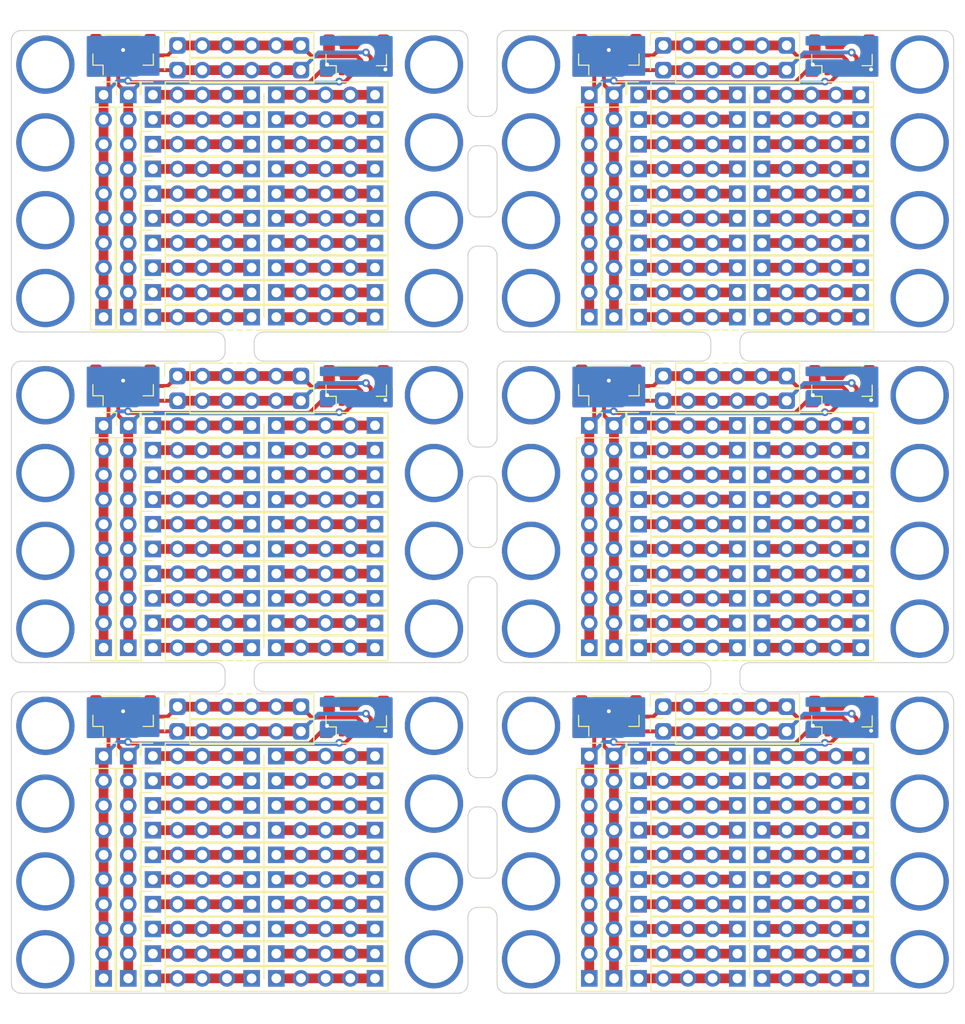
<source format=kicad_pcb>
(kicad_pcb (version 20171130) (host pcbnew 5.1.9)
  (layers (0 F.Cu signal) (31 B.Cu signal) (34 B.Paste user) (35 F.Paste user) (36 B.SilkS user) (37 F.SilkS user) (38 B.Mask user) (39 F.Mask user) (44 Edge.Cuts user))
  (net 0 "")
  (net 1 Board_1-/Q1-3v3)
  (net 2 Board_1-/Q1-GND)
  (net 3 Board_1-/Q1-SCL)
  (net 4 Board_1-/Q1-SDA)
  (net 5 "Board_1-Net-(J10-Pad1)")
  (net 6 "Board_1-Net-(J10-Pad10)")
  (net 7 "Board_1-Net-(J11-Pad1)")
  (net 8 "Board_1-Net-(J11-Pad10)")
  (net 9 "Board_1-Net-(J12-Pad1)")
  (net 10 "Board_1-Net-(J12-Pad10)")
  (net 11 "Board_1-Net-(J16-Pad1)")
  (net 12 "Board_1-Net-(J16-Pad2)")
  (net 13 "Board_1-Net-(J16-Pad3)")
  (net 14 "Board_1-Net-(J16-Pad4)")
  (net 15 "Board_1-Net-(J18-Pad1)")
  (net 16 "Board_1-Net-(J18-Pad2)")
  (net 17 "Board_1-Net-(J18-Pad3)")
  (net 18 "Board_1-Net-(J18-Pad4)")
  (net 19 "Board_1-Net-(J3-Pad1)")
  (net 20 "Board_1-Net-(J3-Pad10)")
  (net 21 "Board_1-Net-(J4-Pad1)")
  (net 22 "Board_1-Net-(J4-Pad10)")
  (net 23 "Board_1-Net-(J5-Pad1)")
  (net 24 "Board_1-Net-(J5-Pad10)")
  (net 25 "Board_1-Net-(J6-Pad1)")
  (net 26 "Board_1-Net-(J6-Pad10)")
  (net 27 "Board_1-Net-(J7-Pad1)")
  (net 28 "Board_1-Net-(J7-Pad10)")
  (net 29 "Board_1-Net-(J8-Pad1)")
  (net 30 "Board_1-Net-(J8-Pad10)")
  (net 31 "Board_1-Net-(J9-Pad1)")
  (net 32 "Board_1-Net-(J9-Pad10)")
  (net 33 Board_2-/Q1-3v3)
  (net 34 Board_2-/Q1-GND)
  (net 35 Board_2-/Q1-SCL)
  (net 36 Board_2-/Q1-SDA)
  (net 37 "Board_2-Net-(J10-Pad1)")
  (net 38 "Board_2-Net-(J10-Pad10)")
  (net 39 "Board_2-Net-(J11-Pad1)")
  (net 40 "Board_2-Net-(J11-Pad10)")
  (net 41 "Board_2-Net-(J12-Pad1)")
  (net 42 "Board_2-Net-(J12-Pad10)")
  (net 43 "Board_2-Net-(J16-Pad1)")
  (net 44 "Board_2-Net-(J16-Pad2)")
  (net 45 "Board_2-Net-(J16-Pad3)")
  (net 46 "Board_2-Net-(J16-Pad4)")
  (net 47 "Board_2-Net-(J18-Pad1)")
  (net 48 "Board_2-Net-(J18-Pad2)")
  (net 49 "Board_2-Net-(J18-Pad3)")
  (net 50 "Board_2-Net-(J18-Pad4)")
  (net 51 "Board_2-Net-(J3-Pad1)")
  (net 52 "Board_2-Net-(J3-Pad10)")
  (net 53 "Board_2-Net-(J4-Pad1)")
  (net 54 "Board_2-Net-(J4-Pad10)")
  (net 55 "Board_2-Net-(J5-Pad1)")
  (net 56 "Board_2-Net-(J5-Pad10)")
  (net 57 "Board_2-Net-(J6-Pad1)")
  (net 58 "Board_2-Net-(J6-Pad10)")
  (net 59 "Board_2-Net-(J7-Pad1)")
  (net 60 "Board_2-Net-(J7-Pad10)")
  (net 61 "Board_2-Net-(J8-Pad1)")
  (net 62 "Board_2-Net-(J8-Pad10)")
  (net 63 "Board_2-Net-(J9-Pad1)")
  (net 64 "Board_2-Net-(J9-Pad10)")
  (net 65 Board_3-/Q1-3v3)
  (net 66 Board_3-/Q1-GND)
  (net 67 Board_3-/Q1-SCL)
  (net 68 Board_3-/Q1-SDA)
  (net 69 "Board_3-Net-(J10-Pad1)")
  (net 70 "Board_3-Net-(J10-Pad10)")
  (net 71 "Board_3-Net-(J11-Pad1)")
  (net 72 "Board_3-Net-(J11-Pad10)")
  (net 73 "Board_3-Net-(J12-Pad1)")
  (net 74 "Board_3-Net-(J12-Pad10)")
  (net 75 "Board_3-Net-(J16-Pad1)")
  (net 76 "Board_3-Net-(J16-Pad2)")
  (net 77 "Board_3-Net-(J16-Pad3)")
  (net 78 "Board_3-Net-(J16-Pad4)")
  (net 79 "Board_3-Net-(J18-Pad1)")
  (net 80 "Board_3-Net-(J18-Pad2)")
  (net 81 "Board_3-Net-(J18-Pad3)")
  (net 82 "Board_3-Net-(J18-Pad4)")
  (net 83 "Board_3-Net-(J3-Pad1)")
  (net 84 "Board_3-Net-(J3-Pad10)")
  (net 85 "Board_3-Net-(J4-Pad1)")
  (net 86 "Board_3-Net-(J4-Pad10)")
  (net 87 "Board_3-Net-(J5-Pad1)")
  (net 88 "Board_3-Net-(J5-Pad10)")
  (net 89 "Board_3-Net-(J6-Pad1)")
  (net 90 "Board_3-Net-(J6-Pad10)")
  (net 91 "Board_3-Net-(J7-Pad1)")
  (net 92 "Board_3-Net-(J7-Pad10)")
  (net 93 "Board_3-Net-(J8-Pad1)")
  (net 94 "Board_3-Net-(J8-Pad10)")
  (net 95 "Board_3-Net-(J9-Pad1)")
  (net 96 "Board_3-Net-(J9-Pad10)")
  (net 97 Board_4-/Q1-3v3)
  (net 98 Board_4-/Q1-GND)
  (net 99 Board_4-/Q1-SCL)
  (net 100 Board_4-/Q1-SDA)
  (net 101 "Board_4-Net-(J10-Pad1)")
  (net 102 "Board_4-Net-(J10-Pad10)")
  (net 103 "Board_4-Net-(J11-Pad1)")
  (net 104 "Board_4-Net-(J11-Pad10)")
  (net 105 "Board_4-Net-(J12-Pad1)")
  (net 106 "Board_4-Net-(J12-Pad10)")
  (net 107 "Board_4-Net-(J16-Pad1)")
  (net 108 "Board_4-Net-(J16-Pad2)")
  (net 109 "Board_4-Net-(J16-Pad3)")
  (net 110 "Board_4-Net-(J16-Pad4)")
  (net 111 "Board_4-Net-(J18-Pad1)")
  (net 112 "Board_4-Net-(J18-Pad2)")
  (net 113 "Board_4-Net-(J18-Pad3)")
  (net 114 "Board_4-Net-(J18-Pad4)")
  (net 115 "Board_4-Net-(J3-Pad1)")
  (net 116 "Board_4-Net-(J3-Pad10)")
  (net 117 "Board_4-Net-(J4-Pad1)")
  (net 118 "Board_4-Net-(J4-Pad10)")
  (net 119 "Board_4-Net-(J5-Pad1)")
  (net 120 "Board_4-Net-(J5-Pad10)")
  (net 121 "Board_4-Net-(J6-Pad1)")
  (net 122 "Board_4-Net-(J6-Pad10)")
  (net 123 "Board_4-Net-(J7-Pad1)")
  (net 124 "Board_4-Net-(J7-Pad10)")
  (net 125 "Board_4-Net-(J8-Pad1)")
  (net 126 "Board_4-Net-(J8-Pad10)")
  (net 127 "Board_4-Net-(J9-Pad1)")
  (net 128 "Board_4-Net-(J9-Pad10)")
  (net 129 Board_5-/Q1-3v3)
  (net 130 Board_5-/Q1-GND)
  (net 131 Board_5-/Q1-SCL)
  (net 132 Board_5-/Q1-SDA)
  (net 133 "Board_5-Net-(J10-Pad1)")
  (net 134 "Board_5-Net-(J10-Pad10)")
  (net 135 "Board_5-Net-(J11-Pad1)")
  (net 136 "Board_5-Net-(J11-Pad10)")
  (net 137 "Board_5-Net-(J12-Pad1)")
  (net 138 "Board_5-Net-(J12-Pad10)")
  (net 139 "Board_5-Net-(J16-Pad1)")
  (net 140 "Board_5-Net-(J16-Pad2)")
  (net 141 "Board_5-Net-(J16-Pad3)")
  (net 142 "Board_5-Net-(J16-Pad4)")
  (net 143 "Board_5-Net-(J18-Pad1)")
  (net 144 "Board_5-Net-(J18-Pad2)")
  (net 145 "Board_5-Net-(J18-Pad3)")
  (net 146 "Board_5-Net-(J18-Pad4)")
  (net 147 "Board_5-Net-(J3-Pad1)")
  (net 148 "Board_5-Net-(J3-Pad10)")
  (net 149 "Board_5-Net-(J4-Pad1)")
  (net 150 "Board_5-Net-(J4-Pad10)")
  (net 151 "Board_5-Net-(J5-Pad1)")
  (net 152 "Board_5-Net-(J5-Pad10)")
  (net 153 "Board_5-Net-(J6-Pad1)")
  (net 154 "Board_5-Net-(J6-Pad10)")
  (net 155 "Board_5-Net-(J7-Pad1)")
  (net 156 "Board_5-Net-(J7-Pad10)")
  (net 157 "Board_5-Net-(J8-Pad1)")
  (net 158 "Board_5-Net-(J8-Pad10)")
  (net 159 "Board_5-Net-(J9-Pad1)")
  (net 160 "Board_5-Net-(J9-Pad10)")
  (net 161 Board_6-/Q1-3v3)
  (net 162 Board_6-/Q1-GND)
  (net 163 Board_6-/Q1-SCL)
  (net 164 Board_6-/Q1-SDA)
  (net 165 "Board_6-Net-(J10-Pad1)")
  (net 166 "Board_6-Net-(J10-Pad10)")
  (net 167 "Board_6-Net-(J11-Pad1)")
  (net 168 "Board_6-Net-(J11-Pad10)")
  (net 169 "Board_6-Net-(J12-Pad1)")
  (net 170 "Board_6-Net-(J12-Pad10)")
  (net 171 "Board_6-Net-(J16-Pad1)")
  (net 172 "Board_6-Net-(J16-Pad2)")
  (net 173 "Board_6-Net-(J16-Pad3)")
  (net 174 "Board_6-Net-(J16-Pad4)")
  (net 175 "Board_6-Net-(J18-Pad1)")
  (net 176 "Board_6-Net-(J18-Pad2)")
  (net 177 "Board_6-Net-(J18-Pad3)")
  (net 178 "Board_6-Net-(J18-Pad4)")
  (net 179 "Board_6-Net-(J3-Pad1)")
  (net 180 "Board_6-Net-(J3-Pad10)")
  (net 181 "Board_6-Net-(J4-Pad1)")
  (net 182 "Board_6-Net-(J4-Pad10)")
  (net 183 "Board_6-Net-(J5-Pad1)")
  (net 184 "Board_6-Net-(J5-Pad10)")
  (net 185 "Board_6-Net-(J6-Pad1)")
  (net 186 "Board_6-Net-(J6-Pad10)")
  (net 187 "Board_6-Net-(J7-Pad1)")
  (net 188 "Board_6-Net-(J7-Pad10)")
  (net 189 "Board_6-Net-(J8-Pad1)")
  (net 190 "Board_6-Net-(J8-Pad10)")
  (net 191 "Board_6-Net-(J9-Pad1)")
  (net 192 "Board_6-Net-(J9-Pad10)")
  (module NPTH (layer F.Cu) (at 99.999003 137.16669)
    (fp_text reference REF** hide)
    (fp_text value NPTH hide)
    (pad "" np_thru_hole circle (at 0 0) (size 0.5 0.5) (drill 0.5) (layers *.Cu *.Mask))
  )
  (module NPTH (layer F.Cu) (at 99.999003 138.16669)
    (fp_text reference REF** hide)
    (fp_text value NPTH hide)
    (pad "" np_thru_hole circle (at 0 0) (size 0.5 0.5) (drill 0.5) (layers *.Cu *.Mask))
  )
  (module NPTH (layer F.Cu) (at 99.999003 139.16669)
    (fp_text reference REF** hide)
    (fp_text value NPTH hide)
    (pad "" np_thru_hole circle (at 0 0) (size 0.5 0.5) (drill 0.5) (layers *.Cu *.Mask))
  )
  (module NPTH (layer F.Cu) (at 99.999002 140.16669)
    (fp_text reference REF** hide)
    (fp_text value NPTH hide)
    (pad "" np_thru_hole circle (at 0 0) (size 0.5 0.5) (drill 0.5) (layers *.Cu *.Mask))
  )
  (module NPTH (layer F.Cu) (at 99.999007 126.833354)
    (fp_text reference REF** hide)
    (fp_text value NPTH hide)
    (pad "" np_thru_hole circle (at 0 0) (size 0.5 0.5) (drill 0.5) (layers *.Cu *.Mask))
  )
  (module NPTH (layer F.Cu) (at 99.999006 127.833354)
    (fp_text reference REF** hide)
    (fp_text value NPTH hide)
    (pad "" np_thru_hole circle (at 0 0) (size 0.5 0.5) (drill 0.5) (layers *.Cu *.Mask))
  )
  (module NPTH (layer F.Cu) (at 99.999006 128.833354)
    (fp_text reference REF** hide)
    (fp_text value NPTH hide)
    (pad "" np_thru_hole circle (at 0 0) (size 0.5 0.5) (drill 0.5) (layers *.Cu *.Mask))
  )
  (module NPTH (layer F.Cu) (at 99.999006 129.833354)
    (fp_text reference REF** hide)
    (fp_text value NPTH hide)
    (pad "" np_thru_hole circle (at 0 0) (size 0.5 0.5) (drill 0.5) (layers *.Cu *.Mask))
  )
  (module NPTH (layer F.Cu) (at 97.001 140.16669)
    (fp_text reference REF** hide)
    (fp_text value NPTH hide)
    (pad "" np_thru_hole circle (at 0 0) (size 0.5 0.5) (drill 0.5) (layers *.Cu *.Mask))
  )
  (module NPTH (layer F.Cu) (at 97.001 139.16669)
    (fp_text reference REF** hide)
    (fp_text value NPTH hide)
    (pad "" np_thru_hole circle (at 0 0) (size 0.5 0.5) (drill 0.5) (layers *.Cu *.Mask))
  )
  (module NPTH (layer F.Cu) (at 97.001 138.16669)
    (fp_text reference REF** hide)
    (fp_text value NPTH hide)
    (pad "" np_thru_hole circle (at 0 0) (size 0.5 0.5) (drill 0.5) (layers *.Cu *.Mask))
  )
  (module NPTH (layer F.Cu) (at 97.001 137.16669)
    (fp_text reference REF** hide)
    (fp_text value NPTH hide)
    (pad "" np_thru_hole circle (at 0 0) (size 0.5 0.5) (drill 0.5) (layers *.Cu *.Mask))
  )
  (module NPTH (layer F.Cu) (at 97.001 129.833354)
    (fp_text reference REF** hide)
    (fp_text value NPTH hide)
    (pad "" np_thru_hole circle (at 0 0) (size 0.5 0.5) (drill 0.5) (layers *.Cu *.Mask))
  )
  (module NPTH (layer F.Cu) (at 97.001 128.833354)
    (fp_text reference REF** hide)
    (fp_text value NPTH hide)
    (pad "" np_thru_hole circle (at 0 0) (size 0.5 0.5) (drill 0.5) (layers *.Cu *.Mask))
  )
  (module NPTH (layer F.Cu) (at 97.001 127.833354)
    (fp_text reference REF** hide)
    (fp_text value NPTH hide)
    (pad "" np_thru_hole circle (at 0 0) (size 0.5 0.5) (drill 0.5) (layers *.Cu *.Mask))
  )
  (module NPTH (layer F.Cu) (at 97.001 126.833354)
    (fp_text reference REF** hide)
    (fp_text value NPTH hide)
    (pad "" np_thru_hole circle (at 0 0) (size 0.5 0.5) (drill 0.5) (layers *.Cu *.Mask))
  )
  (module NPTH (layer F.Cu) (at 99.999003 103.166681)
    (fp_text reference REF** hide)
    (fp_text value NPTH hide)
    (pad "" np_thru_hole circle (at 0 0) (size 0.5 0.5) (drill 0.5) (layers *.Cu *.Mask))
  )
  (module NPTH (layer F.Cu) (at 99.999003 104.166681)
    (fp_text reference REF** hide)
    (fp_text value NPTH hide)
    (pad "" np_thru_hole circle (at 0 0) (size 0.5 0.5) (drill 0.5) (layers *.Cu *.Mask))
  )
  (module NPTH (layer F.Cu) (at 99.999003 105.166681)
    (fp_text reference REF** hide)
    (fp_text value NPTH hide)
    (pad "" np_thru_hole circle (at 0 0) (size 0.5 0.5) (drill 0.5) (layers *.Cu *.Mask))
  )
  (module NPTH (layer F.Cu) (at 99.999002 106.166681)
    (fp_text reference REF** hide)
    (fp_text value NPTH hide)
    (pad "" np_thru_hole circle (at 0 0) (size 0.5 0.5) (drill 0.5) (layers *.Cu *.Mask))
  )
  (module NPTH (layer F.Cu) (at 99.999007 92.833345)
    (fp_text reference REF** hide)
    (fp_text value NPTH hide)
    (pad "" np_thru_hole circle (at 0 0) (size 0.5 0.5) (drill 0.5) (layers *.Cu *.Mask))
  )
  (module NPTH (layer F.Cu) (at 99.999006 93.833345)
    (fp_text reference REF** hide)
    (fp_text value NPTH hide)
    (pad "" np_thru_hole circle (at 0 0) (size 0.5 0.5) (drill 0.5) (layers *.Cu *.Mask))
  )
  (module NPTH (layer F.Cu) (at 99.999006 94.833345)
    (fp_text reference REF** hide)
    (fp_text value NPTH hide)
    (pad "" np_thru_hole circle (at 0 0) (size 0.5 0.5) (drill 0.5) (layers *.Cu *.Mask))
  )
  (module NPTH (layer F.Cu) (at 99.999006 95.833345)
    (fp_text reference REF** hide)
    (fp_text value NPTH hide)
    (pad "" np_thru_hole circle (at 0 0) (size 0.5 0.5) (drill 0.5) (layers *.Cu *.Mask))
  )
  (module NPTH (layer F.Cu) (at 97.001 106.166681)
    (fp_text reference REF** hide)
    (fp_text value NPTH hide)
    (pad "" np_thru_hole circle (at 0 0) (size 0.5 0.5) (drill 0.5) (layers *.Cu *.Mask))
  )
  (module NPTH (layer F.Cu) (at 97.001 105.166681)
    (fp_text reference REF** hide)
    (fp_text value NPTH hide)
    (pad "" np_thru_hole circle (at 0 0) (size 0.5 0.5) (drill 0.5) (layers *.Cu *.Mask))
  )
  (module NPTH (layer F.Cu) (at 97.001 104.166681)
    (fp_text reference REF** hide)
    (fp_text value NPTH hide)
    (pad "" np_thru_hole circle (at 0 0) (size 0.5 0.5) (drill 0.5) (layers *.Cu *.Mask))
  )
  (module NPTH (layer F.Cu) (at 97.001 103.166681)
    (fp_text reference REF** hide)
    (fp_text value NPTH hide)
    (pad "" np_thru_hole circle (at 0 0) (size 0.5 0.5) (drill 0.5) (layers *.Cu *.Mask))
  )
  (module NPTH (layer F.Cu) (at 97.001 95.833345)
    (fp_text reference REF** hide)
    (fp_text value NPTH hide)
    (pad "" np_thru_hole circle (at 0 0) (size 0.5 0.5) (drill 0.5) (layers *.Cu *.Mask))
  )
  (module NPTH (layer F.Cu) (at 97.001 94.833345)
    (fp_text reference REF** hide)
    (fp_text value NPTH hide)
    (pad "" np_thru_hole circle (at 0 0) (size 0.5 0.5) (drill 0.5) (layers *.Cu *.Mask))
  )
  (module NPTH (layer F.Cu) (at 97.001 93.833345)
    (fp_text reference REF** hide)
    (fp_text value NPTH hide)
    (pad "" np_thru_hole circle (at 0 0) (size 0.5 0.5) (drill 0.5) (layers *.Cu *.Mask))
  )
  (module NPTH (layer F.Cu) (at 97.001 92.833345)
    (fp_text reference REF** hide)
    (fp_text value NPTH hide)
    (pad "" np_thru_hole circle (at 0 0) (size 0.5 0.5) (drill 0.5) (layers *.Cu *.Mask))
  )
  (module NPTH (layer F.Cu) (at 99.999003 69.166672)
    (fp_text reference REF** hide)
    (fp_text value NPTH hide)
    (pad "" np_thru_hole circle (at 0 0) (size 0.5 0.5) (drill 0.5) (layers *.Cu *.Mask))
  )
  (module NPTH (layer F.Cu) (at 99.999003 70.166672)
    (fp_text reference REF** hide)
    (fp_text value NPTH hide)
    (pad "" np_thru_hole circle (at 0 0) (size 0.5 0.5) (drill 0.5) (layers *.Cu *.Mask))
  )
  (module NPTH (layer F.Cu) (at 99.999003 71.166672)
    (fp_text reference REF** hide)
    (fp_text value NPTH hide)
    (pad "" np_thru_hole circle (at 0 0) (size 0.5 0.5) (drill 0.5) (layers *.Cu *.Mask))
  )
  (module NPTH (layer F.Cu) (at 99.999002 72.166672)
    (fp_text reference REF** hide)
    (fp_text value NPTH hide)
    (pad "" np_thru_hole circle (at 0 0) (size 0.5 0.5) (drill 0.5) (layers *.Cu *.Mask))
  )
  (module NPTH (layer F.Cu) (at 99.999007 58.833336)
    (fp_text reference REF** hide)
    (fp_text value NPTH hide)
    (pad "" np_thru_hole circle (at 0 0) (size 0.5 0.5) (drill 0.5) (layers *.Cu *.Mask))
  )
  (module NPTH (layer F.Cu) (at 99.999006 59.833336)
    (fp_text reference REF** hide)
    (fp_text value NPTH hide)
    (pad "" np_thru_hole circle (at 0 0) (size 0.5 0.5) (drill 0.5) (layers *.Cu *.Mask))
  )
  (module NPTH (layer F.Cu) (at 99.999006 60.833336)
    (fp_text reference REF** hide)
    (fp_text value NPTH hide)
    (pad "" np_thru_hole circle (at 0 0) (size 0.5 0.5) (drill 0.5) (layers *.Cu *.Mask))
  )
  (module NPTH (layer F.Cu) (at 99.999006 61.833336)
    (fp_text reference REF** hide)
    (fp_text value NPTH hide)
    (pad "" np_thru_hole circle (at 0 0) (size 0.5 0.5) (drill 0.5) (layers *.Cu *.Mask))
  )
  (module NPTH (layer F.Cu) (at 97.001 72.166672)
    (fp_text reference REF** hide)
    (fp_text value NPTH hide)
    (pad "" np_thru_hole circle (at 0 0) (size 0.5 0.5) (drill 0.5) (layers *.Cu *.Mask))
  )
  (module NPTH (layer F.Cu) (at 97.001 71.166672)
    (fp_text reference REF** hide)
    (fp_text value NPTH hide)
    (pad "" np_thru_hole circle (at 0 0) (size 0.5 0.5) (drill 0.5) (layers *.Cu *.Mask))
  )
  (module NPTH (layer F.Cu) (at 97.001 70.166672)
    (fp_text reference REF** hide)
    (fp_text value NPTH hide)
    (pad "" np_thru_hole circle (at 0 0) (size 0.5 0.5) (drill 0.5) (layers *.Cu *.Mask))
  )
  (module NPTH (layer F.Cu) (at 97.001 69.166672)
    (fp_text reference REF** hide)
    (fp_text value NPTH hide)
    (pad "" np_thru_hole circle (at 0 0) (size 0.5 0.5) (drill 0.5) (layers *.Cu *.Mask))
  )
  (module NPTH (layer F.Cu) (at 97.001 61.833336)
    (fp_text reference REF** hide)
    (fp_text value NPTH hide)
    (pad "" np_thru_hole circle (at 0 0) (size 0.5 0.5) (drill 0.5) (layers *.Cu *.Mask))
  )
  (module NPTH (layer F.Cu) (at 97.001 60.833336)
    (fp_text reference REF** hide)
    (fp_text value NPTH hide)
    (pad "" np_thru_hole circle (at 0 0) (size 0.5 0.5) (drill 0.5) (layers *.Cu *.Mask))
  )
  (module NPTH (layer F.Cu) (at 97.001 59.833336)
    (fp_text reference REF** hide)
    (fp_text value NPTH hide)
    (pad "" np_thru_hole circle (at 0 0) (size 0.5 0.5) (drill 0.5) (layers *.Cu *.Mask))
  )
  (module NPTH (layer F.Cu) (at 97.001 58.833336)
    (fp_text reference REF** hide)
    (fp_text value NPTH hide)
    (pad "" np_thru_hole circle (at 0 0) (size 0.5 0.5) (drill 0.5) (layers *.Cu *.Mask))
  )
  (module NPTH (layer F.Cu) (at 125.000013 117.99901)
    (fp_text reference REF** hide)
    (fp_text value NPTH hide)
    (pad "" np_thru_hole circle (at 0 0) (size 0.5 0.5) (drill 0.5) (layers *.Cu *.Mask))
  )
  (module NPTH (layer F.Cu) (at 124.000013 117.999009)
    (fp_text reference REF** hide)
    (fp_text value NPTH hide)
    (pad "" np_thru_hole circle (at 0 0) (size 0.5 0.5) (drill 0.5) (layers *.Cu *.Mask))
  )
  (module NPTH (layer F.Cu) (at 123.000013 117.999009)
    (fp_text reference REF** hide)
    (fp_text value NPTH hide)
    (pad "" np_thru_hole circle (at 0 0) (size 0.5 0.5) (drill 0.5) (layers *.Cu *.Mask))
  )
  (module NPTH (layer F.Cu) (at 122.000013 117.999008)
    (fp_text reference REF** hide)
    (fp_text value NPTH hide)
    (pad "" np_thru_hole circle (at 0 0) (size 0.5 0.5) (drill 0.5) (layers *.Cu *.Mask))
  )
  (module NPTH (layer F.Cu) (at 75.000004 117.99901)
    (fp_text reference REF** hide)
    (fp_text value NPTH hide)
    (pad "" np_thru_hole circle (at 0 0) (size 0.5 0.5) (drill 0.5) (layers *.Cu *.Mask))
  )
  (module NPTH (layer F.Cu) (at 74.000004 117.999009)
    (fp_text reference REF** hide)
    (fp_text value NPTH hide)
    (pad "" np_thru_hole circle (at 0 0) (size 0.5 0.5) (drill 0.5) (layers *.Cu *.Mask))
  )
  (module NPTH (layer F.Cu) (at 73.000004 117.999009)
    (fp_text reference REF** hide)
    (fp_text value NPTH hide)
    (pad "" np_thru_hole circle (at 0 0) (size 0.5 0.5) (drill 0.5) (layers *.Cu *.Mask))
  )
  (module NPTH (layer F.Cu) (at 72.000004 117.999008)
    (fp_text reference REF** hide)
    (fp_text value NPTH hide)
    (pad "" np_thru_hole circle (at 0 0) (size 0.5 0.5) (drill 0.5) (layers *.Cu *.Mask))
  )
  (module NPTH (layer F.Cu) (at 122.000013 115.001005)
    (fp_text reference REF** hide)
    (fp_text value NPTH hide)
    (pad "" np_thru_hole circle (at 0 0) (size 0.5 0.5) (drill 0.5) (layers *.Cu *.Mask))
  )
  (module NPTH (layer F.Cu) (at 123.000013 115.001005)
    (fp_text reference REF** hide)
    (fp_text value NPTH hide)
    (pad "" np_thru_hole circle (at 0 0) (size 0.5 0.5) (drill 0.5) (layers *.Cu *.Mask))
  )
  (module NPTH (layer F.Cu) (at 124.000013 115.001004)
    (fp_text reference REF** hide)
    (fp_text value NPTH hide)
    (pad "" np_thru_hole circle (at 0 0) (size 0.5 0.5) (drill 0.5) (layers *.Cu *.Mask))
  )
  (module NPTH (layer F.Cu) (at 125.000013 115.001004)
    (fp_text reference REF** hide)
    (fp_text value NPTH hide)
    (pad "" np_thru_hole circle (at 0 0) (size 0.5 0.5) (drill 0.5) (layers *.Cu *.Mask))
  )
  (module NPTH (layer F.Cu) (at 125.000013 83.999005)
    (fp_text reference REF** hide)
    (fp_text value NPTH hide)
    (pad "" np_thru_hole circle (at 0 0) (size 0.5 0.5) (drill 0.5) (layers *.Cu *.Mask))
  )
  (module NPTH (layer F.Cu) (at 124.000013 83.999005)
    (fp_text reference REF** hide)
    (fp_text value NPTH hide)
    (pad "" np_thru_hole circle (at 0 0) (size 0.5 0.5) (drill 0.5) (layers *.Cu *.Mask))
  )
  (module NPTH (layer F.Cu) (at 123.000013 83.999004)
    (fp_text reference REF** hide)
    (fp_text value NPTH hide)
    (pad "" np_thru_hole circle (at 0 0) (size 0.5 0.5) (drill 0.5) (layers *.Cu *.Mask))
  )
  (module NPTH (layer F.Cu) (at 122.000013 83.999004)
    (fp_text reference REF** hide)
    (fp_text value NPTH hide)
    (pad "" np_thru_hole circle (at 0 0) (size 0.5 0.5) (drill 0.5) (layers *.Cu *.Mask))
  )
  (module NPTH (layer F.Cu) (at 72.000004 115.001005)
    (fp_text reference REF** hide)
    (fp_text value NPTH hide)
    (pad "" np_thru_hole circle (at 0 0) (size 0.5 0.5) (drill 0.5) (layers *.Cu *.Mask))
  )
  (module NPTH (layer F.Cu) (at 73.000004 115.001005)
    (fp_text reference REF** hide)
    (fp_text value NPTH hide)
    (pad "" np_thru_hole circle (at 0 0) (size 0.5 0.5) (drill 0.5) (layers *.Cu *.Mask))
  )
  (module NPTH (layer F.Cu) (at 74.000004 115.001004)
    (fp_text reference REF** hide)
    (fp_text value NPTH hide)
    (pad "" np_thru_hole circle (at 0 0) (size 0.5 0.5) (drill 0.5) (layers *.Cu *.Mask))
  )
  (module NPTH (layer F.Cu) (at 75.000004 115.001004)
    (fp_text reference REF** hide)
    (fp_text value NPTH hide)
    (pad "" np_thru_hole circle (at 0 0) (size 0.5 0.5) (drill 0.5) (layers *.Cu *.Mask))
  )
  (module NPTH (layer F.Cu) (at 75.000004 83.999005)
    (fp_text reference REF** hide)
    (fp_text value NPTH hide)
    (pad "" np_thru_hole circle (at 0 0) (size 0.5 0.5) (drill 0.5) (layers *.Cu *.Mask))
  )
  (module NPTH (layer F.Cu) (at 74.000004 83.999005)
    (fp_text reference REF** hide)
    (fp_text value NPTH hide)
    (pad "" np_thru_hole circle (at 0 0) (size 0.5 0.5) (drill 0.5) (layers *.Cu *.Mask))
  )
  (module NPTH (layer F.Cu) (at 73.000004 83.999004)
    (fp_text reference REF** hide)
    (fp_text value NPTH hide)
    (pad "" np_thru_hole circle (at 0 0) (size 0.5 0.5) (drill 0.5) (layers *.Cu *.Mask))
  )
  (module NPTH (layer F.Cu) (at 72.000004 83.999004)
    (fp_text reference REF** hide)
    (fp_text value NPTH hide)
    (pad "" np_thru_hole circle (at 0 0) (size 0.5 0.5) (drill 0.5) (layers *.Cu *.Mask))
  )
  (module NPTH (layer F.Cu) (at 122.000013 81.001)
    (fp_text reference REF** hide)
    (fp_text value NPTH hide)
    (pad "" np_thru_hole circle (at 0 0) (size 0.5 0.5) (drill 0.5) (layers *.Cu *.Mask))
  )
  (module NPTH (layer F.Cu) (at 123.000013 81.001)
    (fp_text reference REF** hide)
    (fp_text value NPTH hide)
    (pad "" np_thru_hole circle (at 0 0) (size 0.5 0.5) (drill 0.5) (layers *.Cu *.Mask))
  )
  (module NPTH (layer F.Cu) (at 124.000013 81.001)
    (fp_text reference REF** hide)
    (fp_text value NPTH hide)
    (pad "" np_thru_hole circle (at 0 0) (size 0.5 0.5) (drill 0.5) (layers *.Cu *.Mask))
  )
  (module NPTH (layer F.Cu) (at 125.000013 81.001)
    (fp_text reference REF** hide)
    (fp_text value NPTH hide)
    (pad "" np_thru_hole circle (at 0 0) (size 0.5 0.5) (drill 0.5) (layers *.Cu *.Mask))
  )
  (module NPTH (layer F.Cu) (at 72.000004 81.001)
    (fp_text reference REF** hide)
    (fp_text value NPTH hide)
    (pad "" np_thru_hole circle (at 0 0) (size 0.5 0.5) (drill 0.5) (layers *.Cu *.Mask))
  )
  (module NPTH (layer F.Cu) (at 73.000004 81.001)
    (fp_text reference REF** hide)
    (fp_text value NPTH hide)
    (pad "" np_thru_hole circle (at 0 0) (size 0.5 0.5) (drill 0.5) (layers *.Cu *.Mask))
  )
  (module NPTH (layer F.Cu) (at 74.000004 81.001)
    (fp_text reference REF** hide)
    (fp_text value NPTH hide)
    (pad "" np_thru_hole circle (at 0 0) (size 0.5 0.5) (drill 0.5) (layers *.Cu *.Mask))
  )
  (module NPTH (layer F.Cu) (at 75.000004 81.001)
    (fp_text reference REF** hide)
    (fp_text value NPTH hide)
    (pad "" np_thru_hole circle (at 0 0) (size 0.5 0.5) (drill 0.5) (layers *.Cu *.Mask))
  )
  (module brick-4_9id-6_0od:brick-1x4 (layer F.Cu) (at 103.50001 121.500019)
    (fp_text reference J16 hide)
    (fp_text value Conn_01x04)
    (pad 1 thru_hole circle (at 0 0) (size 6 6) (drill 4.9) (layers *.Cu *.Mask) (net 171 "Board_6-Net-(J16-Pad1)"))
    (pad 2 thru_hole circle (at 0 8) (size 6 6) (drill 4.9) (layers *.Cu *.Mask) (net 172 "Board_6-Net-(J16-Pad2)"))
    (pad 3 thru_hole circle (at 0 16) (size 6 6) (drill 4.9) (layers *.Cu *.Mask) (net 173 "Board_6-Net-(J16-Pad3)"))
    (pad 4 thru_hole circle (at 0 24) (size 6 6) (drill 4.9) (layers *.Cu *.Mask) (net 174 "Board_6-Net-(J16-Pad4)"))
  )
  (module brick-4_9id-6_0od:brick-1x4 (layer F.Cu) (at 143.50001 121.500019)
    (fp_text reference J18 hide)
    (fp_text value Conn_01x04)
    (pad 1 thru_hole circle (at 0 0) (size 6 6) (drill 4.9) (layers *.Cu *.Mask) (net 175 "Board_6-Net-(J18-Pad1)"))
    (pad 2 thru_hole circle (at 0 8) (size 6 6) (drill 4.9) (layers *.Cu *.Mask) (net 176 "Board_6-Net-(J18-Pad2)"))
    (pad 3 thru_hole circle (at 0 16) (size 6 6) (drill 4.9) (layers *.Cu *.Mask) (net 177 "Board_6-Net-(J18-Pad3)"))
    (pad 4 thru_hole circle (at 0 24) (size 6 6) (drill 4.9) (layers *.Cu *.Mask) (net 178 "Board_6-Net-(J18-Pad4)"))
  )
  (module Connector_JST:JST_SH_BM04B-SRSS-TB_1x04-1MP_P1.00mm_Vertical (layer F.Cu) (at 111.50001 120.450019)
    (fp_text reference J37 hide)
    (fp_text value Conn_01x04_MountingPin)
    (pad 1 smd roundrect (at -1.5 1.325) (size 0.6 1.55) (layers F.Cu F.Paste F.Mask) (net 162 Board_6-/Q1-GND))
    (pad 2 smd roundrect (at -0.5 1.325) (size 0.6 1.55) (layers F.Cu F.Paste F.Mask) (net 161 Board_6-/Q1-3v3))
    (pad 3 smd roundrect (at 0.5 1.325) (size 0.6 1.55) (layers F.Cu F.Paste F.Mask) (net 164 Board_6-/Q1-SDA))
    (pad 4 smd roundrect (at 1.5 1.325) (size 0.6 1.55) (layers F.Cu F.Paste F.Mask) (net 163 Board_6-/Q1-SCL))
    (pad MP smd roundrect (at -2.8 -1.2) (size 1.2 1.8) (layers F.Cu F.Paste F.Mask) (roundrect_rratio 0.2083325) (net 162 Board_6-/Q1-GND))
    (pad MP smd roundrect (at 2.8 -1.2) (size 1.2 1.8) (layers F.Cu F.Paste F.Mask) (roundrect_rratio 0.2083325) (net 162 Board_6-/Q1-GND))
  )
  (module Connector_JST:JST_SH_BM04B-SRSS-TB_1x04-1MP_P1.00mm_Vertical (layer F.Cu) (at 135.50001 120.500019)
    (fp_text reference J38 hide)
    (fp_text value Conn_01x04_MountingPin)
    (pad 1 smd roundrect (at -1.5 1.325) (size 0.6 1.55) (layers F.Cu F.Paste F.Mask) (net 162 Board_6-/Q1-GND))
    (pad 2 smd roundrect (at -0.5 1.325) (size 0.6 1.55) (layers F.Cu F.Paste F.Mask) (net 161 Board_6-/Q1-3v3))
    (pad 3 smd roundrect (at 0.5 1.325) (size 0.6 1.55) (layers F.Cu F.Paste F.Mask) (net 164 Board_6-/Q1-SDA))
    (pad 4 smd roundrect (at 1.5 1.325) (size 0.6 1.55) (layers F.Cu F.Paste F.Mask) (net 163 Board_6-/Q1-SCL))
    (pad MP smd roundrect (at -2.8 -1.2) (size 1.2 1.8) (layers F.Cu F.Paste F.Mask) (roundrect_rratio 0.2083325) (net 162 Board_6-/Q1-GND))
    (pad MP smd roundrect (at 2.8 -1.2) (size 1.2 1.8) (layers F.Cu F.Paste F.Mask) (roundrect_rratio 0.2083325) (net 162 Board_6-/Q1-GND))
  )
  (module Connector_PinSocket_2.54mm:PinSocket_1x10_P2.54mm_Vertical (layer F.Cu) (at 114.57001 132.230019 90)
    (fp_text reference J6 hide)
    (fp_text value Conn_01x10)
    (pad 10 thru_hole rect (at 0 22.86 90) (size 1.7 1.7) (drill 1) (layers *.Cu *.Mask) (net 186 "Board_6-Net-(J6-Pad10)"))
    (pad 9 thru_hole oval (at 0 20.32 90) (size 1.7 1.7) (drill 1) (layers *.Cu *.Mask) (net 186 "Board_6-Net-(J6-Pad10)"))
    (pad 8 thru_hole oval (at 0 17.78 90) (size 1.7 1.7) (drill 1) (layers *.Cu *.Mask) (net 186 "Board_6-Net-(J6-Pad10)"))
    (pad 7 thru_hole oval (at 0 15.24 90) (size 1.7 1.7) (drill 1) (layers *.Cu *.Mask) (net 186 "Board_6-Net-(J6-Pad10)"))
    (pad 6 thru_hole rect (at 0 12.7 90) (size 1.7 1.7) (drill 1) (layers *.Cu *.Mask) (net 186 "Board_6-Net-(J6-Pad10)"))
    (pad 5 thru_hole rect (at 0 10.16 90) (size 1.7 1.7) (drill 1) (layers *.Cu *.Mask) (net 185 "Board_6-Net-(J6-Pad1)"))
    (pad 4 thru_hole oval (at 0 7.62 90) (size 1.7 1.7) (drill 1) (layers *.Cu *.Mask) (net 185 "Board_6-Net-(J6-Pad1)"))
    (pad 3 thru_hole oval (at 0 5.08 90) (size 1.7 1.7) (drill 1) (layers *.Cu *.Mask) (net 185 "Board_6-Net-(J6-Pad1)"))
    (pad 2 thru_hole oval (at 0 2.54 90) (size 1.7 1.7) (drill 1) (layers *.Cu *.Mask) (net 185 "Board_6-Net-(J6-Pad1)"))
    (pad 1 thru_hole rect (at 0 0 90) (size 1.7 1.7) (drill 1) (layers *.Cu *.Mask) (net 185 "Board_6-Net-(J6-Pad1)"))
  )
  (module Connector_PinSocket_2.54mm:PinSocket_1x10_P2.54mm_Vertical (layer F.Cu) (at 112.03001 124.610019)
    (fp_text reference J14 hide)
    (fp_text value Conn_01x10)
    (pad 10 thru_hole rect (at 0 22.86) (size 1.7 1.7) (drill 1) (layers *.Cu *.Mask) (net 161 Board_6-/Q1-3v3))
    (pad 9 thru_hole oval (at 0 20.32) (size 1.7 1.7) (drill 1) (layers *.Cu *.Mask) (net 161 Board_6-/Q1-3v3))
    (pad 8 thru_hole oval (at 0 17.78) (size 1.7 1.7) (drill 1) (layers *.Cu *.Mask) (net 161 Board_6-/Q1-3v3))
    (pad 7 thru_hole oval (at 0 15.24) (size 1.7 1.7) (drill 1) (layers *.Cu *.Mask) (net 161 Board_6-/Q1-3v3))
    (pad 6 thru_hole oval (at 0 12.7) (size 1.7 1.7) (drill 1) (layers *.Cu *.Mask) (net 161 Board_6-/Q1-3v3))
    (pad 5 thru_hole oval (at 0 10.16) (size 1.7 1.7) (drill 1) (layers *.Cu *.Mask) (net 161 Board_6-/Q1-3v3))
    (pad 4 thru_hole oval (at 0 7.62) (size 1.7 1.7) (drill 1) (layers *.Cu *.Mask) (net 161 Board_6-/Q1-3v3))
    (pad 3 thru_hole oval (at 0 5.08) (size 1.7 1.7) (drill 1) (layers *.Cu *.Mask) (net 161 Board_6-/Q1-3v3))
    (pad 2 thru_hole oval (at 0 2.54) (size 1.7 1.7) (drill 1) (layers *.Cu *.Mask) (net 161 Board_6-/Q1-3v3))
    (pad 1 thru_hole rect (at 0 0) (size 1.7 1.7) (drill 1) (layers *.Cu *.Mask) (net 161 Board_6-/Q1-3v3))
  )
  (module Connector_PinSocket_2.54mm:PinSocket_1x10_P2.54mm_Vertical (layer F.Cu) (at 114.57001 137.310019 90)
    (fp_text reference J8 hide)
    (fp_text value Conn_01x10)
    (pad 10 thru_hole rect (at 0 22.86 90) (size 1.7 1.7) (drill 1) (layers *.Cu *.Mask) (net 190 "Board_6-Net-(J8-Pad10)"))
    (pad 9 thru_hole oval (at 0 20.32 90) (size 1.7 1.7) (drill 1) (layers *.Cu *.Mask) (net 190 "Board_6-Net-(J8-Pad10)"))
    (pad 8 thru_hole oval (at 0 17.78 90) (size 1.7 1.7) (drill 1) (layers *.Cu *.Mask) (net 190 "Board_6-Net-(J8-Pad10)"))
    (pad 7 thru_hole oval (at 0 15.24 90) (size 1.7 1.7) (drill 1) (layers *.Cu *.Mask) (net 190 "Board_6-Net-(J8-Pad10)"))
    (pad 6 thru_hole rect (at 0 12.7 90) (size 1.7 1.7) (drill 1) (layers *.Cu *.Mask) (net 190 "Board_6-Net-(J8-Pad10)"))
    (pad 5 thru_hole rect (at 0 10.16 90) (size 1.7 1.7) (drill 1) (layers *.Cu *.Mask) (net 189 "Board_6-Net-(J8-Pad1)"))
    (pad 4 thru_hole oval (at 0 7.62 90) (size 1.7 1.7) (drill 1) (layers *.Cu *.Mask) (net 189 "Board_6-Net-(J8-Pad1)"))
    (pad 3 thru_hole oval (at 0 5.08 90) (size 1.7 1.7) (drill 1) (layers *.Cu *.Mask) (net 189 "Board_6-Net-(J8-Pad1)"))
    (pad 2 thru_hole oval (at 0 2.54 90) (size 1.7 1.7) (drill 1) (layers *.Cu *.Mask) (net 189 "Board_6-Net-(J8-Pad1)"))
    (pad 1 thru_hole rect (at 0 0 90) (size 1.7 1.7) (drill 1) (layers *.Cu *.Mask) (net 189 "Board_6-Net-(J8-Pad1)"))
  )
  (module Connector_PinSocket_2.54mm:PinSocket_1x10_P2.54mm_Vertical (layer F.Cu) (at 114.57001 147.470019 90)
    (fp_text reference J12 hide)
    (fp_text value Conn_01x10)
    (pad 10 thru_hole rect (at 0 22.86 90) (size 1.7 1.7) (drill 1) (layers *.Cu *.Mask) (net 170 "Board_6-Net-(J12-Pad10)"))
    (pad 9 thru_hole oval (at 0 20.32 90) (size 1.7 1.7) (drill 1) (layers *.Cu *.Mask) (net 170 "Board_6-Net-(J12-Pad10)"))
    (pad 8 thru_hole oval (at 0 17.78 90) (size 1.7 1.7) (drill 1) (layers *.Cu *.Mask) (net 170 "Board_6-Net-(J12-Pad10)"))
    (pad 7 thru_hole oval (at 0 15.24 90) (size 1.7 1.7) (drill 1) (layers *.Cu *.Mask) (net 170 "Board_6-Net-(J12-Pad10)"))
    (pad 6 thru_hole rect (at 0 12.7 90) (size 1.7 1.7) (drill 1) (layers *.Cu *.Mask) (net 170 "Board_6-Net-(J12-Pad10)"))
    (pad 5 thru_hole rect (at 0 10.16 90) (size 1.7 1.7) (drill 1) (layers *.Cu *.Mask) (net 169 "Board_6-Net-(J12-Pad1)"))
    (pad 4 thru_hole oval (at 0 7.62 90) (size 1.7 1.7) (drill 1) (layers *.Cu *.Mask) (net 169 "Board_6-Net-(J12-Pad1)"))
    (pad 3 thru_hole oval (at 0 5.08 90) (size 1.7 1.7) (drill 1) (layers *.Cu *.Mask) (net 169 "Board_6-Net-(J12-Pad1)"))
    (pad 2 thru_hole oval (at 0 2.54 90) (size 1.7 1.7) (drill 1) (layers *.Cu *.Mask) (net 169 "Board_6-Net-(J12-Pad1)"))
    (pad 1 thru_hole rect (at 0 0 90) (size 1.7 1.7) (drill 1) (layers *.Cu *.Mask) (net 169 "Board_6-Net-(J12-Pad1)"))
  )
  (module Connector_PinSocket_2.54mm:PinSocket_1x10_P2.54mm_Vertical (layer F.Cu) (at 109.49001 124.610019)
    (fp_text reference J13 hide)
    (fp_text value Conn_01x10)
    (pad 10 thru_hole rect (at 0 22.86) (size 1.7 1.7) (drill 1) (layers *.Cu *.Mask) (net 162 Board_6-/Q1-GND))
    (pad 9 thru_hole oval (at 0 20.32) (size 1.7 1.7) (drill 1) (layers *.Cu *.Mask) (net 162 Board_6-/Q1-GND))
    (pad 8 thru_hole oval (at 0 17.78) (size 1.7 1.7) (drill 1) (layers *.Cu *.Mask) (net 162 Board_6-/Q1-GND))
    (pad 7 thru_hole oval (at 0 15.24) (size 1.7 1.7) (drill 1) (layers *.Cu *.Mask) (net 162 Board_6-/Q1-GND))
    (pad 6 thru_hole oval (at 0 12.7) (size 1.7 1.7) (drill 1) (layers *.Cu *.Mask) (net 162 Board_6-/Q1-GND))
    (pad 5 thru_hole oval (at 0 10.16) (size 1.7 1.7) (drill 1) (layers *.Cu *.Mask) (net 162 Board_6-/Q1-GND))
    (pad 4 thru_hole oval (at 0 7.62) (size 1.7 1.7) (drill 1) (layers *.Cu *.Mask) (net 162 Board_6-/Q1-GND))
    (pad 3 thru_hole oval (at 0 5.08) (size 1.7 1.7) (drill 1) (layers *.Cu *.Mask) (net 162 Board_6-/Q1-GND))
    (pad 2 thru_hole oval (at 0 2.54) (size 1.7 1.7) (drill 1) (layers *.Cu *.Mask) (net 162 Board_6-/Q1-GND))
    (pad 1 thru_hole rect (at 0 0) (size 1.7 1.7) (drill 1) (layers *.Cu *.Mask) (net 162 Board_6-/Q1-GND))
  )
  (module Connector_PinSocket_2.54mm:PinSocket_1x10_P2.54mm_Vertical (layer F.Cu) (at 114.57001 142.390019 90)
    (fp_text reference J10 hide)
    (fp_text value Conn_01x10)
    (pad 10 thru_hole rect (at 0 22.86 90) (size 1.7 1.7) (drill 1) (layers *.Cu *.Mask) (net 166 "Board_6-Net-(J10-Pad10)"))
    (pad 9 thru_hole oval (at 0 20.32 90) (size 1.7 1.7) (drill 1) (layers *.Cu *.Mask) (net 166 "Board_6-Net-(J10-Pad10)"))
    (pad 8 thru_hole oval (at 0 17.78 90) (size 1.7 1.7) (drill 1) (layers *.Cu *.Mask) (net 166 "Board_6-Net-(J10-Pad10)"))
    (pad 7 thru_hole oval (at 0 15.24 90) (size 1.7 1.7) (drill 1) (layers *.Cu *.Mask) (net 166 "Board_6-Net-(J10-Pad10)"))
    (pad 6 thru_hole rect (at 0 12.7 90) (size 1.7 1.7) (drill 1) (layers *.Cu *.Mask) (net 166 "Board_6-Net-(J10-Pad10)"))
    (pad 5 thru_hole rect (at 0 10.16 90) (size 1.7 1.7) (drill 1) (layers *.Cu *.Mask) (net 165 "Board_6-Net-(J10-Pad1)"))
    (pad 4 thru_hole oval (at 0 7.62 90) (size 1.7 1.7) (drill 1) (layers *.Cu *.Mask) (net 165 "Board_6-Net-(J10-Pad1)"))
    (pad 3 thru_hole oval (at 0 5.08 90) (size 1.7 1.7) (drill 1) (layers *.Cu *.Mask) (net 165 "Board_6-Net-(J10-Pad1)"))
    (pad 2 thru_hole oval (at 0 2.54 90) (size 1.7 1.7) (drill 1) (layers *.Cu *.Mask) (net 165 "Board_6-Net-(J10-Pad1)"))
    (pad 1 thru_hole rect (at 0 0 90) (size 1.7 1.7) (drill 1) (layers *.Cu *.Mask) (net 165 "Board_6-Net-(J10-Pad1)"))
  )
  (module Connector_PinSocket_2.54mm:PinSocket_1x10_P2.54mm_Vertical (layer F.Cu) (at 114.57001 144.930019 90)
    (fp_text reference J11 hide)
    (fp_text value Conn_01x10)
    (pad 10 thru_hole rect (at 0 22.86 90) (size 1.7 1.7) (drill 1) (layers *.Cu *.Mask) (net 168 "Board_6-Net-(J11-Pad10)"))
    (pad 9 thru_hole oval (at 0 20.32 90) (size 1.7 1.7) (drill 1) (layers *.Cu *.Mask) (net 168 "Board_6-Net-(J11-Pad10)"))
    (pad 8 thru_hole oval (at 0 17.78 90) (size 1.7 1.7) (drill 1) (layers *.Cu *.Mask) (net 168 "Board_6-Net-(J11-Pad10)"))
    (pad 7 thru_hole oval (at 0 15.24 90) (size 1.7 1.7) (drill 1) (layers *.Cu *.Mask) (net 168 "Board_6-Net-(J11-Pad10)"))
    (pad 6 thru_hole rect (at 0 12.7 90) (size 1.7 1.7) (drill 1) (layers *.Cu *.Mask) (net 168 "Board_6-Net-(J11-Pad10)"))
    (pad 5 thru_hole rect (at 0 10.16 90) (size 1.7 1.7) (drill 1) (layers *.Cu *.Mask) (net 167 "Board_6-Net-(J11-Pad1)"))
    (pad 4 thru_hole oval (at 0 7.62 90) (size 1.7 1.7) (drill 1) (layers *.Cu *.Mask) (net 167 "Board_6-Net-(J11-Pad1)"))
    (pad 3 thru_hole oval (at 0 5.08 90) (size 1.7 1.7) (drill 1) (layers *.Cu *.Mask) (net 167 "Board_6-Net-(J11-Pad1)"))
    (pad 2 thru_hole oval (at 0 2.54 90) (size 1.7 1.7) (drill 1) (layers *.Cu *.Mask) (net 167 "Board_6-Net-(J11-Pad1)"))
    (pad 1 thru_hole rect (at 0 0 90) (size 1.7 1.7) (drill 1) (layers *.Cu *.Mask) (net 167 "Board_6-Net-(J11-Pad1)"))
  )
  (module Connector_PinSocket_2.54mm:PinSocket_1x10_P2.54mm_Vertical (layer F.Cu) (at 114.57001 124.610019 90)
    (fp_text reference J3 hide)
    (fp_text value Conn_01x10)
    (pad 10 thru_hole rect (at 0 22.86 90) (size 1.7 1.7) (drill 1) (layers *.Cu *.Mask) (net 180 "Board_6-Net-(J3-Pad10)"))
    (pad 9 thru_hole oval (at 0 20.32 90) (size 1.7 1.7) (drill 1) (layers *.Cu *.Mask) (net 180 "Board_6-Net-(J3-Pad10)"))
    (pad 8 thru_hole oval (at 0 17.78 90) (size 1.7 1.7) (drill 1) (layers *.Cu *.Mask) (net 180 "Board_6-Net-(J3-Pad10)"))
    (pad 7 thru_hole oval (at 0 15.24 90) (size 1.7 1.7) (drill 1) (layers *.Cu *.Mask) (net 180 "Board_6-Net-(J3-Pad10)"))
    (pad 6 thru_hole rect (at 0 12.7 90) (size 1.7 1.7) (drill 1) (layers *.Cu *.Mask) (net 180 "Board_6-Net-(J3-Pad10)"))
    (pad 5 thru_hole rect (at 0 10.16 90) (size 1.7 1.7) (drill 1) (layers *.Cu *.Mask) (net 179 "Board_6-Net-(J3-Pad1)"))
    (pad 4 thru_hole oval (at 0 7.62 90) (size 1.7 1.7) (drill 1) (layers *.Cu *.Mask) (net 179 "Board_6-Net-(J3-Pad1)"))
    (pad 3 thru_hole oval (at 0 5.08 90) (size 1.7 1.7) (drill 1) (layers *.Cu *.Mask) (net 179 "Board_6-Net-(J3-Pad1)"))
    (pad 2 thru_hole oval (at 0 2.54 90) (size 1.7 1.7) (drill 1) (layers *.Cu *.Mask) (net 179 "Board_6-Net-(J3-Pad1)"))
    (pad 1 thru_hole rect (at 0 0 90) (size 1.7 1.7) (drill 1) (layers *.Cu *.Mask) (net 179 "Board_6-Net-(J3-Pad1)"))
  )
  (module Connector_PinSocket_2.54mm:PinSocket_1x10_P2.54mm_Vertical (layer F.Cu) (at 114.57001 127.150019 90)
    (fp_text reference J4 hide)
    (fp_text value Conn_01x10)
    (pad 10 thru_hole rect (at 0 22.86 90) (size 1.7 1.7) (drill 1) (layers *.Cu *.Mask) (net 182 "Board_6-Net-(J4-Pad10)"))
    (pad 9 thru_hole oval (at 0 20.32 90) (size 1.7 1.7) (drill 1) (layers *.Cu *.Mask) (net 182 "Board_6-Net-(J4-Pad10)"))
    (pad 8 thru_hole oval (at 0 17.78 90) (size 1.7 1.7) (drill 1) (layers *.Cu *.Mask) (net 182 "Board_6-Net-(J4-Pad10)"))
    (pad 7 thru_hole oval (at 0 15.24 90) (size 1.7 1.7) (drill 1) (layers *.Cu *.Mask) (net 182 "Board_6-Net-(J4-Pad10)"))
    (pad 6 thru_hole rect (at 0 12.7 90) (size 1.7 1.7) (drill 1) (layers *.Cu *.Mask) (net 182 "Board_6-Net-(J4-Pad10)"))
    (pad 5 thru_hole rect (at 0 10.16 90) (size 1.7 1.7) (drill 1) (layers *.Cu *.Mask) (net 181 "Board_6-Net-(J4-Pad1)"))
    (pad 4 thru_hole oval (at 0 7.62 90) (size 1.7 1.7) (drill 1) (layers *.Cu *.Mask) (net 181 "Board_6-Net-(J4-Pad1)"))
    (pad 3 thru_hole oval (at 0 5.08 90) (size 1.7 1.7) (drill 1) (layers *.Cu *.Mask) (net 181 "Board_6-Net-(J4-Pad1)"))
    (pad 2 thru_hole oval (at 0 2.54 90) (size 1.7 1.7) (drill 1) (layers *.Cu *.Mask) (net 181 "Board_6-Net-(J4-Pad1)"))
    (pad 1 thru_hole rect (at 0 0 90) (size 1.7 1.7) (drill 1) (layers *.Cu *.Mask) (net 181 "Board_6-Net-(J4-Pad1)"))
  )
  (module Connector_PinSocket_2.54mm:PinSocket_1x10_P2.54mm_Vertical (layer F.Cu) (at 114.57001 129.690019 90)
    (fp_text reference J5 hide)
    (fp_text value Conn_01x10)
    (pad 10 thru_hole rect (at 0 22.86 90) (size 1.7 1.7) (drill 1) (layers *.Cu *.Mask) (net 184 "Board_6-Net-(J5-Pad10)"))
    (pad 9 thru_hole oval (at 0 20.32 90) (size 1.7 1.7) (drill 1) (layers *.Cu *.Mask) (net 184 "Board_6-Net-(J5-Pad10)"))
    (pad 8 thru_hole oval (at 0 17.78 90) (size 1.7 1.7) (drill 1) (layers *.Cu *.Mask) (net 184 "Board_6-Net-(J5-Pad10)"))
    (pad 7 thru_hole oval (at 0 15.24 90) (size 1.7 1.7) (drill 1) (layers *.Cu *.Mask) (net 184 "Board_6-Net-(J5-Pad10)"))
    (pad 6 thru_hole rect (at 0 12.7 90) (size 1.7 1.7) (drill 1) (layers *.Cu *.Mask) (net 184 "Board_6-Net-(J5-Pad10)"))
    (pad 5 thru_hole rect (at 0 10.16 90) (size 1.7 1.7) (drill 1) (layers *.Cu *.Mask) (net 183 "Board_6-Net-(J5-Pad1)"))
    (pad 4 thru_hole oval (at 0 7.62 90) (size 1.7 1.7) (drill 1) (layers *.Cu *.Mask) (net 183 "Board_6-Net-(J5-Pad1)"))
    (pad 3 thru_hole oval (at 0 5.08 90) (size 1.7 1.7) (drill 1) (layers *.Cu *.Mask) (net 183 "Board_6-Net-(J5-Pad1)"))
    (pad 2 thru_hole oval (at 0 2.54 90) (size 1.7 1.7) (drill 1) (layers *.Cu *.Mask) (net 183 "Board_6-Net-(J5-Pad1)"))
    (pad 1 thru_hole rect (at 0 0 90) (size 1.7 1.7) (drill 1) (layers *.Cu *.Mask) (net 183 "Board_6-Net-(J5-Pad1)"))
  )
  (module Connector_PinSocket_2.54mm:PinSocket_1x10_P2.54mm_Vertical (layer F.Cu) (at 114.57001 134.770019 90)
    (fp_text reference J7 hide)
    (fp_text value Conn_01x10)
    (pad 10 thru_hole rect (at 0 22.86 90) (size 1.7 1.7) (drill 1) (layers *.Cu *.Mask) (net 188 "Board_6-Net-(J7-Pad10)"))
    (pad 9 thru_hole oval (at 0 20.32 90) (size 1.7 1.7) (drill 1) (layers *.Cu *.Mask) (net 188 "Board_6-Net-(J7-Pad10)"))
    (pad 8 thru_hole oval (at 0 17.78 90) (size 1.7 1.7) (drill 1) (layers *.Cu *.Mask) (net 188 "Board_6-Net-(J7-Pad10)"))
    (pad 7 thru_hole oval (at 0 15.24 90) (size 1.7 1.7) (drill 1) (layers *.Cu *.Mask) (net 188 "Board_6-Net-(J7-Pad10)"))
    (pad 6 thru_hole rect (at 0 12.7 90) (size 1.7 1.7) (drill 1) (layers *.Cu *.Mask) (net 188 "Board_6-Net-(J7-Pad10)"))
    (pad 5 thru_hole rect (at 0 10.16 90) (size 1.7 1.7) (drill 1) (layers *.Cu *.Mask) (net 187 "Board_6-Net-(J7-Pad1)"))
    (pad 4 thru_hole oval (at 0 7.62 90) (size 1.7 1.7) (drill 1) (layers *.Cu *.Mask) (net 187 "Board_6-Net-(J7-Pad1)"))
    (pad 3 thru_hole oval (at 0 5.08 90) (size 1.7 1.7) (drill 1) (layers *.Cu *.Mask) (net 187 "Board_6-Net-(J7-Pad1)"))
    (pad 2 thru_hole oval (at 0 2.54 90) (size 1.7 1.7) (drill 1) (layers *.Cu *.Mask) (net 187 "Board_6-Net-(J7-Pad1)"))
    (pad 1 thru_hole rect (at 0 0 90) (size 1.7 1.7) (drill 1) (layers *.Cu *.Mask) (net 187 "Board_6-Net-(J7-Pad1)"))
  )
  (module Connector_PinSocket_2.54mm:PinSocket_1x10_P2.54mm_Vertical (layer F.Cu) (at 114.57001 139.850019 90)
    (fp_text reference J9 hide)
    (fp_text value Conn_01x10)
    (pad 10 thru_hole rect (at 0 22.86 90) (size 1.7 1.7) (drill 1) (layers *.Cu *.Mask) (net 192 "Board_6-Net-(J9-Pad10)"))
    (pad 9 thru_hole oval (at 0 20.32 90) (size 1.7 1.7) (drill 1) (layers *.Cu *.Mask) (net 192 "Board_6-Net-(J9-Pad10)"))
    (pad 8 thru_hole oval (at 0 17.78 90) (size 1.7 1.7) (drill 1) (layers *.Cu *.Mask) (net 192 "Board_6-Net-(J9-Pad10)"))
    (pad 7 thru_hole oval (at 0 15.24 90) (size 1.7 1.7) (drill 1) (layers *.Cu *.Mask) (net 192 "Board_6-Net-(J9-Pad10)"))
    (pad 6 thru_hole rect (at 0 12.7 90) (size 1.7 1.7) (drill 1) (layers *.Cu *.Mask) (net 192 "Board_6-Net-(J9-Pad10)"))
    (pad 5 thru_hole rect (at 0 10.16 90) (size 1.7 1.7) (drill 1) (layers *.Cu *.Mask) (net 191 "Board_6-Net-(J9-Pad1)"))
    (pad 4 thru_hole oval (at 0 7.62 90) (size 1.7 1.7) (drill 1) (layers *.Cu *.Mask) (net 191 "Board_6-Net-(J9-Pad1)"))
    (pad 3 thru_hole oval (at 0 5.08 90) (size 1.7 1.7) (drill 1) (layers *.Cu *.Mask) (net 191 "Board_6-Net-(J9-Pad1)"))
    (pad 2 thru_hole oval (at 0 2.54 90) (size 1.7 1.7) (drill 1) (layers *.Cu *.Mask) (net 191 "Board_6-Net-(J9-Pad1)"))
    (pad 1 thru_hole rect (at 0 0 90) (size 1.7 1.7) (drill 1) (layers *.Cu *.Mask) (net 191 "Board_6-Net-(J9-Pad1)"))
  )
  (module Connector_PinSocket_2.54mm:PinSocket_1x06_P2.54mm_Vertical (layer F.Cu) (at 117.11001 119.530019 90)
    (fp_text reference J1 hide)
    (fp_text value Conn_01x06)
    (pad 1 thru_hole roundrect (at 0 0 90) (size 1.7 1.7) (drill 1) (layers *.Cu *.Mask) (net 164 Board_6-/Q1-SDA))
    (pad 2 thru_hole oval (at 0 2.54 90) (size 1.7 1.7) (drill 1) (layers *.Cu *.Mask) (net 164 Board_6-/Q1-SDA))
    (pad 3 thru_hole oval (at 0 5.08 90) (size 1.7 1.7) (drill 1) (layers *.Cu *.Mask) (net 164 Board_6-/Q1-SDA))
    (pad 4 thru_hole oval (at 0 7.62 90) (size 1.7 1.7) (drill 1) (layers *.Cu *.Mask) (net 164 Board_6-/Q1-SDA))
    (pad 5 thru_hole oval (at 0 10.16 90) (size 1.7 1.7) (drill 1) (layers *.Cu *.Mask) (net 164 Board_6-/Q1-SDA))
    (pad 6 thru_hole roundrect (at 0 12.7 90) (size 1.7 1.7) (drill 1) (layers *.Cu *.Mask) (net 164 Board_6-/Q1-SDA))
  )
  (module Connector_PinSocket_2.54mm:PinSocket_1x06_P2.54mm_Vertical (layer F.Cu) (at 117.11001 122.070019 90)
    (fp_text reference J2 hide)
    (fp_text value Conn_01x06)
    (pad 1 thru_hole roundrect (at 0 0 90) (size 1.7 1.7) (drill 1) (layers *.Cu *.Mask) (net 163 Board_6-/Q1-SCL))
    (pad 2 thru_hole oval (at 0 2.54 90) (size 1.7 1.7) (drill 1) (layers *.Cu *.Mask) (net 163 Board_6-/Q1-SCL))
    (pad 3 thru_hole oval (at 0 5.08 90) (size 1.7 1.7) (drill 1) (layers *.Cu *.Mask) (net 163 Board_6-/Q1-SCL))
    (pad 4 thru_hole oval (at 0 7.62 90) (size 1.7 1.7) (drill 1) (layers *.Cu *.Mask) (net 163 Board_6-/Q1-SCL))
    (pad 5 thru_hole oval (at 0 10.16 90) (size 1.7 1.7) (drill 1) (layers *.Cu *.Mask) (net 163 Board_6-/Q1-SCL))
    (pad 6 thru_hole roundrect (at 0 12.7 90) (size 1.7 1.7) (drill 1) (layers *.Cu *.Mask) (net 163 Board_6-/Q1-SCL))
  )
  (module brick-4_9id-6_0od:brick-1x4 (layer F.Cu) (at 53.500001 121.500019)
    (fp_text reference J16 hide)
    (fp_text value Conn_01x04)
    (pad 1 thru_hole circle (at 0 0) (size 6 6) (drill 4.9) (layers *.Cu *.Mask) (net 139 "Board_5-Net-(J16-Pad1)"))
    (pad 2 thru_hole circle (at 0 8) (size 6 6) (drill 4.9) (layers *.Cu *.Mask) (net 140 "Board_5-Net-(J16-Pad2)"))
    (pad 3 thru_hole circle (at 0 16) (size 6 6) (drill 4.9) (layers *.Cu *.Mask) (net 141 "Board_5-Net-(J16-Pad3)"))
    (pad 4 thru_hole circle (at 0 24) (size 6 6) (drill 4.9) (layers *.Cu *.Mask) (net 142 "Board_5-Net-(J16-Pad4)"))
  )
  (module brick-4_9id-6_0od:brick-1x4 (layer F.Cu) (at 93.500001 121.500019)
    (fp_text reference J18 hide)
    (fp_text value Conn_01x04)
    (pad 1 thru_hole circle (at 0 0) (size 6 6) (drill 4.9) (layers *.Cu *.Mask) (net 143 "Board_5-Net-(J18-Pad1)"))
    (pad 2 thru_hole circle (at 0 8) (size 6 6) (drill 4.9) (layers *.Cu *.Mask) (net 144 "Board_5-Net-(J18-Pad2)"))
    (pad 3 thru_hole circle (at 0 16) (size 6 6) (drill 4.9) (layers *.Cu *.Mask) (net 145 "Board_5-Net-(J18-Pad3)"))
    (pad 4 thru_hole circle (at 0 24) (size 6 6) (drill 4.9) (layers *.Cu *.Mask) (net 146 "Board_5-Net-(J18-Pad4)"))
  )
  (module Connector_JST:JST_SH_BM04B-SRSS-TB_1x04-1MP_P1.00mm_Vertical (layer F.Cu) (at 61.500001 120.450019)
    (fp_text reference J37 hide)
    (fp_text value Conn_01x04_MountingPin)
    (pad 1 smd roundrect (at -1.5 1.325) (size 0.6 1.55) (layers F.Cu F.Paste F.Mask) (net 130 Board_5-/Q1-GND))
    (pad 2 smd roundrect (at -0.5 1.325) (size 0.6 1.55) (layers F.Cu F.Paste F.Mask) (net 129 Board_5-/Q1-3v3))
    (pad 3 smd roundrect (at 0.5 1.325) (size 0.6 1.55) (layers F.Cu F.Paste F.Mask) (net 132 Board_5-/Q1-SDA))
    (pad 4 smd roundrect (at 1.5 1.325) (size 0.6 1.55) (layers F.Cu F.Paste F.Mask) (net 131 Board_5-/Q1-SCL))
    (pad MP smd roundrect (at -2.8 -1.2) (size 1.2 1.8) (layers F.Cu F.Paste F.Mask) (roundrect_rratio 0.2083325) (net 130 Board_5-/Q1-GND))
    (pad MP smd roundrect (at 2.8 -1.2) (size 1.2 1.8) (layers F.Cu F.Paste F.Mask) (roundrect_rratio 0.2083325) (net 130 Board_5-/Q1-GND))
  )
  (module Connector_JST:JST_SH_BM04B-SRSS-TB_1x04-1MP_P1.00mm_Vertical (layer F.Cu) (at 85.500001 120.500019)
    (fp_text reference J38 hide)
    (fp_text value Conn_01x04_MountingPin)
    (pad 1 smd roundrect (at -1.5 1.325) (size 0.6 1.55) (layers F.Cu F.Paste F.Mask) (net 130 Board_5-/Q1-GND))
    (pad 2 smd roundrect (at -0.5 1.325) (size 0.6 1.55) (layers F.Cu F.Paste F.Mask) (net 129 Board_5-/Q1-3v3))
    (pad 3 smd roundrect (at 0.5 1.325) (size 0.6 1.55) (layers F.Cu F.Paste F.Mask) (net 132 Board_5-/Q1-SDA))
    (pad 4 smd roundrect (at 1.5 1.325) (size 0.6 1.55) (layers F.Cu F.Paste F.Mask) (net 131 Board_5-/Q1-SCL))
    (pad MP smd roundrect (at -2.8 -1.2) (size 1.2 1.8) (layers F.Cu F.Paste F.Mask) (roundrect_rratio 0.2083325) (net 130 Board_5-/Q1-GND))
    (pad MP smd roundrect (at 2.8 -1.2) (size 1.2 1.8) (layers F.Cu F.Paste F.Mask) (roundrect_rratio 0.2083325) (net 130 Board_5-/Q1-GND))
  )
  (module Connector_PinSocket_2.54mm:PinSocket_1x10_P2.54mm_Vertical (layer F.Cu) (at 64.570001 132.230019 90)
    (fp_text reference J6 hide)
    (fp_text value Conn_01x10)
    (pad 10 thru_hole rect (at 0 22.86 90) (size 1.7 1.7) (drill 1) (layers *.Cu *.Mask) (net 154 "Board_5-Net-(J6-Pad10)"))
    (pad 9 thru_hole oval (at 0 20.32 90) (size 1.7 1.7) (drill 1) (layers *.Cu *.Mask) (net 154 "Board_5-Net-(J6-Pad10)"))
    (pad 8 thru_hole oval (at 0 17.78 90) (size 1.7 1.7) (drill 1) (layers *.Cu *.Mask) (net 154 "Board_5-Net-(J6-Pad10)"))
    (pad 7 thru_hole oval (at 0 15.24 90) (size 1.7 1.7) (drill 1) (layers *.Cu *.Mask) (net 154 "Board_5-Net-(J6-Pad10)"))
    (pad 6 thru_hole rect (at 0 12.7 90) (size 1.7 1.7) (drill 1) (layers *.Cu *.Mask) (net 154 "Board_5-Net-(J6-Pad10)"))
    (pad 5 thru_hole rect (at 0 10.16 90) (size 1.7 1.7) (drill 1) (layers *.Cu *.Mask) (net 153 "Board_5-Net-(J6-Pad1)"))
    (pad 4 thru_hole oval (at 0 7.62 90) (size 1.7 1.7) (drill 1) (layers *.Cu *.Mask) (net 153 "Board_5-Net-(J6-Pad1)"))
    (pad 3 thru_hole oval (at 0 5.08 90) (size 1.7 1.7) (drill 1) (layers *.Cu *.Mask) (net 153 "Board_5-Net-(J6-Pad1)"))
    (pad 2 thru_hole oval (at 0 2.54 90) (size 1.7 1.7) (drill 1) (layers *.Cu *.Mask) (net 153 "Board_5-Net-(J6-Pad1)"))
    (pad 1 thru_hole rect (at 0 0 90) (size 1.7 1.7) (drill 1) (layers *.Cu *.Mask) (net 153 "Board_5-Net-(J6-Pad1)"))
  )
  (module Connector_PinSocket_2.54mm:PinSocket_1x10_P2.54mm_Vertical (layer F.Cu) (at 62.030001 124.610019)
    (fp_text reference J14 hide)
    (fp_text value Conn_01x10)
    (pad 10 thru_hole rect (at 0 22.86) (size 1.7 1.7) (drill 1) (layers *.Cu *.Mask) (net 129 Board_5-/Q1-3v3))
    (pad 9 thru_hole oval (at 0 20.32) (size 1.7 1.7) (drill 1) (layers *.Cu *.Mask) (net 129 Board_5-/Q1-3v3))
    (pad 8 thru_hole oval (at 0 17.78) (size 1.7 1.7) (drill 1) (layers *.Cu *.Mask) (net 129 Board_5-/Q1-3v3))
    (pad 7 thru_hole oval (at 0 15.24) (size 1.7 1.7) (drill 1) (layers *.Cu *.Mask) (net 129 Board_5-/Q1-3v3))
    (pad 6 thru_hole oval (at 0 12.7) (size 1.7 1.7) (drill 1) (layers *.Cu *.Mask) (net 129 Board_5-/Q1-3v3))
    (pad 5 thru_hole oval (at 0 10.16) (size 1.7 1.7) (drill 1) (layers *.Cu *.Mask) (net 129 Board_5-/Q1-3v3))
    (pad 4 thru_hole oval (at 0 7.62) (size 1.7 1.7) (drill 1) (layers *.Cu *.Mask) (net 129 Board_5-/Q1-3v3))
    (pad 3 thru_hole oval (at 0 5.08) (size 1.7 1.7) (drill 1) (layers *.Cu *.Mask) (net 129 Board_5-/Q1-3v3))
    (pad 2 thru_hole oval (at 0 2.54) (size 1.7 1.7) (drill 1) (layers *.Cu *.Mask) (net 129 Board_5-/Q1-3v3))
    (pad 1 thru_hole rect (at 0 0) (size 1.7 1.7) (drill 1) (layers *.Cu *.Mask) (net 129 Board_5-/Q1-3v3))
  )
  (module Connector_PinSocket_2.54mm:PinSocket_1x10_P2.54mm_Vertical (layer F.Cu) (at 64.570001 137.310019 90)
    (fp_text reference J8 hide)
    (fp_text value Conn_01x10)
    (pad 10 thru_hole rect (at 0 22.86 90) (size 1.7 1.7) (drill 1) (layers *.Cu *.Mask) (net 158 "Board_5-Net-(J8-Pad10)"))
    (pad 9 thru_hole oval (at 0 20.32 90) (size 1.7 1.7) (drill 1) (layers *.Cu *.Mask) (net 158 "Board_5-Net-(J8-Pad10)"))
    (pad 8 thru_hole oval (at 0 17.78 90) (size 1.7 1.7) (drill 1) (layers *.Cu *.Mask) (net 158 "Board_5-Net-(J8-Pad10)"))
    (pad 7 thru_hole oval (at 0 15.24 90) (size 1.7 1.7) (drill 1) (layers *.Cu *.Mask) (net 158 "Board_5-Net-(J8-Pad10)"))
    (pad 6 thru_hole rect (at 0 12.7 90) (size 1.7 1.7) (drill 1) (layers *.Cu *.Mask) (net 158 "Board_5-Net-(J8-Pad10)"))
    (pad 5 thru_hole rect (at 0 10.16 90) (size 1.7 1.7) (drill 1) (layers *.Cu *.Mask) (net 157 "Board_5-Net-(J8-Pad1)"))
    (pad 4 thru_hole oval (at 0 7.62 90) (size 1.7 1.7) (drill 1) (layers *.Cu *.Mask) (net 157 "Board_5-Net-(J8-Pad1)"))
    (pad 3 thru_hole oval (at 0 5.08 90) (size 1.7 1.7) (drill 1) (layers *.Cu *.Mask) (net 157 "Board_5-Net-(J8-Pad1)"))
    (pad 2 thru_hole oval (at 0 2.54 90) (size 1.7 1.7) (drill 1) (layers *.Cu *.Mask) (net 157 "Board_5-Net-(J8-Pad1)"))
    (pad 1 thru_hole rect (at 0 0 90) (size 1.7 1.7) (drill 1) (layers *.Cu *.Mask) (net 157 "Board_5-Net-(J8-Pad1)"))
  )
  (module Connector_PinSocket_2.54mm:PinSocket_1x10_P2.54mm_Vertical (layer F.Cu) (at 64.570001 147.470019 90)
    (fp_text reference J12 hide)
    (fp_text value Conn_01x10)
    (pad 10 thru_hole rect (at 0 22.86 90) (size 1.7 1.7) (drill 1) (layers *.Cu *.Mask) (net 138 "Board_5-Net-(J12-Pad10)"))
    (pad 9 thru_hole oval (at 0 20.32 90) (size 1.7 1.7) (drill 1) (layers *.Cu *.Mask) (net 138 "Board_5-Net-(J12-Pad10)"))
    (pad 8 thru_hole oval (at 0 17.78 90) (size 1.7 1.7) (drill 1) (layers *.Cu *.Mask) (net 138 "Board_5-Net-(J12-Pad10)"))
    (pad 7 thru_hole oval (at 0 15.24 90) (size 1.7 1.7) (drill 1) (layers *.Cu *.Mask) (net 138 "Board_5-Net-(J12-Pad10)"))
    (pad 6 thru_hole rect (at 0 12.7 90) (size 1.7 1.7) (drill 1) (layers *.Cu *.Mask) (net 138 "Board_5-Net-(J12-Pad10)"))
    (pad 5 thru_hole rect (at 0 10.16 90) (size 1.7 1.7) (drill 1) (layers *.Cu *.Mask) (net 137 "Board_5-Net-(J12-Pad1)"))
    (pad 4 thru_hole oval (at 0 7.62 90) (size 1.7 1.7) (drill 1) (layers *.Cu *.Mask) (net 137 "Board_5-Net-(J12-Pad1)"))
    (pad 3 thru_hole oval (at 0 5.08 90) (size 1.7 1.7) (drill 1) (layers *.Cu *.Mask) (net 137 "Board_5-Net-(J12-Pad1)"))
    (pad 2 thru_hole oval (at 0 2.54 90) (size 1.7 1.7) (drill 1) (layers *.Cu *.Mask) (net 137 "Board_5-Net-(J12-Pad1)"))
    (pad 1 thru_hole rect (at 0 0 90) (size 1.7 1.7) (drill 1) (layers *.Cu *.Mask) (net 137 "Board_5-Net-(J12-Pad1)"))
  )
  (module Connector_PinSocket_2.54mm:PinSocket_1x10_P2.54mm_Vertical (layer F.Cu) (at 59.490001 124.610019)
    (fp_text reference J13 hide)
    (fp_text value Conn_01x10)
    (pad 10 thru_hole rect (at 0 22.86) (size 1.7 1.7) (drill 1) (layers *.Cu *.Mask) (net 130 Board_5-/Q1-GND))
    (pad 9 thru_hole oval (at 0 20.32) (size 1.7 1.7) (drill 1) (layers *.Cu *.Mask) (net 130 Board_5-/Q1-GND))
    (pad 8 thru_hole oval (at 0 17.78) (size 1.7 1.7) (drill 1) (layers *.Cu *.Mask) (net 130 Board_5-/Q1-GND))
    (pad 7 thru_hole oval (at 0 15.24) (size 1.7 1.7) (drill 1) (layers *.Cu *.Mask) (net 130 Board_5-/Q1-GND))
    (pad 6 thru_hole oval (at 0 12.7) (size 1.7 1.7) (drill 1) (layers *.Cu *.Mask) (net 130 Board_5-/Q1-GND))
    (pad 5 thru_hole oval (at 0 10.16) (size 1.7 1.7) (drill 1) (layers *.Cu *.Mask) (net 130 Board_5-/Q1-GND))
    (pad 4 thru_hole oval (at 0 7.62) (size 1.7 1.7) (drill 1) (layers *.Cu *.Mask) (net 130 Board_5-/Q1-GND))
    (pad 3 thru_hole oval (at 0 5.08) (size 1.7 1.7) (drill 1) (layers *.Cu *.Mask) (net 130 Board_5-/Q1-GND))
    (pad 2 thru_hole oval (at 0 2.54) (size 1.7 1.7) (drill 1) (layers *.Cu *.Mask) (net 130 Board_5-/Q1-GND))
    (pad 1 thru_hole rect (at 0 0) (size 1.7 1.7) (drill 1) (layers *.Cu *.Mask) (net 130 Board_5-/Q1-GND))
  )
  (module Connector_PinSocket_2.54mm:PinSocket_1x10_P2.54mm_Vertical (layer F.Cu) (at 64.570001 142.390019 90)
    (fp_text reference J10 hide)
    (fp_text value Conn_01x10)
    (pad 10 thru_hole rect (at 0 22.86 90) (size 1.7 1.7) (drill 1) (layers *.Cu *.Mask) (net 134 "Board_5-Net-(J10-Pad10)"))
    (pad 9 thru_hole oval (at 0 20.32 90) (size 1.7 1.7) (drill 1) (layers *.Cu *.Mask) (net 134 "Board_5-Net-(J10-Pad10)"))
    (pad 8 thru_hole oval (at 0 17.78 90) (size 1.7 1.7) (drill 1) (layers *.Cu *.Mask) (net 134 "Board_5-Net-(J10-Pad10)"))
    (pad 7 thru_hole oval (at 0 15.24 90) (size 1.7 1.7) (drill 1) (layers *.Cu *.Mask) (net 134 "Board_5-Net-(J10-Pad10)"))
    (pad 6 thru_hole rect (at 0 12.7 90) (size 1.7 1.7) (drill 1) (layers *.Cu *.Mask) (net 134 "Board_5-Net-(J10-Pad10)"))
    (pad 5 thru_hole rect (at 0 10.16 90) (size 1.7 1.7) (drill 1) (layers *.Cu *.Mask) (net 133 "Board_5-Net-(J10-Pad1)"))
    (pad 4 thru_hole oval (at 0 7.62 90) (size 1.7 1.7) (drill 1) (layers *.Cu *.Mask) (net 133 "Board_5-Net-(J10-Pad1)"))
    (pad 3 thru_hole oval (at 0 5.08 90) (size 1.7 1.7) (drill 1) (layers *.Cu *.Mask) (net 133 "Board_5-Net-(J10-Pad1)"))
    (pad 2 thru_hole oval (at 0 2.54 90) (size 1.7 1.7) (drill 1) (layers *.Cu *.Mask) (net 133 "Board_5-Net-(J10-Pad1)"))
    (pad 1 thru_hole rect (at 0 0 90) (size 1.7 1.7) (drill 1) (layers *.Cu *.Mask) (net 133 "Board_5-Net-(J10-Pad1)"))
  )
  (module Connector_PinSocket_2.54mm:PinSocket_1x10_P2.54mm_Vertical (layer F.Cu) (at 64.570001 144.930019 90)
    (fp_text reference J11 hide)
    (fp_text value Conn_01x10)
    (pad 10 thru_hole rect (at 0 22.86 90) (size 1.7 1.7) (drill 1) (layers *.Cu *.Mask) (net 136 "Board_5-Net-(J11-Pad10)"))
    (pad 9 thru_hole oval (at 0 20.32 90) (size 1.7 1.7) (drill 1) (layers *.Cu *.Mask) (net 136 "Board_5-Net-(J11-Pad10)"))
    (pad 8 thru_hole oval (at 0 17.78 90) (size 1.7 1.7) (drill 1) (layers *.Cu *.Mask) (net 136 "Board_5-Net-(J11-Pad10)"))
    (pad 7 thru_hole oval (at 0 15.24 90) (size 1.7 1.7) (drill 1) (layers *.Cu *.Mask) (net 136 "Board_5-Net-(J11-Pad10)"))
    (pad 6 thru_hole rect (at 0 12.7 90) (size 1.7 1.7) (drill 1) (layers *.Cu *.Mask) (net 136 "Board_5-Net-(J11-Pad10)"))
    (pad 5 thru_hole rect (at 0 10.16 90) (size 1.7 1.7) (drill 1) (layers *.Cu *.Mask) (net 135 "Board_5-Net-(J11-Pad1)"))
    (pad 4 thru_hole oval (at 0 7.62 90) (size 1.7 1.7) (drill 1) (layers *.Cu *.Mask) (net 135 "Board_5-Net-(J11-Pad1)"))
    (pad 3 thru_hole oval (at 0 5.08 90) (size 1.7 1.7) (drill 1) (layers *.Cu *.Mask) (net 135 "Board_5-Net-(J11-Pad1)"))
    (pad 2 thru_hole oval (at 0 2.54 90) (size 1.7 1.7) (drill 1) (layers *.Cu *.Mask) (net 135 "Board_5-Net-(J11-Pad1)"))
    (pad 1 thru_hole rect (at 0 0 90) (size 1.7 1.7) (drill 1) (layers *.Cu *.Mask) (net 135 "Board_5-Net-(J11-Pad1)"))
  )
  (module Connector_PinSocket_2.54mm:PinSocket_1x10_P2.54mm_Vertical (layer F.Cu) (at 64.570001 124.610019 90)
    (fp_text reference J3 hide)
    (fp_text value Conn_01x10)
    (pad 10 thru_hole rect (at 0 22.86 90) (size 1.7 1.7) (drill 1) (layers *.Cu *.Mask) (net 148 "Board_5-Net-(J3-Pad10)"))
    (pad 9 thru_hole oval (at 0 20.32 90) (size 1.7 1.7) (drill 1) (layers *.Cu *.Mask) (net 148 "Board_5-Net-(J3-Pad10)"))
    (pad 8 thru_hole oval (at 0 17.78 90) (size 1.7 1.7) (drill 1) (layers *.Cu *.Mask) (net 148 "Board_5-Net-(J3-Pad10)"))
    (pad 7 thru_hole oval (at 0 15.24 90) (size 1.7 1.7) (drill 1) (layers *.Cu *.Mask) (net 148 "Board_5-Net-(J3-Pad10)"))
    (pad 6 thru_hole rect (at 0 12.7 90) (size 1.7 1.7) (drill 1) (layers *.Cu *.Mask) (net 148 "Board_5-Net-(J3-Pad10)"))
    (pad 5 thru_hole rect (at 0 10.16 90) (size 1.7 1.7) (drill 1) (layers *.Cu *.Mask) (net 147 "Board_5-Net-(J3-Pad1)"))
    (pad 4 thru_hole oval (at 0 7.62 90) (size 1.7 1.7) (drill 1) (layers *.Cu *.Mask) (net 147 "Board_5-Net-(J3-Pad1)"))
    (pad 3 thru_hole oval (at 0 5.08 90) (size 1.7 1.7) (drill 1) (layers *.Cu *.Mask) (net 147 "Board_5-Net-(J3-Pad1)"))
    (pad 2 thru_hole oval (at 0 2.54 90) (size 1.7 1.7) (drill 1) (layers *.Cu *.Mask) (net 147 "Board_5-Net-(J3-Pad1)"))
    (pad 1 thru_hole rect (at 0 0 90) (size 1.7 1.7) (drill 1) (layers *.Cu *.Mask) (net 147 "Board_5-Net-(J3-Pad1)"))
  )
  (module Connector_PinSocket_2.54mm:PinSocket_1x10_P2.54mm_Vertical (layer F.Cu) (at 64.570001 127.150019 90)
    (fp_text reference J4 hide)
    (fp_text value Conn_01x10)
    (pad 10 thru_hole rect (at 0 22.86 90) (size 1.7 1.7) (drill 1) (layers *.Cu *.Mask) (net 150 "Board_5-Net-(J4-Pad10)"))
    (pad 9 thru_hole oval (at 0 20.32 90) (size 1.7 1.7) (drill 1) (layers *.Cu *.Mask) (net 150 "Board_5-Net-(J4-Pad10)"))
    (pad 8 thru_hole oval (at 0 17.78 90) (size 1.7 1.7) (drill 1) (layers *.Cu *.Mask) (net 150 "Board_5-Net-(J4-Pad10)"))
    (pad 7 thru_hole oval (at 0 15.24 90) (size 1.7 1.7) (drill 1) (layers *.Cu *.Mask) (net 150 "Board_5-Net-(J4-Pad10)"))
    (pad 6 thru_hole rect (at 0 12.7 90) (size 1.7 1.7) (drill 1) (layers *.Cu *.Mask) (net 150 "Board_5-Net-(J4-Pad10)"))
    (pad 5 thru_hole rect (at 0 10.16 90) (size 1.7 1.7) (drill 1) (layers *.Cu *.Mask) (net 149 "Board_5-Net-(J4-Pad1)"))
    (pad 4 thru_hole oval (at 0 7.62 90) (size 1.7 1.7) (drill 1) (layers *.Cu *.Mask) (net 149 "Board_5-Net-(J4-Pad1)"))
    (pad 3 thru_hole oval (at 0 5.08 90) (size 1.7 1.7) (drill 1) (layers *.Cu *.Mask) (net 149 "Board_5-Net-(J4-Pad1)"))
    (pad 2 thru_hole oval (at 0 2.54 90) (size 1.7 1.7) (drill 1) (layers *.Cu *.Mask) (net 149 "Board_5-Net-(J4-Pad1)"))
    (pad 1 thru_hole rect (at 0 0 90) (size 1.7 1.7) (drill 1) (layers *.Cu *.Mask) (net 149 "Board_5-Net-(J4-Pad1)"))
  )
  (module Connector_PinSocket_2.54mm:PinSocket_1x10_P2.54mm_Vertical (layer F.Cu) (at 64.570001 129.690019 90)
    (fp_text reference J5 hide)
    (fp_text value Conn_01x10)
    (pad 10 thru_hole rect (at 0 22.86 90) (size 1.7 1.7) (drill 1) (layers *.Cu *.Mask) (net 152 "Board_5-Net-(J5-Pad10)"))
    (pad 9 thru_hole oval (at 0 20.32 90) (size 1.7 1.7) (drill 1) (layers *.Cu *.Mask) (net 152 "Board_5-Net-(J5-Pad10)"))
    (pad 8 thru_hole oval (at 0 17.78 90) (size 1.7 1.7) (drill 1) (layers *.Cu *.Mask) (net 152 "Board_5-Net-(J5-Pad10)"))
    (pad 7 thru_hole oval (at 0 15.24 90) (size 1.7 1.7) (drill 1) (layers *.Cu *.Mask) (net 152 "Board_5-Net-(J5-Pad10)"))
    (pad 6 thru_hole rect (at 0 12.7 90) (size 1.7 1.7) (drill 1) (layers *.Cu *.Mask) (net 152 "Board_5-Net-(J5-Pad10)"))
    (pad 5 thru_hole rect (at 0 10.16 90) (size 1.7 1.7) (drill 1) (layers *.Cu *.Mask) (net 151 "Board_5-Net-(J5-Pad1)"))
    (pad 4 thru_hole oval (at 0 7.62 90) (size 1.7 1.7) (drill 1) (layers *.Cu *.Mask) (net 151 "Board_5-Net-(J5-Pad1)"))
    (pad 3 thru_hole oval (at 0 5.08 90) (size 1.7 1.7) (drill 1) (layers *.Cu *.Mask) (net 151 "Board_5-Net-(J5-Pad1)"))
    (pad 2 thru_hole oval (at 0 2.54 90) (size 1.7 1.7) (drill 1) (layers *.Cu *.Mask) (net 151 "Board_5-Net-(J5-Pad1)"))
    (pad 1 thru_hole rect (at 0 0 90) (size 1.7 1.7) (drill 1) (layers *.Cu *.Mask) (net 151 "Board_5-Net-(J5-Pad1)"))
  )
  (module Connector_PinSocket_2.54mm:PinSocket_1x10_P2.54mm_Vertical (layer F.Cu) (at 64.570001 134.770019 90)
    (fp_text reference J7 hide)
    (fp_text value Conn_01x10)
    (pad 10 thru_hole rect (at 0 22.86 90) (size 1.7 1.7) (drill 1) (layers *.Cu *.Mask) (net 156 "Board_5-Net-(J7-Pad10)"))
    (pad 9 thru_hole oval (at 0 20.32 90) (size 1.7 1.7) (drill 1) (layers *.Cu *.Mask) (net 156 "Board_5-Net-(J7-Pad10)"))
    (pad 8 thru_hole oval (at 0 17.78 90) (size 1.7 1.7) (drill 1) (layers *.Cu *.Mask) (net 156 "Board_5-Net-(J7-Pad10)"))
    (pad 7 thru_hole oval (at 0 15.24 90) (size 1.7 1.7) (drill 1) (layers *.Cu *.Mask) (net 156 "Board_5-Net-(J7-Pad10)"))
    (pad 6 thru_hole rect (at 0 12.7 90) (size 1.7 1.7) (drill 1) (layers *.Cu *.Mask) (net 156 "Board_5-Net-(J7-Pad10)"))
    (pad 5 thru_hole rect (at 0 10.16 90) (size 1.7 1.7) (drill 1) (layers *.Cu *.Mask) (net 155 "Board_5-Net-(J7-Pad1)"))
    (pad 4 thru_hole oval (at 0 7.62 90) (size 1.7 1.7) (drill 1) (layers *.Cu *.Mask) (net 155 "Board_5-Net-(J7-Pad1)"))
    (pad 3 thru_hole oval (at 0 5.08 90) (size 1.7 1.7) (drill 1) (layers *.Cu *.Mask) (net 155 "Board_5-Net-(J7-Pad1)"))
    (pad 2 thru_hole oval (at 0 2.54 90) (size 1.7 1.7) (drill 1) (layers *.Cu *.Mask) (net 155 "Board_5-Net-(J7-Pad1)"))
    (pad 1 thru_hole rect (at 0 0 90) (size 1.7 1.7) (drill 1) (layers *.Cu *.Mask) (net 155 "Board_5-Net-(J7-Pad1)"))
  )
  (module Connector_PinSocket_2.54mm:PinSocket_1x10_P2.54mm_Vertical (layer F.Cu) (at 64.570001 139.850019 90)
    (fp_text reference J9 hide)
    (fp_text value Conn_01x10)
    (pad 10 thru_hole rect (at 0 22.86 90) (size 1.7 1.7) (drill 1) (layers *.Cu *.Mask) (net 160 "Board_5-Net-(J9-Pad10)"))
    (pad 9 thru_hole oval (at 0 20.32 90) (size 1.7 1.7) (drill 1) (layers *.Cu *.Mask) (net 160 "Board_5-Net-(J9-Pad10)"))
    (pad 8 thru_hole oval (at 0 17.78 90) (size 1.7 1.7) (drill 1) (layers *.Cu *.Mask) (net 160 "Board_5-Net-(J9-Pad10)"))
    (pad 7 thru_hole oval (at 0 15.24 90) (size 1.7 1.7) (drill 1) (layers *.Cu *.Mask) (net 160 "Board_5-Net-(J9-Pad10)"))
    (pad 6 thru_hole rect (at 0 12.7 90) (size 1.7 1.7) (drill 1) (layers *.Cu *.Mask) (net 160 "Board_5-Net-(J9-Pad10)"))
    (pad 5 thru_hole rect (at 0 10.16 90) (size 1.7 1.7) (drill 1) (layers *.Cu *.Mask) (net 159 "Board_5-Net-(J9-Pad1)"))
    (pad 4 thru_hole oval (at 0 7.62 90) (size 1.7 1.7) (drill 1) (layers *.Cu *.Mask) (net 159 "Board_5-Net-(J9-Pad1)"))
    (pad 3 thru_hole oval (at 0 5.08 90) (size 1.7 1.7) (drill 1) (layers *.Cu *.Mask) (net 159 "Board_5-Net-(J9-Pad1)"))
    (pad 2 thru_hole oval (at 0 2.54 90) (size 1.7 1.7) (drill 1) (layers *.Cu *.Mask) (net 159 "Board_5-Net-(J9-Pad1)"))
    (pad 1 thru_hole rect (at 0 0 90) (size 1.7 1.7) (drill 1) (layers *.Cu *.Mask) (net 159 "Board_5-Net-(J9-Pad1)"))
  )
  (module Connector_PinSocket_2.54mm:PinSocket_1x06_P2.54mm_Vertical (layer F.Cu) (at 67.110001 119.530019 90)
    (fp_text reference J1 hide)
    (fp_text value Conn_01x06)
    (pad 1 thru_hole roundrect (at 0 0 90) (size 1.7 1.7) (drill 1) (layers *.Cu *.Mask) (net 132 Board_5-/Q1-SDA))
    (pad 2 thru_hole oval (at 0 2.54 90) (size 1.7 1.7) (drill 1) (layers *.Cu *.Mask) (net 132 Board_5-/Q1-SDA))
    (pad 3 thru_hole oval (at 0 5.08 90) (size 1.7 1.7) (drill 1) (layers *.Cu *.Mask) (net 132 Board_5-/Q1-SDA))
    (pad 4 thru_hole oval (at 0 7.62 90) (size 1.7 1.7) (drill 1) (layers *.Cu *.Mask) (net 132 Board_5-/Q1-SDA))
    (pad 5 thru_hole oval (at 0 10.16 90) (size 1.7 1.7) (drill 1) (layers *.Cu *.Mask) (net 132 Board_5-/Q1-SDA))
    (pad 6 thru_hole roundrect (at 0 12.7 90) (size 1.7 1.7) (drill 1) (layers *.Cu *.Mask) (net 132 Board_5-/Q1-SDA))
  )
  (module Connector_PinSocket_2.54mm:PinSocket_1x06_P2.54mm_Vertical (layer F.Cu) (at 67.110001 122.070019 90)
    (fp_text reference J2 hide)
    (fp_text value Conn_01x06)
    (pad 1 thru_hole roundrect (at 0 0 90) (size 1.7 1.7) (drill 1) (layers *.Cu *.Mask) (net 131 Board_5-/Q1-SCL))
    (pad 2 thru_hole oval (at 0 2.54 90) (size 1.7 1.7) (drill 1) (layers *.Cu *.Mask) (net 131 Board_5-/Q1-SCL))
    (pad 3 thru_hole oval (at 0 5.08 90) (size 1.7 1.7) (drill 1) (layers *.Cu *.Mask) (net 131 Board_5-/Q1-SCL))
    (pad 4 thru_hole oval (at 0 7.62 90) (size 1.7 1.7) (drill 1) (layers *.Cu *.Mask) (net 131 Board_5-/Q1-SCL))
    (pad 5 thru_hole oval (at 0 10.16 90) (size 1.7 1.7) (drill 1) (layers *.Cu *.Mask) (net 131 Board_5-/Q1-SCL))
    (pad 6 thru_hole roundrect (at 0 12.7 90) (size 1.7 1.7) (drill 1) (layers *.Cu *.Mask) (net 131 Board_5-/Q1-SCL))
  )
  (module brick-4_9id-6_0od:brick-1x4 (layer F.Cu) (at 103.50001 87.50001)
    (fp_text reference J16 hide)
    (fp_text value Conn_01x04)
    (pad 1 thru_hole circle (at 0 0) (size 6 6) (drill 4.9) (layers *.Cu *.Mask) (net 107 "Board_4-Net-(J16-Pad1)"))
    (pad 2 thru_hole circle (at 0 8) (size 6 6) (drill 4.9) (layers *.Cu *.Mask) (net 108 "Board_4-Net-(J16-Pad2)"))
    (pad 3 thru_hole circle (at 0 16) (size 6 6) (drill 4.9) (layers *.Cu *.Mask) (net 109 "Board_4-Net-(J16-Pad3)"))
    (pad 4 thru_hole circle (at 0 24) (size 6 6) (drill 4.9) (layers *.Cu *.Mask) (net 110 "Board_4-Net-(J16-Pad4)"))
  )
  (module brick-4_9id-6_0od:brick-1x4 (layer F.Cu) (at 143.50001 87.50001)
    (fp_text reference J18 hide)
    (fp_text value Conn_01x04)
    (pad 1 thru_hole circle (at 0 0) (size 6 6) (drill 4.9) (layers *.Cu *.Mask) (net 111 "Board_4-Net-(J18-Pad1)"))
    (pad 2 thru_hole circle (at 0 8) (size 6 6) (drill 4.9) (layers *.Cu *.Mask) (net 112 "Board_4-Net-(J18-Pad2)"))
    (pad 3 thru_hole circle (at 0 16) (size 6 6) (drill 4.9) (layers *.Cu *.Mask) (net 113 "Board_4-Net-(J18-Pad3)"))
    (pad 4 thru_hole circle (at 0 24) (size 6 6) (drill 4.9) (layers *.Cu *.Mask) (net 114 "Board_4-Net-(J18-Pad4)"))
  )
  (module Connector_JST:JST_SH_BM04B-SRSS-TB_1x04-1MP_P1.00mm_Vertical (layer F.Cu) (at 111.50001 86.45001)
    (fp_text reference J37 hide)
    (fp_text value Conn_01x04_MountingPin)
    (pad 1 smd roundrect (at -1.5 1.325) (size 0.6 1.55) (layers F.Cu F.Paste F.Mask) (net 98 Board_4-/Q1-GND))
    (pad 2 smd roundrect (at -0.5 1.325) (size 0.6 1.55) (layers F.Cu F.Paste F.Mask) (net 97 Board_4-/Q1-3v3))
    (pad 3 smd roundrect (at 0.5 1.325) (size 0.6 1.55) (layers F.Cu F.Paste F.Mask) (net 100 Board_4-/Q1-SDA))
    (pad 4 smd roundrect (at 1.5 1.325) (size 0.6 1.55) (layers F.Cu F.Paste F.Mask) (net 99 Board_4-/Q1-SCL))
    (pad MP smd roundrect (at -2.8 -1.2) (size 1.2 1.8) (layers F.Cu F.Paste F.Mask) (roundrect_rratio 0.2083325) (net 98 Board_4-/Q1-GND))
    (pad MP smd roundrect (at 2.8 -1.2) (size 1.2 1.8) (layers F.Cu F.Paste F.Mask) (roundrect_rratio 0.2083325) (net 98 Board_4-/Q1-GND))
  )
  (module Connector_JST:JST_SH_BM04B-SRSS-TB_1x04-1MP_P1.00mm_Vertical (layer F.Cu) (at 135.50001 86.50001)
    (fp_text reference J38 hide)
    (fp_text value Conn_01x04_MountingPin)
    (pad 1 smd roundrect (at -1.5 1.325) (size 0.6 1.55) (layers F.Cu F.Paste F.Mask) (net 98 Board_4-/Q1-GND))
    (pad 2 smd roundrect (at -0.5 1.325) (size 0.6 1.55) (layers F.Cu F.Paste F.Mask) (net 97 Board_4-/Q1-3v3))
    (pad 3 smd roundrect (at 0.5 1.325) (size 0.6 1.55) (layers F.Cu F.Paste F.Mask) (net 100 Board_4-/Q1-SDA))
    (pad 4 smd roundrect (at 1.5 1.325) (size 0.6 1.55) (layers F.Cu F.Paste F.Mask) (net 99 Board_4-/Q1-SCL))
    (pad MP smd roundrect (at -2.8 -1.2) (size 1.2 1.8) (layers F.Cu F.Paste F.Mask) (roundrect_rratio 0.2083325) (net 98 Board_4-/Q1-GND))
    (pad MP smd roundrect (at 2.8 -1.2) (size 1.2 1.8) (layers F.Cu F.Paste F.Mask) (roundrect_rratio 0.2083325) (net 98 Board_4-/Q1-GND))
  )
  (module Connector_PinSocket_2.54mm:PinSocket_1x10_P2.54mm_Vertical (layer F.Cu) (at 114.57001 98.23001 90)
    (fp_text reference J6 hide)
    (fp_text value Conn_01x10)
    (pad 10 thru_hole rect (at 0 22.86 90) (size 1.7 1.7) (drill 1) (layers *.Cu *.Mask) (net 122 "Board_4-Net-(J6-Pad10)"))
    (pad 9 thru_hole oval (at 0 20.32 90) (size 1.7 1.7) (drill 1) (layers *.Cu *.Mask) (net 122 "Board_4-Net-(J6-Pad10)"))
    (pad 8 thru_hole oval (at 0 17.78 90) (size 1.7 1.7) (drill 1) (layers *.Cu *.Mask) (net 122 "Board_4-Net-(J6-Pad10)"))
    (pad 7 thru_hole oval (at 0 15.24 90) (size 1.7 1.7) (drill 1) (layers *.Cu *.Mask) (net 122 "Board_4-Net-(J6-Pad10)"))
    (pad 6 thru_hole rect (at 0 12.7 90) (size 1.7 1.7) (drill 1) (layers *.Cu *.Mask) (net 122 "Board_4-Net-(J6-Pad10)"))
    (pad 5 thru_hole rect (at 0 10.16 90) (size 1.7 1.7) (drill 1) (layers *.Cu *.Mask) (net 121 "Board_4-Net-(J6-Pad1)"))
    (pad 4 thru_hole oval (at 0 7.62 90) (size 1.7 1.7) (drill 1) (layers *.Cu *.Mask) (net 121 "Board_4-Net-(J6-Pad1)"))
    (pad 3 thru_hole oval (at 0 5.08 90) (size 1.7 1.7) (drill 1) (layers *.Cu *.Mask) (net 121 "Board_4-Net-(J6-Pad1)"))
    (pad 2 thru_hole oval (at 0 2.54 90) (size 1.7 1.7) (drill 1) (layers *.Cu *.Mask) (net 121 "Board_4-Net-(J6-Pad1)"))
    (pad 1 thru_hole rect (at 0 0 90) (size 1.7 1.7) (drill 1) (layers *.Cu *.Mask) (net 121 "Board_4-Net-(J6-Pad1)"))
  )
  (module Connector_PinSocket_2.54mm:PinSocket_1x10_P2.54mm_Vertical (layer F.Cu) (at 112.03001 90.61001)
    (fp_text reference J14 hide)
    (fp_text value Conn_01x10)
    (pad 10 thru_hole rect (at 0 22.86) (size 1.7 1.7) (drill 1) (layers *.Cu *.Mask) (net 97 Board_4-/Q1-3v3))
    (pad 9 thru_hole oval (at 0 20.32) (size 1.7 1.7) (drill 1) (layers *.Cu *.Mask) (net 97 Board_4-/Q1-3v3))
    (pad 8 thru_hole oval (at 0 17.78) (size 1.7 1.7) (drill 1) (layers *.Cu *.Mask) (net 97 Board_4-/Q1-3v3))
    (pad 7 thru_hole oval (at 0 15.24) (size 1.7 1.7) (drill 1) (layers *.Cu *.Mask) (net 97 Board_4-/Q1-3v3))
    (pad 6 thru_hole oval (at 0 12.7) (size 1.7 1.7) (drill 1) (layers *.Cu *.Mask) (net 97 Board_4-/Q1-3v3))
    (pad 5 thru_hole oval (at 0 10.16) (size 1.7 1.7) (drill 1) (layers *.Cu *.Mask) (net 97 Board_4-/Q1-3v3))
    (pad 4 thru_hole oval (at 0 7.62) (size 1.7 1.7) (drill 1) (layers *.Cu *.Mask) (net 97 Board_4-/Q1-3v3))
    (pad 3 thru_hole oval (at 0 5.08) (size 1.7 1.7) (drill 1) (layers *.Cu *.Mask) (net 97 Board_4-/Q1-3v3))
    (pad 2 thru_hole oval (at 0 2.54) (size 1.7 1.7) (drill 1) (layers *.Cu *.Mask) (net 97 Board_4-/Q1-3v3))
    (pad 1 thru_hole rect (at 0 0) (size 1.7 1.7) (drill 1) (layers *.Cu *.Mask) (net 97 Board_4-/Q1-3v3))
  )
  (module Connector_PinSocket_2.54mm:PinSocket_1x10_P2.54mm_Vertical (layer F.Cu) (at 114.57001 103.31001 90)
    (fp_text reference J8 hide)
    (fp_text value Conn_01x10)
    (pad 10 thru_hole rect (at 0 22.86 90) (size 1.7 1.7) (drill 1) (layers *.Cu *.Mask) (net 126 "Board_4-Net-(J8-Pad10)"))
    (pad 9 thru_hole oval (at 0 20.32 90) (size 1.7 1.7) (drill 1) (layers *.Cu *.Mask) (net 126 "Board_4-Net-(J8-Pad10)"))
    (pad 8 thru_hole oval (at 0 17.78 90) (size 1.7 1.7) (drill 1) (layers *.Cu *.Mask) (net 126 "Board_4-Net-(J8-Pad10)"))
    (pad 7 thru_hole oval (at 0 15.24 90) (size 1.7 1.7) (drill 1) (layers *.Cu *.Mask) (net 126 "Board_4-Net-(J8-Pad10)"))
    (pad 6 thru_hole rect (at 0 12.7 90) (size 1.7 1.7) (drill 1) (layers *.Cu *.Mask) (net 126 "Board_4-Net-(J8-Pad10)"))
    (pad 5 thru_hole rect (at 0 10.16 90) (size 1.7 1.7) (drill 1) (layers *.Cu *.Mask) (net 125 "Board_4-Net-(J8-Pad1)"))
    (pad 4 thru_hole oval (at 0 7.62 90) (size 1.7 1.7) (drill 1) (layers *.Cu *.Mask) (net 125 "Board_4-Net-(J8-Pad1)"))
    (pad 3 thru_hole oval (at 0 5.08 90) (size 1.7 1.7) (drill 1) (layers *.Cu *.Mask) (net 125 "Board_4-Net-(J8-Pad1)"))
    (pad 2 thru_hole oval (at 0 2.54 90) (size 1.7 1.7) (drill 1) (layers *.Cu *.Mask) (net 125 "Board_4-Net-(J8-Pad1)"))
    (pad 1 thru_hole rect (at 0 0 90) (size 1.7 1.7) (drill 1) (layers *.Cu *.Mask) (net 125 "Board_4-Net-(J8-Pad1)"))
  )
  (module Connector_PinSocket_2.54mm:PinSocket_1x10_P2.54mm_Vertical (layer F.Cu) (at 114.57001 113.47001 90)
    (fp_text reference J12 hide)
    (fp_text value Conn_01x10)
    (pad 10 thru_hole rect (at 0 22.86 90) (size 1.7 1.7) (drill 1) (layers *.Cu *.Mask) (net 106 "Board_4-Net-(J12-Pad10)"))
    (pad 9 thru_hole oval (at 0 20.32 90) (size 1.7 1.7) (drill 1) (layers *.Cu *.Mask) (net 106 "Board_4-Net-(J12-Pad10)"))
    (pad 8 thru_hole oval (at 0 17.78 90) (size 1.7 1.7) (drill 1) (layers *.Cu *.Mask) (net 106 "Board_4-Net-(J12-Pad10)"))
    (pad 7 thru_hole oval (at 0 15.24 90) (size 1.7 1.7) (drill 1) (layers *.Cu *.Mask) (net 106 "Board_4-Net-(J12-Pad10)"))
    (pad 6 thru_hole rect (at 0 12.7 90) (size 1.7 1.7) (drill 1) (layers *.Cu *.Mask) (net 106 "Board_4-Net-(J12-Pad10)"))
    (pad 5 thru_hole rect (at 0 10.16 90) (size 1.7 1.7) (drill 1) (layers *.Cu *.Mask) (net 105 "Board_4-Net-(J12-Pad1)"))
    (pad 4 thru_hole oval (at 0 7.62 90) (size 1.7 1.7) (drill 1) (layers *.Cu *.Mask) (net 105 "Board_4-Net-(J12-Pad1)"))
    (pad 3 thru_hole oval (at 0 5.08 90) (size 1.7 1.7) (drill 1) (layers *.Cu *.Mask) (net 105 "Board_4-Net-(J12-Pad1)"))
    (pad 2 thru_hole oval (at 0 2.54 90) (size 1.7 1.7) (drill 1) (layers *.Cu *.Mask) (net 105 "Board_4-Net-(J12-Pad1)"))
    (pad 1 thru_hole rect (at 0 0 90) (size 1.7 1.7) (drill 1) (layers *.Cu *.Mask) (net 105 "Board_4-Net-(J12-Pad1)"))
  )
  (module Connector_PinSocket_2.54mm:PinSocket_1x10_P2.54mm_Vertical (layer F.Cu) (at 109.49001 90.61001)
    (fp_text reference J13 hide)
    (fp_text value Conn_01x10)
    (pad 10 thru_hole rect (at 0 22.86) (size 1.7 1.7) (drill 1) (layers *.Cu *.Mask) (net 98 Board_4-/Q1-GND))
    (pad 9 thru_hole oval (at 0 20.32) (size 1.7 1.7) (drill 1) (layers *.Cu *.Mask) (net 98 Board_4-/Q1-GND))
    (pad 8 thru_hole oval (at 0 17.78) (size 1.7 1.7) (drill 1) (layers *.Cu *.Mask) (net 98 Board_4-/Q1-GND))
    (pad 7 thru_hole oval (at 0 15.24) (size 1.7 1.7) (drill 1) (layers *.Cu *.Mask) (net 98 Board_4-/Q1-GND))
    (pad 6 thru_hole oval (at 0 12.7) (size 1.7 1.7) (drill 1) (layers *.Cu *.Mask) (net 98 Board_4-/Q1-GND))
    (pad 5 thru_hole oval (at 0 10.16) (size 1.7 1.7) (drill 1) (layers *.Cu *.Mask) (net 98 Board_4-/Q1-GND))
    (pad 4 thru_hole oval (at 0 7.62) (size 1.7 1.7) (drill 1) (layers *.Cu *.Mask) (net 98 Board_4-/Q1-GND))
    (pad 3 thru_hole oval (at 0 5.08) (size 1.7 1.7) (drill 1) (layers *.Cu *.Mask) (net 98 Board_4-/Q1-GND))
    (pad 2 thru_hole oval (at 0 2.54) (size 1.7 1.7) (drill 1) (layers *.Cu *.Mask) (net 98 Board_4-/Q1-GND))
    (pad 1 thru_hole rect (at 0 0) (size 1.7 1.7) (drill 1) (layers *.Cu *.Mask) (net 98 Board_4-/Q1-GND))
  )
  (module Connector_PinSocket_2.54mm:PinSocket_1x10_P2.54mm_Vertical (layer F.Cu) (at 114.57001 108.39001 90)
    (fp_text reference J10 hide)
    (fp_text value Conn_01x10)
    (pad 10 thru_hole rect (at 0 22.86 90) (size 1.7 1.7) (drill 1) (layers *.Cu *.Mask) (net 102 "Board_4-Net-(J10-Pad10)"))
    (pad 9 thru_hole oval (at 0 20.32 90) (size 1.7 1.7) (drill 1) (layers *.Cu *.Mask) (net 102 "Board_4-Net-(J10-Pad10)"))
    (pad 8 thru_hole oval (at 0 17.78 90) (size 1.7 1.7) (drill 1) (layers *.Cu *.Mask) (net 102 "Board_4-Net-(J10-Pad10)"))
    (pad 7 thru_hole oval (at 0 15.24 90) (size 1.7 1.7) (drill 1) (layers *.Cu *.Mask) (net 102 "Board_4-Net-(J10-Pad10)"))
    (pad 6 thru_hole rect (at 0 12.7 90) (size 1.7 1.7) (drill 1) (layers *.Cu *.Mask) (net 102 "Board_4-Net-(J10-Pad10)"))
    (pad 5 thru_hole rect (at 0 10.16 90) (size 1.7 1.7) (drill 1) (layers *.Cu *.Mask) (net 101 "Board_4-Net-(J10-Pad1)"))
    (pad 4 thru_hole oval (at 0 7.62 90) (size 1.7 1.7) (drill 1) (layers *.Cu *.Mask) (net 101 "Board_4-Net-(J10-Pad1)"))
    (pad 3 thru_hole oval (at 0 5.08 90) (size 1.7 1.7) (drill 1) (layers *.Cu *.Mask) (net 101 "Board_4-Net-(J10-Pad1)"))
    (pad 2 thru_hole oval (at 0 2.54 90) (size 1.7 1.7) (drill 1) (layers *.Cu *.Mask) (net 101 "Board_4-Net-(J10-Pad1)"))
    (pad 1 thru_hole rect (at 0 0 90) (size 1.7 1.7) (drill 1) (layers *.Cu *.Mask) (net 101 "Board_4-Net-(J10-Pad1)"))
  )
  (module Connector_PinSocket_2.54mm:PinSocket_1x10_P2.54mm_Vertical (layer F.Cu) (at 114.57001 110.93001 90)
    (fp_text reference J11 hide)
    (fp_text value Conn_01x10)
    (pad 10 thru_hole rect (at 0 22.86 90) (size 1.7 1.7) (drill 1) (layers *.Cu *.Mask) (net 104 "Board_4-Net-(J11-Pad10)"))
    (pad 9 thru_hole oval (at 0 20.32 90) (size 1.7 1.7) (drill 1) (layers *.Cu *.Mask) (net 104 "Board_4-Net-(J11-Pad10)"))
    (pad 8 thru_hole oval (at 0 17.78 90) (size 1.7 1.7) (drill 1) (layers *.Cu *.Mask) (net 104 "Board_4-Net-(J11-Pad10)"))
    (pad 7 thru_hole oval (at 0 15.24 90) (size 1.7 1.7) (drill 1) (layers *.Cu *.Mask) (net 104 "Board_4-Net-(J11-Pad10)"))
    (pad 6 thru_hole rect (at 0 12.7 90) (size 1.7 1.7) (drill 1) (layers *.Cu *.Mask) (net 104 "Board_4-Net-(J11-Pad10)"))
    (pad 5 thru_hole rect (at 0 10.16 90) (size 1.7 1.7) (drill 1) (layers *.Cu *.Mask) (net 103 "Board_4-Net-(J11-Pad1)"))
    (pad 4 thru_hole oval (at 0 7.62 90) (size 1.7 1.7) (drill 1) (layers *.Cu *.Mask) (net 103 "Board_4-Net-(J11-Pad1)"))
    (pad 3 thru_hole oval (at 0 5.08 90) (size 1.7 1.7) (drill 1) (layers *.Cu *.Mask) (net 103 "Board_4-Net-(J11-Pad1)"))
    (pad 2 thru_hole oval (at 0 2.54 90) (size 1.7 1.7) (drill 1) (layers *.Cu *.Mask) (net 103 "Board_4-Net-(J11-Pad1)"))
    (pad 1 thru_hole rect (at 0 0 90) (size 1.7 1.7) (drill 1) (layers *.Cu *.Mask) (net 103 "Board_4-Net-(J11-Pad1)"))
  )
  (module Connector_PinSocket_2.54mm:PinSocket_1x10_P2.54mm_Vertical (layer F.Cu) (at 114.57001 90.61001 90)
    (fp_text reference J3 hide)
    (fp_text value Conn_01x10)
    (pad 10 thru_hole rect (at 0 22.86 90) (size 1.7 1.7) (drill 1) (layers *.Cu *.Mask) (net 116 "Board_4-Net-(J3-Pad10)"))
    (pad 9 thru_hole oval (at 0 20.32 90) (size 1.7 1.7) (drill 1) (layers *.Cu *.Mask) (net 116 "Board_4-Net-(J3-Pad10)"))
    (pad 8 thru_hole oval (at 0 17.78 90) (size 1.7 1.7) (drill 1) (layers *.Cu *.Mask) (net 116 "Board_4-Net-(J3-Pad10)"))
    (pad 7 thru_hole oval (at 0 15.24 90) (size 1.7 1.7) (drill 1) (layers *.Cu *.Mask) (net 116 "Board_4-Net-(J3-Pad10)"))
    (pad 6 thru_hole rect (at 0 12.7 90) (size 1.7 1.7) (drill 1) (layers *.Cu *.Mask) (net 116 "Board_4-Net-(J3-Pad10)"))
    (pad 5 thru_hole rect (at 0 10.16 90) (size 1.7 1.7) (drill 1) (layers *.Cu *.Mask) (net 115 "Board_4-Net-(J3-Pad1)"))
    (pad 4 thru_hole oval (at 0 7.62 90) (size 1.7 1.7) (drill 1) (layers *.Cu *.Mask) (net 115 "Board_4-Net-(J3-Pad1)"))
    (pad 3 thru_hole oval (at 0 5.08 90) (size 1.7 1.7) (drill 1) (layers *.Cu *.Mask) (net 115 "Board_4-Net-(J3-Pad1)"))
    (pad 2 thru_hole oval (at 0 2.54 90) (size 1.7 1.7) (drill 1) (layers *.Cu *.Mask) (net 115 "Board_4-Net-(J3-Pad1)"))
    (pad 1 thru_hole rect (at 0 0 90) (size 1.7 1.7) (drill 1) (layers *.Cu *.Mask) (net 115 "Board_4-Net-(J3-Pad1)"))
  )
  (module Connector_PinSocket_2.54mm:PinSocket_1x10_P2.54mm_Vertical (layer F.Cu) (at 114.57001 93.15001 90)
    (fp_text reference J4 hide)
    (fp_text value Conn_01x10)
    (pad 10 thru_hole rect (at 0 22.86 90) (size 1.7 1.7) (drill 1) (layers *.Cu *.Mask) (net 118 "Board_4-Net-(J4-Pad10)"))
    (pad 9 thru_hole oval (at 0 20.32 90) (size 1.7 1.7) (drill 1) (layers *.Cu *.Mask) (net 118 "Board_4-Net-(J4-Pad10)"))
    (pad 8 thru_hole oval (at 0 17.78 90) (size 1.7 1.7) (drill 1) (layers *.Cu *.Mask) (net 118 "Board_4-Net-(J4-Pad10)"))
    (pad 7 thru_hole oval (at 0 15.24 90) (size 1.7 1.7) (drill 1) (layers *.Cu *.Mask) (net 118 "Board_4-Net-(J4-Pad10)"))
    (pad 6 thru_hole rect (at 0 12.7 90) (size 1.7 1.7) (drill 1) (layers *.Cu *.Mask) (net 118 "Board_4-Net-(J4-Pad10)"))
    (pad 5 thru_hole rect (at 0 10.16 90) (size 1.7 1.7) (drill 1) (layers *.Cu *.Mask) (net 117 "Board_4-Net-(J4-Pad1)"))
    (pad 4 thru_hole oval (at 0 7.62 90) (size 1.7 1.7) (drill 1) (layers *.Cu *.Mask) (net 117 "Board_4-Net-(J4-Pad1)"))
    (pad 3 thru_hole oval (at 0 5.08 90) (size 1.7 1.7) (drill 1) (layers *.Cu *.Mask) (net 117 "Board_4-Net-(J4-Pad1)"))
    (pad 2 thru_hole oval (at 0 2.54 90) (size 1.7 1.7) (drill 1) (layers *.Cu *.Mask) (net 117 "Board_4-Net-(J4-Pad1)"))
    (pad 1 thru_hole rect (at 0 0 90) (size 1.7 1.7) (drill 1) (layers *.Cu *.Mask) (net 117 "Board_4-Net-(J4-Pad1)"))
  )
  (module Connector_PinSocket_2.54mm:PinSocket_1x10_P2.54mm_Vertical (layer F.Cu) (at 114.57001 95.69001 90)
    (fp_text reference J5 hide)
    (fp_text value Conn_01x10)
    (pad 10 thru_hole rect (at 0 22.86 90) (size 1.7 1.7) (drill 1) (layers *.Cu *.Mask) (net 120 "Board_4-Net-(J5-Pad10)"))
    (pad 9 thru_hole oval (at 0 20.32 90) (size 1.7 1.7) (drill 1) (layers *.Cu *.Mask) (net 120 "Board_4-Net-(J5-Pad10)"))
    (pad 8 thru_hole oval (at 0 17.78 90) (size 1.7 1.7) (drill 1) (layers *.Cu *.Mask) (net 120 "Board_4-Net-(J5-Pad10)"))
    (pad 7 thru_hole oval (at 0 15.24 90) (size 1.7 1.7) (drill 1) (layers *.Cu *.Mask) (net 120 "Board_4-Net-(J5-Pad10)"))
    (pad 6 thru_hole rect (at 0 12.7 90) (size 1.7 1.7) (drill 1) (layers *.Cu *.Mask) (net 120 "Board_4-Net-(J5-Pad10)"))
    (pad 5 thru_hole rect (at 0 10.16 90) (size 1.7 1.7) (drill 1) (layers *.Cu *.Mask) (net 119 "Board_4-Net-(J5-Pad1)"))
    (pad 4 thru_hole oval (at 0 7.62 90) (size 1.7 1.7) (drill 1) (layers *.Cu *.Mask) (net 119 "Board_4-Net-(J5-Pad1)"))
    (pad 3 thru_hole oval (at 0 5.08 90) (size 1.7 1.7) (drill 1) (layers *.Cu *.Mask) (net 119 "Board_4-Net-(J5-Pad1)"))
    (pad 2 thru_hole oval (at 0 2.54 90) (size 1.7 1.7) (drill 1) (layers *.Cu *.Mask) (net 119 "Board_4-Net-(J5-Pad1)"))
    (pad 1 thru_hole rect (at 0 0 90) (size 1.7 1.7) (drill 1) (layers *.Cu *.Mask) (net 119 "Board_4-Net-(J5-Pad1)"))
  )
  (module Connector_PinSocket_2.54mm:PinSocket_1x10_P2.54mm_Vertical (layer F.Cu) (at 114.57001 100.77001 90)
    (fp_text reference J7 hide)
    (fp_text value Conn_01x10)
    (pad 10 thru_hole rect (at 0 22.86 90) (size 1.7 1.7) (drill 1) (layers *.Cu *.Mask) (net 124 "Board_4-Net-(J7-Pad10)"))
    (pad 9 thru_hole oval (at 0 20.32 90) (size 1.7 1.7) (drill 1) (layers *.Cu *.Mask) (net 124 "Board_4-Net-(J7-Pad10)"))
    (pad 8 thru_hole oval (at 0 17.78 90) (size 1.7 1.7) (drill 1) (layers *.Cu *.Mask) (net 124 "Board_4-Net-(J7-Pad10)"))
    (pad 7 thru_hole oval (at 0 15.24 90) (size 1.7 1.7) (drill 1) (layers *.Cu *.Mask) (net 124 "Board_4-Net-(J7-Pad10)"))
    (pad 6 thru_hole rect (at 0 12.7 90) (size 1.7 1.7) (drill 1) (layers *.Cu *.Mask) (net 124 "Board_4-Net-(J7-Pad10)"))
    (pad 5 thru_hole rect (at 0 10.16 90) (size 1.7 1.7) (drill 1) (layers *.Cu *.Mask) (net 123 "Board_4-Net-(J7-Pad1)"))
    (pad 4 thru_hole oval (at 0 7.62 90) (size 1.7 1.7) (drill 1) (layers *.Cu *.Mask) (net 123 "Board_4-Net-(J7-Pad1)"))
    (pad 3 thru_hole oval (at 0 5.08 90) (size 1.7 1.7) (drill 1) (layers *.Cu *.Mask) (net 123 "Board_4-Net-(J7-Pad1)"))
    (pad 2 thru_hole oval (at 0 2.54 90) (size 1.7 1.7) (drill 1) (layers *.Cu *.Mask) (net 123 "Board_4-Net-(J7-Pad1)"))
    (pad 1 thru_hole rect (at 0 0 90) (size 1.7 1.7) (drill 1) (layers *.Cu *.Mask) (net 123 "Board_4-Net-(J7-Pad1)"))
  )
  (module Connector_PinSocket_2.54mm:PinSocket_1x10_P2.54mm_Vertical (layer F.Cu) (at 114.57001 105.85001 90)
    (fp_text reference J9 hide)
    (fp_text value Conn_01x10)
    (pad 10 thru_hole rect (at 0 22.86 90) (size 1.7 1.7) (drill 1) (layers *.Cu *.Mask) (net 128 "Board_4-Net-(J9-Pad10)"))
    (pad 9 thru_hole oval (at 0 20.32 90) (size 1.7 1.7) (drill 1) (layers *.Cu *.Mask) (net 128 "Board_4-Net-(J9-Pad10)"))
    (pad 8 thru_hole oval (at 0 17.78 90) (size 1.7 1.7) (drill 1) (layers *.Cu *.Mask) (net 128 "Board_4-Net-(J9-Pad10)"))
    (pad 7 thru_hole oval (at 0 15.24 90) (size 1.7 1.7) (drill 1) (layers *.Cu *.Mask) (net 128 "Board_4-Net-(J9-Pad10)"))
    (pad 6 thru_hole rect (at 0 12.7 90) (size 1.7 1.7) (drill 1) (layers *.Cu *.Mask) (net 128 "Board_4-Net-(J9-Pad10)"))
    (pad 5 thru_hole rect (at 0 10.16 90) (size 1.7 1.7) (drill 1) (layers *.Cu *.Mask) (net 127 "Board_4-Net-(J9-Pad1)"))
    (pad 4 thru_hole oval (at 0 7.62 90) (size 1.7 1.7) (drill 1) (layers *.Cu *.Mask) (net 127 "Board_4-Net-(J9-Pad1)"))
    (pad 3 thru_hole oval (at 0 5.08 90) (size 1.7 1.7) (drill 1) (layers *.Cu *.Mask) (net 127 "Board_4-Net-(J9-Pad1)"))
    (pad 2 thru_hole oval (at 0 2.54 90) (size 1.7 1.7) (drill 1) (layers *.Cu *.Mask) (net 127 "Board_4-Net-(J9-Pad1)"))
    (pad 1 thru_hole rect (at 0 0 90) (size 1.7 1.7) (drill 1) (layers *.Cu *.Mask) (net 127 "Board_4-Net-(J9-Pad1)"))
  )
  (module Connector_PinSocket_2.54mm:PinSocket_1x06_P2.54mm_Vertical (layer F.Cu) (at 117.11001 85.53001 90)
    (fp_text reference J1 hide)
    (fp_text value Conn_01x06)
    (pad 1 thru_hole roundrect (at 0 0 90) (size 1.7 1.7) (drill 1) (layers *.Cu *.Mask) (net 100 Board_4-/Q1-SDA))
    (pad 2 thru_hole oval (at 0 2.54 90) (size 1.7 1.7) (drill 1) (layers *.Cu *.Mask) (net 100 Board_4-/Q1-SDA))
    (pad 3 thru_hole oval (at 0 5.08 90) (size 1.7 1.7) (drill 1) (layers *.Cu *.Mask) (net 100 Board_4-/Q1-SDA))
    (pad 4 thru_hole oval (at 0 7.62 90) (size 1.7 1.7) (drill 1) (layers *.Cu *.Mask) (net 100 Board_4-/Q1-SDA))
    (pad 5 thru_hole oval (at 0 10.16 90) (size 1.7 1.7) (drill 1) (layers *.Cu *.Mask) (net 100 Board_4-/Q1-SDA))
    (pad 6 thru_hole roundrect (at 0 12.7 90) (size 1.7 1.7) (drill 1) (layers *.Cu *.Mask) (net 100 Board_4-/Q1-SDA))
  )
  (module Connector_PinSocket_2.54mm:PinSocket_1x06_P2.54mm_Vertical (layer F.Cu) (at 117.11001 88.07001 90)
    (fp_text reference J2 hide)
    (fp_text value Conn_01x06)
    (pad 1 thru_hole roundrect (at 0 0 90) (size 1.7 1.7) (drill 1) (layers *.Cu *.Mask) (net 99 Board_4-/Q1-SCL))
    (pad 2 thru_hole oval (at 0 2.54 90) (size 1.7 1.7) (drill 1) (layers *.Cu *.Mask) (net 99 Board_4-/Q1-SCL))
    (pad 3 thru_hole oval (at 0 5.08 90) (size 1.7 1.7) (drill 1) (layers *.Cu *.Mask) (net 99 Board_4-/Q1-SCL))
    (pad 4 thru_hole oval (at 0 7.62 90) (size 1.7 1.7) (drill 1) (layers *.Cu *.Mask) (net 99 Board_4-/Q1-SCL))
    (pad 5 thru_hole oval (at 0 10.16 90) (size 1.7 1.7) (drill 1) (layers *.Cu *.Mask) (net 99 Board_4-/Q1-SCL))
    (pad 6 thru_hole roundrect (at 0 12.7 90) (size 1.7 1.7) (drill 1) (layers *.Cu *.Mask) (net 99 Board_4-/Q1-SCL))
  )
  (module brick-4_9id-6_0od:brick-1x4 (layer F.Cu) (at 53.500001 87.50001)
    (fp_text reference J16 hide)
    (fp_text value Conn_01x04)
    (pad 1 thru_hole circle (at 0 0) (size 6 6) (drill 4.9) (layers *.Cu *.Mask) (net 75 "Board_3-Net-(J16-Pad1)"))
    (pad 2 thru_hole circle (at 0 8) (size 6 6) (drill 4.9) (layers *.Cu *.Mask) (net 76 "Board_3-Net-(J16-Pad2)"))
    (pad 3 thru_hole circle (at 0 16) (size 6 6) (drill 4.9) (layers *.Cu *.Mask) (net 77 "Board_3-Net-(J16-Pad3)"))
    (pad 4 thru_hole circle (at 0 24) (size 6 6) (drill 4.9) (layers *.Cu *.Mask) (net 78 "Board_3-Net-(J16-Pad4)"))
  )
  (module brick-4_9id-6_0od:brick-1x4 (layer F.Cu) (at 93.500001 87.50001)
    (fp_text reference J18 hide)
    (fp_text value Conn_01x04)
    (pad 1 thru_hole circle (at 0 0) (size 6 6) (drill 4.9) (layers *.Cu *.Mask) (net 79 "Board_3-Net-(J18-Pad1)"))
    (pad 2 thru_hole circle (at 0 8) (size 6 6) (drill 4.9) (layers *.Cu *.Mask) (net 80 "Board_3-Net-(J18-Pad2)"))
    (pad 3 thru_hole circle (at 0 16) (size 6 6) (drill 4.9) (layers *.Cu *.Mask) (net 81 "Board_3-Net-(J18-Pad3)"))
    (pad 4 thru_hole circle (at 0 24) (size 6 6) (drill 4.9) (layers *.Cu *.Mask) (net 82 "Board_3-Net-(J18-Pad4)"))
  )
  (module Connector_JST:JST_SH_BM04B-SRSS-TB_1x04-1MP_P1.00mm_Vertical (layer F.Cu) (at 61.500001 86.45001)
    (fp_text reference J37 hide)
    (fp_text value Conn_01x04_MountingPin)
    (pad 1 smd roundrect (at -1.5 1.325) (size 0.6 1.55) (layers F.Cu F.Paste F.Mask) (net 66 Board_3-/Q1-GND))
    (pad 2 smd roundrect (at -0.5 1.325) (size 0.6 1.55) (layers F.Cu F.Paste F.Mask) (net 65 Board_3-/Q1-3v3))
    (pad 3 smd roundrect (at 0.5 1.325) (size 0.6 1.55) (layers F.Cu F.Paste F.Mask) (net 68 Board_3-/Q1-SDA))
    (pad 4 smd roundrect (at 1.5 1.325) (size 0.6 1.55) (layers F.Cu F.Paste F.Mask) (net 67 Board_3-/Q1-SCL))
    (pad MP smd roundrect (at -2.8 -1.2) (size 1.2 1.8) (layers F.Cu F.Paste F.Mask) (roundrect_rratio 0.2083325) (net 66 Board_3-/Q1-GND))
    (pad MP smd roundrect (at 2.8 -1.2) (size 1.2 1.8) (layers F.Cu F.Paste F.Mask) (roundrect_rratio 0.2083325) (net 66 Board_3-/Q1-GND))
  )
  (module Connector_JST:JST_SH_BM04B-SRSS-TB_1x04-1MP_P1.00mm_Vertical (layer F.Cu) (at 85.500001 86.50001)
    (fp_text reference J38 hide)
    (fp_text value Conn_01x04_MountingPin)
    (pad 1 smd roundrect (at -1.5 1.325) (size 0.6 1.55) (layers F.Cu F.Paste F.Mask) (net 66 Board_3-/Q1-GND))
    (pad 2 smd roundrect (at -0.5 1.325) (size 0.6 1.55) (layers F.Cu F.Paste F.Mask) (net 65 Board_3-/Q1-3v3))
    (pad 3 smd roundrect (at 0.5 1.325) (size 0.6 1.55) (layers F.Cu F.Paste F.Mask) (net 68 Board_3-/Q1-SDA))
    (pad 4 smd roundrect (at 1.5 1.325) (size 0.6 1.55) (layers F.Cu F.Paste F.Mask) (net 67 Board_3-/Q1-SCL))
    (pad MP smd roundrect (at -2.8 -1.2) (size 1.2 1.8) (layers F.Cu F.Paste F.Mask) (roundrect_rratio 0.2083325) (net 66 Board_3-/Q1-GND))
    (pad MP smd roundrect (at 2.8 -1.2) (size 1.2 1.8) (layers F.Cu F.Paste F.Mask) (roundrect_rratio 0.2083325) (net 66 Board_3-/Q1-GND))
  )
  (module Connector_PinSocket_2.54mm:PinSocket_1x10_P2.54mm_Vertical (layer F.Cu) (at 64.570001 98.23001 90)
    (fp_text reference J6 hide)
    (fp_text value Conn_01x10)
    (pad 10 thru_hole rect (at 0 22.86 90) (size 1.7 1.7) (drill 1) (layers *.Cu *.Mask) (net 90 "Board_3-Net-(J6-Pad10)"))
    (pad 9 thru_hole oval (at 0 20.32 90) (size 1.7 1.7) (drill 1) (layers *.Cu *.Mask) (net 90 "Board_3-Net-(J6-Pad10)"))
    (pad 8 thru_hole oval (at 0 17.78 90) (size 1.7 1.7) (drill 1) (layers *.Cu *.Mask) (net 90 "Board_3-Net-(J6-Pad10)"))
    (pad 7 thru_hole oval (at 0 15.24 90) (size 1.7 1.7) (drill 1) (layers *.Cu *.Mask) (net 90 "Board_3-Net-(J6-Pad10)"))
    (pad 6 thru_hole rect (at 0 12.7 90) (size 1.7 1.7) (drill 1) (layers *.Cu *.Mask) (net 90 "Board_3-Net-(J6-Pad10)"))
    (pad 5 thru_hole rect (at 0 10.16 90) (size 1.7 1.7) (drill 1) (layers *.Cu *.Mask) (net 89 "Board_3-Net-(J6-Pad1)"))
    (pad 4 thru_hole oval (at 0 7.62 90) (size 1.7 1.7) (drill 1) (layers *.Cu *.Mask) (net 89 "Board_3-Net-(J6-Pad1)"))
    (pad 3 thru_hole oval (at 0 5.08 90) (size 1.7 1.7) (drill 1) (layers *.Cu *.Mask) (net 89 "Board_3-Net-(J6-Pad1)"))
    (pad 2 thru_hole oval (at 0 2.54 90) (size 1.7 1.7) (drill 1) (layers *.Cu *.Mask) (net 89 "Board_3-Net-(J6-Pad1)"))
    (pad 1 thru_hole rect (at 0 0 90) (size 1.7 1.7) (drill 1) (layers *.Cu *.Mask) (net 89 "Board_3-Net-(J6-Pad1)"))
  )
  (module Connector_PinSocket_2.54mm:PinSocket_1x10_P2.54mm_Vertical (layer F.Cu) (at 62.030001 90.61001)
    (fp_text reference J14 hide)
    (fp_text value Conn_01x10)
    (pad 10 thru_hole rect (at 0 22.86) (size 1.7 1.7) (drill 1) (layers *.Cu *.Mask) (net 65 Board_3-/Q1-3v3))
    (pad 9 thru_hole oval (at 0 20.32) (size 1.7 1.7) (drill 1) (layers *.Cu *.Mask) (net 65 Board_3-/Q1-3v3))
    (pad 8 thru_hole oval (at 0 17.78) (size 1.7 1.7) (drill 1) (layers *.Cu *.Mask) (net 65 Board_3-/Q1-3v3))
    (pad 7 thru_hole oval (at 0 15.24) (size 1.7 1.7) (drill 1) (layers *.Cu *.Mask) (net 65 Board_3-/Q1-3v3))
    (pad 6 thru_hole oval (at 0 12.7) (size 1.7 1.7) (drill 1) (layers *.Cu *.Mask) (net 65 Board_3-/Q1-3v3))
    (pad 5 thru_hole oval (at 0 10.16) (size 1.7 1.7) (drill 1) (layers *.Cu *.Mask) (net 65 Board_3-/Q1-3v3))
    (pad 4 thru_hole oval (at 0 7.62) (size 1.7 1.7) (drill 1) (layers *.Cu *.Mask) (net 65 Board_3-/Q1-3v3))
    (pad 3 thru_hole oval (at 0 5.08) (size 1.7 1.7) (drill 1) (layers *.Cu *.Mask) (net 65 Board_3-/Q1-3v3))
    (pad 2 thru_hole oval (at 0 2.54) (size 1.7 1.7) (drill 1) (layers *.Cu *.Mask) (net 65 Board_3-/Q1-3v3))
    (pad 1 thru_hole rect (at 0 0) (size 1.7 1.7) (drill 1) (layers *.Cu *.Mask) (net 65 Board_3-/Q1-3v3))
  )
  (module Connector_PinSocket_2.54mm:PinSocket_1x10_P2.54mm_Vertical (layer F.Cu) (at 64.570001 103.31001 90)
    (fp_text reference J8 hide)
    (fp_text value Conn_01x10)
    (pad 10 thru_hole rect (at 0 22.86 90) (size 1.7 1.7) (drill 1) (layers *.Cu *.Mask) (net 94 "Board_3-Net-(J8-Pad10)"))
    (pad 9 thru_hole oval (at 0 20.32 90) (size 1.7 1.7) (drill 1) (layers *.Cu *.Mask) (net 94 "Board_3-Net-(J8-Pad10)"))
    (pad 8 thru_hole oval (at 0 17.78 90) (size 1.7 1.7) (drill 1) (layers *.Cu *.Mask) (net 94 "Board_3-Net-(J8-Pad10)"))
    (pad 7 thru_hole oval (at 0 15.24 90) (size 1.7 1.7) (drill 1) (layers *.Cu *.Mask) (net 94 "Board_3-Net-(J8-Pad10)"))
    (pad 6 thru_hole rect (at 0 12.7 90) (size 1.7 1.7) (drill 1) (layers *.Cu *.Mask) (net 94 "Board_3-Net-(J8-Pad10)"))
    (pad 5 thru_hole rect (at 0 10.16 90) (size 1.7 1.7) (drill 1) (layers *.Cu *.Mask) (net 93 "Board_3-Net-(J8-Pad1)"))
    (pad 4 thru_hole oval (at 0 7.62 90) (size 1.7 1.7) (drill 1) (layers *.Cu *.Mask) (net 93 "Board_3-Net-(J8-Pad1)"))
    (pad 3 thru_hole oval (at 0 5.08 90) (size 1.7 1.7) (drill 1) (layers *.Cu *.Mask) (net 93 "Board_3-Net-(J8-Pad1)"))
    (pad 2 thru_hole oval (at 0 2.54 90) (size 1.7 1.7) (drill 1) (layers *.Cu *.Mask) (net 93 "Board_3-Net-(J8-Pad1)"))
    (pad 1 thru_hole rect (at 0 0 90) (size 1.7 1.7) (drill 1) (layers *.Cu *.Mask) (net 93 "Board_3-Net-(J8-Pad1)"))
  )
  (module Connector_PinSocket_2.54mm:PinSocket_1x10_P2.54mm_Vertical (layer F.Cu) (at 64.570001 113.47001 90)
    (fp_text reference J12 hide)
    (fp_text value Conn_01x10)
    (pad 10 thru_hole rect (at 0 22.86 90) (size 1.7 1.7) (drill 1) (layers *.Cu *.Mask) (net 74 "Board_3-Net-(J12-Pad10)"))
    (pad 9 thru_hole oval (at 0 20.32 90) (size 1.7 1.7) (drill 1) (layers *.Cu *.Mask) (net 74 "Board_3-Net-(J12-Pad10)"))
    (pad 8 thru_hole oval (at 0 17.78 90) (size 1.7 1.7) (drill 1) (layers *.Cu *.Mask) (net 74 "Board_3-Net-(J12-Pad10)"))
    (pad 7 thru_hole oval (at 0 15.24 90) (size 1.7 1.7) (drill 1) (layers *.Cu *.Mask) (net 74 "Board_3-Net-(J12-Pad10)"))
    (pad 6 thru_hole rect (at 0 12.7 90) (size 1.7 1.7) (drill 1) (layers *.Cu *.Mask) (net 74 "Board_3-Net-(J12-Pad10)"))
    (pad 5 thru_hole rect (at 0 10.16 90) (size 1.7 1.7) (drill 1) (layers *.Cu *.Mask) (net 73 "Board_3-Net-(J12-Pad1)"))
    (pad 4 thru_hole oval (at 0 7.62 90) (size 1.7 1.7) (drill 1) (layers *.Cu *.Mask) (net 73 "Board_3-Net-(J12-Pad1)"))
    (pad 3 thru_hole oval (at 0 5.08 90) (size 1.7 1.7) (drill 1) (layers *.Cu *.Mask) (net 73 "Board_3-Net-(J12-Pad1)"))
    (pad 2 thru_hole oval (at 0 2.54 90) (size 1.7 1.7) (drill 1) (layers *.Cu *.Mask) (net 73 "Board_3-Net-(J12-Pad1)"))
    (pad 1 thru_hole rect (at 0 0 90) (size 1.7 1.7) (drill 1) (layers *.Cu *.Mask) (net 73 "Board_3-Net-(J12-Pad1)"))
  )
  (module Connector_PinSocket_2.54mm:PinSocket_1x10_P2.54mm_Vertical (layer F.Cu) (at 59.490001 90.61001)
    (fp_text reference J13 hide)
    (fp_text value Conn_01x10)
    (pad 10 thru_hole rect (at 0 22.86) (size 1.7 1.7) (drill 1) (layers *.Cu *.Mask) (net 66 Board_3-/Q1-GND))
    (pad 9 thru_hole oval (at 0 20.32) (size 1.7 1.7) (drill 1) (layers *.Cu *.Mask) (net 66 Board_3-/Q1-GND))
    (pad 8 thru_hole oval (at 0 17.78) (size 1.7 1.7) (drill 1) (layers *.Cu *.Mask) (net 66 Board_3-/Q1-GND))
    (pad 7 thru_hole oval (at 0 15.24) (size 1.7 1.7) (drill 1) (layers *.Cu *.Mask) (net 66 Board_3-/Q1-GND))
    (pad 6 thru_hole oval (at 0 12.7) (size 1.7 1.7) (drill 1) (layers *.Cu *.Mask) (net 66 Board_3-/Q1-GND))
    (pad 5 thru_hole oval (at 0 10.16) (size 1.7 1.7) (drill 1) (layers *.Cu *.Mask) (net 66 Board_3-/Q1-GND))
    (pad 4 thru_hole oval (at 0 7.62) (size 1.7 1.7) (drill 1) (layers *.Cu *.Mask) (net 66 Board_3-/Q1-GND))
    (pad 3 thru_hole oval (at 0 5.08) (size 1.7 1.7) (drill 1) (layers *.Cu *.Mask) (net 66 Board_3-/Q1-GND))
    (pad 2 thru_hole oval (at 0 2.54) (size 1.7 1.7) (drill 1) (layers *.Cu *.Mask) (net 66 Board_3-/Q1-GND))
    (pad 1 thru_hole rect (at 0 0) (size 1.7 1.7) (drill 1) (layers *.Cu *.Mask) (net 66 Board_3-/Q1-GND))
  )
  (module Connector_PinSocket_2.54mm:PinSocket_1x10_P2.54mm_Vertical (layer F.Cu) (at 64.570001 108.39001 90)
    (fp_text reference J10 hide)
    (fp_text value Conn_01x10)
    (pad 10 thru_hole rect (at 0 22.86 90) (size 1.7 1.7) (drill 1) (layers *.Cu *.Mask) (net 70 "Board_3-Net-(J10-Pad10)"))
    (pad 9 thru_hole oval (at 0 20.32 90) (size 1.7 1.7) (drill 1) (layers *.Cu *.Mask) (net 70 "Board_3-Net-(J10-Pad10)"))
    (pad 8 thru_hole oval (at 0 17.78 90) (size 1.7 1.7) (drill 1) (layers *.Cu *.Mask) (net 70 "Board_3-Net-(J10-Pad10)"))
    (pad 7 thru_hole oval (at 0 15.24 90) (size 1.7 1.7) (drill 1) (layers *.Cu *.Mask) (net 70 "Board_3-Net-(J10-Pad10)"))
    (pad 6 thru_hole rect (at 0 12.7 90) (size 1.7 1.7) (drill 1) (layers *.Cu *.Mask) (net 70 "Board_3-Net-(J10-Pad10)"))
    (pad 5 thru_hole rect (at 0 10.16 90) (size 1.7 1.7) (drill 1) (layers *.Cu *.Mask) (net 69 "Board_3-Net-(J10-Pad1)"))
    (pad 4 thru_hole oval (at 0 7.62 90) (size 1.7 1.7) (drill 1) (layers *.Cu *.Mask) (net 69 "Board_3-Net-(J10-Pad1)"))
    (pad 3 thru_hole oval (at 0 5.08 90) (size 1.7 1.7) (drill 1) (layers *.Cu *.Mask) (net 69 "Board_3-Net-(J10-Pad1)"))
    (pad 2 thru_hole oval (at 0 2.54 90) (size 1.7 1.7) (drill 1) (layers *.Cu *.Mask) (net 69 "Board_3-Net-(J10-Pad1)"))
    (pad 1 thru_hole rect (at 0 0 90) (size 1.7 1.7) (drill 1) (layers *.Cu *.Mask) (net 69 "Board_3-Net-(J10-Pad1)"))
  )
  (module Connector_PinSocket_2.54mm:PinSocket_1x10_P2.54mm_Vertical (layer F.Cu) (at 64.570001 110.93001 90)
    (fp_text reference J11 hide)
    (fp_text value Conn_01x10)
    (pad 10 thru_hole rect (at 0 22.86 90) (size 1.7 1.7) (drill 1) (layers *.Cu *.Mask) (net 72 "Board_3-Net-(J11-Pad10)"))
    (pad 9 thru_hole oval (at 0 20.32 90) (size 1.7 1.7) (drill 1) (layers *.Cu *.Mask) (net 72 "Board_3-Net-(J11-Pad10)"))
    (pad 8 thru_hole oval (at 0 17.78 90) (size 1.7 1.7) (drill 1) (layers *.Cu *.Mask) (net 72 "Board_3-Net-(J11-Pad10)"))
    (pad 7 thru_hole oval (at 0 15.24 90) (size 1.7 1.7) (drill 1) (layers *.Cu *.Mask) (net 72 "Board_3-Net-(J11-Pad10)"))
    (pad 6 thru_hole rect (at 0 12.7 90) (size 1.7 1.7) (drill 1) (layers *.Cu *.Mask) (net 72 "Board_3-Net-(J11-Pad10)"))
    (pad 5 thru_hole rect (at 0 10.16 90) (size 1.7 1.7) (drill 1) (layers *.Cu *.Mask) (net 71 "Board_3-Net-(J11-Pad1)"))
    (pad 4 thru_hole oval (at 0 7.62 90) (size 1.7 1.7) (drill 1) (layers *.Cu *.Mask) (net 71 "Board_3-Net-(J11-Pad1)"))
    (pad 3 thru_hole oval (at 0 5.08 90) (size 1.7 1.7) (drill 1) (layers *.Cu *.Mask) (net 71 "Board_3-Net-(J11-Pad1)"))
    (pad 2 thru_hole oval (at 0 2.54 90) (size 1.7 1.7) (drill 1) (layers *.Cu *.Mask) (net 71 "Board_3-Net-(J11-Pad1)"))
    (pad 1 thru_hole rect (at 0 0 90) (size 1.7 1.7) (drill 1) (layers *.Cu *.Mask) (net 71 "Board_3-Net-(J11-Pad1)"))
  )
  (module Connector_PinSocket_2.54mm:PinSocket_1x10_P2.54mm_Vertical (layer F.Cu) (at 64.570001 90.61001 90)
    (fp_text reference J3 hide)
    (fp_text value Conn_01x10)
    (pad 10 thru_hole rect (at 0 22.86 90) (size 1.7 1.7) (drill 1) (layers *.Cu *.Mask) (net 84 "Board_3-Net-(J3-Pad10)"))
    (pad 9 thru_hole oval (at 0 20.32 90) (size 1.7 1.7) (drill 1) (layers *.Cu *.Mask) (net 84 "Board_3-Net-(J3-Pad10)"))
    (pad 8 thru_hole oval (at 0 17.78 90) (size 1.7 1.7) (drill 1) (layers *.Cu *.Mask) (net 84 "Board_3-Net-(J3-Pad10)"))
    (pad 7 thru_hole oval (at 0 15.24 90) (size 1.7 1.7) (drill 1) (layers *.Cu *.Mask) (net 84 "Board_3-Net-(J3-Pad10)"))
    (pad 6 thru_hole rect (at 0 12.7 90) (size 1.7 1.7) (drill 1) (layers *.Cu *.Mask) (net 84 "Board_3-Net-(J3-Pad10)"))
    (pad 5 thru_hole rect (at 0 10.16 90) (size 1.7 1.7) (drill 1) (layers *.Cu *.Mask) (net 83 "Board_3-Net-(J3-Pad1)"))
    (pad 4 thru_hole oval (at 0 7.62 90) (size 1.7 1.7) (drill 1) (layers *.Cu *.Mask) (net 83 "Board_3-Net-(J3-Pad1)"))
    (pad 3 thru_hole oval (at 0 5.08 90) (size 1.7 1.7) (drill 1) (layers *.Cu *.Mask) (net 83 "Board_3-Net-(J3-Pad1)"))
    (pad 2 thru_hole oval (at 0 2.54 90) (size 1.7 1.7) (drill 1) (layers *.Cu *.Mask) (net 83 "Board_3-Net-(J3-Pad1)"))
    (pad 1 thru_hole rect (at 0 0 90) (size 1.7 1.7) (drill 1) (layers *.Cu *.Mask) (net 83 "Board_3-Net-(J3-Pad1)"))
  )
  (module Connector_PinSocket_2.54mm:PinSocket_1x10_P2.54mm_Vertical (layer F.Cu) (at 64.570001 93.15001 90)
    (fp_text reference J4 hide)
    (fp_text value Conn_01x10)
    (pad 10 thru_hole rect (at 0 22.86 90) (size 1.7 1.7) (drill 1) (layers *.Cu *.Mask) (net 86 "Board_3-Net-(J4-Pad10)"))
    (pad 9 thru_hole oval (at 0 20.32 90) (size 1.7 1.7) (drill 1) (layers *.Cu *.Mask) (net 86 "Board_3-Net-(J4-Pad10)"))
    (pad 8 thru_hole oval (at 0 17.78 90) (size 1.7 1.7) (drill 1) (layers *.Cu *.Mask) (net 86 "Board_3-Net-(J4-Pad10)"))
    (pad 7 thru_hole oval (at 0 15.24 90) (size 1.7 1.7) (drill 1) (layers *.Cu *.Mask) (net 86 "Board_3-Net-(J4-Pad10)"))
    (pad 6 thru_hole rect (at 0 12.7 90) (size 1.7 1.7) (drill 1) (layers *.Cu *.Mask) (net 86 "Board_3-Net-(J4-Pad10)"))
    (pad 5 thru_hole rect (at 0 10.16 90) (size 1.7 1.7) (drill 1) (layers *.Cu *.Mask) (net 85 "Board_3-Net-(J4-Pad1)"))
    (pad 4 thru_hole oval (at 0 7.62 90) (size 1.7 1.7) (drill 1) (layers *.Cu *.Mask) (net 85 "Board_3-Net-(J4-Pad1)"))
    (pad 3 thru_hole oval (at 0 5.08 90) (size 1.7 1.7) (drill 1) (layers *.Cu *.Mask) (net 85 "Board_3-Net-(J4-Pad1)"))
    (pad 2 thru_hole oval (at 0 2.54 90) (size 1.7 1.7) (drill 1) (layers *.Cu *.Mask) (net 85 "Board_3-Net-(J4-Pad1)"))
    (pad 1 thru_hole rect (at 0 0 90) (size 1.7 1.7) (drill 1) (layers *.Cu *.Mask) (net 85 "Board_3-Net-(J4-Pad1)"))
  )
  (module Connector_PinSocket_2.54mm:PinSocket_1x10_P2.54mm_Vertical (layer F.Cu) (at 64.570001 95.69001 90)
    (fp_text reference J5 hide)
    (fp_text value Conn_01x10)
    (pad 10 thru_hole rect (at 0 22.86 90) (size 1.7 1.7) (drill 1) (layers *.Cu *.Mask) (net 88 "Board_3-Net-(J5-Pad10)"))
    (pad 9 thru_hole oval (at 0 20.32 90) (size 1.7 1.7) (drill 1) (layers *.Cu *.Mask) (net 88 "Board_3-Net-(J5-Pad10)"))
    (pad 8 thru_hole oval (at 0 17.78 90) (size 1.7 1.7) (drill 1) (layers *.Cu *.Mask) (net 88 "Board_3-Net-(J5-Pad10)"))
    (pad 7 thru_hole oval (at 0 15.24 90) (size 1.7 1.7) (drill 1) (layers *.Cu *.Mask) (net 88 "Board_3-Net-(J5-Pad10)"))
    (pad 6 thru_hole rect (at 0 12.7 90) (size 1.7 1.7) (drill 1) (layers *.Cu *.Mask) (net 88 "Board_3-Net-(J5-Pad10)"))
    (pad 5 thru_hole rect (at 0 10.16 90) (size 1.7 1.7) (drill 1) (layers *.Cu *.Mask) (net 87 "Board_3-Net-(J5-Pad1)"))
    (pad 4 thru_hole oval (at 0 7.62 90) (size 1.7 1.7) (drill 1) (layers *.Cu *.Mask) (net 87 "Board_3-Net-(J5-Pad1)"))
    (pad 3 thru_hole oval (at 0 5.08 90) (size 1.7 1.7) (drill 1) (layers *.Cu *.Mask) (net 87 "Board_3-Net-(J5-Pad1)"))
    (pad 2 thru_hole oval (at 0 2.54 90) (size 1.7 1.7) (drill 1) (layers *.Cu *.Mask) (net 87 "Board_3-Net-(J5-Pad1)"))
    (pad 1 thru_hole rect (at 0 0 90) (size 1.7 1.7) (drill 1) (layers *.Cu *.Mask) (net 87 "Board_3-Net-(J5-Pad1)"))
  )
  (module Connector_PinSocket_2.54mm:PinSocket_1x10_P2.54mm_Vertical (layer F.Cu) (at 64.570001 100.77001 90)
    (fp_text reference J7 hide)
    (fp_text value Conn_01x10)
    (pad 10 thru_hole rect (at 0 22.86 90) (size 1.7 1.7) (drill 1) (layers *.Cu *.Mask) (net 92 "Board_3-Net-(J7-Pad10)"))
    (pad 9 thru_hole oval (at 0 20.32 90) (size 1.7 1.7) (drill 1) (layers *.Cu *.Mask) (net 92 "Board_3-Net-(J7-Pad10)"))
    (pad 8 thru_hole oval (at 0 17.78 90) (size 1.7 1.7) (drill 1) (layers *.Cu *.Mask) (net 92 "Board_3-Net-(J7-Pad10)"))
    (pad 7 thru_hole oval (at 0 15.24 90) (size 1.7 1.7) (drill 1) (layers *.Cu *.Mask) (net 92 "Board_3-Net-(J7-Pad10)"))
    (pad 6 thru_hole rect (at 0 12.7 90) (size 1.7 1.7) (drill 1) (layers *.Cu *.Mask) (net 92 "Board_3-Net-(J7-Pad10)"))
    (pad 5 thru_hole rect (at 0 10.16 90) (size 1.7 1.7) (drill 1) (layers *.Cu *.Mask) (net 91 "Board_3-Net-(J7-Pad1)"))
    (pad 4 thru_hole oval (at 0 7.62 90) (size 1.7 1.7) (drill 1) (layers *.Cu *.Mask) (net 91 "Board_3-Net-(J7-Pad1)"))
    (pad 3 thru_hole oval (at 0 5.08 90) (size 1.7 1.7) (drill 1) (layers *.Cu *.Mask) (net 91 "Board_3-Net-(J7-Pad1)"))
    (pad 2 thru_hole oval (at 0 2.54 90) (size 1.7 1.7) (drill 1) (layers *.Cu *.Mask) (net 91 "Board_3-Net-(J7-Pad1)"))
    (pad 1 thru_hole rect (at 0 0 90) (size 1.7 1.7) (drill 1) (layers *.Cu *.Mask) (net 91 "Board_3-Net-(J7-Pad1)"))
  )
  (module Connector_PinSocket_2.54mm:PinSocket_1x10_P2.54mm_Vertical (layer F.Cu) (at 64.570001 105.85001 90)
    (fp_text reference J9 hide)
    (fp_text value Conn_01x10)
    (pad 10 thru_hole rect (at 0 22.86 90) (size 1.7 1.7) (drill 1) (layers *.Cu *.Mask) (net 96 "Board_3-Net-(J9-Pad10)"))
    (pad 9 thru_hole oval (at 0 20.32 90) (size 1.7 1.7) (drill 1) (layers *.Cu *.Mask) (net 96 "Board_3-Net-(J9-Pad10)"))
    (pad 8 thru_hole oval (at 0 17.78 90) (size 1.7 1.7) (drill 1) (layers *.Cu *.Mask) (net 96 "Board_3-Net-(J9-Pad10)"))
    (pad 7 thru_hole oval (at 0 15.24 90) (size 1.7 1.7) (drill 1) (layers *.Cu *.Mask) (net 96 "Board_3-Net-(J9-Pad10)"))
    (pad 6 thru_hole rect (at 0 12.7 90) (size 1.7 1.7) (drill 1) (layers *.Cu *.Mask) (net 96 "Board_3-Net-(J9-Pad10)"))
    (pad 5 thru_hole rect (at 0 10.16 90) (size 1.7 1.7) (drill 1) (layers *.Cu *.Mask) (net 95 "Board_3-Net-(J9-Pad1)"))
    (pad 4 thru_hole oval (at 0 7.62 90) (size 1.7 1.7) (drill 1) (layers *.Cu *.Mask) (net 95 "Board_3-Net-(J9-Pad1)"))
    (pad 3 thru_hole oval (at 0 5.08 90) (size 1.7 1.7) (drill 1) (layers *.Cu *.Mask) (net 95 "Board_3-Net-(J9-Pad1)"))
    (pad 2 thru_hole oval (at 0 2.54 90) (size 1.7 1.7) (drill 1) (layers *.Cu *.Mask) (net 95 "Board_3-Net-(J9-Pad1)"))
    (pad 1 thru_hole rect (at 0 0 90) (size 1.7 1.7) (drill 1) (layers *.Cu *.Mask) (net 95 "Board_3-Net-(J9-Pad1)"))
  )
  (module Connector_PinSocket_2.54mm:PinSocket_1x06_P2.54mm_Vertical (layer F.Cu) (at 67.110001 85.53001 90)
    (fp_text reference J1 hide)
    (fp_text value Conn_01x06)
    (pad 1 thru_hole roundrect (at 0 0 90) (size 1.7 1.7) (drill 1) (layers *.Cu *.Mask) (net 68 Board_3-/Q1-SDA))
    (pad 2 thru_hole oval (at 0 2.54 90) (size 1.7 1.7) (drill 1) (layers *.Cu *.Mask) (net 68 Board_3-/Q1-SDA))
    (pad 3 thru_hole oval (at 0 5.08 90) (size 1.7 1.7) (drill 1) (layers *.Cu *.Mask) (net 68 Board_3-/Q1-SDA))
    (pad 4 thru_hole oval (at 0 7.62 90) (size 1.7 1.7) (drill 1) (layers *.Cu *.Mask) (net 68 Board_3-/Q1-SDA))
    (pad 5 thru_hole oval (at 0 10.16 90) (size 1.7 1.7) (drill 1) (layers *.Cu *.Mask) (net 68 Board_3-/Q1-SDA))
    (pad 6 thru_hole roundrect (at 0 12.7 90) (size 1.7 1.7) (drill 1) (layers *.Cu *.Mask) (net 68 Board_3-/Q1-SDA))
  )
  (module Connector_PinSocket_2.54mm:PinSocket_1x06_P2.54mm_Vertical (layer F.Cu) (at 67.110001 88.07001 90)
    (fp_text reference J2 hide)
    (fp_text value Conn_01x06)
    (pad 1 thru_hole roundrect (at 0 0 90) (size 1.7 1.7) (drill 1) (layers *.Cu *.Mask) (net 67 Board_3-/Q1-SCL))
    (pad 2 thru_hole oval (at 0 2.54 90) (size 1.7 1.7) (drill 1) (layers *.Cu *.Mask) (net 67 Board_3-/Q1-SCL))
    (pad 3 thru_hole oval (at 0 5.08 90) (size 1.7 1.7) (drill 1) (layers *.Cu *.Mask) (net 67 Board_3-/Q1-SCL))
    (pad 4 thru_hole oval (at 0 7.62 90) (size 1.7 1.7) (drill 1) (layers *.Cu *.Mask) (net 67 Board_3-/Q1-SCL))
    (pad 5 thru_hole oval (at 0 10.16 90) (size 1.7 1.7) (drill 1) (layers *.Cu *.Mask) (net 67 Board_3-/Q1-SCL))
    (pad 6 thru_hole roundrect (at 0 12.7 90) (size 1.7 1.7) (drill 1) (layers *.Cu *.Mask) (net 67 Board_3-/Q1-SCL))
  )
  (module brick-4_9id-6_0od:brick-1x4 (layer F.Cu) (at 103.50001 53.500001)
    (fp_text reference J16 hide)
    (fp_text value Conn_01x04)
    (pad 1 thru_hole circle (at 0 0) (size 6 6) (drill 4.9) (layers *.Cu *.Mask) (net 43 "Board_2-Net-(J16-Pad1)"))
    (pad 2 thru_hole circle (at 0 8) (size 6 6) (drill 4.9) (layers *.Cu *.Mask) (net 44 "Board_2-Net-(J16-Pad2)"))
    (pad 3 thru_hole circle (at 0 16) (size 6 6) (drill 4.9) (layers *.Cu *.Mask) (net 45 "Board_2-Net-(J16-Pad3)"))
    (pad 4 thru_hole circle (at 0 24) (size 6 6) (drill 4.9) (layers *.Cu *.Mask) (net 46 "Board_2-Net-(J16-Pad4)"))
  )
  (module brick-4_9id-6_0od:brick-1x4 (layer F.Cu) (at 143.50001 53.500001)
    (fp_text reference J18 hide)
    (fp_text value Conn_01x04)
    (pad 1 thru_hole circle (at 0 0) (size 6 6) (drill 4.9) (layers *.Cu *.Mask) (net 47 "Board_2-Net-(J18-Pad1)"))
    (pad 2 thru_hole circle (at 0 8) (size 6 6) (drill 4.9) (layers *.Cu *.Mask) (net 48 "Board_2-Net-(J18-Pad2)"))
    (pad 3 thru_hole circle (at 0 16) (size 6 6) (drill 4.9) (layers *.Cu *.Mask) (net 49 "Board_2-Net-(J18-Pad3)"))
    (pad 4 thru_hole circle (at 0 24) (size 6 6) (drill 4.9) (layers *.Cu *.Mask) (net 50 "Board_2-Net-(J18-Pad4)"))
  )
  (module Connector_JST:JST_SH_BM04B-SRSS-TB_1x04-1MP_P1.00mm_Vertical (layer F.Cu) (at 111.50001 52.450001)
    (fp_text reference J37 hide)
    (fp_text value Conn_01x04_MountingPin)
    (pad 1 smd roundrect (at -1.5 1.325) (size 0.6 1.55) (layers F.Cu F.Paste F.Mask) (net 34 Board_2-/Q1-GND))
    (pad 2 smd roundrect (at -0.5 1.325) (size 0.6 1.55) (layers F.Cu F.Paste F.Mask) (net 33 Board_2-/Q1-3v3))
    (pad 3 smd roundrect (at 0.5 1.325) (size 0.6 1.55) (layers F.Cu F.Paste F.Mask) (net 36 Board_2-/Q1-SDA))
    (pad 4 smd roundrect (at 1.5 1.325) (size 0.6 1.55) (layers F.Cu F.Paste F.Mask) (net 35 Board_2-/Q1-SCL))
    (pad MP smd roundrect (at -2.8 -1.2) (size 1.2 1.8) (layers F.Cu F.Paste F.Mask) (roundrect_rratio 0.2083325) (net 34 Board_2-/Q1-GND))
    (pad MP smd roundrect (at 2.8 -1.2) (size 1.2 1.8) (layers F.Cu F.Paste F.Mask) (roundrect_rratio 0.2083325) (net 34 Board_2-/Q1-GND))
  )
  (module Connector_JST:JST_SH_BM04B-SRSS-TB_1x04-1MP_P1.00mm_Vertical (layer F.Cu) (at 135.50001 52.500001)
    (fp_text reference J38 hide)
    (fp_text value Conn_01x04_MountingPin)
    (pad 1 smd roundrect (at -1.5 1.325) (size 0.6 1.55) (layers F.Cu F.Paste F.Mask) (net 34 Board_2-/Q1-GND))
    (pad 2 smd roundrect (at -0.5 1.325) (size 0.6 1.55) (layers F.Cu F.Paste F.Mask) (net 33 Board_2-/Q1-3v3))
    (pad 3 smd roundrect (at 0.5 1.325) (size 0.6 1.55) (layers F.Cu F.Paste F.Mask) (net 36 Board_2-/Q1-SDA))
    (pad 4 smd roundrect (at 1.5 1.325) (size 0.6 1.55) (layers F.Cu F.Paste F.Mask) (net 35 Board_2-/Q1-SCL))
    (pad MP smd roundrect (at -2.8 -1.2) (size 1.2 1.8) (layers F.Cu F.Paste F.Mask) (roundrect_rratio 0.2083325) (net 34 Board_2-/Q1-GND))
    (pad MP smd roundrect (at 2.8 -1.2) (size 1.2 1.8) (layers F.Cu F.Paste F.Mask) (roundrect_rratio 0.2083325) (net 34 Board_2-/Q1-GND))
  )
  (module Connector_PinSocket_2.54mm:PinSocket_1x10_P2.54mm_Vertical (layer F.Cu) (at 114.57001 64.230001 90)
    (fp_text reference J6 hide)
    (fp_text value Conn_01x10)
    (pad 10 thru_hole rect (at 0 22.86 90) (size 1.7 1.7) (drill 1) (layers *.Cu *.Mask) (net 58 "Board_2-Net-(J6-Pad10)"))
    (pad 9 thru_hole oval (at 0 20.32 90) (size 1.7 1.7) (drill 1) (layers *.Cu *.Mask) (net 58 "Board_2-Net-(J6-Pad10)"))
    (pad 8 thru_hole oval (at 0 17.78 90) (size 1.7 1.7) (drill 1) (layers *.Cu *.Mask) (net 58 "Board_2-Net-(J6-Pad10)"))
    (pad 7 thru_hole oval (at 0 15.24 90) (size 1.7 1.7) (drill 1) (layers *.Cu *.Mask) (net 58 "Board_2-Net-(J6-Pad10)"))
    (pad 6 thru_hole rect (at 0 12.7 90) (size 1.7 1.7) (drill 1) (layers *.Cu *.Mask) (net 58 "Board_2-Net-(J6-Pad10)"))
    (pad 5 thru_hole rect (at 0 10.16 90) (size 1.7 1.7) (drill 1) (layers *.Cu *.Mask) (net 57 "Board_2-Net-(J6-Pad1)"))
    (pad 4 thru_hole oval (at 0 7.62 90) (size 1.7 1.7) (drill 1) (layers *.Cu *.Mask) (net 57 "Board_2-Net-(J6-Pad1)"))
    (pad 3 thru_hole oval (at 0 5.08 90) (size 1.7 1.7) (drill 1) (layers *.Cu *.Mask) (net 57 "Board_2-Net-(J6-Pad1)"))
    (pad 2 thru_hole oval (at 0 2.54 90) (size 1.7 1.7) (drill 1) (layers *.Cu *.Mask) (net 57 "Board_2-Net-(J6-Pad1)"))
    (pad 1 thru_hole rect (at 0 0 90) (size 1.7 1.7) (drill 1) (layers *.Cu *.Mask) (net 57 "Board_2-Net-(J6-Pad1)"))
  )
  (module Connector_PinSocket_2.54mm:PinSocket_1x10_P2.54mm_Vertical (layer F.Cu) (at 112.03001 56.610001)
    (fp_text reference J14 hide)
    (fp_text value Conn_01x10)
    (pad 10 thru_hole rect (at 0 22.86) (size 1.7 1.7) (drill 1) (layers *.Cu *.Mask) (net 33 Board_2-/Q1-3v3))
    (pad 9 thru_hole oval (at 0 20.32) (size 1.7 1.7) (drill 1) (layers *.Cu *.Mask) (net 33 Board_2-/Q1-3v3))
    (pad 8 thru_hole oval (at 0 17.78) (size 1.7 1.7) (drill 1) (layers *.Cu *.Mask) (net 33 Board_2-/Q1-3v3))
    (pad 7 thru_hole oval (at 0 15.24) (size 1.7 1.7) (drill 1) (layers *.Cu *.Mask) (net 33 Board_2-/Q1-3v3))
    (pad 6 thru_hole oval (at 0 12.7) (size 1.7 1.7) (drill 1) (layers *.Cu *.Mask) (net 33 Board_2-/Q1-3v3))
    (pad 5 thru_hole oval (at 0 10.16) (size 1.7 1.7) (drill 1) (layers *.Cu *.Mask) (net 33 Board_2-/Q1-3v3))
    (pad 4 thru_hole oval (at 0 7.62) (size 1.7 1.7) (drill 1) (layers *.Cu *.Mask) (net 33 Board_2-/Q1-3v3))
    (pad 3 thru_hole oval (at 0 5.08) (size 1.7 1.7) (drill 1) (layers *.Cu *.Mask) (net 33 Board_2-/Q1-3v3))
    (pad 2 thru_hole oval (at 0 2.54) (size 1.7 1.7) (drill 1) (layers *.Cu *.Mask) (net 33 Board_2-/Q1-3v3))
    (pad 1 thru_hole rect (at 0 0) (size 1.7 1.7) (drill 1) (layers *.Cu *.Mask) (net 33 Board_2-/Q1-3v3))
  )
  (module Connector_PinSocket_2.54mm:PinSocket_1x10_P2.54mm_Vertical (layer F.Cu) (at 114.57001 69.310001 90)
    (fp_text reference J8 hide)
    (fp_text value Conn_01x10)
    (pad 10 thru_hole rect (at 0 22.86 90) (size 1.7 1.7) (drill 1) (layers *.Cu *.Mask) (net 62 "Board_2-Net-(J8-Pad10)"))
    (pad 9 thru_hole oval (at 0 20.32 90) (size 1.7 1.7) (drill 1) (layers *.Cu *.Mask) (net 62 "Board_2-Net-(J8-Pad10)"))
    (pad 8 thru_hole oval (at 0 17.78 90) (size 1.7 1.7) (drill 1) (layers *.Cu *.Mask) (net 62 "Board_2-Net-(J8-Pad10)"))
    (pad 7 thru_hole oval (at 0 15.24 90) (size 1.7 1.7) (drill 1) (layers *.Cu *.Mask) (net 62 "Board_2-Net-(J8-Pad10)"))
    (pad 6 thru_hole rect (at 0 12.7 90) (size 1.7 1.7) (drill 1) (layers *.Cu *.Mask) (net 62 "Board_2-Net-(J8-Pad10)"))
    (pad 5 thru_hole rect (at 0 10.16 90) (size 1.7 1.7) (drill 1) (layers *.Cu *.Mask) (net 61 "Board_2-Net-(J8-Pad1)"))
    (pad 4 thru_hole oval (at 0 7.62 90) (size 1.7 1.7) (drill 1) (layers *.Cu *.Mask) (net 61 "Board_2-Net-(J8-Pad1)"))
    (pad 3 thru_hole oval (at 0 5.08 90) (size 1.7 1.7) (drill 1) (layers *.Cu *.Mask) (net 61 "Board_2-Net-(J8-Pad1)"))
    (pad 2 thru_hole oval (at 0 2.54 90) (size 1.7 1.7) (drill 1) (layers *.Cu *.Mask) (net 61 "Board_2-Net-(J8-Pad1)"))
    (pad 1 thru_hole rect (at 0 0 90) (size 1.7 1.7) (drill 1) (layers *.Cu *.Mask) (net 61 "Board_2-Net-(J8-Pad1)"))
  )
  (module Connector_PinSocket_2.54mm:PinSocket_1x10_P2.54mm_Vertical (layer F.Cu) (at 114.57001 79.470001 90)
    (fp_text reference J12 hide)
    (fp_text value Conn_01x10)
    (pad 10 thru_hole rect (at 0 22.86 90) (size 1.7 1.7) (drill 1) (layers *.Cu *.Mask) (net 42 "Board_2-Net-(J12-Pad10)"))
    (pad 9 thru_hole oval (at 0 20.32 90) (size 1.7 1.7) (drill 1) (layers *.Cu *.Mask) (net 42 "Board_2-Net-(J12-Pad10)"))
    (pad 8 thru_hole oval (at 0 17.78 90) (size 1.7 1.7) (drill 1) (layers *.Cu *.Mask) (net 42 "Board_2-Net-(J12-Pad10)"))
    (pad 7 thru_hole oval (at 0 15.24 90) (size 1.7 1.7) (drill 1) (layers *.Cu *.Mask) (net 42 "Board_2-Net-(J12-Pad10)"))
    (pad 6 thru_hole rect (at 0 12.7 90) (size 1.7 1.7) (drill 1) (layers *.Cu *.Mask) (net 42 "Board_2-Net-(J12-Pad10)"))
    (pad 5 thru_hole rect (at 0 10.16 90) (size 1.7 1.7) (drill 1) (layers *.Cu *.Mask) (net 41 "Board_2-Net-(J12-Pad1)"))
    (pad 4 thru_hole oval (at 0 7.62 90) (size 1.7 1.7) (drill 1) (layers *.Cu *.Mask) (net 41 "Board_2-Net-(J12-Pad1)"))
    (pad 3 thru_hole oval (at 0 5.08 90) (size 1.7 1.7) (drill 1) (layers *.Cu *.Mask) (net 41 "Board_2-Net-(J12-Pad1)"))
    (pad 2 thru_hole oval (at 0 2.54 90) (size 1.7 1.7) (drill 1) (layers *.Cu *.Mask) (net 41 "Board_2-Net-(J12-Pad1)"))
    (pad 1 thru_hole rect (at 0 0 90) (size 1.7 1.7) (drill 1) (layers *.Cu *.Mask) (net 41 "Board_2-Net-(J12-Pad1)"))
  )
  (module Connector_PinSocket_2.54mm:PinSocket_1x10_P2.54mm_Vertical (layer F.Cu) (at 109.49001 56.610001)
    (fp_text reference J13 hide)
    (fp_text value Conn_01x10)
    (pad 10 thru_hole rect (at 0 22.86) (size 1.7 1.7) (drill 1) (layers *.Cu *.Mask) (net 34 Board_2-/Q1-GND))
    (pad 9 thru_hole oval (at 0 20.32) (size 1.7 1.7) (drill 1) (layers *.Cu *.Mask) (net 34 Board_2-/Q1-GND))
    (pad 8 thru_hole oval (at 0 17.78) (size 1.7 1.7) (drill 1) (layers *.Cu *.Mask) (net 34 Board_2-/Q1-GND))
    (pad 7 thru_hole oval (at 0 15.24) (size 1.7 1.7) (drill 1) (layers *.Cu *.Mask) (net 34 Board_2-/Q1-GND))
    (pad 6 thru_hole oval (at 0 12.7) (size 1.7 1.7) (drill 1) (layers *.Cu *.Mask) (net 34 Board_2-/Q1-GND))
    (pad 5 thru_hole oval (at 0 10.16) (size 1.7 1.7) (drill 1) (layers *.Cu *.Mask) (net 34 Board_2-/Q1-GND))
    (pad 4 thru_hole oval (at 0 7.62) (size 1.7 1.7) (drill 1) (layers *.Cu *.Mask) (net 34 Board_2-/Q1-GND))
    (pad 3 thru_hole oval (at 0 5.08) (size 1.7 1.7) (drill 1) (layers *.Cu *.Mask) (net 34 Board_2-/Q1-GND))
    (pad 2 thru_hole oval (at 0 2.54) (size 1.7 1.7) (drill 1) (layers *.Cu *.Mask) (net 34 Board_2-/Q1-GND))
    (pad 1 thru_hole rect (at 0 0) (size 1.7 1.7) (drill 1) (layers *.Cu *.Mask) (net 34 Board_2-/Q1-GND))
  )
  (module Connector_PinSocket_2.54mm:PinSocket_1x10_P2.54mm_Vertical (layer F.Cu) (at 114.57001 74.390001 90)
    (fp_text reference J10 hide)
    (fp_text value Conn_01x10)
    (pad 10 thru_hole rect (at 0 22.86 90) (size 1.7 1.7) (drill 1) (layers *.Cu *.Mask) (net 38 "Board_2-Net-(J10-Pad10)"))
    (pad 9 thru_hole oval (at 0 20.32 90) (size 1.7 1.7) (drill 1) (layers *.Cu *.Mask) (net 38 "Board_2-Net-(J10-Pad10)"))
    (pad 8 thru_hole oval (at 0 17.78 90) (size 1.7 1.7) (drill 1) (layers *.Cu *.Mask) (net 38 "Board_2-Net-(J10-Pad10)"))
    (pad 7 thru_hole oval (at 0 15.24 90) (size 1.7 1.7) (drill 1) (layers *.Cu *.Mask) (net 38 "Board_2-Net-(J10-Pad10)"))
    (pad 6 thru_hole rect (at 0 12.7 90) (size 1.7 1.7) (drill 1) (layers *.Cu *.Mask) (net 38 "Board_2-Net-(J10-Pad10)"))
    (pad 5 thru_hole rect (at 0 10.16 90) (size 1.7 1.7) (drill 1) (layers *.Cu *.Mask) (net 37 "Board_2-Net-(J10-Pad1)"))
    (pad 4 thru_hole oval (at 0 7.62 90) (size 1.7 1.7) (drill 1) (layers *.Cu *.Mask) (net 37 "Board_2-Net-(J10-Pad1)"))
    (pad 3 thru_hole oval (at 0 5.08 90) (size 1.7 1.7) (drill 1) (layers *.Cu *.Mask) (net 37 "Board_2-Net-(J10-Pad1)"))
    (pad 2 thru_hole oval (at 0 2.54 90) (size 1.7 1.7) (drill 1) (layers *.Cu *.Mask) (net 37 "Board_2-Net-(J10-Pad1)"))
    (pad 1 thru_hole rect (at 0 0 90) (size 1.7 1.7) (drill 1) (layers *.Cu *.Mask) (net 37 "Board_2-Net-(J10-Pad1)"))
  )
  (module Connector_PinSocket_2.54mm:PinSocket_1x10_P2.54mm_Vertical (layer F.Cu) (at 114.57001 76.930001 90)
    (fp_text reference J11 hide)
    (fp_text value Conn_01x10)
    (pad 10 thru_hole rect (at 0 22.86 90) (size 1.7 1.7) (drill 1) (layers *.Cu *.Mask) (net 40 "Board_2-Net-(J11-Pad10)"))
    (pad 9 thru_hole oval (at 0 20.32 90) (size 1.7 1.7) (drill 1) (layers *.Cu *.Mask) (net 40 "Board_2-Net-(J11-Pad10)"))
    (pad 8 thru_hole oval (at 0 17.78 90) (size 1.7 1.7) (drill 1) (layers *.Cu *.Mask) (net 40 "Board_2-Net-(J11-Pad10)"))
    (pad 7 thru_hole oval (at 0 15.24 90) (size 1.7 1.7) (drill 1) (layers *.Cu *.Mask) (net 40 "Board_2-Net-(J11-Pad10)"))
    (pad 6 thru_hole rect (at 0 12.7 90) (size 1.7 1.7) (drill 1) (layers *.Cu *.Mask) (net 40 "Board_2-Net-(J11-Pad10)"))
    (pad 5 thru_hole rect (at 0 10.16 90) (size 1.7 1.7) (drill 1) (layers *.Cu *.Mask) (net 39 "Board_2-Net-(J11-Pad1)"))
    (pad 4 thru_hole oval (at 0 7.62 90) (size 1.7 1.7) (drill 1) (layers *.Cu *.Mask) (net 39 "Board_2-Net-(J11-Pad1)"))
    (pad 3 thru_hole oval (at 0 5.08 90) (size 1.7 1.7) (drill 1) (layers *.Cu *.Mask) (net 39 "Board_2-Net-(J11-Pad1)"))
    (pad 2 thru_hole oval (at 0 2.54 90) (size 1.7 1.7) (drill 1) (layers *.Cu *.Mask) (net 39 "Board_2-Net-(J11-Pad1)"))
    (pad 1 thru_hole rect (at 0 0 90) (size 1.7 1.7) (drill 1) (layers *.Cu *.Mask) (net 39 "Board_2-Net-(J11-Pad1)"))
  )
  (module Connector_PinSocket_2.54mm:PinSocket_1x10_P2.54mm_Vertical (layer F.Cu) (at 114.57001 56.610001 90)
    (fp_text reference J3 hide)
    (fp_text value Conn_01x10)
    (pad 10 thru_hole rect (at 0 22.86 90) (size 1.7 1.7) (drill 1) (layers *.Cu *.Mask) (net 52 "Board_2-Net-(J3-Pad10)"))
    (pad 9 thru_hole oval (at 0 20.32 90) (size 1.7 1.7) (drill 1) (layers *.Cu *.Mask) (net 52 "Board_2-Net-(J3-Pad10)"))
    (pad 8 thru_hole oval (at 0 17.78 90) (size 1.7 1.7) (drill 1) (layers *.Cu *.Mask) (net 52 "Board_2-Net-(J3-Pad10)"))
    (pad 7 thru_hole oval (at 0 15.24 90) (size 1.7 1.7) (drill 1) (layers *.Cu *.Mask) (net 52 "Board_2-Net-(J3-Pad10)"))
    (pad 6 thru_hole rect (at 0 12.7 90) (size 1.7 1.7) (drill 1) (layers *.Cu *.Mask) (net 52 "Board_2-Net-(J3-Pad10)"))
    (pad 5 thru_hole rect (at 0 10.16 90) (size 1.7 1.7) (drill 1) (layers *.Cu *.Mask) (net 51 "Board_2-Net-(J3-Pad1)"))
    (pad 4 thru_hole oval (at 0 7.62 90) (size 1.7 1.7) (drill 1) (layers *.Cu *.Mask) (net 51 "Board_2-Net-(J3-Pad1)"))
    (pad 3 thru_hole oval (at 0 5.08 90) (size 1.7 1.7) (drill 1) (layers *.Cu *.Mask) (net 51 "Board_2-Net-(J3-Pad1)"))
    (pad 2 thru_hole oval (at 0 2.54 90) (size 1.7 1.7) (drill 1) (layers *.Cu *.Mask) (net 51 "Board_2-Net-(J3-Pad1)"))
    (pad 1 thru_hole rect (at 0 0 90) (size 1.7 1.7) (drill 1) (layers *.Cu *.Mask) (net 51 "Board_2-Net-(J3-Pad1)"))
  )
  (module Connector_PinSocket_2.54mm:PinSocket_1x10_P2.54mm_Vertical (layer F.Cu) (at 114.57001 59.150001 90)
    (fp_text reference J4 hide)
    (fp_text value Conn_01x10)
    (pad 10 thru_hole rect (at 0 22.86 90) (size 1.7 1.7) (drill 1) (layers *.Cu *.Mask) (net 54 "Board_2-Net-(J4-Pad10)"))
    (pad 9 thru_hole oval (at 0 20.32 90) (size 1.7 1.7) (drill 1) (layers *.Cu *.Mask) (net 54 "Board_2-Net-(J4-Pad10)"))
    (pad 8 thru_hole oval (at 0 17.78 90) (size 1.7 1.7) (drill 1) (layers *.Cu *.Mask) (net 54 "Board_2-Net-(J4-Pad10)"))
    (pad 7 thru_hole oval (at 0 15.24 90) (size 1.7 1.7) (drill 1) (layers *.Cu *.Mask) (net 54 "Board_2-Net-(J4-Pad10)"))
    (pad 6 thru_hole rect (at 0 12.7 90) (size 1.7 1.7) (drill 1) (layers *.Cu *.Mask) (net 54 "Board_2-Net-(J4-Pad10)"))
    (pad 5 thru_hole rect (at 0 10.16 90) (size 1.7 1.7) (drill 1) (layers *.Cu *.Mask) (net 53 "Board_2-Net-(J4-Pad1)"))
    (pad 4 thru_hole oval (at 0 7.62 90) (size 1.7 1.7) (drill 1) (layers *.Cu *.Mask) (net 53 "Board_2-Net-(J4-Pad1)"))
    (pad 3 thru_hole oval (at 0 5.08 90) (size 1.7 1.7) (drill 1) (layers *.Cu *.Mask) (net 53 "Board_2-Net-(J4-Pad1)"))
    (pad 2 thru_hole oval (at 0 2.54 90) (size 1.7 1.7) (drill 1) (layers *.Cu *.Mask) (net 53 "Board_2-Net-(J4-Pad1)"))
    (pad 1 thru_hole rect (at 0 0 90) (size 1.7 1.7) (drill 1) (layers *.Cu *.Mask) (net 53 "Board_2-Net-(J4-Pad1)"))
  )
  (module Connector_PinSocket_2.54mm:PinSocket_1x10_P2.54mm_Vertical (layer F.Cu) (at 114.57001 61.690001 90)
    (fp_text reference J5 hide)
    (fp_text value Conn_01x10)
    (pad 10 thru_hole rect (at 0 22.86 90) (size 1.7 1.7) (drill 1) (layers *.Cu *.Mask) (net 56 "Board_2-Net-(J5-Pad10)"))
    (pad 9 thru_hole oval (at 0 20.32 90) (size 1.7 1.7) (drill 1) (layers *.Cu *.Mask) (net 56 "Board_2-Net-(J5-Pad10)"))
    (pad 8 thru_hole oval (at 0 17.78 90) (size 1.7 1.7) (drill 1) (layers *.Cu *.Mask) (net 56 "Board_2-Net-(J5-Pad10)"))
    (pad 7 thru_hole oval (at 0 15.24 90) (size 1.7 1.7) (drill 1) (layers *.Cu *.Mask) (net 56 "Board_2-Net-(J5-Pad10)"))
    (pad 6 thru_hole rect (at 0 12.7 90) (size 1.7 1.7) (drill 1) (layers *.Cu *.Mask) (net 56 "Board_2-Net-(J5-Pad10)"))
    (pad 5 thru_hole rect (at 0 10.16 90) (size 1.7 1.7) (drill 1) (layers *.Cu *.Mask) (net 55 "Board_2-Net-(J5-Pad1)"))
    (pad 4 thru_hole oval (at 0 7.62 90) (size 1.7 1.7) (drill 1) (layers *.Cu *.Mask) (net 55 "Board_2-Net-(J5-Pad1)"))
    (pad 3 thru_hole oval (at 0 5.08 90) (size 1.7 1.7) (drill 1) (layers *.Cu *.Mask) (net 55 "Board_2-Net-(J5-Pad1)"))
    (pad 2 thru_hole oval (at 0 2.54 90) (size 1.7 1.7) (drill 1) (layers *.Cu *.Mask) (net 55 "Board_2-Net-(J5-Pad1)"))
    (pad 1 thru_hole rect (at 0 0 90) (size 1.7 1.7) (drill 1) (layers *.Cu *.Mask) (net 55 "Board_2-Net-(J5-Pad1)"))
  )
  (module Connector_PinSocket_2.54mm:PinSocket_1x10_P2.54mm_Vertical (layer F.Cu) (at 114.57001 66.770001 90)
    (fp_text reference J7 hide)
    (fp_text value Conn_01x10)
    (pad 10 thru_hole rect (at 0 22.86 90) (size 1.7 1.7) (drill 1) (layers *.Cu *.Mask) (net 60 "Board_2-Net-(J7-Pad10)"))
    (pad 9 thru_hole oval (at 0 20.32 90) (size 1.7 1.7) (drill 1) (layers *.Cu *.Mask) (net 60 "Board_2-Net-(J7-Pad10)"))
    (pad 8 thru_hole oval (at 0 17.78 90) (size 1.7 1.7) (drill 1) (layers *.Cu *.Mask) (net 60 "Board_2-Net-(J7-Pad10)"))
    (pad 7 thru_hole oval (at 0 15.24 90) (size 1.7 1.7) (drill 1) (layers *.Cu *.Mask) (net 60 "Board_2-Net-(J7-Pad10)"))
    (pad 6 thru_hole rect (at 0 12.7 90) (size 1.7 1.7) (drill 1) (layers *.Cu *.Mask) (net 60 "Board_2-Net-(J7-Pad10)"))
    (pad 5 thru_hole rect (at 0 10.16 90) (size 1.7 1.7) (drill 1) (layers *.Cu *.Mask) (net 59 "Board_2-Net-(J7-Pad1)"))
    (pad 4 thru_hole oval (at 0 7.62 90) (size 1.7 1.7) (drill 1) (layers *.Cu *.Mask) (net 59 "Board_2-Net-(J7-Pad1)"))
    (pad 3 thru_hole oval (at 0 5.08 90) (size 1.7 1.7) (drill 1) (layers *.Cu *.Mask) (net 59 "Board_2-Net-(J7-Pad1)"))
    (pad 2 thru_hole oval (at 0 2.54 90) (size 1.7 1.7) (drill 1) (layers *.Cu *.Mask) (net 59 "Board_2-Net-(J7-Pad1)"))
    (pad 1 thru_hole rect (at 0 0 90) (size 1.7 1.7) (drill 1) (layers *.Cu *.Mask) (net 59 "Board_2-Net-(J7-Pad1)"))
  )
  (module Connector_PinSocket_2.54mm:PinSocket_1x10_P2.54mm_Vertical (layer F.Cu) (at 114.57001 71.850001 90)
    (fp_text reference J9 hide)
    (fp_text value Conn_01x10)
    (pad 10 thru_hole rect (at 0 22.86 90) (size 1.7 1.7) (drill 1) (layers *.Cu *.Mask) (net 64 "Board_2-Net-(J9-Pad10)"))
    (pad 9 thru_hole oval (at 0 20.32 90) (size 1.7 1.7) (drill 1) (layers *.Cu *.Mask) (net 64 "Board_2-Net-(J9-Pad10)"))
    (pad 8 thru_hole oval (at 0 17.78 90) (size 1.7 1.7) (drill 1) (layers *.Cu *.Mask) (net 64 "Board_2-Net-(J9-Pad10)"))
    (pad 7 thru_hole oval (at 0 15.24 90) (size 1.7 1.7) (drill 1) (layers *.Cu *.Mask) (net 64 "Board_2-Net-(J9-Pad10)"))
    (pad 6 thru_hole rect (at 0 12.7 90) (size 1.7 1.7) (drill 1) (layers *.Cu *.Mask) (net 64 "Board_2-Net-(J9-Pad10)"))
    (pad 5 thru_hole rect (at 0 10.16 90) (size 1.7 1.7) (drill 1) (layers *.Cu *.Mask) (net 63 "Board_2-Net-(J9-Pad1)"))
    (pad 4 thru_hole oval (at 0 7.62 90) (size 1.7 1.7) (drill 1) (layers *.Cu *.Mask) (net 63 "Board_2-Net-(J9-Pad1)"))
    (pad 3 thru_hole oval (at 0 5.08 90) (size 1.7 1.7) (drill 1) (layers *.Cu *.Mask) (net 63 "Board_2-Net-(J9-Pad1)"))
    (pad 2 thru_hole oval (at 0 2.54 90) (size 1.7 1.7) (drill 1) (layers *.Cu *.Mask) (net 63 "Board_2-Net-(J9-Pad1)"))
    (pad 1 thru_hole rect (at 0 0 90) (size 1.7 1.7) (drill 1) (layers *.Cu *.Mask) (net 63 "Board_2-Net-(J9-Pad1)"))
  )
  (module Connector_PinSocket_2.54mm:PinSocket_1x06_P2.54mm_Vertical (layer F.Cu) (at 117.11001 51.530001 90)
    (fp_text reference J1 hide)
    (fp_text value Conn_01x06)
    (pad 1 thru_hole roundrect (at 0 0 90) (size 1.7 1.7) (drill 1) (layers *.Cu *.Mask) (net 36 Board_2-/Q1-SDA))
    (pad 2 thru_hole oval (at 0 2.54 90) (size 1.7 1.7) (drill 1) (layers *.Cu *.Mask) (net 36 Board_2-/Q1-SDA))
    (pad 3 thru_hole oval (at 0 5.08 90) (size 1.7 1.7) (drill 1) (layers *.Cu *.Mask) (net 36 Board_2-/Q1-SDA))
    (pad 4 thru_hole oval (at 0 7.62 90) (size 1.7 1.7) (drill 1) (layers *.Cu *.Mask) (net 36 Board_2-/Q1-SDA))
    (pad 5 thru_hole oval (at 0 10.16 90) (size 1.7 1.7) (drill 1) (layers *.Cu *.Mask) (net 36 Board_2-/Q1-SDA))
    (pad 6 thru_hole roundrect (at 0 12.7 90) (size 1.7 1.7) (drill 1) (layers *.Cu *.Mask) (net 36 Board_2-/Q1-SDA))
  )
  (module Connector_PinSocket_2.54mm:PinSocket_1x06_P2.54mm_Vertical (layer F.Cu) (at 117.11001 54.070001 90)
    (fp_text reference J2 hide)
    (fp_text value Conn_01x06)
    (pad 1 thru_hole roundrect (at 0 0 90) (size 1.7 1.7) (drill 1) (layers *.Cu *.Mask) (net 35 Board_2-/Q1-SCL))
    (pad 2 thru_hole oval (at 0 2.54 90) (size 1.7 1.7) (drill 1) (layers *.Cu *.Mask) (net 35 Board_2-/Q1-SCL))
    (pad 3 thru_hole oval (at 0 5.08 90) (size 1.7 1.7) (drill 1) (layers *.Cu *.Mask) (net 35 Board_2-/Q1-SCL))
    (pad 4 thru_hole oval (at 0 7.62 90) (size 1.7 1.7) (drill 1) (layers *.Cu *.Mask) (net 35 Board_2-/Q1-SCL))
    (pad 5 thru_hole oval (at 0 10.16 90) (size 1.7 1.7) (drill 1) (layers *.Cu *.Mask) (net 35 Board_2-/Q1-SCL))
    (pad 6 thru_hole roundrect (at 0 12.7 90) (size 1.7 1.7) (drill 1) (layers *.Cu *.Mask) (net 35 Board_2-/Q1-SCL))
  )
  (module brick-4_9id-6_0od:brick-1x4 (layer F.Cu) (at 53.500001 53.500001)
    (fp_text reference J16 hide)
    (fp_text value Conn_01x04)
    (pad 1 thru_hole circle (at 0 0) (size 6 6) (drill 4.9) (layers *.Cu *.Mask) (net 11 "Board_1-Net-(J16-Pad1)"))
    (pad 2 thru_hole circle (at 0 8) (size 6 6) (drill 4.9) (layers *.Cu *.Mask) (net 12 "Board_1-Net-(J16-Pad2)"))
    (pad 3 thru_hole circle (at 0 16) (size 6 6) (drill 4.9) (layers *.Cu *.Mask) (net 13 "Board_1-Net-(J16-Pad3)"))
    (pad 4 thru_hole circle (at 0 24) (size 6 6) (drill 4.9) (layers *.Cu *.Mask) (net 14 "Board_1-Net-(J16-Pad4)"))
  )
  (module brick-4_9id-6_0od:brick-1x4 (layer F.Cu) (at 93.500001 53.500001)
    (fp_text reference J18 hide)
    (fp_text value Conn_01x04)
    (pad 1 thru_hole circle (at 0 0) (size 6 6) (drill 4.9) (layers *.Cu *.Mask) (net 15 "Board_1-Net-(J18-Pad1)"))
    (pad 2 thru_hole circle (at 0 8) (size 6 6) (drill 4.9) (layers *.Cu *.Mask) (net 16 "Board_1-Net-(J18-Pad2)"))
    (pad 3 thru_hole circle (at 0 16) (size 6 6) (drill 4.9) (layers *.Cu *.Mask) (net 17 "Board_1-Net-(J18-Pad3)"))
    (pad 4 thru_hole circle (at 0 24) (size 6 6) (drill 4.9) (layers *.Cu *.Mask) (net 18 "Board_1-Net-(J18-Pad4)"))
  )
  (module Connector_JST:JST_SH_BM04B-SRSS-TB_1x04-1MP_P1.00mm_Vertical (layer F.Cu) (at 61.500001 52.450001)
    (fp_text reference J37 hide)
    (fp_text value Conn_01x04_MountingPin)
    (pad 1 smd roundrect (at -1.5 1.325) (size 0.6 1.55) (layers F.Cu F.Paste F.Mask) (net 2 Board_1-/Q1-GND))
    (pad 2 smd roundrect (at -0.5 1.325) (size 0.6 1.55) (layers F.Cu F.Paste F.Mask) (net 1 Board_1-/Q1-3v3))
    (pad 3 smd roundrect (at 0.5 1.325) (size 0.6 1.55) (layers F.Cu F.Paste F.Mask) (net 4 Board_1-/Q1-SDA))
    (pad 4 smd roundrect (at 1.5 1.325) (size 0.6 1.55) (layers F.Cu F.Paste F.Mask) (net 3 Board_1-/Q1-SCL))
    (pad MP smd roundrect (at -2.8 -1.2) (size 1.2 1.8) (layers F.Cu F.Paste F.Mask) (roundrect_rratio 0.2083325) (net 2 Board_1-/Q1-GND))
    (pad MP smd roundrect (at 2.8 -1.2) (size 1.2 1.8) (layers F.Cu F.Paste F.Mask) (roundrect_rratio 0.2083325) (net 2 Board_1-/Q1-GND))
  )
  (module Connector_JST:JST_SH_BM04B-SRSS-TB_1x04-1MP_P1.00mm_Vertical (layer F.Cu) (at 85.500001 52.500001)
    (fp_text reference J38 hide)
    (fp_text value Conn_01x04_MountingPin)
    (pad 1 smd roundrect (at -1.5 1.325) (size 0.6 1.55) (layers F.Cu F.Paste F.Mask) (net 2 Board_1-/Q1-GND))
    (pad 2 smd roundrect (at -0.5 1.325) (size 0.6 1.55) (layers F.Cu F.Paste F.Mask) (net 1 Board_1-/Q1-3v3))
    (pad 3 smd roundrect (at 0.5 1.325) (size 0.6 1.55) (layers F.Cu F.Paste F.Mask) (net 4 Board_1-/Q1-SDA))
    (pad 4 smd roundrect (at 1.5 1.325) (size 0.6 1.55) (layers F.Cu F.Paste F.Mask) (net 3 Board_1-/Q1-SCL))
    (pad MP smd roundrect (at -2.8 -1.2) (size 1.2 1.8) (layers F.Cu F.Paste F.Mask) (roundrect_rratio 0.2083325) (net 2 Board_1-/Q1-GND))
    (pad MP smd roundrect (at 2.8 -1.2) (size 1.2 1.8) (layers F.Cu F.Paste F.Mask) (roundrect_rratio 0.2083325) (net 2 Board_1-/Q1-GND))
  )
  (module Connector_PinSocket_2.54mm:PinSocket_1x10_P2.54mm_Vertical (layer F.Cu) (at 64.570001 64.230001 90)
    (fp_text reference J6 hide)
    (fp_text value Conn_01x10)
    (pad 10 thru_hole rect (at 0 22.86 90) (size 1.7 1.7) (drill 1) (layers *.Cu *.Mask) (net 26 "Board_1-Net-(J6-Pad10)"))
    (pad 9 thru_hole oval (at 0 20.32 90) (size 1.7 1.7) (drill 1) (layers *.Cu *.Mask) (net 26 "Board_1-Net-(J6-Pad10)"))
    (pad 8 thru_hole oval (at 0 17.78 90) (size 1.7 1.7) (drill 1) (layers *.Cu *.Mask) (net 26 "Board_1-Net-(J6-Pad10)"))
    (pad 7 thru_hole oval (at 0 15.24 90) (size 1.7 1.7) (drill 1) (layers *.Cu *.Mask) (net 26 "Board_1-Net-(J6-Pad10)"))
    (pad 6 thru_hole rect (at 0 12.7 90) (size 1.7 1.7) (drill 1) (layers *.Cu *.Mask) (net 26 "Board_1-Net-(J6-Pad10)"))
    (pad 5 thru_hole rect (at 0 10.16 90) (size 1.7 1.7) (drill 1) (layers *.Cu *.Mask) (net 25 "Board_1-Net-(J6-Pad1)"))
    (pad 4 thru_hole oval (at 0 7.62 90) (size 1.7 1.7) (drill 1) (layers *.Cu *.Mask) (net 25 "Board_1-Net-(J6-Pad1)"))
    (pad 3 thru_hole oval (at 0 5.08 90) (size 1.7 1.7) (drill 1) (layers *.Cu *.Mask) (net 25 "Board_1-Net-(J6-Pad1)"))
    (pad 2 thru_hole oval (at 0 2.54 90) (size 1.7 1.7) (drill 1) (layers *.Cu *.Mask) (net 25 "Board_1-Net-(J6-Pad1)"))
    (pad 1 thru_hole rect (at 0 0 90) (size 1.7 1.7) (drill 1) (layers *.Cu *.Mask) (net 25 "Board_1-Net-(J6-Pad1)"))
  )
  (module Connector_PinSocket_2.54mm:PinSocket_1x10_P2.54mm_Vertical (layer F.Cu) (at 62.030001 56.610001)
    (fp_text reference J14 hide)
    (fp_text value Conn_01x10)
    (pad 10 thru_hole rect (at 0 22.86) (size 1.7 1.7) (drill 1) (layers *.Cu *.Mask) (net 1 Board_1-/Q1-3v3))
    (pad 9 thru_hole oval (at 0 20.32) (size 1.7 1.7) (drill 1) (layers *.Cu *.Mask) (net 1 Board_1-/Q1-3v3))
    (pad 8 thru_hole oval (at 0 17.78) (size 1.7 1.7) (drill 1) (layers *.Cu *.Mask) (net 1 Board_1-/Q1-3v3))
    (pad 7 thru_hole oval (at 0 15.24) (size 1.7 1.7) (drill 1) (layers *.Cu *.Mask) (net 1 Board_1-/Q1-3v3))
    (pad 6 thru_hole oval (at 0 12.7) (size 1.7 1.7) (drill 1) (layers *.Cu *.Mask) (net 1 Board_1-/Q1-3v3))
    (pad 5 thru_hole oval (at 0 10.16) (size 1.7 1.7) (drill 1) (layers *.Cu *.Mask) (net 1 Board_1-/Q1-3v3))
    (pad 4 thru_hole oval (at 0 7.62) (size 1.7 1.7) (drill 1) (layers *.Cu *.Mask) (net 1 Board_1-/Q1-3v3))
    (pad 3 thru_hole oval (at 0 5.08) (size 1.7 1.7) (drill 1) (layers *.Cu *.Mask) (net 1 Board_1-/Q1-3v3))
    (pad 2 thru_hole oval (at 0 2.54) (size 1.7 1.7) (drill 1) (layers *.Cu *.Mask) (net 1 Board_1-/Q1-3v3))
    (pad 1 thru_hole rect (at 0 0) (size 1.7 1.7) (drill 1) (layers *.Cu *.Mask) (net 1 Board_1-/Q1-3v3))
  )
  (module Connector_PinSocket_2.54mm:PinSocket_1x10_P2.54mm_Vertical (layer F.Cu) (at 64.570001 69.310001 90)
    (fp_text reference J8 hide)
    (fp_text value Conn_01x10)
    (pad 10 thru_hole rect (at 0 22.86 90) (size 1.7 1.7) (drill 1) (layers *.Cu *.Mask) (net 30 "Board_1-Net-(J8-Pad10)"))
    (pad 9 thru_hole oval (at 0 20.32 90) (size 1.7 1.7) (drill 1) (layers *.Cu *.Mask) (net 30 "Board_1-Net-(J8-Pad10)"))
    (pad 8 thru_hole oval (at 0 17.78 90) (size 1.7 1.7) (drill 1) (layers *.Cu *.Mask) (net 30 "Board_1-Net-(J8-Pad10)"))
    (pad 7 thru_hole oval (at 0 15.24 90) (size 1.7 1.7) (drill 1) (layers *.Cu *.Mask) (net 30 "Board_1-Net-(J8-Pad10)"))
    (pad 6 thru_hole rect (at 0 12.7 90) (size 1.7 1.7) (drill 1) (layers *.Cu *.Mask) (net 30 "Board_1-Net-(J8-Pad10)"))
    (pad 5 thru_hole rect (at 0 10.16 90) (size 1.7 1.7) (drill 1) (layers *.Cu *.Mask) (net 29 "Board_1-Net-(J8-Pad1)"))
    (pad 4 thru_hole oval (at 0 7.62 90) (size 1.7 1.7) (drill 1) (layers *.Cu *.Mask) (net 29 "Board_1-Net-(J8-Pad1)"))
    (pad 3 thru_hole oval (at 0 5.08 90) (size 1.7 1.7) (drill 1) (layers *.Cu *.Mask) (net 29 "Board_1-Net-(J8-Pad1)"))
    (pad 2 thru_hole oval (at 0 2.54 90) (size 1.7 1.7) (drill 1) (layers *.Cu *.Mask) (net 29 "Board_1-Net-(J8-Pad1)"))
    (pad 1 thru_hole rect (at 0 0 90) (size 1.7 1.7) (drill 1) (layers *.Cu *.Mask) (net 29 "Board_1-Net-(J8-Pad1)"))
  )
  (module Connector_PinSocket_2.54mm:PinSocket_1x10_P2.54mm_Vertical (layer F.Cu) (at 64.570001 79.470001 90)
    (fp_text reference J12 hide)
    (fp_text value Conn_01x10)
    (pad 10 thru_hole rect (at 0 22.86 90) (size 1.7 1.7) (drill 1) (layers *.Cu *.Mask) (net 10 "Board_1-Net-(J12-Pad10)"))
    (pad 9 thru_hole oval (at 0 20.32 90) (size 1.7 1.7) (drill 1) (layers *.Cu *.Mask) (net 10 "Board_1-Net-(J12-Pad10)"))
    (pad 8 thru_hole oval (at 0 17.78 90) (size 1.7 1.7) (drill 1) (layers *.Cu *.Mask) (net 10 "Board_1-Net-(J12-Pad10)"))
    (pad 7 thru_hole oval (at 0 15.24 90) (size 1.7 1.7) (drill 1) (layers *.Cu *.Mask) (net 10 "Board_1-Net-(J12-Pad10)"))
    (pad 6 thru_hole rect (at 0 12.7 90) (size 1.7 1.7) (drill 1) (layers *.Cu *.Mask) (net 10 "Board_1-Net-(J12-Pad10)"))
    (pad 5 thru_hole rect (at 0 10.16 90) (size 1.7 1.7) (drill 1) (layers *.Cu *.Mask) (net 9 "Board_1-Net-(J12-Pad1)"))
    (pad 4 thru_hole oval (at 0 7.62 90) (size 1.7 1.7) (drill 1) (layers *.Cu *.Mask) (net 9 "Board_1-Net-(J12-Pad1)"))
    (pad 3 thru_hole oval (at 0 5.08 90) (size 1.7 1.7) (drill 1) (layers *.Cu *.Mask) (net 9 "Board_1-Net-(J12-Pad1)"))
    (pad 2 thru_hole oval (at 0 2.54 90) (size 1.7 1.7) (drill 1) (layers *.Cu *.Mask) (net 9 "Board_1-Net-(J12-Pad1)"))
    (pad 1 thru_hole rect (at 0 0 90) (size 1.7 1.7) (drill 1) (layers *.Cu *.Mask) (net 9 "Board_1-Net-(J12-Pad1)"))
  )
  (module Connector_PinSocket_2.54mm:PinSocket_1x10_P2.54mm_Vertical (layer F.Cu) (at 59.490001 56.610001)
    (fp_text reference J13 hide)
    (fp_text value Conn_01x10)
    (pad 10 thru_hole rect (at 0 22.86) (size 1.7 1.7) (drill 1) (layers *.Cu *.Mask) (net 2 Board_1-/Q1-GND))
    (pad 9 thru_hole oval (at 0 20.32) (size 1.7 1.7) (drill 1) (layers *.Cu *.Mask) (net 2 Board_1-/Q1-GND))
    (pad 8 thru_hole oval (at 0 17.78) (size 1.7 1.7) (drill 1) (layers *.Cu *.Mask) (net 2 Board_1-/Q1-GND))
    (pad 7 thru_hole oval (at 0 15.24) (size 1.7 1.7) (drill 1) (layers *.Cu *.Mask) (net 2 Board_1-/Q1-GND))
    (pad 6 thru_hole oval (at 0 12.7) (size 1.7 1.7) (drill 1) (layers *.Cu *.Mask) (net 2 Board_1-/Q1-GND))
    (pad 5 thru_hole oval (at 0 10.16) (size 1.7 1.7) (drill 1) (layers *.Cu *.Mask) (net 2 Board_1-/Q1-GND))
    (pad 4 thru_hole oval (at 0 7.62) (size 1.7 1.7) (drill 1) (layers *.Cu *.Mask) (net 2 Board_1-/Q1-GND))
    (pad 3 thru_hole oval (at 0 5.08) (size 1.7 1.7) (drill 1) (layers *.Cu *.Mask) (net 2 Board_1-/Q1-GND))
    (pad 2 thru_hole oval (at 0 2.54) (size 1.7 1.7) (drill 1) (layers *.Cu *.Mask) (net 2 Board_1-/Q1-GND))
    (pad 1 thru_hole rect (at 0 0) (size 1.7 1.7) (drill 1) (layers *.Cu *.Mask) (net 2 Board_1-/Q1-GND))
  )
  (module Connector_PinSocket_2.54mm:PinSocket_1x10_P2.54mm_Vertical (layer F.Cu) (at 64.570001 74.390001 90)
    (fp_text reference J10 hide)
    (fp_text value Conn_01x10)
    (pad 10 thru_hole rect (at 0 22.86 90) (size 1.7 1.7) (drill 1) (layers *.Cu *.Mask) (net 6 "Board_1-Net-(J10-Pad10)"))
    (pad 9 thru_hole oval (at 0 20.32 90) (size 1.7 1.7) (drill 1) (layers *.Cu *.Mask) (net 6 "Board_1-Net-(J10-Pad10)"))
    (pad 8 thru_hole oval (at 0 17.78 90) (size 1.7 1.7) (drill 1) (layers *.Cu *.Mask) (net 6 "Board_1-Net-(J10-Pad10)"))
    (pad 7 thru_hole oval (at 0 15.24 90) (size 1.7 1.7) (drill 1) (layers *.Cu *.Mask) (net 6 "Board_1-Net-(J10-Pad10)"))
    (pad 6 thru_hole rect (at 0 12.7 90) (size 1.7 1.7) (drill 1) (layers *.Cu *.Mask) (net 6 "Board_1-Net-(J10-Pad10)"))
    (pad 5 thru_hole rect (at 0 10.16 90) (size 1.7 1.7) (drill 1) (layers *.Cu *.Mask) (net 5 "Board_1-Net-(J10-Pad1)"))
    (pad 4 thru_hole oval (at 0 7.62 90) (size 1.7 1.7) (drill 1) (layers *.Cu *.Mask) (net 5 "Board_1-Net-(J10-Pad1)"))
    (pad 3 thru_hole oval (at 0 5.08 90) (size 1.7 1.7) (drill 1) (layers *.Cu *.Mask) (net 5 "Board_1-Net-(J10-Pad1)"))
    (pad 2 thru_hole oval (at 0 2.54 90) (size 1.7 1.7) (drill 1) (layers *.Cu *.Mask) (net 5 "Board_1-Net-(J10-Pad1)"))
    (pad 1 thru_hole rect (at 0 0 90) (size 1.7 1.7) (drill 1) (layers *.Cu *.Mask) (net 5 "Board_1-Net-(J10-Pad1)"))
  )
  (module Connector_PinSocket_2.54mm:PinSocket_1x10_P2.54mm_Vertical (layer F.Cu) (at 64.570001 76.930001 90)
    (fp_text reference J11 hide)
    (fp_text value Conn_01x10)
    (pad 10 thru_hole rect (at 0 22.86 90) (size 1.7 1.7) (drill 1) (layers *.Cu *.Mask) (net 8 "Board_1-Net-(J11-Pad10)"))
    (pad 9 thru_hole oval (at 0 20.32 90) (size 1.7 1.7) (drill 1) (layers *.Cu *.Mask) (net 8 "Board_1-Net-(J11-Pad10)"))
    (pad 8 thru_hole oval (at 0 17.78 90) (size 1.7 1.7) (drill 1) (layers *.Cu *.Mask) (net 8 "Board_1-Net-(J11-Pad10)"))
    (pad 7 thru_hole oval (at 0 15.24 90) (size 1.7 1.7) (drill 1) (layers *.Cu *.Mask) (net 8 "Board_1-Net-(J11-Pad10)"))
    (pad 6 thru_hole rect (at 0 12.7 90) (size 1.7 1.7) (drill 1) (layers *.Cu *.Mask) (net 8 "Board_1-Net-(J11-Pad10)"))
    (pad 5 thru_hole rect (at 0 10.16 90) (size 1.7 1.7) (drill 1) (layers *.Cu *.Mask) (net 7 "Board_1-Net-(J11-Pad1)"))
    (pad 4 thru_hole oval (at 0 7.62 90) (size 1.7 1.7) (drill 1) (layers *.Cu *.Mask) (net 7 "Board_1-Net-(J11-Pad1)"))
    (pad 3 thru_hole oval (at 0 5.08 90) (size 1.7 1.7) (drill 1) (layers *.Cu *.Mask) (net 7 "Board_1-Net-(J11-Pad1)"))
    (pad 2 thru_hole oval (at 0 2.54 90) (size 1.7 1.7) (drill 1) (layers *.Cu *.Mask) (net 7 "Board_1-Net-(J11-Pad1)"))
    (pad 1 thru_hole rect (at 0 0 90) (size 1.7 1.7) (drill 1) (layers *.Cu *.Mask) (net 7 "Board_1-Net-(J11-Pad1)"))
  )
  (module Connector_PinSocket_2.54mm:PinSocket_1x10_P2.54mm_Vertical (layer F.Cu) (at 64.570001 56.610001 90)
    (fp_text reference J3 hide)
    (fp_text value Conn_01x10)
    (pad 10 thru_hole rect (at 0 22.86 90) (size 1.7 1.7) (drill 1) (layers *.Cu *.Mask) (net 20 "Board_1-Net-(J3-Pad10)"))
    (pad 9 thru_hole oval (at 0 20.32 90) (size 1.7 1.7) (drill 1) (layers *.Cu *.Mask) (net 20 "Board_1-Net-(J3-Pad10)"))
    (pad 8 thru_hole oval (at 0 17.78 90) (size 1.7 1.7) (drill 1) (layers *.Cu *.Mask) (net 20 "Board_1-Net-(J3-Pad10)"))
    (pad 7 thru_hole oval (at 0 15.24 90) (size 1.7 1.7) (drill 1) (layers *.Cu *.Mask) (net 20 "Board_1-Net-(J3-Pad10)"))
    (pad 6 thru_hole rect (at 0 12.7 90) (size 1.7 1.7) (drill 1) (layers *.Cu *.Mask) (net 20 "Board_1-Net-(J3-Pad10)"))
    (pad 5 thru_hole rect (at 0 10.16 90) (size 1.7 1.7) (drill 1) (layers *.Cu *.Mask) (net 19 "Board_1-Net-(J3-Pad1)"))
    (pad 4 thru_hole oval (at 0 7.62 90) (size 1.7 1.7) (drill 1) (layers *.Cu *.Mask) (net 19 "Board_1-Net-(J3-Pad1)"))
    (pad 3 thru_hole oval (at 0 5.08 90) (size 1.7 1.7) (drill 1) (layers *.Cu *.Mask) (net 19 "Board_1-Net-(J3-Pad1)"))
    (pad 2 thru_hole oval (at 0 2.54 90) (size 1.7 1.7) (drill 1) (layers *.Cu *.Mask) (net 19 "Board_1-Net-(J3-Pad1)"))
    (pad 1 thru_hole rect (at 0 0 90) (size 1.7 1.7) (drill 1) (layers *.Cu *.Mask) (net 19 "Board_1-Net-(J3-Pad1)"))
  )
  (module Connector_PinSocket_2.54mm:PinSocket_1x10_P2.54mm_Vertical (layer F.Cu) (at 64.570001 59.150001 90)
    (fp_text reference J4 hide)
    (fp_text value Conn_01x10)
    (pad 10 thru_hole rect (at 0 22.86 90) (size 1.7 1.7) (drill 1) (layers *.Cu *.Mask) (net 22 "Board_1-Net-(J4-Pad10)"))
    (pad 9 thru_hole oval (at 0 20.32 90) (size 1.7 1.7) (drill 1) (layers *.Cu *.Mask) (net 22 "Board_1-Net-(J4-Pad10)"))
    (pad 8 thru_hole oval (at 0 17.78 90) (size 1.7 1.7) (drill 1) (layers *.Cu *.Mask) (net 22 "Board_1-Net-(J4-Pad10)"))
    (pad 7 thru_hole oval (at 0 15.24 90) (size 1.7 1.7) (drill 1) (layers *.Cu *.Mask) (net 22 "Board_1-Net-(J4-Pad10)"))
    (pad 6 thru_hole rect (at 0 12.7 90) (size 1.7 1.7) (drill 1) (layers *.Cu *.Mask) (net 22 "Board_1-Net-(J4-Pad10)"))
    (pad 5 thru_hole rect (at 0 10.16 90) (size 1.7 1.7) (drill 1) (layers *.Cu *.Mask) (net 21 "Board_1-Net-(J4-Pad1)"))
    (pad 4 thru_hole oval (at 0 7.62 90) (size 1.7 1.7) (drill 1) (layers *.Cu *.Mask) (net 21 "Board_1-Net-(J4-Pad1)"))
    (pad 3 thru_hole oval (at 0 5.08 90) (size 1.7 1.7) (drill 1) (layers *.Cu *.Mask) (net 21 "Board_1-Net-(J4-Pad1)"))
    (pad 2 thru_hole oval (at 0 2.54 90) (size 1.7 1.7) (drill 1) (layers *.Cu *.Mask) (net 21 "Board_1-Net-(J4-Pad1)"))
    (pad 1 thru_hole rect (at 0 0 90) (size 1.7 1.7) (drill 1) (layers *.Cu *.Mask) (net 21 "Board_1-Net-(J4-Pad1)"))
  )
  (module Connector_PinSocket_2.54mm:PinSocket_1x10_P2.54mm_Vertical (layer F.Cu) (at 64.570001 61.690001 90)
    (fp_text reference J5 hide)
    (fp_text value Conn_01x10)
    (pad 10 thru_hole rect (at 0 22.86 90) (size 1.7 1.7) (drill 1) (layers *.Cu *.Mask) (net 24 "Board_1-Net-(J5-Pad10)"))
    (pad 9 thru_hole oval (at 0 20.32 90) (size 1.7 1.7) (drill 1) (layers *.Cu *.Mask) (net 24 "Board_1-Net-(J5-Pad10)"))
    (pad 8 thru_hole oval (at 0 17.78 90) (size 1.7 1.7) (drill 1) (layers *.Cu *.Mask) (net 24 "Board_1-Net-(J5-Pad10)"))
    (pad 7 thru_hole oval (at 0 15.24 90) (size 1.7 1.7) (drill 1) (layers *.Cu *.Mask) (net 24 "Board_1-Net-(J5-Pad10)"))
    (pad 6 thru_hole rect (at 0 12.7 90) (size 1.7 1.7) (drill 1) (layers *.Cu *.Mask) (net 24 "Board_1-Net-(J5-Pad10)"))
    (pad 5 thru_hole rect (at 0 10.16 90) (size 1.7 1.7) (drill 1) (layers *.Cu *.Mask) (net 23 "Board_1-Net-(J5-Pad1)"))
    (pad 4 thru_hole oval (at 0 7.62 90) (size 1.7 1.7) (drill 1) (layers *.Cu *.Mask) (net 23 "Board_1-Net-(J5-Pad1)"))
    (pad 3 thru_hole oval (at 0 5.08 90) (size 1.7 1.7) (drill 1) (layers *.Cu *.Mask) (net 23 "Board_1-Net-(J5-Pad1)"))
    (pad 2 thru_hole oval (at 0 2.54 90) (size 1.7 1.7) (drill 1) (layers *.Cu *.Mask) (net 23 "Board_1-Net-(J5-Pad1)"))
    (pad 1 thru_hole rect (at 0 0 90) (size 1.7 1.7) (drill 1) (layers *.Cu *.Mask) (net 23 "Board_1-Net-(J5-Pad1)"))
  )
  (module Connector_PinSocket_2.54mm:PinSocket_1x10_P2.54mm_Vertical (layer F.Cu) (at 64.570001 66.770001 90)
    (fp_text reference J7 hide)
    (fp_text value Conn_01x10)
    (pad 10 thru_hole rect (at 0 22.86 90) (size 1.7 1.7) (drill 1) (layers *.Cu *.Mask) (net 28 "Board_1-Net-(J7-Pad10)"))
    (pad 9 thru_hole oval (at 0 20.32 90) (size 1.7 1.7) (drill 1) (layers *.Cu *.Mask) (net 28 "Board_1-Net-(J7-Pad10)"))
    (pad 8 thru_hole oval (at 0 17.78 90) (size 1.7 1.7) (drill 1) (layers *.Cu *.Mask) (net 28 "Board_1-Net-(J7-Pad10)"))
    (pad 7 thru_hole oval (at 0 15.24 90) (size 1.7 1.7) (drill 1) (layers *.Cu *.Mask) (net 28 "Board_1-Net-(J7-Pad10)"))
    (pad 6 thru_hole rect (at 0 12.7 90) (size 1.7 1.7) (drill 1) (layers *.Cu *.Mask) (net 28 "Board_1-Net-(J7-Pad10)"))
    (pad 5 thru_hole rect (at 0 10.16 90) (size 1.7 1.7) (drill 1) (layers *.Cu *.Mask) (net 27 "Board_1-Net-(J7-Pad1)"))
    (pad 4 thru_hole oval (at 0 7.62 90) (size 1.7 1.7) (drill 1) (layers *.Cu *.Mask) (net 27 "Board_1-Net-(J7-Pad1)"))
    (pad 3 thru_hole oval (at 0 5.08 90) (size 1.7 1.7) (drill 1) (layers *.Cu *.Mask) (net 27 "Board_1-Net-(J7-Pad1)"))
    (pad 2 thru_hole oval (at 0 2.54 90) (size 1.7 1.7) (drill 1) (layers *.Cu *.Mask) (net 27 "Board_1-Net-(J7-Pad1)"))
    (pad 1 thru_hole rect (at 0 0 90) (size 1.7 1.7) (drill 1) (layers *.Cu *.Mask) (net 27 "Board_1-Net-(J7-Pad1)"))
  )
  (module Connector_PinSocket_2.54mm:PinSocket_1x10_P2.54mm_Vertical (layer F.Cu) (at 64.570001 71.850001 90)
    (fp_text reference J9 hide)
    (fp_text value Conn_01x10)
    (pad 10 thru_hole rect (at 0 22.86 90) (size 1.7 1.7) (drill 1) (layers *.Cu *.Mask) (net 32 "Board_1-Net-(J9-Pad10)"))
    (pad 9 thru_hole oval (at 0 20.32 90) (size 1.7 1.7) (drill 1) (layers *.Cu *.Mask) (net 32 "Board_1-Net-(J9-Pad10)"))
    (pad 8 thru_hole oval (at 0 17.78 90) (size 1.7 1.7) (drill 1) (layers *.Cu *.Mask) (net 32 "Board_1-Net-(J9-Pad10)"))
    (pad 7 thru_hole oval (at 0 15.24 90) (size 1.7 1.7) (drill 1) (layers *.Cu *.Mask) (net 32 "Board_1-Net-(J9-Pad10)"))
    (pad 6 thru_hole rect (at 0 12.7 90) (size 1.7 1.7) (drill 1) (layers *.Cu *.Mask) (net 32 "Board_1-Net-(J9-Pad10)"))
    (pad 5 thru_hole rect (at 0 10.16 90) (size 1.7 1.7) (drill 1) (layers *.Cu *.Mask) (net 31 "Board_1-Net-(J9-Pad1)"))
    (pad 4 thru_hole oval (at 0 7.62 90) (size 1.7 1.7) (drill 1) (layers *.Cu *.Mask) (net 31 "Board_1-Net-(J9-Pad1)"))
    (pad 3 thru_hole oval (at 0 5.08 90) (size 1.7 1.7) (drill 1) (layers *.Cu *.Mask) (net 31 "Board_1-Net-(J9-Pad1)"))
    (pad 2 thru_hole oval (at 0 2.54 90) (size 1.7 1.7) (drill 1) (layers *.Cu *.Mask) (net 31 "Board_1-Net-(J9-Pad1)"))
    (pad 1 thru_hole rect (at 0 0 90) (size 1.7 1.7) (drill 1) (layers *.Cu *.Mask) (net 31 "Board_1-Net-(J9-Pad1)"))
  )
  (module Connector_PinSocket_2.54mm:PinSocket_1x06_P2.54mm_Vertical (layer F.Cu) (at 67.110001 51.530001 90)
    (fp_text reference J1 hide)
    (fp_text value Conn_01x06)
    (pad 1 thru_hole roundrect (at 0 0 90) (size 1.7 1.7) (drill 1) (layers *.Cu *.Mask) (net 4 Board_1-/Q1-SDA))
    (pad 2 thru_hole oval (at 0 2.54 90) (size 1.7 1.7) (drill 1) (layers *.Cu *.Mask) (net 4 Board_1-/Q1-SDA))
    (pad 3 thru_hole oval (at 0 5.08 90) (size 1.7 1.7) (drill 1) (layers *.Cu *.Mask) (net 4 Board_1-/Q1-SDA))
    (pad 4 thru_hole oval (at 0 7.62 90) (size 1.7 1.7) (drill 1) (layers *.Cu *.Mask) (net 4 Board_1-/Q1-SDA))
    (pad 5 thru_hole oval (at 0 10.16 90) (size 1.7 1.7) (drill 1) (layers *.Cu *.Mask) (net 4 Board_1-/Q1-SDA))
    (pad 6 thru_hole roundrect (at 0 12.7 90) (size 1.7 1.7) (drill 1) (layers *.Cu *.Mask) (net 4 Board_1-/Q1-SDA))
  )
  (module Connector_PinSocket_2.54mm:PinSocket_1x06_P2.54mm_Vertical (layer F.Cu) (at 67.110001 54.070001 90)
    (fp_text reference J2 hide)
    (fp_text value Conn_01x06)
    (pad 1 thru_hole roundrect (at 0 0 90) (size 1.7 1.7) (drill 1) (layers *.Cu *.Mask) (net 3 Board_1-/Q1-SCL))
    (pad 2 thru_hole oval (at 0 2.54 90) (size 1.7 1.7) (drill 1) (layers *.Cu *.Mask) (net 3 Board_1-/Q1-SCL))
    (pad 3 thru_hole oval (at 0 5.08 90) (size 1.7 1.7) (drill 1) (layers *.Cu *.Mask) (net 3 Board_1-/Q1-SCL))
    (pad 4 thru_hole oval (at 0 7.62 90) (size 1.7 1.7) (drill 1) (layers *.Cu *.Mask) (net 3 Board_1-/Q1-SCL))
    (pad 5 thru_hole oval (at 0 10.16 90) (size 1.7 1.7) (drill 1) (layers *.Cu *.Mask) (net 3 Board_1-/Q1-SCL))
    (pad 6 thru_hole roundrect (at 0 12.7 90) (size 1.7 1.7) (drill 1) (layers *.Cu *.Mask) (net 3 Board_1-/Q1-SCL))
  )
  (gr_line (start 97.001 136.1754) (end 97.001 130.8246) (layer Edge.Cuts) (width 0.1))
  (gr_line (start 97.0058 136.2727) (end 97.001 136.1754) (layer Edge.Cuts) (width 0.1))
  (gr_line (start 97.02 136.3688) (end 97.0058 136.2727) (layer Edge.Cuts) (width 0.1))
  (gr_line (start 97.0436 136.4631) (end 97.02 136.3688) (layer Edge.Cuts) (width 0.1))
  (gr_line (start 97.0764 136.5545) (end 97.0436 136.4631) (layer Edge.Cuts) (width 0.1))
  (gr_line (start 97.1179 136.6424) (end 97.0764 136.5545) (layer Edge.Cuts) (width 0.1))
  (gr_line (start 97.1679 136.7257) (end 97.1179 136.6424) (layer Edge.Cuts) (width 0.1))
  (gr_line (start 97.2257 136.8037) (end 97.1679 136.7257) (layer Edge.Cuts) (width 0.1))
  (gr_line (start 97.291 136.8757) (end 97.2257 136.8037) (layer Edge.Cuts) (width 0.1))
  (gr_line (start 97.363 136.941) (end 97.291 136.8757) (layer Edge.Cuts) (width 0.1))
  (gr_line (start 97.441 136.9988) (end 97.363 136.941) (layer Edge.Cuts) (width 0.1))
  (gr_line (start 97.5243 137.0488) (end 97.441 136.9988) (layer Edge.Cuts) (width 0.1))
  (gr_line (start 97.6121 137.0903) (end 97.5243 137.0488) (layer Edge.Cuts) (width 0.1))
  (gr_line (start 97.7036 137.123) (end 97.6121 137.0903) (layer Edge.Cuts) (width 0.1))
  (gr_line (start 97.7979 137.1467) (end 97.7036 137.123) (layer Edge.Cuts) (width 0.1))
  (gr_line (start 97.894 137.1609) (end 97.7979 137.1467) (layer Edge.Cuts) (width 0.1))
  (gr_line (start 97.9912 137.1657) (end 97.894 137.1609) (layer Edge.Cuts) (width 0.1))
  (gr_line (start 99.0088 137.1657) (end 97.9912 137.1657) (layer Edge.Cuts) (width 0.1))
  (gr_line (start 99.106 137.1609) (end 99.0088 137.1657) (layer Edge.Cuts) (width 0.1))
  (gr_line (start 99.2021 137.1467) (end 99.106 137.1609) (layer Edge.Cuts) (width 0.1))
  (gr_line (start 99.2964 137.123) (end 99.2021 137.1467) (layer Edge.Cuts) (width 0.1))
  (gr_line (start 99.3879 137.0903) (end 99.2964 137.123) (layer Edge.Cuts) (width 0.1))
  (gr_line (start 99.4757 137.0488) (end 99.3879 137.0903) (layer Edge.Cuts) (width 0.1))
  (gr_line (start 99.559 136.9988) (end 99.4757 137.0488) (layer Edge.Cuts) (width 0.1))
  (gr_line (start 99.637 136.941) (end 99.559 136.9988) (layer Edge.Cuts) (width 0.1))
  (gr_line (start 99.709 136.8757) (end 99.637 136.941) (layer Edge.Cuts) (width 0.1))
  (gr_line (start 99.7743 136.8037) (end 99.709 136.8757) (layer Edge.Cuts) (width 0.1))
  (gr_line (start 99.8321 136.7257) (end 99.7743 136.8037) (layer Edge.Cuts) (width 0.1))
  (gr_line (start 99.8821 136.6424) (end 99.8321 136.7257) (layer Edge.Cuts) (width 0.1))
  (gr_line (start 99.9236 136.5545) (end 99.8821 136.6424) (layer Edge.Cuts) (width 0.1))
  (gr_line (start 99.9564 136.4631) (end 99.9236 136.5545) (layer Edge.Cuts) (width 0.1))
  (gr_line (start 99.98 136.3688) (end 99.9564 136.4631) (layer Edge.Cuts) (width 0.1))
  (gr_line (start 99.9942 136.2727) (end 99.98 136.3688) (layer Edge.Cuts) (width 0.1))
  (gr_line (start 99.999 136.1754) (end 99.9942 136.2727) (layer Edge.Cuts) (width 0.1))
  (gr_line (start 99.999 130.8246) (end 99.999 136.1754) (layer Edge.Cuts) (width 0.1))
  (gr_line (start 99.9942 130.7273) (end 99.999 130.8246) (layer Edge.Cuts) (width 0.1))
  (gr_line (start 99.98 130.6312) (end 99.9942 130.7273) (layer Edge.Cuts) (width 0.1))
  (gr_line (start 99.9564 130.537) (end 99.98 130.6312) (layer Edge.Cuts) (width 0.1))
  (gr_line (start 99.9236 130.4455) (end 99.9564 130.537) (layer Edge.Cuts) (width 0.1))
  (gr_line (start 99.8821 130.3577) (end 99.9236 130.4455) (layer Edge.Cuts) (width 0.1))
  (gr_line (start 99.8322 130.2743) (end 99.8821 130.3577) (layer Edge.Cuts) (width 0.1))
  (gr_line (start 99.7743 130.1963) (end 99.8322 130.2743) (layer Edge.Cuts) (width 0.1))
  (gr_line (start 99.709 130.1243) (end 99.7743 130.1963) (layer Edge.Cuts) (width 0.1))
  (gr_line (start 99.637 130.0591) (end 99.709 130.1243) (layer Edge.Cuts) (width 0.1))
  (gr_line (start 99.559 130.0012) (end 99.637 130.0591) (layer Edge.Cuts) (width 0.1))
  (gr_line (start 99.4757 129.9513) (end 99.559 130.0012) (layer Edge.Cuts) (width 0.1))
  (gr_line (start 99.3879 129.9097) (end 99.4757 129.9513) (layer Edge.Cuts) (width 0.1))
  (gr_line (start 99.2964 129.877) (end 99.3879 129.9097) (layer Edge.Cuts) (width 0.1))
  (gr_line (start 99.2021 129.8534) (end 99.2964 129.877) (layer Edge.Cuts) (width 0.1))
  (gr_line (start 99.106 129.8391) (end 99.2021 129.8534) (layer Edge.Cuts) (width 0.1))
  (gr_line (start 99.0088 129.8344) (end 99.106 129.8391) (layer Edge.Cuts) (width 0.1))
  (gr_line (start 97.9912 129.8344) (end 99.0088 129.8344) (layer Edge.Cuts) (width 0.1))
  (gr_line (start 97.894 129.8391) (end 97.9912 129.8344) (layer Edge.Cuts) (width 0.1))
  (gr_line (start 97.7979 129.8534) (end 97.894 129.8391) (layer Edge.Cuts) (width 0.1))
  (gr_line (start 97.7036 129.877) (end 97.7979 129.8534) (layer Edge.Cuts) (width 0.1))
  (gr_line (start 97.6121 129.9097) (end 97.7036 129.877) (layer Edge.Cuts) (width 0.1))
  (gr_line (start 97.5243 129.9513) (end 97.6121 129.9097) (layer Edge.Cuts) (width 0.1))
  (gr_line (start 97.441 130.0012) (end 97.5243 129.9513) (layer Edge.Cuts) (width 0.1))
  (gr_line (start 97.363 130.0591) (end 97.441 130.0012) (layer Edge.Cuts) (width 0.1))
  (gr_line (start 97.291 130.1243) (end 97.363 130.0591) (layer Edge.Cuts) (width 0.1))
  (gr_line (start 97.2257 130.1963) (end 97.291 130.1243) (layer Edge.Cuts) (width 0.1))
  (gr_line (start 97.1679 130.2743) (end 97.2257 130.1963) (layer Edge.Cuts) (width 0.1))
  (gr_line (start 97.1179 130.3577) (end 97.1679 130.2743) (layer Edge.Cuts) (width 0.1))
  (gr_line (start 97.0764 130.4455) (end 97.1179 130.3577) (layer Edge.Cuts) (width 0.1))
  (gr_line (start 97.0436 130.537) (end 97.0764 130.4455) (layer Edge.Cuts) (width 0.1))
  (gr_line (start 97.02 130.6312) (end 97.0436 130.537) (layer Edge.Cuts) (width 0.1))
  (gr_line (start 97.0058 130.7273) (end 97.02 130.6312) (layer Edge.Cuts) (width 0.1))
  (gr_line (start 97.001 130.8246) (end 97.0058 130.7273) (layer Edge.Cuts) (width 0.1))
  (gr_line (start 97.001 102.1754) (end 97.001 96.8246) (layer Edge.Cuts) (width 0.1))
  (gr_line (start 97.0058 102.2727) (end 97.001 102.1754) (layer Edge.Cuts) (width 0.1))
  (gr_line (start 97.02 102.3688) (end 97.0058 102.2727) (layer Edge.Cuts) (width 0.1))
  (gr_line (start 97.0436 102.4631) (end 97.02 102.3688) (layer Edge.Cuts) (width 0.1))
  (gr_line (start 97.0764 102.5545) (end 97.0436 102.4631) (layer Edge.Cuts) (width 0.1))
  (gr_line (start 97.1179 102.6424) (end 97.0764 102.5545) (layer Edge.Cuts) (width 0.1))
  (gr_line (start 97.1679 102.7257) (end 97.1179 102.6424) (layer Edge.Cuts) (width 0.1))
  (gr_line (start 97.2257 102.8037) (end 97.1679 102.7257) (layer Edge.Cuts) (width 0.1))
  (gr_line (start 97.291 102.8757) (end 97.2257 102.8037) (layer Edge.Cuts) (width 0.1))
  (gr_line (start 97.363 102.941) (end 97.291 102.8757) (layer Edge.Cuts) (width 0.1))
  (gr_line (start 97.441 102.9988) (end 97.363 102.941) (layer Edge.Cuts) (width 0.1))
  (gr_line (start 97.5243 103.0488) (end 97.441 102.9988) (layer Edge.Cuts) (width 0.1))
  (gr_line (start 97.6121 103.0903) (end 97.5243 103.0488) (layer Edge.Cuts) (width 0.1))
  (gr_line (start 97.7036 103.123) (end 97.6121 103.0903) (layer Edge.Cuts) (width 0.1))
  (gr_line (start 97.7979 103.1466) (end 97.7036 103.123) (layer Edge.Cuts) (width 0.1))
  (gr_line (start 97.894 103.1609) (end 97.7979 103.1466) (layer Edge.Cuts) (width 0.1))
  (gr_line (start 97.9912 103.1657) (end 97.894 103.1609) (layer Edge.Cuts) (width 0.1))
  (gr_line (start 99.0088 103.1657) (end 97.9912 103.1657) (layer Edge.Cuts) (width 0.1))
  (gr_line (start 99.106 103.1609) (end 99.0088 103.1657) (layer Edge.Cuts) (width 0.1))
  (gr_line (start 99.2021 103.1466) (end 99.106 103.1609) (layer Edge.Cuts) (width 0.1))
  (gr_line (start 99.2964 103.123) (end 99.2021 103.1466) (layer Edge.Cuts) (width 0.1))
  (gr_line (start 99.3879 103.0903) (end 99.2964 103.123) (layer Edge.Cuts) (width 0.1))
  (gr_line (start 99.4757 103.0488) (end 99.3879 103.0903) (layer Edge.Cuts) (width 0.1))
  (gr_line (start 99.559 102.9988) (end 99.4757 103.0488) (layer Edge.Cuts) (width 0.1))
  (gr_line (start 99.637 102.941) (end 99.559 102.9988) (layer Edge.Cuts) (width 0.1))
  (gr_line (start 99.709 102.8757) (end 99.637 102.941) (layer Edge.Cuts) (width 0.1))
  (gr_line (start 99.7743 102.8037) (end 99.709 102.8757) (layer Edge.Cuts) (width 0.1))
  (gr_line (start 99.8321 102.7257) (end 99.7743 102.8037) (layer Edge.Cuts) (width 0.1))
  (gr_line (start 99.8821 102.6424) (end 99.8321 102.7257) (layer Edge.Cuts) (width 0.1))
  (gr_line (start 99.9236 102.5545) (end 99.8821 102.6424) (layer Edge.Cuts) (width 0.1))
  (gr_line (start 99.9564 102.4631) (end 99.9236 102.5545) (layer Edge.Cuts) (width 0.1))
  (gr_line (start 99.98 102.3688) (end 99.9564 102.4631) (layer Edge.Cuts) (width 0.1))
  (gr_line (start 99.9942 102.2727) (end 99.98 102.3688) (layer Edge.Cuts) (width 0.1))
  (gr_line (start 99.999 102.1754) (end 99.9942 102.2727) (layer Edge.Cuts) (width 0.1))
  (gr_line (start 99.999 96.8246) (end 99.999 102.1754) (layer Edge.Cuts) (width 0.1))
  (gr_line (start 99.9942 96.7273) (end 99.999 96.8246) (layer Edge.Cuts) (width 0.1))
  (gr_line (start 99.98 96.6312) (end 99.9942 96.7273) (layer Edge.Cuts) (width 0.1))
  (gr_line (start 99.9564 96.537) (end 99.98 96.6312) (layer Edge.Cuts) (width 0.1))
  (gr_line (start 99.9236 96.4455) (end 99.9564 96.537) (layer Edge.Cuts) (width 0.1))
  (gr_line (start 99.8821 96.3577) (end 99.9236 96.4455) (layer Edge.Cuts) (width 0.1))
  (gr_line (start 99.8322 96.2743) (end 99.8821 96.3577) (layer Edge.Cuts) (width 0.1))
  (gr_line (start 99.7743 96.1963) (end 99.8322 96.2743) (layer Edge.Cuts) (width 0.1))
  (gr_line (start 99.709 96.1243) (end 99.7743 96.1963) (layer Edge.Cuts) (width 0.1))
  (gr_line (start 99.637 96.0591) (end 99.709 96.1243) (layer Edge.Cuts) (width 0.1))
  (gr_line (start 99.559 96.0012) (end 99.637 96.0591) (layer Edge.Cuts) (width 0.1))
  (gr_line (start 99.4757 95.9513) (end 99.559 96.0012) (layer Edge.Cuts) (width 0.1))
  (gr_line (start 99.3879 95.9097) (end 99.4757 95.9513) (layer Edge.Cuts) (width 0.1))
  (gr_line (start 99.2964 95.877) (end 99.3879 95.9097) (layer Edge.Cuts) (width 0.1))
  (gr_line (start 99.2021 95.8534) (end 99.2964 95.877) (layer Edge.Cuts) (width 0.1))
  (gr_line (start 99.106 95.8391) (end 99.2021 95.8534) (layer Edge.Cuts) (width 0.1))
  (gr_line (start 99.0088 95.8343) (end 99.106 95.8391) (layer Edge.Cuts) (width 0.1))
  (gr_line (start 97.9912 95.8343) (end 99.0088 95.8343) (layer Edge.Cuts) (width 0.1))
  (gr_line (start 97.894 95.8391) (end 97.9912 95.8343) (layer Edge.Cuts) (width 0.1))
  (gr_line (start 97.7979 95.8534) (end 97.894 95.8391) (layer Edge.Cuts) (width 0.1))
  (gr_line (start 97.7036 95.877) (end 97.7979 95.8534) (layer Edge.Cuts) (width 0.1))
  (gr_line (start 97.6121 95.9097) (end 97.7036 95.877) (layer Edge.Cuts) (width 0.1))
  (gr_line (start 97.5243 95.9513) (end 97.6121 95.9097) (layer Edge.Cuts) (width 0.1))
  (gr_line (start 97.441 96.0012) (end 97.5243 95.9513) (layer Edge.Cuts) (width 0.1))
  (gr_line (start 97.363 96.0591) (end 97.441 96.0012) (layer Edge.Cuts) (width 0.1))
  (gr_line (start 97.291 96.1243) (end 97.363 96.0591) (layer Edge.Cuts) (width 0.1))
  (gr_line (start 97.2257 96.1963) (end 97.291 96.1243) (layer Edge.Cuts) (width 0.1))
  (gr_line (start 97.1679 96.2743) (end 97.2257 96.1963) (layer Edge.Cuts) (width 0.1))
  (gr_line (start 97.1179 96.3577) (end 97.1679 96.2743) (layer Edge.Cuts) (width 0.1))
  (gr_line (start 97.0764 96.4455) (end 97.1179 96.3577) (layer Edge.Cuts) (width 0.1))
  (gr_line (start 97.0436 96.537) (end 97.0764 96.4455) (layer Edge.Cuts) (width 0.1))
  (gr_line (start 97.02 96.6312) (end 97.0436 96.537) (layer Edge.Cuts) (width 0.1))
  (gr_line (start 97.0058 96.7273) (end 97.02 96.6312) (layer Edge.Cuts) (width 0.1))
  (gr_line (start 97.001 96.8246) (end 97.0058 96.7273) (layer Edge.Cuts) (width 0.1))
  (gr_line (start 99.0088 69.1657) (end 97.9912 69.1657) (layer Edge.Cuts) (width 0.1))
  (gr_line (start 99.106 69.1609) (end 99.0088 69.1657) (layer Edge.Cuts) (width 0.1))
  (gr_line (start 99.2021 69.1466) (end 99.106 69.1609) (layer Edge.Cuts) (width 0.1))
  (gr_line (start 99.2964 69.123) (end 99.2021 69.1466) (layer Edge.Cuts) (width 0.1))
  (gr_line (start 99.3879 69.0903) (end 99.2964 69.123) (layer Edge.Cuts) (width 0.1))
  (gr_line (start 99.4757 69.0488) (end 99.3879 69.0903) (layer Edge.Cuts) (width 0.1))
  (gr_line (start 99.559 68.9988) (end 99.4757 69.0488) (layer Edge.Cuts) (width 0.1))
  (gr_line (start 99.637 68.9409) (end 99.559 68.9988) (layer Edge.Cuts) (width 0.1))
  (gr_line (start 99.709 68.8757) (end 99.637 68.9409) (layer Edge.Cuts) (width 0.1))
  (gr_line (start 99.7743 68.8037) (end 99.709 68.8757) (layer Edge.Cuts) (width 0.1))
  (gr_line (start 99.8321 68.7257) (end 99.7743 68.8037) (layer Edge.Cuts) (width 0.1))
  (gr_line (start 99.8821 68.6423) (end 99.8321 68.7257) (layer Edge.Cuts) (width 0.1))
  (gr_line (start 99.9236 68.5545) (end 99.8821 68.6423) (layer Edge.Cuts) (width 0.1))
  (gr_line (start 99.9564 68.4631) (end 99.9236 68.5545) (layer Edge.Cuts) (width 0.1))
  (gr_line (start 99.98 68.3688) (end 99.9564 68.4631) (layer Edge.Cuts) (width 0.1))
  (gr_line (start 99.9942 68.2727) (end 99.98 68.3688) (layer Edge.Cuts) (width 0.1))
  (gr_line (start 99.999 68.1754) (end 99.9942 68.2727) (layer Edge.Cuts) (width 0.1))
  (gr_line (start 99.999 62.8246) (end 99.999 68.1754) (layer Edge.Cuts) (width 0.1))
  (gr_line (start 99.9942 62.7273) (end 99.999 62.8246) (layer Edge.Cuts) (width 0.1))
  (gr_line (start 99.98 62.6312) (end 99.9942 62.7273) (layer Edge.Cuts) (width 0.1))
  (gr_line (start 99.9564 62.537) (end 99.98 62.6312) (layer Edge.Cuts) (width 0.1))
  (gr_line (start 99.9236 62.4455) (end 99.9564 62.537) (layer Edge.Cuts) (width 0.1))
  (gr_line (start 99.8821 62.3577) (end 99.9236 62.4455) (layer Edge.Cuts) (width 0.1))
  (gr_line (start 99.8322 62.2743) (end 99.8821 62.3577) (layer Edge.Cuts) (width 0.1))
  (gr_line (start 99.7743 62.1963) (end 99.8322 62.2743) (layer Edge.Cuts) (width 0.1))
  (gr_line (start 99.709 62.1243) (end 99.7743 62.1963) (layer Edge.Cuts) (width 0.1))
  (gr_line (start 99.637 62.0591) (end 99.709 62.1243) (layer Edge.Cuts) (width 0.1))
  (gr_line (start 99.559 62.0012) (end 99.637 62.0591) (layer Edge.Cuts) (width 0.1))
  (gr_line (start 99.4757 61.9512) (end 99.559 62.0012) (layer Edge.Cuts) (width 0.1))
  (gr_line (start 99.3879 61.9097) (end 99.4757 61.9512) (layer Edge.Cuts) (width 0.1))
  (gr_line (start 99.2964 61.877) (end 99.3879 61.9097) (layer Edge.Cuts) (width 0.1))
  (gr_line (start 99.2021 61.8534) (end 99.2964 61.877) (layer Edge.Cuts) (width 0.1))
  (gr_line (start 99.106 61.8391) (end 99.2021 61.8534) (layer Edge.Cuts) (width 0.1))
  (gr_line (start 99.0088 61.8343) (end 99.106 61.8391) (layer Edge.Cuts) (width 0.1))
  (gr_line (start 97.9912 61.8343) (end 99.0088 61.8343) (layer Edge.Cuts) (width 0.1))
  (gr_line (start 97.894 61.8391) (end 97.9912 61.8343) (layer Edge.Cuts) (width 0.1))
  (gr_line (start 97.7979 61.8534) (end 97.894 61.8391) (layer Edge.Cuts) (width 0.1))
  (gr_line (start 97.7036 61.877) (end 97.7979 61.8534) (layer Edge.Cuts) (width 0.1))
  (gr_line (start 97.6121 61.9097) (end 97.7036 61.877) (layer Edge.Cuts) (width 0.1))
  (gr_line (start 97.5243 61.9512) (end 97.6121 61.9097) (layer Edge.Cuts) (width 0.1))
  (gr_line (start 97.441 62.0012) (end 97.5243 61.9512) (layer Edge.Cuts) (width 0.1))
  (gr_line (start 97.363 62.0591) (end 97.441 62.0012) (layer Edge.Cuts) (width 0.1))
  (gr_line (start 97.291 62.1243) (end 97.363 62.0591) (layer Edge.Cuts) (width 0.1))
  (gr_line (start 97.2257 62.1963) (end 97.291 62.1243) (layer Edge.Cuts) (width 0.1))
  (gr_line (start 97.1679 62.2743) (end 97.2257 62.1963) (layer Edge.Cuts) (width 0.1))
  (gr_line (start 97.1179 62.3577) (end 97.1679 62.2743) (layer Edge.Cuts) (width 0.1))
  (gr_line (start 97.0764 62.4455) (end 97.1179 62.3577) (layer Edge.Cuts) (width 0.1))
  (gr_line (start 97.0436 62.537) (end 97.0764 62.4455) (layer Edge.Cuts) (width 0.1))
  (gr_line (start 97.02 62.6312) (end 97.0436 62.537) (layer Edge.Cuts) (width 0.1))
  (gr_line (start 97.0058 62.7273) (end 97.02 62.6312) (layer Edge.Cuts) (width 0.1))
  (gr_line (start 97.001 62.8246) (end 97.0058 62.7273) (layer Edge.Cuts) (width 0.1))
  (gr_line (start 97.001 68.1754) (end 97.001 62.8246) (layer Edge.Cuts) (width 0.1))
  (gr_line (start 97.0058 68.2727) (end 97.001 68.1754) (layer Edge.Cuts) (width 0.1))
  (gr_line (start 97.02 68.3688) (end 97.0058 68.2727) (layer Edge.Cuts) (width 0.1))
  (gr_line (start 97.0436 68.4631) (end 97.02 68.3688) (layer Edge.Cuts) (width 0.1))
  (gr_line (start 97.0764 68.5545) (end 97.0436 68.4631) (layer Edge.Cuts) (width 0.1))
  (gr_line (start 97.1179 68.6423) (end 97.0764 68.5545) (layer Edge.Cuts) (width 0.1))
  (gr_line (start 97.1679 68.7257) (end 97.1179 68.6423) (layer Edge.Cuts) (width 0.1))
  (gr_line (start 97.2257 68.8037) (end 97.1679 68.7257) (layer Edge.Cuts) (width 0.1))
  (gr_line (start 97.291 68.8757) (end 97.2257 68.8037) (layer Edge.Cuts) (width 0.1))
  (gr_line (start 97.363 68.9409) (end 97.291 68.8757) (layer Edge.Cuts) (width 0.1))
  (gr_line (start 97.441 68.9988) (end 97.363 68.9409) (layer Edge.Cuts) (width 0.1))
  (gr_line (start 97.5243 69.0488) (end 97.441 68.9988) (layer Edge.Cuts) (width 0.1))
  (gr_line (start 97.6121 69.0903) (end 97.5243 69.0488) (layer Edge.Cuts) (width 0.1))
  (gr_line (start 97.7036 69.123) (end 97.6121 69.0903) (layer Edge.Cuts) (width 0.1))
  (gr_line (start 97.7979 69.1466) (end 97.7036 69.123) (layer Edge.Cuts) (width 0.1))
  (gr_line (start 97.894 69.1609) (end 97.7979 69.1466) (layer Edge.Cuts) (width 0.1))
  (gr_line (start 97.9912 69.1657) (end 97.894 69.1609) (layer Edge.Cuts) (width 0.1))
  (gr_line (start 97.9912 106.1677) (end 99.0088 106.1677) (layer Edge.Cuts) (width 0.1))
  (gr_line (start 97.894 106.1725) (end 97.9912 106.1677) (layer Edge.Cuts) (width 0.1))
  (gr_line (start 97.7979 106.1867) (end 97.894 106.1725) (layer Edge.Cuts) (width 0.1))
  (gr_line (start 97.7036 106.2103) (end 97.7979 106.1867) (layer Edge.Cuts) (width 0.1))
  (gr_line (start 97.6121 106.2431) (end 97.7036 106.2103) (layer Edge.Cuts) (width 0.1))
  (gr_line (start 97.5243 106.2846) (end 97.6121 106.2431) (layer Edge.Cuts) (width 0.1))
  (gr_line (start 97.441 106.3345) (end 97.5243 106.2846) (layer Edge.Cuts) (width 0.1))
  (gr_line (start 97.363 106.3924) (end 97.441 106.3345) (layer Edge.Cuts) (width 0.1))
  (gr_line (start 97.291 106.4577) (end 97.363 106.3924) (layer Edge.Cuts) (width 0.1))
  (gr_line (start 97.2257 106.5296) (end 97.291 106.4577) (layer Edge.Cuts) (width 0.1))
  (gr_line (start 97.1679 106.6077) (end 97.2257 106.5296) (layer Edge.Cuts) (width 0.1))
  (gr_line (start 97.1179 106.691) (end 97.1679 106.6077) (layer Edge.Cuts) (width 0.1))
  (gr_line (start 97.0764 106.7788) (end 97.1179 106.691) (layer Edge.Cuts) (width 0.1))
  (gr_line (start 97.0436 106.8703) (end 97.0764 106.7788) (layer Edge.Cuts) (width 0.1))
  (gr_line (start 97.02 106.9645) (end 97.0436 106.8703) (layer Edge.Cuts) (width 0.1))
  (gr_line (start 97.0058 107.0606) (end 97.02 106.9645) (layer Edge.Cuts) (width 0.1))
  (gr_line (start 97.001 107.1579) (end 97.0058 107.0606) (layer Edge.Cuts) (width 0.1))
  (gr_line (start 97.001 113.9935) (end 97.001 107.1579) (layer Edge.Cuts) (width 0.1))
  (gr_line (start 96.9952 114.1044) (end 97.001 113.9935) (layer Edge.Cuts) (width 0.1))
  (gr_line (start 96.9787 114.2083) (end 96.9952 114.1044) (layer Edge.Cuts) (width 0.1))
  (gr_line (start 96.9554 114.2966) (end 96.9787 114.2083) (layer Edge.Cuts) (width 0.1))
  (gr_line (start 96.9473 114.3216) (end 96.9554 114.2966) (layer Edge.Cuts) (width 0.1))
  (gr_line (start 96.9142 114.4068) (end 96.9473 114.3216) (layer Edge.Cuts) (width 0.1))
  (gr_line (start 96.8729 114.4888) (end 96.9142 114.4068) (layer Edge.Cuts) (width 0.1))
  (gr_line (start 96.8597 114.5115) (end 96.8729 114.4888) (layer Edge.Cuts) (width 0.1))
  (gr_line (start 96.8097 114.588) (end 96.8597 114.5115) (layer Edge.Cuts) (width 0.1))
  (gr_line (start 96.7434 114.6698) (end 96.8097 114.588) (layer Edge.Cuts) (width 0.1))
  (gr_line (start 96.6791 114.7346) (end 96.7434 114.6698) (layer Edge.Cuts) (width 0.1))
  (gr_line (start 96.6596 114.7522) (end 96.6791 114.7346) (layer Edge.Cuts) (width 0.1))
  (gr_line (start 96.5884 114.8094) (end 96.6596 114.7522) (layer Edge.Cuts) (width 0.1))
  (gr_line (start 96.5115 114.8597) (end 96.5884 114.8094) (layer Edge.Cuts) (width 0.1))
  (gr_line (start 96.4888 114.8729) (end 96.5115 114.8597) (layer Edge.Cuts) (width 0.1))
  (gr_line (start 96.4072 114.9141) (end 96.4888 114.8729) (layer Edge.Cuts) (width 0.1))
  (gr_line (start 96.3094 114.9516) (end 96.4072 114.9141) (layer Edge.Cuts) (width 0.1))
  (gr_line (start 96.2078 114.9789) (end 96.3094 114.9516) (layer Edge.Cuts) (width 0.1))
  (gr_line (start 96.1043 114.9952) (end 96.2078 114.9789) (layer Edge.Cuts) (width 0.1))
  (gr_line (start 95.9935 115.001) (end 96.1043 114.9952) (layer Edge.Cuts) (width 0.1))
  (gr_line (start 75.9912 115.001) (end 95.9935 115.001) (layer Edge.Cuts) (width 0.1))
  (gr_line (start 75.894 115.0058) (end 75.9912 115.001) (layer Edge.Cuts) (width 0.1))
  (gr_line (start 75.7979 115.02) (end 75.894 115.0058) (layer Edge.Cuts) (width 0.1))
  (gr_line (start 75.7036 115.0436) (end 75.7979 115.02) (layer Edge.Cuts) (width 0.1))
  (gr_line (start 75.6122 115.0764) (end 75.7036 115.0436) (layer Edge.Cuts) (width 0.1))
  (gr_line (start 75.5243 115.1179) (end 75.6122 115.0764) (layer Edge.Cuts) (width 0.1))
  (gr_line (start 75.441 115.1679) (end 75.5243 115.1179) (layer Edge.Cuts) (width 0.1))
  (gr_line (start 75.363 115.2257) (end 75.441 115.1679) (layer Edge.Cuts) (width 0.1))
  (gr_line (start 75.291 115.291) (end 75.363 115.2257) (layer Edge.Cuts) (width 0.1))
  (gr_line (start 75.2257 115.363) (end 75.291 115.291) (layer Edge.Cuts) (width 0.1))
  (gr_line (start 75.1679 115.441) (end 75.2257 115.363) (layer Edge.Cuts) (width 0.1))
  (gr_line (start 75.1179 115.5243) (end 75.1679 115.441) (layer Edge.Cuts) (width 0.1))
  (gr_line (start 75.0764 115.6122) (end 75.1179 115.5243) (layer Edge.Cuts) (width 0.1))
  (gr_line (start 75.0436 115.7036) (end 75.0764 115.6122) (layer Edge.Cuts) (width 0.1))
  (gr_line (start 75.02 115.7979) (end 75.0436 115.7036) (layer Edge.Cuts) (width 0.1))
  (gr_line (start 75.0058 115.894) (end 75.02 115.7979) (layer Edge.Cuts) (width 0.1))
  (gr_line (start 75.001 115.9912) (end 75.0058 115.894) (layer Edge.Cuts) (width 0.1))
  (gr_line (start 75.001 117.0088) (end 75.001 115.9912) (layer Edge.Cuts) (width 0.1))
  (gr_line (start 75.0058 117.106) (end 75.001 117.0088) (layer Edge.Cuts) (width 0.1))
  (gr_line (start 75.02 117.2021) (end 75.0058 117.106) (layer Edge.Cuts) (width 0.1))
  (gr_line (start 75.0436 117.2964) (end 75.02 117.2021) (layer Edge.Cuts) (width 0.1))
  (gr_line (start 75.0764 117.3879) (end 75.0436 117.2964) (layer Edge.Cuts) (width 0.1))
  (gr_line (start 75.1179 117.4757) (end 75.0764 117.3879) (layer Edge.Cuts) (width 0.1))
  (gr_line (start 75.1679 117.559) (end 75.1179 117.4757) (layer Edge.Cuts) (width 0.1))
  (gr_line (start 75.2257 117.6371) (end 75.1679 117.559) (layer Edge.Cuts) (width 0.1))
  (gr_line (start 75.291 117.709) (end 75.2257 117.6371) (layer Edge.Cuts) (width 0.1))
  (gr_line (start 75.363 117.7743) (end 75.291 117.709) (layer Edge.Cuts) (width 0.1))
  (gr_line (start 75.441 117.8322) (end 75.363 117.7743) (layer Edge.Cuts) (width 0.1))
  (gr_line (start 75.5243 117.8821) (end 75.441 117.8322) (layer Edge.Cuts) (width 0.1))
  (gr_line (start 75.6122 117.9236) (end 75.5243 117.8821) (layer Edge.Cuts) (width 0.1))
  (gr_line (start 75.7036 117.9564) (end 75.6122 117.9236) (layer Edge.Cuts) (width 0.1))
  (gr_line (start 75.7979 117.98) (end 75.7036 117.9564) (layer Edge.Cuts) (width 0.1))
  (gr_line (start 75.894 117.9942) (end 75.7979 117.98) (layer Edge.Cuts) (width 0.1))
  (gr_line (start 75.9912 117.999) (end 75.894 117.9942) (layer Edge.Cuts) (width 0.1))
  (gr_line (start 95.9934 117.999) (end 75.9912 117.999) (layer Edge.Cuts) (width 0.1))
  (gr_line (start 96.1044 118.0048) (end 95.9934 117.999) (layer Edge.Cuts) (width 0.1))
  (gr_line (start 96.2078 118.0212) (end 96.1044 118.0048) (layer Edge.Cuts) (width 0.1))
  (gr_line (start 96.309 118.0483) (end 96.2078 118.0212) (layer Edge.Cuts) (width 0.1))
  (gr_line (start 96.3951 118.0809) (end 96.309 118.0483) (layer Edge.Cuts) (width 0.1))
  (gr_line (start 96.4189 118.0915) (end 96.3951 118.0809) (layer Edge.Cuts) (width 0.1))
  (gr_line (start 96.5006 118.1336) (end 96.4189 118.0915) (layer Edge.Cuts) (width 0.1))
  (gr_line (start 96.5773 118.183) (end 96.5006 118.1336) (layer Edge.Cuts) (width 0.1))
  (gr_line (start 96.5986 118.1985) (end 96.5773 118.183) (layer Edge.Cuts) (width 0.1))
  (gr_line (start 96.6694 118.2562) (end 96.5986 118.1985) (layer Edge.Cuts) (width 0.1))
  (gr_line (start 96.7346 118.3209) (end 96.6694 118.2562) (layer Edge.Cuts) (width 0.1))
  (gr_line (start 96.7522 118.3404) (end 96.7346 118.3209) (layer Edge.Cuts) (width 0.1))
  (gr_line (start 96.8094 118.4117) (end 96.7522 118.3404) (layer Edge.Cuts) (width 0.1))
  (gr_line (start 96.8597 118.4885) (end 96.8094 118.4117) (layer Edge.Cuts) (width 0.1))
  (gr_line (start 96.8729 118.5112) (end 96.8597 118.4885) (layer Edge.Cuts) (width 0.1))
  (gr_line (start 96.914 118.5928) (end 96.8729 118.5112) (layer Edge.Cuts) (width 0.1))
  (gr_line (start 96.9473 118.6784) (end 96.914 118.5928) (layer Edge.Cuts) (width 0.1))
  (gr_line (start 96.9554 118.7034) (end 96.9473 118.6784) (layer Edge.Cuts) (width 0.1))
  (gr_line (start 96.9787 118.7917) (end 96.9554 118.7034) (layer Edge.Cuts) (width 0.1))
  (gr_line (start 96.9935 118.8824) (end 96.9787 118.7917) (layer Edge.Cuts) (width 0.1))
  (gr_line (start 96.9962 118.9082) (end 96.9935 118.8824) (layer Edge.Cuts) (width 0.1))
  (gr_line (start 97.001 119.0065) (end 96.9962 118.9082) (layer Edge.Cuts) (width 0.1))
  (gr_line (start 97.001 125.8421) (end 97.001 119.0065) (layer Edge.Cuts) (width 0.1))
  (gr_line (start 97.0058 125.9394) (end 97.001 125.8421) (layer Edge.Cuts) (width 0.1))
  (gr_line (start 97.02 126.0355) (end 97.0058 125.9394) (layer Edge.Cuts) (width 0.1))
  (gr_line (start 97.0436 126.1297) (end 97.02 126.0355) (layer Edge.Cuts) (width 0.1))
  (gr_line (start 97.0764 126.2212) (end 97.0436 126.1297) (layer Edge.Cuts) (width 0.1))
  (gr_line (start 97.1179 126.309) (end 97.0764 126.2212) (layer Edge.Cuts) (width 0.1))
  (gr_line (start 97.1679 126.3924) (end 97.1179 126.309) (layer Edge.Cuts) (width 0.1))
  (gr_line (start 97.2257 126.4704) (end 97.1679 126.3924) (layer Edge.Cuts) (width 0.1))
  (gr_line (start 97.291 126.5424) (end 97.2257 126.4704) (layer Edge.Cuts) (width 0.1))
  (gr_line (start 97.363 126.6076) (end 97.291 126.5424) (layer Edge.Cuts) (width 0.1))
  (gr_line (start 97.441 126.6655) (end 97.363 126.6076) (layer Edge.Cuts) (width 0.1))
  (gr_line (start 97.5243 126.7154) (end 97.441 126.6655) (layer Edge.Cuts) (width 0.1))
  (gr_line (start 97.6121 126.757) (end 97.5243 126.7154) (layer Edge.Cuts) (width 0.1))
  (gr_line (start 97.7036 126.7897) (end 97.6121 126.757) (layer Edge.Cuts) (width 0.1))
  (gr_line (start 97.7979 126.8133) (end 97.7036 126.7897) (layer Edge.Cuts) (width 0.1))
  (gr_line (start 97.894 126.8276) (end 97.7979 126.8133) (layer Edge.Cuts) (width 0.1))
  (gr_line (start 97.9912 126.8324) (end 97.894 126.8276) (layer Edge.Cuts) (width 0.1))
  (gr_line (start 99.0088 126.8324) (end 97.9912 126.8324) (layer Edge.Cuts) (width 0.1))
  (gr_line (start 99.106 126.8276) (end 99.0088 126.8324) (layer Edge.Cuts) (width 0.1))
  (gr_line (start 99.2021 126.8133) (end 99.106 126.8276) (layer Edge.Cuts) (width 0.1))
  (gr_line (start 99.2964 126.7897) (end 99.2021 126.8133) (layer Edge.Cuts) (width 0.1))
  (gr_line (start 99.3879 126.757) (end 99.2964 126.7897) (layer Edge.Cuts) (width 0.1))
  (gr_line (start 99.4757 126.7154) (end 99.3879 126.757) (layer Edge.Cuts) (width 0.1))
  (gr_line (start 99.559 126.6655) (end 99.4757 126.7154) (layer Edge.Cuts) (width 0.1))
  (gr_line (start 99.637 126.6076) (end 99.559 126.6655) (layer Edge.Cuts) (width 0.1))
  (gr_line (start 99.709 126.5424) (end 99.637 126.6076) (layer Edge.Cuts) (width 0.1))
  (gr_line (start 99.7743 126.4704) (end 99.709 126.5424) (layer Edge.Cuts) (width 0.1))
  (gr_line (start 99.8322 126.3924) (end 99.7743 126.4704) (layer Edge.Cuts) (width 0.1))
  (gr_line (start 99.8821 126.309) (end 99.8322 126.3924) (layer Edge.Cuts) (width 0.1))
  (gr_line (start 99.9236 126.2212) (end 99.8821 126.309) (layer Edge.Cuts) (width 0.1))
  (gr_line (start 99.9564 126.1297) (end 99.9236 126.2212) (layer Edge.Cuts) (width 0.1))
  (gr_line (start 99.98 126.0355) (end 99.9564 126.1297) (layer Edge.Cuts) (width 0.1))
  (gr_line (start 99.9942 125.9394) (end 99.98 126.0355) (layer Edge.Cuts) (width 0.1))
  (gr_line (start 99.999 125.8421) (end 99.9942 125.9394) (layer Edge.Cuts) (width 0.1))
  (gr_line (start 99.999 119.0066) (end 99.999 125.8421) (layer Edge.Cuts) (width 0.1))
  (gr_line (start 100.0048 118.8957) (end 99.999 119.0066) (layer Edge.Cuts) (width 0.1))
  (gr_line (start 100.0188 118.8049) (end 100.0048 118.8957) (layer Edge.Cuts) (width 0.1))
  (gr_line (start 100.0243 118.7792) (end 100.0188 118.8049) (layer Edge.Cuts) (width 0.1))
  (gr_line (start 100.0483 118.691) (end 100.0243 118.7792) (layer Edge.Cuts) (width 0.1))
  (gr_line (start 100.0808 118.6052) (end 100.0483 118.691) (layer Edge.Cuts) (width 0.1))
  (gr_line (start 100.0915 118.5812) (end 100.0808 118.6052) (layer Edge.Cuts) (width 0.1))
  (gr_line (start 100.1333 118.4999) (end 100.0915 118.5812) (layer Edge.Cuts) (width 0.1))
  (gr_line (start 100.1906 118.4116) (end 100.1333 118.4999) (layer Edge.Cuts) (width 0.1))
  (gr_line (start 100.2478 118.3405) (end 100.1906 118.4116) (layer Edge.Cuts) (width 0.1))
  (gr_line (start 100.2654 118.3209) (end 100.2478 118.3405) (layer Edge.Cuts) (width 0.1))
  (gr_line (start 100.3303 118.2565) (end 100.2654 118.3209) (layer Edge.Cuts) (width 0.1))
  (gr_line (start 100.4014 118.1985) (end 100.3303 118.2565) (layer Edge.Cuts) (width 0.1))
  (gr_line (start 100.4227 118.183) (end 100.4014 118.1985) (layer Edge.Cuts) (width 0.1))
  (gr_line (start 100.4995 118.1335) (end 100.4227 118.183) (layer Edge.Cuts) (width 0.1))
  (gr_line (start 100.5811 118.0915) (end 100.4995 118.1335) (layer Edge.Cuts) (width 0.1))
  (gr_line (start 100.6051 118.0808) (end 100.5811 118.0915) (layer Edge.Cuts) (width 0.1))
  (gr_line (start 100.6911 118.0483) (end 100.6051 118.0808) (layer Edge.Cuts) (width 0.1))
  (gr_line (start 100.7922 118.0212) (end 100.6911 118.0483) (layer Edge.Cuts) (width 0.1))
  (gr_line (start 100.8957 118.0048) (end 100.7922 118.0212) (layer Edge.Cuts) (width 0.1))
  (gr_line (start 101.0066 117.999) (end 100.8957 118.0048) (layer Edge.Cuts) (width 0.1))
  (gr_line (start 121.0088 117.999) (end 101.0066 117.999) (layer Edge.Cuts) (width 0.1))
  (gr_line (start 121.106 117.9942) (end 121.0088 117.999) (layer Edge.Cuts) (width 0.1))
  (gr_line (start 121.2021 117.98) (end 121.106 117.9942) (layer Edge.Cuts) (width 0.1))
  (gr_line (start 121.2964 117.9564) (end 121.2021 117.98) (layer Edge.Cuts) (width 0.1))
  (gr_line (start 121.3879 117.9236) (end 121.2964 117.9564) (layer Edge.Cuts) (width 0.1))
  (gr_line (start 121.4757 117.8821) (end 121.3879 117.9236) (layer Edge.Cuts) (width 0.1))
  (gr_line (start 121.559 117.8322) (end 121.4757 117.8821) (layer Edge.Cuts) (width 0.1))
  (gr_line (start 121.6371 117.7743) (end 121.559 117.8322) (layer Edge.Cuts) (width 0.1))
  (gr_line (start 121.709 117.709) (end 121.6371 117.7743) (layer Edge.Cuts) (width 0.1))
  (gr_line (start 121.7743 117.6371) (end 121.709 117.709) (layer Edge.Cuts) (width 0.1))
  (gr_line (start 121.8322 117.559) (end 121.7743 117.6371) (layer Edge.Cuts) (width 0.1))
  (gr_line (start 121.8821 117.4757) (end 121.8322 117.559) (layer Edge.Cuts) (width 0.1))
  (gr_line (start 121.9236 117.3879) (end 121.8821 117.4757) (layer Edge.Cuts) (width 0.1))
  (gr_line (start 121.9564 117.2964) (end 121.9236 117.3879) (layer Edge.Cuts) (width 0.1))
  (gr_line (start 121.98 117.2021) (end 121.9564 117.2964) (layer Edge.Cuts) (width 0.1))
  (gr_line (start 121.9942 117.106) (end 121.98 117.2021) (layer Edge.Cuts) (width 0.1))
  (gr_line (start 121.999 117.0088) (end 121.9942 117.106) (layer Edge.Cuts) (width 0.1))
  (gr_line (start 121.999 115.9913) (end 121.999 117.0088) (layer Edge.Cuts) (width 0.1))
  (gr_line (start 121.9942 115.894) (end 121.999 115.9913) (layer Edge.Cuts) (width 0.1))
  (gr_line (start 121.98 115.7979) (end 121.9942 115.894) (layer Edge.Cuts) (width 0.1))
  (gr_line (start 121.9564 115.7036) (end 121.98 115.7979) (layer Edge.Cuts) (width 0.1))
  (gr_line (start 121.9236 115.6122) (end 121.9564 115.7036) (layer Edge.Cuts) (width 0.1))
  (gr_line (start 121.8821 115.5243) (end 121.9236 115.6122) (layer Edge.Cuts) (width 0.1))
  (gr_line (start 121.8322 115.441) (end 121.8821 115.5243) (layer Edge.Cuts) (width 0.1))
  (gr_line (start 121.7743 115.363) (end 121.8322 115.441) (layer Edge.Cuts) (width 0.1))
  (gr_line (start 121.709 115.291) (end 121.7743 115.363) (layer Edge.Cuts) (width 0.1))
  (gr_line (start 121.6371 115.2257) (end 121.709 115.291) (layer Edge.Cuts) (width 0.1))
  (gr_line (start 121.559 115.1679) (end 121.6371 115.2257) (layer Edge.Cuts) (width 0.1))
  (gr_line (start 121.4757 115.1179) (end 121.559 115.1679) (layer Edge.Cuts) (width 0.1))
  (gr_line (start 121.3879 115.0764) (end 121.4757 115.1179) (layer Edge.Cuts) (width 0.1))
  (gr_line (start 121.2964 115.0436) (end 121.3879 115.0764) (layer Edge.Cuts) (width 0.1))
  (gr_line (start 121.2021 115.02) (end 121.2964 115.0436) (layer Edge.Cuts) (width 0.1))
  (gr_line (start 121.106 115.0058) (end 121.2021 115.02) (layer Edge.Cuts) (width 0.1))
  (gr_line (start 121.0088 115.001) (end 121.106 115.0058) (layer Edge.Cuts) (width 0.1))
  (gr_line (start 101.0066 115.001) (end 121.0088 115.001) (layer Edge.Cuts) (width 0.1))
  (gr_line (start 100.8956 114.9952) (end 101.0066 115.001) (layer Edge.Cuts) (width 0.1))
  (gr_line (start 100.7917 114.9787) (end 100.8956 114.9952) (layer Edge.Cuts) (width 0.1))
  (gr_line (start 100.6905 114.9516) (end 100.7917 114.9787) (layer Edge.Cuts) (width 0.1))
  (gr_line (start 100.6052 114.9192) (end 100.6905 114.9516) (layer Edge.Cuts) (width 0.1))
  (gr_line (start 100.5812 114.9085) (end 100.6052 114.9192) (layer Edge.Cuts) (width 0.1))
  (gr_line (start 100.511 114.8728) (end 100.5812 114.9085) (layer Edge.Cuts) (width 0.1))
  (gr_line (start 100.4885 114.8597) (end 100.511 114.8728) (layer Edge.Cuts) (width 0.1))
  (gr_line (start 100.412 114.8097) (end 100.4885 114.8597) (layer Edge.Cuts) (width 0.1))
  (gr_line (start 100.3404 114.7522) (end 100.412 114.8097) (layer Edge.Cuts) (width 0.1))
  (gr_line (start 100.3209 114.7346) (end 100.3404 114.7522) (layer Edge.Cuts) (width 0.1))
  (gr_line (start 100.2565 114.6698) (end 100.3209 114.7346) (layer Edge.Cuts) (width 0.1))
  (gr_line (start 100.1903 114.5879) (end 100.2565 114.6698) (layer Edge.Cuts) (width 0.1))
  (gr_line (start 100.1403 114.5116) (end 100.1903 114.5879) (layer Edge.Cuts) (width 0.1))
  (gr_line (start 100.1272 114.4888) (end 100.1403 114.5116) (layer Edge.Cuts) (width 0.1))
  (gr_line (start 100.086 114.4072) (end 100.1272 114.4888) (layer Edge.Cuts) (width 0.1))
  (gr_line (start 100.0527 114.3216) (end 100.086 114.4072) (layer Edge.Cuts) (width 0.1))
  (gr_line (start 100.0446 114.2966) (end 100.0527 114.3216) (layer Edge.Cuts) (width 0.1))
  (gr_line (start 100.0213 114.2083) (end 100.0446 114.2966) (layer Edge.Cuts) (width 0.1))
  (gr_line (start 100.0066 114.1176) (end 100.0213 114.2083) (layer Edge.Cuts) (width 0.1))
  (gr_line (start 100.0038 114.0918) (end 100.0066 114.1176) (layer Edge.Cuts) (width 0.1))
  (gr_line (start 99.999 113.9934) (end 100.0038 114.0918) (layer Edge.Cuts) (width 0.1))
  (gr_line (start 99.999 107.1579) (end 99.999 113.9934) (layer Edge.Cuts) (width 0.1))
  (gr_line (start 99.9942 107.0606) (end 99.999 107.1579) (layer Edge.Cuts) (width 0.1))
  (gr_line (start 99.98 106.9645) (end 99.9942 107.0606) (layer Edge.Cuts) (width 0.1))
  (gr_line (start 99.9564 106.8703) (end 99.98 106.9645) (layer Edge.Cuts) (width 0.1))
  (gr_line (start 99.9236 106.7788) (end 99.9564 106.8703) (layer Edge.Cuts) (width 0.1))
  (gr_line (start 99.8821 106.691) (end 99.9236 106.7788) (layer Edge.Cuts) (width 0.1))
  (gr_line (start 99.8321 106.6077) (end 99.8821 106.691) (layer Edge.Cuts) (width 0.1))
  (gr_line (start 99.7743 106.5296) (end 99.8321 106.6077) (layer Edge.Cuts) (width 0.1))
  (gr_line (start 99.709 106.4577) (end 99.7743 106.5296) (layer Edge.Cuts) (width 0.1))
  (gr_line (start 99.637 106.3924) (end 99.709 106.4577) (layer Edge.Cuts) (width 0.1))
  (gr_line (start 99.559 106.3345) (end 99.637 106.3924) (layer Edge.Cuts) (width 0.1))
  (gr_line (start 99.4757 106.2846) (end 99.559 106.3345) (layer Edge.Cuts) (width 0.1))
  (gr_line (start 99.3879 106.2431) (end 99.4757 106.2846) (layer Edge.Cuts) (width 0.1))
  (gr_line (start 99.2964 106.2103) (end 99.3879 106.2431) (layer Edge.Cuts) (width 0.1))
  (gr_line (start 99.2021 106.1867) (end 99.2964 106.2103) (layer Edge.Cuts) (width 0.1))
  (gr_line (start 99.106 106.1725) (end 99.2021 106.1867) (layer Edge.Cuts) (width 0.1))
  (gr_line (start 99.0088 106.1677) (end 99.106 106.1725) (layer Edge.Cuts) (width 0.1))
  (gr_line (start 95.9934 83.999) (end 75.9912 83.999) (layer Edge.Cuts) (width 0.1))
  (gr_line (start 96.1044 84.0048) (end 95.9934 83.999) (layer Edge.Cuts) (width 0.1))
  (gr_line (start 96.1951 84.0188) (end 96.1044 84.0048) (layer Edge.Cuts) (width 0.1))
  (gr_line (start 96.2208 84.0243) (end 96.1951 84.0188) (layer Edge.Cuts) (width 0.1))
  (gr_line (start 96.2969 84.0447) (end 96.2208 84.0243) (layer Edge.Cuts) (width 0.1))
  (gr_line (start 96.3216 84.0527) (end 96.2969 84.0447) (layer Edge.Cuts) (width 0.1))
  (gr_line (start 96.4068 84.0858) (end 96.3216 84.0527) (layer Edge.Cuts) (width 0.1))
  (gr_line (start 96.4888 84.1271) (end 96.4068 84.0858) (layer Edge.Cuts) (width 0.1))
  (gr_line (start 96.5115 84.1403) (end 96.4888 84.1271) (layer Edge.Cuts) (width 0.1))
  (gr_line (start 96.588 84.1903) (end 96.5115 84.1403) (layer Edge.Cuts) (width 0.1))
  (gr_line (start 96.6596 84.2478) (end 96.588 84.1903) (layer Edge.Cuts) (width 0.1))
  (gr_line (start 96.6791 84.2654) (end 96.6596 84.2478) (layer Edge.Cuts) (width 0.1))
  (gr_line (start 96.7435 84.3303) (end 96.6791 84.2654) (layer Edge.Cuts) (width 0.1))
  (gr_line (start 96.8015 84.4014) (end 96.7435 84.3303) (layer Edge.Cuts) (width 0.1))
  (gr_line (start 96.817 84.4227) (end 96.8015 84.4014) (layer Edge.Cuts) (width 0.1))
  (gr_line (start 96.8665 84.4995) (end 96.817 84.4227) (layer Edge.Cuts) (width 0.1))
  (gr_line (start 96.9085 84.5811) (end 96.8665 84.4995) (layer Edge.Cuts) (width 0.1))
  (gr_line (start 96.9192 84.6051) (end 96.9085 84.5811) (layer Edge.Cuts) (width 0.1))
  (gr_line (start 96.9516 84.6906) (end 96.9192 84.6051) (layer Edge.Cuts) (width 0.1))
  (gr_line (start 96.9757 84.7792) (end 96.9516 84.6906) (layer Edge.Cuts) (width 0.1))
  (gr_line (start 96.9812 84.8049) (end 96.9757 84.7792) (layer Edge.Cuts) (width 0.1))
  (gr_line (start 96.9952 84.8957) (end 96.9812 84.8049) (layer Edge.Cuts) (width 0.1))
  (gr_line (start 97.001 85.0065) (end 96.9952 84.8957) (layer Edge.Cuts) (width 0.1))
  (gr_line (start 97.001 91.8421) (end 97.001 85.0065) (layer Edge.Cuts) (width 0.1))
  (gr_line (start 97.0058 91.9394) (end 97.001 91.8421) (layer Edge.Cuts) (width 0.1))
  (gr_line (start 97.02 92.0355) (end 97.0058 91.9394) (layer Edge.Cuts) (width 0.1))
  (gr_line (start 97.0436 92.1297) (end 97.02 92.0355) (layer Edge.Cuts) (width 0.1))
  (gr_line (start 97.0764 92.2212) (end 97.0436 92.1297) (layer Edge.Cuts) (width 0.1))
  (gr_line (start 97.1179 92.309) (end 97.0764 92.2212) (layer Edge.Cuts) (width 0.1))
  (gr_line (start 97.1679 92.3924) (end 97.1179 92.309) (layer Edge.Cuts) (width 0.1))
  (gr_line (start 97.2257 92.4704) (end 97.1679 92.3924) (layer Edge.Cuts) (width 0.1))
  (gr_line (start 97.291 92.5424) (end 97.2257 92.4704) (layer Edge.Cuts) (width 0.1))
  (gr_line (start 97.363 92.6076) (end 97.291 92.5424) (layer Edge.Cuts) (width 0.1))
  (gr_line (start 97.441 92.6655) (end 97.363 92.6076) (layer Edge.Cuts) (width 0.1))
  (gr_line (start 97.5243 92.7154) (end 97.441 92.6655) (layer Edge.Cuts) (width 0.1))
  (gr_line (start 97.6121 92.757) (end 97.5243 92.7154) (layer Edge.Cuts) (width 0.1))
  (gr_line (start 97.7036 92.7897) (end 97.6121 92.757) (layer Edge.Cuts) (width 0.1))
  (gr_line (start 97.7979 92.8133) (end 97.7036 92.7897) (layer Edge.Cuts) (width 0.1))
  (gr_line (start 97.894 92.8276) (end 97.7979 92.8133) (layer Edge.Cuts) (width 0.1))
  (gr_line (start 97.9912 92.8323) (end 97.894 92.8276) (layer Edge.Cuts) (width 0.1))
  (gr_line (start 99.0088 92.8323) (end 97.9912 92.8323) (layer Edge.Cuts) (width 0.1))
  (gr_line (start 99.106 92.8276) (end 99.0088 92.8323) (layer Edge.Cuts) (width 0.1))
  (gr_line (start 99.2021 92.8133) (end 99.106 92.8276) (layer Edge.Cuts) (width 0.1))
  (gr_line (start 99.2964 92.7897) (end 99.2021 92.8133) (layer Edge.Cuts) (width 0.1))
  (gr_line (start 99.3879 92.757) (end 99.2964 92.7897) (layer Edge.Cuts) (width 0.1))
  (gr_line (start 99.4757 92.7154) (end 99.3879 92.757) (layer Edge.Cuts) (width 0.1))
  (gr_line (start 99.559 92.6655) (end 99.4757 92.7154) (layer Edge.Cuts) (width 0.1))
  (gr_line (start 99.637 92.6076) (end 99.559 92.6655) (layer Edge.Cuts) (width 0.1))
  (gr_line (start 99.709 92.5424) (end 99.637 92.6076) (layer Edge.Cuts) (width 0.1))
  (gr_line (start 99.7743 92.4704) (end 99.709 92.5424) (layer Edge.Cuts) (width 0.1))
  (gr_line (start 99.8322 92.3924) (end 99.7743 92.4704) (layer Edge.Cuts) (width 0.1))
  (gr_line (start 99.8821 92.309) (end 99.8322 92.3924) (layer Edge.Cuts) (width 0.1))
  (gr_line (start 99.9236 92.2212) (end 99.8821 92.309) (layer Edge.Cuts) (width 0.1))
  (gr_line (start 99.9564 92.1297) (end 99.9236 92.2212) (layer Edge.Cuts) (width 0.1))
  (gr_line (start 99.98 92.0355) (end 99.9564 92.1297) (layer Edge.Cuts) (width 0.1))
  (gr_line (start 99.9942 91.9394) (end 99.98 92.0355) (layer Edge.Cuts) (width 0.1))
  (gr_line (start 99.999 91.8421) (end 99.9942 91.9394) (layer Edge.Cuts) (width 0.1))
  (gr_line (start 99.999 85.0066) (end 99.999 91.8421) (layer Edge.Cuts) (width 0.1))
  (gr_line (start 100.0038 84.9083) (end 99.999 85.0066) (layer Edge.Cuts) (width 0.1))
  (gr_line (start 100.0065 84.8824) (end 100.0038 84.9083) (layer Edge.Cuts) (width 0.1))
  (gr_line (start 100.0213 84.7917) (end 100.0065 84.8824) (layer Edge.Cuts) (width 0.1))
  (gr_line (start 100.0446 84.7034) (end 100.0213 84.7917) (layer Edge.Cuts) (width 0.1))
  (gr_line (start 100.0527 84.6784) (end 100.0446 84.7034) (layer Edge.Cuts) (width 0.1))
  (gr_line (start 100.0858 84.5932) (end 100.0527 84.6784) (layer Edge.Cuts) (width 0.1))
  (gr_line (start 100.1271 84.5112) (end 100.0858 84.5932) (layer Edge.Cuts) (width 0.1))
  (gr_line (start 100.1403 84.4885) (end 100.1271 84.5112) (layer Edge.Cuts) (width 0.1))
  (gr_line (start 100.1903 84.412) (end 100.1403 84.4885) (layer Edge.Cuts) (width 0.1))
  (gr_line (start 100.2566 84.3302) (end 100.1903 84.412) (layer Edge.Cuts) (width 0.1))
  (gr_line (start 100.3209 84.2654) (end 100.2566 84.3302) (layer Edge.Cuts) (width 0.1))
  (gr_line (start 100.3404 84.2478) (end 100.3209 84.2654) (layer Edge.Cuts) (width 0.1))
  (gr_line (start 100.4117 84.1906) (end 100.3404 84.2478) (layer Edge.Cuts) (width 0.1))
  (gr_line (start 100.4885 84.1403) (end 100.4117 84.1906) (layer Edge.Cuts) (width 0.1))
  (gr_line (start 100.5112 84.1272) (end 100.4885 84.1403) (layer Edge.Cuts) (width 0.1))
  (gr_line (start 100.5928 84.086) (end 100.5112 84.1272) (layer Edge.Cuts) (width 0.1))
  (gr_line (start 100.6906 84.0484) (end 100.5928 84.086) (layer Edge.Cuts) (width 0.1))
  (gr_line (start 100.7922 84.0212) (end 100.6906 84.0484) (layer Edge.Cuts) (width 0.1))
  (gr_line (start 100.8957 84.0048) (end 100.7922 84.0212) (layer Edge.Cuts) (width 0.1))
  (gr_line (start 101.0066 83.999) (end 100.8957 84.0048) (layer Edge.Cuts) (width 0.1))
  (gr_line (start 121.0088 83.999) (end 101.0066 83.999) (layer Edge.Cuts) (width 0.1))
  (gr_line (start 121.106 83.9942) (end 121.0088 83.999) (layer Edge.Cuts) (width 0.1))
  (gr_line (start 121.2021 83.98) (end 121.106 83.9942) (layer Edge.Cuts) (width 0.1))
  (gr_line (start 121.2964 83.9564) (end 121.2021 83.98) (layer Edge.Cuts) (width 0.1))
  (gr_line (start 121.3879 83.9236) (end 121.2964 83.9564) (layer Edge.Cuts) (width 0.1))
  (gr_line (start 121.4757 83.8821) (end 121.3879 83.9236) (layer Edge.Cuts) (width 0.1))
  (gr_line (start 121.559 83.8321) (end 121.4757 83.8821) (layer Edge.Cuts) (width 0.1))
  (gr_line (start 121.6371 83.7743) (end 121.559 83.8321) (layer Edge.Cuts) (width 0.1))
  (gr_line (start 121.709 83.709) (end 121.6371 83.7743) (layer Edge.Cuts) (width 0.1))
  (gr_line (start 121.7743 83.637) (end 121.709 83.709) (layer Edge.Cuts) (width 0.1))
  (gr_line (start 121.8322 83.559) (end 121.7743 83.637) (layer Edge.Cuts) (width 0.1))
  (gr_line (start 121.8821 83.4757) (end 121.8322 83.559) (layer Edge.Cuts) (width 0.1))
  (gr_line (start 121.9236 83.3879) (end 121.8821 83.4757) (layer Edge.Cuts) (width 0.1))
  (gr_line (start 121.9564 83.2964) (end 121.9236 83.3879) (layer Edge.Cuts) (width 0.1))
  (gr_line (start 121.98 83.2021) (end 121.9564 83.2964) (layer Edge.Cuts) (width 0.1))
  (gr_line (start 121.9942 83.106) (end 121.98 83.2021) (layer Edge.Cuts) (width 0.1))
  (gr_line (start 121.999 83.0088) (end 121.9942 83.106) (layer Edge.Cuts) (width 0.1))
  (gr_line (start 121.999 81.9912) (end 121.999 83.0088) (layer Edge.Cuts) (width 0.1))
  (gr_line (start 121.9942 81.894) (end 121.999 81.9912) (layer Edge.Cuts) (width 0.1))
  (gr_line (start 121.98 81.7979) (end 121.9942 81.894) (layer Edge.Cuts) (width 0.1))
  (gr_line (start 121.9564 81.7036) (end 121.98 81.7979) (layer Edge.Cuts) (width 0.1))
  (gr_line (start 121.9236 81.6121) (end 121.9564 81.7036) (layer Edge.Cuts) (width 0.1))
  (gr_line (start 121.8821 81.5243) (end 121.9236 81.6121) (layer Edge.Cuts) (width 0.1))
  (gr_line (start 121.8322 81.441) (end 121.8821 81.5243) (layer Edge.Cuts) (width 0.1))
  (gr_line (start 121.7743 81.363) (end 121.8322 81.441) (layer Edge.Cuts) (width 0.1))
  (gr_line (start 121.709 81.291) (end 121.7743 81.363) (layer Edge.Cuts) (width 0.1))
  (gr_line (start 121.6371 81.2257) (end 121.709 81.291) (layer Edge.Cuts) (width 0.1))
  (gr_line (start 121.559 81.1679) (end 121.6371 81.2257) (layer Edge.Cuts) (width 0.1))
  (gr_line (start 121.4757 81.1179) (end 121.559 81.1679) (layer Edge.Cuts) (width 0.1))
  (gr_line (start 121.3879 81.0764) (end 121.4757 81.1179) (layer Edge.Cuts) (width 0.1))
  (gr_line (start 121.2964 81.0436) (end 121.3879 81.0764) (layer Edge.Cuts) (width 0.1))
  (gr_line (start 121.2022 81.02) (end 121.2964 81.0436) (layer Edge.Cuts) (width 0.1))
  (gr_line (start 121.106 81.0058) (end 121.2022 81.02) (layer Edge.Cuts) (width 0.1))
  (gr_line (start 121.0088 81.001) (end 121.106 81.0058) (layer Edge.Cuts) (width 0.1))
  (gr_line (start 101.0066 81.001) (end 121.0088 81.001) (layer Edge.Cuts) (width 0.1))
  (gr_line (start 100.8956 80.9952) (end 101.0066 81.001) (layer Edge.Cuts) (width 0.1))
  (gr_line (start 100.7922 80.9788) (end 100.8956 80.9952) (layer Edge.Cuts) (width 0.1))
  (gr_line (start 100.691 80.9518) (end 100.7922 80.9788) (layer Edge.Cuts) (width 0.1))
  (gr_line (start 100.6049 80.9191) (end 100.691 80.9518) (layer Edge.Cuts) (width 0.1))
  (gr_line (start 100.5812 80.9085) (end 100.6049 80.9191) (layer Edge.Cuts) (width 0.1))
  (gr_line (start 100.4994 80.8664) (end 100.5812 80.9085) (layer Edge.Cuts) (width 0.1))
  (gr_line (start 100.4227 80.817) (end 100.4994 80.8664) (layer Edge.Cuts) (width 0.1))
  (gr_line (start 100.4014 80.8016) (end 100.4227 80.817) (layer Edge.Cuts) (width 0.1))
  (gr_line (start 100.3306 80.7438) (end 100.4014 80.8016) (layer Edge.Cuts) (width 0.1))
  (gr_line (start 100.2654 80.6791) (end 100.3306 80.7438) (layer Edge.Cuts) (width 0.1))
  (gr_line (start 100.2478 80.6596) (end 100.2654 80.6791) (layer Edge.Cuts) (width 0.1))
  (gr_line (start 100.1906 80.5884) (end 100.2478 80.6596) (layer Edge.Cuts) (width 0.1))
  (gr_line (start 100.1403 80.5115) (end 100.1906 80.5884) (layer Edge.Cuts) (width 0.1))
  (gr_line (start 100.1272 80.4888) (end 100.1403 80.5115) (layer Edge.Cuts) (width 0.1))
  (gr_line (start 100.086 80.4072) (end 100.1272 80.4888) (layer Edge.Cuts) (width 0.1))
  (gr_line (start 100.0527 80.3216) (end 100.086 80.4072) (layer Edge.Cuts) (width 0.1))
  (gr_line (start 100.0446 80.2966) (end 100.0527 80.3216) (layer Edge.Cuts) (width 0.1))
  (gr_line (start 100.0213 80.2083) (end 100.0446 80.2966) (layer Edge.Cuts) (width 0.1))
  (gr_line (start 100.0048 80.1043) (end 100.0213 80.2083) (layer Edge.Cuts) (width 0.1))
  (gr_line (start 99.999 79.9934) (end 100.0048 80.1043) (layer Edge.Cuts) (width 0.1))
  (gr_line (start 99.999 73.1579) (end 99.999 79.9934) (layer Edge.Cuts) (width 0.1))
  (gr_line (start 99.9942 73.0606) (end 99.999 73.1579) (layer Edge.Cuts) (width 0.1))
  (gr_line (start 99.98 72.9645) (end 99.9942 73.0606) (layer Edge.Cuts) (width 0.1))
  (gr_line (start 99.9564 72.8703) (end 99.98 72.9645) (layer Edge.Cuts) (width 0.1))
  (gr_line (start 99.9236 72.7788) (end 99.9564 72.8703) (layer Edge.Cuts) (width 0.1))
  (gr_line (start 99.8821 72.691) (end 99.9236 72.7788) (layer Edge.Cuts) (width 0.1))
  (gr_line (start 99.8321 72.6077) (end 99.8821 72.691) (layer Edge.Cuts) (width 0.1))
  (gr_line (start 99.7743 72.5296) (end 99.8321 72.6077) (layer Edge.Cuts) (width 0.1))
  (gr_line (start 99.709 72.4576) (end 99.7743 72.5296) (layer Edge.Cuts) (width 0.1))
  (gr_line (start 99.637 72.3924) (end 99.709 72.4576) (layer Edge.Cuts) (width 0.1))
  (gr_line (start 99.559 72.3345) (end 99.637 72.3924) (layer Edge.Cuts) (width 0.1))
  (gr_line (start 99.4757 72.2846) (end 99.559 72.3345) (layer Edge.Cuts) (width 0.1))
  (gr_line (start 99.3879 72.243) (end 99.4757 72.2846) (layer Edge.Cuts) (width 0.1))
  (gr_line (start 99.2964 72.2103) (end 99.3879 72.243) (layer Edge.Cuts) (width 0.1))
  (gr_line (start 99.2021 72.1867) (end 99.2964 72.2103) (layer Edge.Cuts) (width 0.1))
  (gr_line (start 99.106 72.1725) (end 99.2021 72.1867) (layer Edge.Cuts) (width 0.1))
  (gr_line (start 99.0088 72.1677) (end 99.106 72.1725) (layer Edge.Cuts) (width 0.1))
  (gr_line (start 97.9912 72.1677) (end 99.0088 72.1677) (layer Edge.Cuts) (width 0.1))
  (gr_line (start 97.894 72.1725) (end 97.9912 72.1677) (layer Edge.Cuts) (width 0.1))
  (gr_line (start 97.7979 72.1867) (end 97.894 72.1725) (layer Edge.Cuts) (width 0.1))
  (gr_line (start 97.7036 72.2103) (end 97.7979 72.1867) (layer Edge.Cuts) (width 0.1))
  (gr_line (start 97.6121 72.243) (end 97.7036 72.2103) (layer Edge.Cuts) (width 0.1))
  (gr_line (start 97.5243 72.2846) (end 97.6121 72.243) (layer Edge.Cuts) (width 0.1))
  (gr_line (start 97.441 72.3345) (end 97.5243 72.2846) (layer Edge.Cuts) (width 0.1))
  (gr_line (start 97.363 72.3924) (end 97.441 72.3345) (layer Edge.Cuts) (width 0.1))
  (gr_line (start 97.291 72.4576) (end 97.363 72.3924) (layer Edge.Cuts) (width 0.1))
  (gr_line (start 97.2257 72.5296) (end 97.291 72.4576) (layer Edge.Cuts) (width 0.1))
  (gr_line (start 97.1679 72.6077) (end 97.2257 72.5296) (layer Edge.Cuts) (width 0.1))
  (gr_line (start 97.1179 72.691) (end 97.1679 72.6077) (layer Edge.Cuts) (width 0.1))
  (gr_line (start 97.0764 72.7788) (end 97.1179 72.691) (layer Edge.Cuts) (width 0.1))
  (gr_line (start 97.0436 72.8703) (end 97.0764 72.7788) (layer Edge.Cuts) (width 0.1))
  (gr_line (start 97.02 72.9645) (end 97.0436 72.8703) (layer Edge.Cuts) (width 0.1))
  (gr_line (start 97.0058 73.0606) (end 97.02 72.9645) (layer Edge.Cuts) (width 0.1))
  (gr_line (start 97.001 73.1579) (end 97.0058 73.0606) (layer Edge.Cuts) (width 0.1))
  (gr_line (start 97.001 79.9934) (end 97.001 73.1579) (layer Edge.Cuts) (width 0.1))
  (gr_line (start 96.9962 80.0917) (end 97.001 79.9934) (layer Edge.Cuts) (width 0.1))
  (gr_line (start 96.9935 80.1176) (end 96.9962 80.0917) (layer Edge.Cuts) (width 0.1))
  (gr_line (start 96.9788 80.2078) (end 96.9935 80.1176) (layer Edge.Cuts) (width 0.1))
  (gr_line (start 96.9516 80.3095) (end 96.9788 80.2078) (layer Edge.Cuts) (width 0.1))
  (gr_line (start 96.914 80.4073) (end 96.9516 80.3095) (layer Edge.Cuts) (width 0.1))
  (gr_line (start 96.8729 80.4888) (end 96.914 80.4073) (layer Edge.Cuts) (width 0.1))
  (gr_line (start 96.8597 80.5115) (end 96.8729 80.4888) (layer Edge.Cuts) (width 0.1))
  (gr_line (start 96.8169 80.5775) (end 96.8597 80.5115) (layer Edge.Cuts) (width 0.1))
  (gr_line (start 96.8016 80.5986) (end 96.8169 80.5775) (layer Edge.Cuts) (width 0.1))
  (gr_line (start 96.7438 80.6694) (end 96.8016 80.5986) (layer Edge.Cuts) (width 0.1))
  (gr_line (start 96.6791 80.7346) (end 96.7438 80.6694) (layer Edge.Cuts) (width 0.1))
  (gr_line (start 96.6596 80.7522) (end 96.6791 80.7346) (layer Edge.Cuts) (width 0.1))
  (gr_line (start 96.5884 80.8094) (end 96.6596 80.7522) (layer Edge.Cuts) (width 0.1))
  (gr_line (start 96.5115 80.8597) (end 96.5884 80.8094) (layer Edge.Cuts) (width 0.1))
  (gr_line (start 96.489 80.8727) (end 96.5115 80.8597) (layer Edge.Cuts) (width 0.1))
  (gr_line (start 96.4189 80.9085) (end 96.489 80.8727) (layer Edge.Cuts) (width 0.1))
  (gr_line (start 96.3949 80.9192) (end 96.4189 80.9085) (layer Edge.Cuts) (width 0.1))
  (gr_line (start 96.3094 80.9516) (end 96.3949 80.9192) (layer Edge.Cuts) (width 0.1))
  (gr_line (start 96.2208 80.9757) (end 96.3094 80.9516) (layer Edge.Cuts) (width 0.1))
  (gr_line (start 96.1951 80.9812) (end 96.2208 80.9757) (layer Edge.Cuts) (width 0.1))
  (gr_line (start 96.1048 80.9951) (end 96.1951 80.9812) (layer Edge.Cuts) (width 0.1))
  (gr_line (start 95.9936 81.001) (end 96.1048 80.9951) (layer Edge.Cuts) (width 0.1))
  (gr_line (start 75.9912 81.001) (end 95.9936 81.001) (layer Edge.Cuts) (width 0.1))
  (gr_line (start 75.894 81.0058) (end 75.9912 81.001) (layer Edge.Cuts) (width 0.1))
  (gr_line (start 75.7979 81.02) (end 75.894 81.0058) (layer Edge.Cuts) (width 0.1))
  (gr_line (start 75.7036 81.0436) (end 75.7979 81.02) (layer Edge.Cuts) (width 0.1))
  (gr_line (start 75.6122 81.0764) (end 75.7036 81.0436) (layer Edge.Cuts) (width 0.1))
  (gr_line (start 75.5243 81.1179) (end 75.6122 81.0764) (layer Edge.Cuts) (width 0.1))
  (gr_line (start 75.441 81.1679) (end 75.5243 81.1179) (layer Edge.Cuts) (width 0.1))
  (gr_line (start 75.363 81.2257) (end 75.441 81.1679) (layer Edge.Cuts) (width 0.1))
  (gr_line (start 75.291 81.291) (end 75.363 81.2257) (layer Edge.Cuts) (width 0.1))
  (gr_line (start 75.2257 81.363) (end 75.291 81.291) (layer Edge.Cuts) (width 0.1))
  (gr_line (start 75.1679 81.441) (end 75.2257 81.363) (layer Edge.Cuts) (width 0.1))
  (gr_line (start 75.1179 81.5243) (end 75.1679 81.441) (layer Edge.Cuts) (width 0.1))
  (gr_line (start 75.0764 81.6121) (end 75.1179 81.5243) (layer Edge.Cuts) (width 0.1))
  (gr_line (start 75.0436 81.7036) (end 75.0764 81.6121) (layer Edge.Cuts) (width 0.1))
  (gr_line (start 75.02 81.7979) (end 75.0436 81.7036) (layer Edge.Cuts) (width 0.1))
  (gr_line (start 75.0058 81.894) (end 75.02 81.7979) (layer Edge.Cuts) (width 0.1))
  (gr_line (start 75.001 81.9912) (end 75.0058 81.894) (layer Edge.Cuts) (width 0.1))
  (gr_line (start 75.001 83.0088) (end 75.001 81.9912) (layer Edge.Cuts) (width 0.1))
  (gr_line (start 75.0058 83.106) (end 75.001 83.0088) (layer Edge.Cuts) (width 0.1))
  (gr_line (start 75.02 83.2021) (end 75.0058 83.106) (layer Edge.Cuts) (width 0.1))
  (gr_line (start 75.0436 83.2964) (end 75.02 83.2021) (layer Edge.Cuts) (width 0.1))
  (gr_line (start 75.0764 83.3879) (end 75.0436 83.2964) (layer Edge.Cuts) (width 0.1))
  (gr_line (start 75.1179 83.4757) (end 75.0764 83.3879) (layer Edge.Cuts) (width 0.1))
  (gr_line (start 75.1679 83.559) (end 75.1179 83.4757) (layer Edge.Cuts) (width 0.1))
  (gr_line (start 75.2257 83.637) (end 75.1679 83.559) (layer Edge.Cuts) (width 0.1))
  (gr_line (start 75.291 83.709) (end 75.2257 83.637) (layer Edge.Cuts) (width 0.1))
  (gr_line (start 75.363 83.7743) (end 75.291 83.709) (layer Edge.Cuts) (width 0.1))
  (gr_line (start 75.441 83.8322) (end 75.363 83.7743) (layer Edge.Cuts) (width 0.1))
  (gr_line (start 75.5243 83.8821) (end 75.441 83.8322) (layer Edge.Cuts) (width 0.1))
  (gr_line (start 75.6122 83.9236) (end 75.5243 83.8821) (layer Edge.Cuts) (width 0.1))
  (gr_line (start 75.7036 83.9564) (end 75.6122 83.9236) (layer Edge.Cuts) (width 0.1))
  (gr_line (start 75.7979 83.98) (end 75.7036 83.9564) (layer Edge.Cuts) (width 0.1))
  (gr_line (start 75.894 83.9942) (end 75.7979 83.98) (layer Edge.Cuts) (width 0.1))
  (gr_line (start 75.9912 83.999) (end 75.894 83.9942) (layer Edge.Cuts) (width 0.1))
  (gr_line (start 99.999 51.0066) (end 99.999 57.8421) (layer Edge.Cuts) (width 0.1))
  (gr_line (start 100.0049 50.8951) (end 99.999 51.0066) (layer Edge.Cuts) (width 0.1))
  (gr_line (start 100.0212 50.7922) (end 100.0049 50.8951) (layer Edge.Cuts) (width 0.1))
  (gr_line (start 100.0446 50.7034) (end 100.0212 50.7922) (layer Edge.Cuts) (width 0.1))
  (gr_line (start 100.0527 50.6784) (end 100.0446 50.7034) (layer Edge.Cuts) (width 0.1))
  (gr_line (start 100.086 50.5927) (end 100.0527 50.6784) (layer Edge.Cuts) (width 0.1))
  (gr_line (start 100.1333 50.4999) (end 100.086 50.5927) (layer Edge.Cuts) (width 0.1))
  (gr_line (start 100.183 50.4227) (end 100.1333 50.4999) (layer Edge.Cuts) (width 0.1))
  (gr_line (start 100.1985 50.4014) (end 100.183 50.4227) (layer Edge.Cuts) (width 0.1))
  (gr_line (start 100.248 50.3402) (end 100.1985 50.4014) (layer Edge.Cuts) (width 0.1))
  (gr_line (start 100.2654 50.3209) (end 100.248 50.3402) (layer Edge.Cuts) (width 0.1))
  (gr_line (start 100.3307 50.2562) (end 100.2654 50.3209) (layer Edge.Cuts) (width 0.1))
  (gr_line (start 100.4016 50.1983) (end 100.3307 50.2562) (layer Edge.Cuts) (width 0.1))
  (gr_line (start 100.4227 50.183) (end 100.4016 50.1983) (layer Edge.Cuts) (width 0.1))
  (gr_line (start 100.4885 50.1403) (end 100.4227 50.183) (layer Edge.Cuts) (width 0.1))
  (gr_line (start 100.5112 50.1271) (end 100.4885 50.1403) (layer Edge.Cuts) (width 0.1))
  (gr_line (start 100.5933 50.0857) (end 100.5112 50.1271) (layer Edge.Cuts) (width 0.1))
  (gr_line (start 100.6906 50.0484) (end 100.5933 50.0857) (layer Edge.Cuts) (width 0.1))
  (gr_line (start 100.7917 50.0213) (end 100.6906 50.0484) (layer Edge.Cuts) (width 0.1))
  (gr_line (start 100.8824 50.0065) (end 100.7917 50.0213) (layer Edge.Cuts) (width 0.1))
  (gr_line (start 100.9085 50.0038) (end 100.8824 50.0065) (layer Edge.Cuts) (width 0.1))
  (gr_line (start 101.0065 49.999) (end 100.9085 50.0038) (layer Edge.Cuts) (width 0.1))
  (gr_line (start 145.9936 49.999) (end 101.0065 49.999) (layer Edge.Cuts) (width 0.1))
  (gr_line (start 146.1049 50.0049) (end 145.9936 49.999) (layer Edge.Cuts) (width 0.1))
  (gr_line (start 146.1951 50.0188) (end 146.1049 50.0049) (layer Edge.Cuts) (width 0.1))
  (gr_line (start 146.2208 50.0243) (end 146.1951 50.0188) (layer Edge.Cuts) (width 0.1))
  (gr_line (start 146.309 50.0483) (end 146.2208 50.0243) (layer Edge.Cuts) (width 0.1))
  (gr_line (start 146.3949 50.0808) (end 146.309 50.0483) (layer Edge.Cuts) (width 0.1))
  (gr_line (start 146.4189 50.0915) (end 146.3949 50.0808) (layer Edge.Cuts) (width 0.1))
  (gr_line (start 146.5006 50.1336) (end 146.4189 50.0915) (layer Edge.Cuts) (width 0.1))
  (gr_line (start 146.5773 50.183) (end 146.5006 50.1336) (layer Edge.Cuts) (width 0.1))
  (gr_line (start 146.5986 50.1984) (end 146.5773 50.183) (layer Edge.Cuts) (width 0.1))
  (gr_line (start 146.6694 50.2562) (end 146.5986 50.1984) (layer Edge.Cuts) (width 0.1))
  (gr_line (start 146.7346 50.3209) (end 146.6694 50.2562) (layer Edge.Cuts) (width 0.1))
  (gr_line (start 146.7522 50.3404) (end 146.7346 50.3209) (layer Edge.Cuts) (width 0.1))
  (gr_line (start 146.8094 50.4116) (end 146.7522 50.3404) (layer Edge.Cuts) (width 0.1))
  (gr_line (start 146.8597 50.4885) (end 146.8094 50.4116) (layer Edge.Cuts) (width 0.1))
  (gr_line (start 146.8729 50.5112) (end 146.8597 50.4885) (layer Edge.Cuts) (width 0.1))
  (gr_line (start 146.9086 50.5814) (end 146.8729 50.5112) (layer Edge.Cuts) (width 0.1))
  (gr_line (start 146.9192 50.6051) (end 146.9086 50.5814) (layer Edge.Cuts) (width 0.1))
  (gr_line (start 146.9516 50.6906) (end 146.9192 50.6051) (layer Edge.Cuts) (width 0.1))
  (gr_line (start 146.9757 50.7792) (end 146.9516 50.6906) (layer Edge.Cuts) (width 0.1))
  (gr_line (start 146.9812 50.8049) (end 146.9757 50.7792) (layer Edge.Cuts) (width 0.1))
  (gr_line (start 146.9952 50.8952) (end 146.9812 50.8049) (layer Edge.Cuts) (width 0.1))
  (gr_line (start 147.001 51.0065) (end 146.9952 50.8952) (layer Edge.Cuts) (width 0.1))
  (gr_line (start 147.001 79.9934) (end 147.001 51.0065) (layer Edge.Cuts) (width 0.1))
  (gr_line (start 146.9962 80.0915) (end 147.001 79.9934) (layer Edge.Cuts) (width 0.1))
  (gr_line (start 146.9935 80.1176) (end 146.9962 80.0915) (layer Edge.Cuts) (width 0.1))
  (gr_line (start 146.9787 80.2083) (end 146.9935 80.1176) (layer Edge.Cuts) (width 0.1))
  (gr_line (start 146.9518 80.309) (end 146.9787 80.2083) (layer Edge.Cuts) (width 0.1))
  (gr_line (start 146.9192 80.3949) (end 146.9518 80.309) (layer Edge.Cuts) (width 0.1))
  (gr_line (start 146.9085 80.4189) (end 146.9192 80.3949) (layer Edge.Cuts) (width 0.1))
  (gr_line (start 146.8665 80.5006) (end 146.9085 80.4189) (layer Edge.Cuts) (width 0.1))
  (gr_line (start 146.8097 80.588) (end 146.8665 80.5006) (layer Edge.Cuts) (width 0.1))
  (gr_line (start 146.7438 80.6694) (end 146.8097 80.588) (layer Edge.Cuts) (width 0.1))
  (gr_line (start 146.6694 80.7438) (end 146.7438 80.6694) (layer Edge.Cuts) (width 0.1))
  (gr_line (start 146.5879 80.8097) (end 146.6694 80.7438) (layer Edge.Cuts) (width 0.1))
  (gr_line (start 146.5116 80.8597) (end 146.5879 80.8097) (layer Edge.Cuts) (width 0.1))
  (gr_line (start 146.4888 80.8729) (end 146.5116 80.8597) (layer Edge.Cuts) (width 0.1))
  (gr_line (start 146.4187 80.9086) (end 146.4888 80.8729) (layer Edge.Cuts) (width 0.1))
  (gr_line (start 146.3949 80.9192) (end 146.4187 80.9086) (layer Edge.Cuts) (width 0.1))
  (gr_line (start 146.3095 80.9516) (end 146.3949 80.9192) (layer Edge.Cuts) (width 0.1))
  (gr_line (start 146.2209 80.9757) (end 146.3095 80.9516) (layer Edge.Cuts) (width 0.1))
  (gr_line (start 146.1951 80.9812) (end 146.2209 80.9757) (layer Edge.Cuts) (width 0.1))
  (gr_line (start 146.1048 80.9951) (end 146.1951 80.9812) (layer Edge.Cuts) (width 0.1))
  (gr_line (start 145.9999 81.0009) (end 146.1048 80.9951) (layer Edge.Cuts) (width 0.1))
  (gr_line (start 125.9913 81.001) (end 145.9999 81.0009) (layer Edge.Cuts) (width 0.1))
  (gr_line (start 125.894 81.0058) (end 125.9913 81.001) (layer Edge.Cuts) (width 0.1))
  (gr_line (start 125.7979 81.02) (end 125.894 81.0058) (layer Edge.Cuts) (width 0.1))
  (gr_line (start 125.7036 81.0436) (end 125.7979 81.02) (layer Edge.Cuts) (width 0.1))
  (gr_line (start 125.6122 81.0764) (end 125.7036 81.0436) (layer Edge.Cuts) (width 0.1))
  (gr_line (start 125.5243 81.1179) (end 125.6122 81.0764) (layer Edge.Cuts) (width 0.1))
  (gr_line (start 125.441 81.1679) (end 125.5243 81.1179) (layer Edge.Cuts) (width 0.1))
  (gr_line (start 125.363 81.2257) (end 125.441 81.1679) (layer Edge.Cuts) (width 0.1))
  (gr_line (start 125.291 81.291) (end 125.363 81.2257) (layer Edge.Cuts) (width 0.1))
  (gr_line (start 125.2257 81.363) (end 125.291 81.291) (layer Edge.Cuts) (width 0.1))
  (gr_line (start 125.1679 81.441) (end 125.2257 81.363) (layer Edge.Cuts) (width 0.1))
  (gr_line (start 125.1179 81.5243) (end 125.1679 81.441) (layer Edge.Cuts) (width 0.1))
  (gr_line (start 125.0764 81.6121) (end 125.1179 81.5243) (layer Edge.Cuts) (width 0.1))
  (gr_line (start 125.0437 81.7036) (end 125.0764 81.6121) (layer Edge.Cuts) (width 0.1))
  (gr_line (start 125.02 81.7979) (end 125.0437 81.7036) (layer Edge.Cuts) (width 0.1))
  (gr_line (start 125.0058 81.894) (end 125.02 81.7979) (layer Edge.Cuts) (width 0.1))
  (gr_line (start 125.001 81.9912) (end 125.0058 81.894) (layer Edge.Cuts) (width 0.1))
  (gr_line (start 125.001 83.0088) (end 125.001 81.9912) (layer Edge.Cuts) (width 0.1))
  (gr_line (start 125.0058 83.106) (end 125.001 83.0088) (layer Edge.Cuts) (width 0.1))
  (gr_line (start 125.02 83.2021) (end 125.0058 83.106) (layer Edge.Cuts) (width 0.1))
  (gr_line (start 125.0437 83.2964) (end 125.02 83.2021) (layer Edge.Cuts) (width 0.1))
  (gr_line (start 125.0764 83.3879) (end 125.0437 83.2964) (layer Edge.Cuts) (width 0.1))
  (gr_line (start 125.1179 83.4757) (end 125.0764 83.3879) (layer Edge.Cuts) (width 0.1))
  (gr_line (start 125.1679 83.559) (end 125.1179 83.4757) (layer Edge.Cuts) (width 0.1))
  (gr_line (start 125.2257 83.637) (end 125.1679 83.559) (layer Edge.Cuts) (width 0.1))
  (gr_line (start 125.291 83.709) (end 125.2257 83.637) (layer Edge.Cuts) (width 0.1))
  (gr_line (start 125.363 83.7743) (end 125.291 83.709) (layer Edge.Cuts) (width 0.1))
  (gr_line (start 125.441 83.8322) (end 125.363 83.7743) (layer Edge.Cuts) (width 0.1))
  (gr_line (start 125.5243 83.8821) (end 125.441 83.8322) (layer Edge.Cuts) (width 0.1))
  (gr_line (start 125.6122 83.9236) (end 125.5243 83.8821) (layer Edge.Cuts) (width 0.1))
  (gr_line (start 125.7036 83.9564) (end 125.6122 83.9236) (layer Edge.Cuts) (width 0.1))
  (gr_line (start 125.7979 83.98) (end 125.7036 83.9564) (layer Edge.Cuts) (width 0.1))
  (gr_line (start 125.894 83.9942) (end 125.7979 83.98) (layer Edge.Cuts) (width 0.1))
  (gr_line (start 125.9913 83.999) (end 125.894 83.9942) (layer Edge.Cuts) (width 0.1))
  (gr_line (start 146.0002 83.9991) (end 125.9913 83.999) (layer Edge.Cuts) (width 0.1))
  (gr_line (start 146.1044 84.0048) (end 146.0002 83.9991) (layer Edge.Cuts) (width 0.1))
  (gr_line (start 146.1951 84.0188) (end 146.1044 84.0048) (layer Edge.Cuts) (width 0.1))
  (gr_line (start 146.2208 84.0243) (end 146.1951 84.0188) (layer Edge.Cuts) (width 0.1))
  (gr_line (start 146.3095 84.0484) (end 146.2208 84.0243) (layer Edge.Cuts) (width 0.1))
  (gr_line (start 146.4068 84.0858) (end 146.3095 84.0484) (layer Edge.Cuts) (width 0.1))
  (gr_line (start 146.4888 84.1271) (end 146.4068 84.0858) (layer Edge.Cuts) (width 0.1))
  (gr_line (start 146.5115 84.1403) (end 146.4888 84.1271) (layer Edge.Cuts) (width 0.1))
  (gr_line (start 146.5884 84.1906) (end 146.5115 84.1403) (layer Edge.Cuts) (width 0.1))
  (gr_line (start 146.6694 84.2562) (end 146.5884 84.1906) (layer Edge.Cuts) (width 0.1))
  (gr_line (start 146.7346 84.3209) (end 146.6694 84.2562) (layer Edge.Cuts) (width 0.1))
  (gr_line (start 146.7522 84.3404) (end 146.7346 84.3209) (layer Edge.Cuts) (width 0.1))
  (gr_line (start 146.8094 84.4117) (end 146.7522 84.3404) (layer Edge.Cuts) (width 0.1))
  (gr_line (start 146.8597 84.4885) (end 146.8094 84.4117) (layer Edge.Cuts) (width 0.1))
  (gr_line (start 146.8729 84.5112) (end 146.8597 84.4885) (layer Edge.Cuts) (width 0.1))
  (gr_line (start 146.9143 84.5933) (end 146.8729 84.5112) (layer Edge.Cuts) (width 0.1))
  (gr_line (start 146.9516 84.6906) (end 146.9143 84.5933) (layer Edge.Cuts) (width 0.1))
  (gr_line (start 146.9787 84.7917) (end 146.9516 84.6906) (layer Edge.Cuts) (width 0.1))
  (gr_line (start 146.9935 84.8824) (end 146.9787 84.7917) (layer Edge.Cuts) (width 0.1))
  (gr_line (start 146.9962 84.9085) (end 146.9935 84.8824) (layer Edge.Cuts) (width 0.1))
  (gr_line (start 147.001 85.0065) (end 146.9962 84.9085) (layer Edge.Cuts) (width 0.1))
  (gr_line (start 147.001 113.9935) (end 147.001 85.0065) (layer Edge.Cuts) (width 0.1))
  (gr_line (start 146.9962 114.0915) (end 147.001 113.9935) (layer Edge.Cuts) (width 0.1))
  (gr_line (start 146.9935 114.1176) (end 146.9962 114.0915) (layer Edge.Cuts) (width 0.1))
  (gr_line (start 146.9787 114.2083) (end 146.9935 114.1176) (layer Edge.Cuts) (width 0.1))
  (gr_line (start 146.9518 114.309) (end 146.9787 114.2083) (layer Edge.Cuts) (width 0.1))
  (gr_line (start 146.9192 114.3949) (end 146.9518 114.309) (layer Edge.Cuts) (width 0.1))
  (gr_line (start 146.9085 114.4189) (end 146.9192 114.3949) (layer Edge.Cuts) (width 0.1))
  (gr_line (start 146.8665 114.5006) (end 146.9085 114.4189) (layer Edge.Cuts) (width 0.1))
  (gr_line (start 146.8097 114.588) (end 146.8665 114.5006) (layer Edge.Cuts) (width 0.1))
  (gr_line (start 146.7438 114.6694) (end 146.8097 114.588) (layer Edge.Cuts) (width 0.1))
  (gr_line (start 146.6694 114.7438) (end 146.7438 114.6694) (layer Edge.Cuts) (width 0.1))
  (gr_line (start 146.5879 114.8097) (end 146.6694 114.7438) (layer Edge.Cuts) (width 0.1))
  (gr_line (start 146.5116 114.8597) (end 146.5879 114.8097) (layer Edge.Cuts) (width 0.1))
  (gr_line (start 146.4888 114.8729) (end 146.5116 114.8597) (layer Edge.Cuts) (width 0.1))
  (gr_line (start 146.4187 114.9086) (end 146.4888 114.8729) (layer Edge.Cuts) (width 0.1))
  (gr_line (start 146.3949 114.9192) (end 146.4187 114.9086) (layer Edge.Cuts) (width 0.1))
  (gr_line (start 146.3095 114.9516) (end 146.3949 114.9192) (layer Edge.Cuts) (width 0.1))
  (gr_line (start 146.2209 114.9757) (end 146.3095 114.9516) (layer Edge.Cuts) (width 0.1))
  (gr_line (start 146.1951 114.9812) (end 146.2209 114.9757) (layer Edge.Cuts) (width 0.1))
  (gr_line (start 146.1048 114.9952) (end 146.1951 114.9812) (layer Edge.Cuts) (width 0.1))
  (gr_line (start 145.9999 115.0009) (end 146.1048 114.9952) (layer Edge.Cuts) (width 0.1))
  (gr_line (start 125.9913 115.001) (end 145.9999 115.0009) (layer Edge.Cuts) (width 0.1))
  (gr_line (start 125.894 115.0058) (end 125.9913 115.001) (layer Edge.Cuts) (width 0.1))
  (gr_line (start 125.7979 115.02) (end 125.894 115.0058) (layer Edge.Cuts) (width 0.1))
  (gr_line (start 125.7036 115.0436) (end 125.7979 115.02) (layer Edge.Cuts) (width 0.1))
  (gr_line (start 125.6122 115.0764) (end 125.7036 115.0436) (layer Edge.Cuts) (width 0.1))
  (gr_line (start 125.5243 115.1179) (end 125.6122 115.0764) (layer Edge.Cuts) (width 0.1))
  (gr_line (start 125.441 115.1679) (end 125.5243 115.1179) (layer Edge.Cuts) (width 0.1))
  (gr_line (start 125.363 115.2257) (end 125.441 115.1679) (layer Edge.Cuts) (width 0.1))
  (gr_line (start 125.291 115.291) (end 125.363 115.2257) (layer Edge.Cuts) (width 0.1))
  (gr_line (start 125.2257 115.363) (end 125.291 115.291) (layer Edge.Cuts) (width 0.1))
  (gr_line (start 125.1679 115.441) (end 125.2257 115.363) (layer Edge.Cuts) (width 0.1))
  (gr_line (start 125.1179 115.5243) (end 125.1679 115.441) (layer Edge.Cuts) (width 0.1))
  (gr_line (start 125.0764 115.6122) (end 125.1179 115.5243) (layer Edge.Cuts) (width 0.1))
  (gr_line (start 125.0437 115.7036) (end 125.0764 115.6122) (layer Edge.Cuts) (width 0.1))
  (gr_line (start 125.02 115.7979) (end 125.0437 115.7036) (layer Edge.Cuts) (width 0.1))
  (gr_line (start 125.0058 115.894) (end 125.02 115.7979) (layer Edge.Cuts) (width 0.1))
  (gr_line (start 125.001 115.9912) (end 125.0058 115.894) (layer Edge.Cuts) (width 0.1))
  (gr_line (start 125.001 117.0088) (end 125.001 115.9912) (layer Edge.Cuts) (width 0.1))
  (gr_line (start 125.0058 117.106) (end 125.001 117.0088) (layer Edge.Cuts) (width 0.1))
  (gr_line (start 125.02 117.2021) (end 125.0058 117.106) (layer Edge.Cuts) (width 0.1))
  (gr_line (start 125.0437 117.2964) (end 125.02 117.2021) (layer Edge.Cuts) (width 0.1))
  (gr_line (start 125.0764 117.3879) (end 125.0437 117.2964) (layer Edge.Cuts) (width 0.1))
  (gr_line (start 125.1179 117.4757) (end 125.0764 117.3879) (layer Edge.Cuts) (width 0.1))
  (gr_line (start 125.1679 117.559) (end 125.1179 117.4757) (layer Edge.Cuts) (width 0.1))
  (gr_line (start 125.2257 117.6371) (end 125.1679 117.559) (layer Edge.Cuts) (width 0.1))
  (gr_line (start 125.291 117.709) (end 125.2257 117.6371) (layer Edge.Cuts) (width 0.1))
  (gr_line (start 125.363 117.7743) (end 125.291 117.709) (layer Edge.Cuts) (width 0.1))
  (gr_line (start 125.441 117.8322) (end 125.363 117.7743) (layer Edge.Cuts) (width 0.1))
  (gr_line (start 125.5243 117.8821) (end 125.441 117.8322) (layer Edge.Cuts) (width 0.1))
  (gr_line (start 125.6122 117.9236) (end 125.5243 117.8821) (layer Edge.Cuts) (width 0.1))
  (gr_line (start 125.7036 117.9564) (end 125.6122 117.9236) (layer Edge.Cuts) (width 0.1))
  (gr_line (start 125.7979 117.98) (end 125.7036 117.9564) (layer Edge.Cuts) (width 0.1))
  (gr_line (start 125.894 117.9942) (end 125.7979 117.98) (layer Edge.Cuts) (width 0.1))
  (gr_line (start 125.9913 117.999) (end 125.894 117.9942) (layer Edge.Cuts) (width 0.1))
  (gr_line (start 145.9999 117.9991) (end 125.9913 117.999) (layer Edge.Cuts) (width 0.1))
  (gr_line (start 146.1049 118.0049) (end 145.9999 117.9991) (layer Edge.Cuts) (width 0.1))
  (gr_line (start 146.1951 118.0188) (end 146.1049 118.0049) (layer Edge.Cuts) (width 0.1))
  (gr_line (start 146.2208 118.0243) (end 146.1951 118.0188) (layer Edge.Cuts) (width 0.1))
  (gr_line (start 146.2969 118.0447) (end 146.2208 118.0243) (layer Edge.Cuts) (width 0.1))
  (gr_line (start 146.3216 118.0527) (end 146.2969 118.0447) (layer Edge.Cuts) (width 0.1))
  (gr_line (start 146.4068 118.0858) (end 146.3216 118.0527) (layer Edge.Cuts) (width 0.1))
  (gr_line (start 146.4888 118.1271) (end 146.4068 118.0858) (layer Edge.Cuts) (width 0.1))
  (gr_line (start 146.5115 118.1403) (end 146.4888 118.1271) (layer Edge.Cuts) (width 0.1))
  (gr_line (start 146.588 118.1903) (end 146.5115 118.1403) (layer Edge.Cuts) (width 0.1))
  (gr_line (start 146.6694 118.2562) (end 146.588 118.1903) (layer Edge.Cuts) (width 0.1))
  (gr_line (start 146.7438 118.3307) (end 146.6694 118.2562) (layer Edge.Cuts) (width 0.1))
  (gr_line (start 146.8015 118.4014) (end 146.7438 118.3307) (layer Edge.Cuts) (width 0.1))
  (gr_line (start 146.8168 118.4225) (end 146.8015 118.4014) (layer Edge.Cuts) (width 0.1))
  (gr_line (start 146.8665 118.4995) (end 146.8168 118.4225) (layer Edge.Cuts) (width 0.1))
  (gr_line (start 146.9085 118.5811) (end 146.8665 118.4995) (layer Edge.Cuts) (width 0.1))
  (gr_line (start 146.9192 118.6051) (end 146.9085 118.5811) (layer Edge.Cuts) (width 0.1))
  (gr_line (start 146.9518 118.6911) (end 146.9192 118.6051) (layer Edge.Cuts) (width 0.1))
  (gr_line (start 146.9787 118.7917) (end 146.9518 118.6911) (layer Edge.Cuts) (width 0.1))
  (gr_line (start 146.9935 118.8824) (end 146.9787 118.7917) (layer Edge.Cuts) (width 0.1))
  (gr_line (start 146.9962 118.9085) (end 146.9935 118.8824) (layer Edge.Cuts) (width 0.1))
  (gr_line (start 147.001 119.0065) (end 146.9962 118.9085) (layer Edge.Cuts) (width 0.1))
  (gr_line (start 147.001 147.9935) (end 147.001 119.0065) (layer Edge.Cuts) (width 0.1))
  (gr_line (start 146.9952 148.1049) (end 147.001 147.9935) (layer Edge.Cuts) (width 0.1))
  (gr_line (start 146.9812 148.1951) (end 146.9952 148.1049) (layer Edge.Cuts) (width 0.1))
  (gr_line (start 146.9757 148.2208) (end 146.9812 148.1951) (layer Edge.Cuts) (width 0.1))
  (gr_line (start 146.9518 148.309) (end 146.9757 148.2208) (layer Edge.Cuts) (width 0.1))
  (gr_line (start 146.9192 148.3949) (end 146.9518 148.309) (layer Edge.Cuts) (width 0.1))
  (gr_line (start 146.9085 148.4189) (end 146.9192 148.3949) (layer Edge.Cuts) (width 0.1))
  (gr_line (start 146.8667 148.5001) (end 146.9085 148.4189) (layer Edge.Cuts) (width 0.1))
  (gr_line (start 146.817 148.5773) (end 146.8667 148.5001) (layer Edge.Cuts) (width 0.1))
  (gr_line (start 146.8016 148.5986) (end 146.817 148.5773) (layer Edge.Cuts) (width 0.1))
  (gr_line (start 146.7438 148.6694) (end 146.8016 148.5986) (layer Edge.Cuts) (width 0.1))
  (gr_line (start 146.6791 148.7346) (end 146.7438 148.6694) (layer Edge.Cuts) (width 0.1))
  (gr_line (start 146.6596 148.7522) (end 146.6791 148.7346) (layer Edge.Cuts) (width 0.1))
  (gr_line (start 146.5884 148.8094) (end 146.6596 148.7522) (layer Edge.Cuts) (width 0.1))
  (gr_line (start 146.5001 148.8668) (end 146.5884 148.8094) (layer Edge.Cuts) (width 0.1))
  (gr_line (start 146.4189 148.9085) (end 146.5001 148.8668) (layer Edge.Cuts) (width 0.1))
  (gr_line (start 146.3949 148.9192) (end 146.4189 148.9085) (layer Edge.Cuts) (width 0.1))
  (gr_line (start 146.3095 148.9516) (end 146.3949 148.9192) (layer Edge.Cuts) (width 0.1))
  (gr_line (start 146.2209 148.9757) (end 146.3095 148.9516) (layer Edge.Cuts) (width 0.1))
  (gr_line (start 146.1951 148.9812) (end 146.2209 148.9757) (layer Edge.Cuts) (width 0.1))
  (gr_line (start 146.1048 148.9952) (end 146.1951 148.9812) (layer Edge.Cuts) (width 0.1))
  (gr_line (start 145.9936 149.001) (end 146.1048 148.9952) (layer Edge.Cuts) (width 0.1))
  (gr_line (start 101.0066 149.001) (end 145.9936 149.001) (layer Edge.Cuts) (width 0.1))
  (gr_line (start 100.8956 148.9952) (end 101.0066 149.001) (layer Edge.Cuts) (width 0.1))
  (gr_line (start 100.8049 148.9812) (end 100.8956 148.9952) (layer Edge.Cuts) (width 0.1))
  (gr_line (start 100.7792 148.9757) (end 100.8049 148.9812) (layer Edge.Cuts) (width 0.1))
  (gr_line (start 100.7032 148.9554) (end 100.7792 148.9757) (layer Edge.Cuts) (width 0.1))
  (gr_line (start 100.6784 148.9473) (end 100.7032 148.9554) (layer Edge.Cuts) (width 0.1))
  (gr_line (start 100.5927 148.914) (end 100.6784 148.9473) (layer Edge.Cuts) (width 0.1))
  (gr_line (start 100.4999 148.8667) (end 100.5927 148.914) (layer Edge.Cuts) (width 0.1))
  (gr_line (start 100.4227 148.817) (end 100.4999 148.8667) (layer Edge.Cuts) (width 0.1))
  (gr_line (start 100.4014 148.8016) (end 100.4227 148.817) (layer Edge.Cuts) (width 0.1))
  (gr_line (start 100.3302 148.7435) (end 100.4014 148.8016) (layer Edge.Cuts) (width 0.1))
  (gr_line (start 100.2565 148.6698) (end 100.3302 148.7435) (layer Edge.Cuts) (width 0.1))
  (gr_line (start 100.1985 148.5986) (end 100.2565 148.6698) (layer Edge.Cuts) (width 0.1))
  (gr_line (start 100.183 148.5774) (end 100.1985 148.5986) (layer Edge.Cuts) (width 0.1))
  (gr_line (start 100.1333 148.5001) (end 100.183 148.5774) (layer Edge.Cuts) (width 0.1))
  (gr_line (start 100.086 148.4072) (end 100.1333 148.5001) (layer Edge.Cuts) (width 0.1))
  (gr_line (start 100.0484 148.3095) (end 100.086 148.4072) (layer Edge.Cuts) (width 0.1))
  (gr_line (start 100.0243 148.2209) (end 100.0484 148.3095) (layer Edge.Cuts) (width 0.1))
  (gr_line (start 100.0188 148.1952) (end 100.0243 148.2209) (layer Edge.Cuts) (width 0.1))
  (gr_line (start 100.0048 148.1043) (end 100.0188 148.1952) (layer Edge.Cuts) (width 0.1))
  (gr_line (start 99.999 147.9934) (end 100.0048 148.1043) (layer Edge.Cuts) (width 0.1))
  (gr_line (start 99.999 141.1579) (end 99.999 147.9934) (layer Edge.Cuts) (width 0.1))
  (gr_line (start 99.9942 141.0607) (end 99.999 141.1579) (layer Edge.Cuts) (width 0.1))
  (gr_line (start 99.98 140.9646) (end 99.9942 141.0607) (layer Edge.Cuts) (width 0.1))
  (gr_line (start 99.9564 140.8703) (end 99.98 140.9646) (layer Edge.Cuts) (width 0.1))
  (gr_line (start 99.9236 140.7788) (end 99.9564 140.8703) (layer Edge.Cuts) (width 0.1))
  (gr_line (start 99.8821 140.691) (end 99.9236 140.7788) (layer Edge.Cuts) (width 0.1))
  (gr_line (start 99.8321 140.6077) (end 99.8821 140.691) (layer Edge.Cuts) (width 0.1))
  (gr_line (start 99.7743 140.5296) (end 99.8321 140.6077) (layer Edge.Cuts) (width 0.1))
  (gr_line (start 99.709 140.4577) (end 99.7743 140.5296) (layer Edge.Cuts) (width 0.1))
  (gr_line (start 99.637 140.3924) (end 99.709 140.4577) (layer Edge.Cuts) (width 0.1))
  (gr_line (start 99.559 140.3345) (end 99.637 140.3924) (layer Edge.Cuts) (width 0.1))
  (gr_line (start 99.4757 140.2846) (end 99.559 140.3345) (layer Edge.Cuts) (width 0.1))
  (gr_line (start 99.3879 140.2431) (end 99.4757 140.2846) (layer Edge.Cuts) (width 0.1))
  (gr_line (start 99.2964 140.2103) (end 99.3879 140.2431) (layer Edge.Cuts) (width 0.1))
  (gr_line (start 99.2021 140.1867) (end 99.2964 140.2103) (layer Edge.Cuts) (width 0.1))
  (gr_line (start 99.106 140.1725) (end 99.2021 140.1867) (layer Edge.Cuts) (width 0.1))
  (gr_line (start 99.0088 140.1677) (end 99.106 140.1725) (layer Edge.Cuts) (width 0.1))
  (gr_line (start 97.9912 140.1677) (end 99.0088 140.1677) (layer Edge.Cuts) (width 0.1))
  (gr_line (start 97.894 140.1725) (end 97.9912 140.1677) (layer Edge.Cuts) (width 0.1))
  (gr_line (start 97.7979 140.1867) (end 97.894 140.1725) (layer Edge.Cuts) (width 0.1))
  (gr_line (start 97.7036 140.2103) (end 97.7979 140.1867) (layer Edge.Cuts) (width 0.1))
  (gr_line (start 97.6121 140.2431) (end 97.7036 140.2103) (layer Edge.Cuts) (width 0.1))
  (gr_line (start 97.5243 140.2846) (end 97.6121 140.2431) (layer Edge.Cuts) (width 0.1))
  (gr_line (start 97.441 140.3345) (end 97.5243 140.2846) (layer Edge.Cuts) (width 0.1))
  (gr_line (start 97.363 140.3924) (end 97.441 140.3345) (layer Edge.Cuts) (width 0.1))
  (gr_line (start 97.291 140.4577) (end 97.363 140.3924) (layer Edge.Cuts) (width 0.1))
  (gr_line (start 97.2257 140.5296) (end 97.291 140.4577) (layer Edge.Cuts) (width 0.1))
  (gr_line (start 97.1679 140.6077) (end 97.2257 140.5296) (layer Edge.Cuts) (width 0.1))
  (gr_line (start 97.1179 140.691) (end 97.1679 140.6077) (layer Edge.Cuts) (width 0.1))
  (gr_line (start 97.0764 140.7788) (end 97.1179 140.691) (layer Edge.Cuts) (width 0.1))
  (gr_line (start 97.0436 140.8703) (end 97.0764 140.7788) (layer Edge.Cuts) (width 0.1))
  (gr_line (start 97.02 140.9646) (end 97.0436 140.8703) (layer Edge.Cuts) (width 0.1))
  (gr_line (start 97.0058 141.0607) (end 97.02 140.9646) (layer Edge.Cuts) (width 0.1))
  (gr_line (start 97.001 141.1579) (end 97.0058 141.0607) (layer Edge.Cuts) (width 0.1))
  (gr_line (start 97.001 147.9935) (end 97.001 141.1579) (layer Edge.Cuts) (width 0.1))
  (gr_line (start 96.9952 148.1044) (end 97.001 147.9935) (layer Edge.Cuts) (width 0.1))
  (gr_line (start 96.9812 148.1951) (end 96.9952 148.1044) (layer Edge.Cuts) (width 0.1))
  (gr_line (start 96.9757 148.2208) (end 96.9812 148.1951) (layer Edge.Cuts) (width 0.1))
  (gr_line (start 96.9516 148.3095) (end 96.9757 148.2208) (layer Edge.Cuts) (width 0.1))
  (gr_line (start 96.9142 148.4068) (end 96.9516 148.3095) (layer Edge.Cuts) (width 0.1))
  (gr_line (start 96.8667 148.5001) (end 96.9142 148.4068) (layer Edge.Cuts) (width 0.1))
  (gr_line (start 96.817 148.5773) (end 96.8667 148.5001) (layer Edge.Cuts) (width 0.1))
  (gr_line (start 96.8016 148.5986) (end 96.817 148.5773) (layer Edge.Cuts) (width 0.1))
  (gr_line (start 96.7434 148.6698) (end 96.8016 148.5986) (layer Edge.Cuts) (width 0.1))
  (gr_line (start 96.6697 148.7435) (end 96.7434 148.6698) (layer Edge.Cuts) (width 0.1))
  (gr_line (start 96.5986 148.8016) (end 96.6697 148.7435) (layer Edge.Cuts) (width 0.1))
  (gr_line (start 96.5774 148.817) (end 96.5986 148.8016) (layer Edge.Cuts) (width 0.1))
  (gr_line (start 96.5001 148.8668) (end 96.5774 148.817) (layer Edge.Cuts) (width 0.1))
  (gr_line (start 96.4072 148.9141) (end 96.5001 148.8668) (layer Edge.Cuts) (width 0.1))
  (gr_line (start 96.3216 148.9473) (end 96.4072 148.9141) (layer Edge.Cuts) (width 0.1))
  (gr_line (start 96.2966 148.9554) (end 96.3216 148.9473) (layer Edge.Cuts) (width 0.1))
  (gr_line (start 96.2208 148.9757) (end 96.2966 148.9554) (layer Edge.Cuts) (width 0.1))
  (gr_line (start 96.1954 148.9812) (end 96.2208 148.9757) (layer Edge.Cuts) (width 0.1))
  (gr_line (start 96.1043 148.9952) (end 96.1954 148.9812) (layer Edge.Cuts) (width 0.1))
  (gr_line (start 95.9935 149.001) (end 96.1043 148.9952) (layer Edge.Cuts) (width 0.1))
  (gr_line (start 51.0066 149.001) (end 95.9935 149.001) (layer Edge.Cuts) (width 0.1))
  (gr_line (start 50.8951 148.9952) (end 51.0066 149.001) (layer Edge.Cuts) (width 0.1))
  (gr_line (start 50.8049 148.9812) (end 50.8951 148.9952) (layer Edge.Cuts) (width 0.1))
  (gr_line (start 50.7792 148.9757) (end 50.8049 148.9812) (layer Edge.Cuts) (width 0.1))
  (gr_line (start 50.691 148.9518) (end 50.7792 148.9757) (layer Edge.Cuts) (width 0.1))
  (gr_line (start 50.6052 148.9192) (end 50.691 148.9518) (layer Edge.Cuts) (width 0.1))
  (gr_line (start 50.5811 148.9085) (end 50.6052 148.9192) (layer Edge.Cuts) (width 0.1))
  (gr_line (start 50.4999 148.8667) (end 50.5811 148.9085) (layer Edge.Cuts) (width 0.1))
  (gr_line (start 50.4227 148.817) (end 50.4999 148.8667) (layer Edge.Cuts) (width 0.1))
  (gr_line (start 50.4014 148.8016) (end 50.4227 148.817) (layer Edge.Cuts) (width 0.1))
  (gr_line (start 50.3306 148.7438) (end 50.4014 148.8016) (layer Edge.Cuts) (width 0.1))
  (gr_line (start 50.2654 148.6791) (end 50.3306 148.7438) (layer Edge.Cuts) (width 0.1))
  (gr_line (start 50.2478 148.6596) (end 50.2654 148.6791) (layer Edge.Cuts) (width 0.1))
  (gr_line (start 50.1906 148.5884) (end 50.2478 148.6596) (layer Edge.Cuts) (width 0.1))
  (gr_line (start 50.1333 148.5001) (end 50.1906 148.5884) (layer Edge.Cuts) (width 0.1))
  (gr_line (start 50.0915 148.4189) (end 50.1333 148.5001) (layer Edge.Cuts) (width 0.1))
  (gr_line (start 50.0808 148.3949) (end 50.0915 148.4189) (layer Edge.Cuts) (width 0.1))
  (gr_line (start 50.0484 148.3095) (end 50.0808 148.3949) (layer Edge.Cuts) (width 0.1))
  (gr_line (start 50.0243 148.2209) (end 50.0484 148.3095) (layer Edge.Cuts) (width 0.1))
  (gr_line (start 50.0188 148.1952) (end 50.0243 148.2209) (layer Edge.Cuts) (width 0.1))
  (gr_line (start 50.0049 148.1048) (end 50.0188 148.1952) (layer Edge.Cuts) (width 0.1))
  (gr_line (start 49.999 147.9936) (end 50.0049 148.1048) (layer Edge.Cuts) (width 0.1))
  (gr_line (start 49.999 119.0066) (end 49.999 147.9936) (layer Edge.Cuts) (width 0.1))
  (gr_line (start 50.0038 118.9085) (end 49.999 119.0066) (layer Edge.Cuts) (width 0.1))
  (gr_line (start 50.0065 118.8824) (end 50.0038 118.9085) (layer Edge.Cuts) (width 0.1))
  (gr_line (start 50.0213 118.7917) (end 50.0065 118.8824) (layer Edge.Cuts) (width 0.1))
  (gr_line (start 50.0483 118.691) (end 50.0213 118.7917) (layer Edge.Cuts) (width 0.1))
  (gr_line (start 50.0808 118.6052) (end 50.0483 118.691) (layer Edge.Cuts) (width 0.1))
  (gr_line (start 50.0915 118.5812) (end 50.0808 118.6052) (layer Edge.Cuts) (width 0.1))
  (gr_line (start 50.1333 118.4999) (end 50.0915 118.5812) (layer Edge.Cuts) (width 0.1))
  (gr_line (start 50.183 118.4227) (end 50.1333 118.4999) (layer Edge.Cuts) (width 0.1))
  (gr_line (start 50.1984 118.4014) (end 50.183 118.4227) (layer Edge.Cuts) (width 0.1))
  (gr_line (start 50.2562 118.3306) (end 50.1984 118.4014) (layer Edge.Cuts) (width 0.1))
  (gr_line (start 50.3303 118.2565) (end 50.2562 118.3306) (layer Edge.Cuts) (width 0.1))
  (gr_line (start 50.4121 118.1903) (end 50.3303 118.2565) (layer Edge.Cuts) (width 0.1))
  (gr_line (start 50.4885 118.1403) (end 50.4121 118.1903) (layer Edge.Cuts) (width 0.1))
  (gr_line (start 50.5112 118.1272) (end 50.4885 118.1403) (layer Edge.Cuts) (width 0.1))
  (gr_line (start 50.5814 118.0914) (end 50.5112 118.1272) (layer Edge.Cuts) (width 0.1))
  (gr_line (start 50.6051 118.0808) (end 50.5814 118.0914) (layer Edge.Cuts) (width 0.1))
  (gr_line (start 50.6906 118.0484) (end 50.6051 118.0808) (layer Edge.Cuts) (width 0.1))
  (gr_line (start 50.7792 118.0243) (end 50.6906 118.0484) (layer Edge.Cuts) (width 0.1))
  (gr_line (start 50.8049 118.0188) (end 50.7792 118.0243) (layer Edge.Cuts) (width 0.1))
  (gr_line (start 50.8952 118.0049) (end 50.8049 118.0188) (layer Edge.Cuts) (width 0.1))
  (gr_line (start 51.0001 117.9991) (end 50.8952 118.0049) (layer Edge.Cuts) (width 0.1))
  (gr_line (start 71.0088 117.999) (end 51.0001 117.9991) (layer Edge.Cuts) (width 0.1))
  (gr_line (start 71.106 117.9942) (end 71.0088 117.999) (layer Edge.Cuts) (width 0.1))
  (gr_line (start 71.2021 117.98) (end 71.106 117.9942) (layer Edge.Cuts) (width 0.1))
  (gr_line (start 71.2964 117.9564) (end 71.2021 117.98) (layer Edge.Cuts) (width 0.1))
  (gr_line (start 71.3879 117.9236) (end 71.2964 117.9564) (layer Edge.Cuts) (width 0.1))
  (gr_line (start 71.4757 117.8821) (end 71.3879 117.9236) (layer Edge.Cuts) (width 0.1))
  (gr_line (start 71.559 117.8322) (end 71.4757 117.8821) (layer Edge.Cuts) (width 0.1))
  (gr_line (start 71.637 117.7743) (end 71.559 117.8322) (layer Edge.Cuts) (width 0.1))
  (gr_line (start 71.709 117.709) (end 71.637 117.7743) (layer Edge.Cuts) (width 0.1))
  (gr_line (start 71.7743 117.6371) (end 71.709 117.709) (layer Edge.Cuts) (width 0.1))
  (gr_line (start 71.8321 117.559) (end 71.7743 117.6371) (layer Edge.Cuts) (width 0.1))
  (gr_line (start 71.8821 117.4757) (end 71.8321 117.559) (layer Edge.Cuts) (width 0.1))
  (gr_line (start 71.9236 117.3879) (end 71.8821 117.4757) (layer Edge.Cuts) (width 0.1))
  (gr_line (start 71.9564 117.2964) (end 71.9236 117.3879) (layer Edge.Cuts) (width 0.1))
  (gr_line (start 71.98 117.2021) (end 71.9564 117.2964) (layer Edge.Cuts) (width 0.1))
  (gr_line (start 71.9942 117.106) (end 71.98 117.2021) (layer Edge.Cuts) (width 0.1))
  (gr_line (start 71.999 117.0088) (end 71.9942 117.106) (layer Edge.Cuts) (width 0.1))
  (gr_line (start 71.999 115.9913) (end 71.999 117.0088) (layer Edge.Cuts) (width 0.1))
  (gr_line (start 71.9942 115.894) (end 71.999 115.9913) (layer Edge.Cuts) (width 0.1))
  (gr_line (start 71.98 115.7979) (end 71.9942 115.894) (layer Edge.Cuts) (width 0.1))
  (gr_line (start 71.9564 115.7036) (end 71.98 115.7979) (layer Edge.Cuts) (width 0.1))
  (gr_line (start 71.9236 115.6122) (end 71.9564 115.7036) (layer Edge.Cuts) (width 0.1))
  (gr_line (start 71.8821 115.5243) (end 71.9236 115.6122) (layer Edge.Cuts) (width 0.1))
  (gr_line (start 71.8321 115.441) (end 71.8821 115.5243) (layer Edge.Cuts) (width 0.1))
  (gr_line (start 71.7743 115.363) (end 71.8321 115.441) (layer Edge.Cuts) (width 0.1))
  (gr_line (start 71.709 115.291) (end 71.7743 115.363) (layer Edge.Cuts) (width 0.1))
  (gr_line (start 71.637 115.2257) (end 71.709 115.291) (layer Edge.Cuts) (width 0.1))
  (gr_line (start 71.559 115.1679) (end 71.637 115.2257) (layer Edge.Cuts) (width 0.1))
  (gr_line (start 71.4757 115.1179) (end 71.559 115.1679) (layer Edge.Cuts) (width 0.1))
  (gr_line (start 71.3879 115.0764) (end 71.4757 115.1179) (layer Edge.Cuts) (width 0.1))
  (gr_line (start 71.2964 115.0436) (end 71.3879 115.0764) (layer Edge.Cuts) (width 0.1))
  (gr_line (start 71.2021 115.02) (end 71.2964 115.0436) (layer Edge.Cuts) (width 0.1))
  (gr_line (start 71.106 115.0058) (end 71.2021 115.02) (layer Edge.Cuts) (width 0.1))
  (gr_line (start 71.0088 115.001) (end 71.106 115.0058) (layer Edge.Cuts) (width 0.1))
  (gr_line (start 51.0001 115.0009) (end 71.0088 115.001) (layer Edge.Cuts) (width 0.1))
  (gr_line (start 50.8951 114.9952) (end 51.0001 115.0009) (layer Edge.Cuts) (width 0.1))
  (gr_line (start 50.8049 114.9812) (end 50.8951 114.9952) (layer Edge.Cuts) (width 0.1))
  (gr_line (start 50.7792 114.9757) (end 50.8049 114.9812) (layer Edge.Cuts) (width 0.1))
  (gr_line (start 50.7031 114.9554) (end 50.7792 114.9757) (layer Edge.Cuts) (width 0.1))
  (gr_line (start 50.6784 114.9473) (end 50.7031 114.9554) (layer Edge.Cuts) (width 0.1))
  (gr_line (start 50.5932 114.9142) (end 50.6784 114.9473) (layer Edge.Cuts) (width 0.1))
  (gr_line (start 50.5112 114.8729) (end 50.5932 114.9142) (layer Edge.Cuts) (width 0.1))
  (gr_line (start 50.4885 114.8597) (end 50.5112 114.8729) (layer Edge.Cuts) (width 0.1))
  (gr_line (start 50.412 114.8097) (end 50.4885 114.8597) (layer Edge.Cuts) (width 0.1))
  (gr_line (start 50.3306 114.7438) (end 50.412 114.8097) (layer Edge.Cuts) (width 0.1))
  (gr_line (start 50.2565 114.6698) (end 50.3306 114.7438) (layer Edge.Cuts) (width 0.1))
  (gr_line (start 50.1903 114.5879) (end 50.2565 114.6698) (layer Edge.Cuts) (width 0.1))
  (gr_line (start 50.1335 114.5005) (end 50.1903 114.5879) (layer Edge.Cuts) (width 0.1))
  (gr_line (start 50.0915 114.4189) (end 50.1335 114.5005) (layer Edge.Cuts) (width 0.1))
  (gr_line (start 50.0808 114.3949) (end 50.0915 114.4189) (layer Edge.Cuts) (width 0.1))
  (gr_line (start 50.0482 114.309) (end 50.0808 114.3949) (layer Edge.Cuts) (width 0.1))
  (gr_line (start 50.0213 114.2083) (end 50.0482 114.309) (layer Edge.Cuts) (width 0.1))
  (gr_line (start 50.0065 114.1176) (end 50.0213 114.2083) (layer Edge.Cuts) (width 0.1))
  (gr_line (start 50.0038 114.0915) (end 50.0065 114.1176) (layer Edge.Cuts) (width 0.1))
  (gr_line (start 49.999 113.9935) (end 50.0038 114.0915) (layer Edge.Cuts) (width 0.1))
  (gr_line (start 49.999 85.0066) (end 49.999 113.9935) (layer Edge.Cuts) (width 0.1))
  (gr_line (start 50.0038 84.9085) (end 49.999 85.0066) (layer Edge.Cuts) (width 0.1))
  (gr_line (start 50.0065 84.8824) (end 50.0038 84.9085) (layer Edge.Cuts) (width 0.1))
  (gr_line (start 50.0213 84.7917) (end 50.0065 84.8824) (layer Edge.Cuts) (width 0.1))
  (gr_line (start 50.0483 84.691) (end 50.0213 84.7917) (layer Edge.Cuts) (width 0.1))
  (gr_line (start 50.0808 84.6052) (end 50.0483 84.691) (layer Edge.Cuts) (width 0.1))
  (gr_line (start 50.0915 84.5812) (end 50.0808 84.6052) (layer Edge.Cuts) (width 0.1))
  (gr_line (start 50.1336 84.4994) (end 50.0915 84.5812) (layer Edge.Cuts) (width 0.1))
  (gr_line (start 50.1903 84.412) (end 50.1336 84.4994) (layer Edge.Cuts) (width 0.1))
  (gr_line (start 50.2478 84.3404) (end 50.1903 84.412) (layer Edge.Cuts) (width 0.1))
  (gr_line (start 50.2654 84.3209) (end 50.2478 84.3404) (layer Edge.Cuts) (width 0.1))
  (gr_line (start 50.3306 84.2562) (end 50.2654 84.3209) (layer Edge.Cuts) (width 0.1))
  (gr_line (start 50.4116 84.1906) (end 50.3306 84.2562) (layer Edge.Cuts) (width 0.1))
  (gr_line (start 50.4885 84.1403) (end 50.4116 84.1906) (layer Edge.Cuts) (width 0.1))
  (gr_line (start 50.5112 84.1272) (end 50.4885 84.1403) (layer Edge.Cuts) (width 0.1))
  (gr_line (start 50.5933 84.0858) (end 50.5112 84.1272) (layer Edge.Cuts) (width 0.1))
  (gr_line (start 50.6906 84.0484) (end 50.5933 84.0858) (layer Edge.Cuts) (width 0.1))
  (gr_line (start 50.7792 84.0243) (end 50.6906 84.0484) (layer Edge.Cuts) (width 0.1))
  (gr_line (start 50.8049 84.0188) (end 50.7792 84.0243) (layer Edge.Cuts) (width 0.1))
  (gr_line (start 50.8957 84.0048) (end 50.8049 84.0188) (layer Edge.Cuts) (width 0.1))
  (gr_line (start 50.9999 83.9991) (end 50.8957 84.0048) (layer Edge.Cuts) (width 0.1))
  (gr_line (start 71.0088 83.999) (end 50.9999 83.9991) (layer Edge.Cuts) (width 0.1))
  (gr_line (start 71.106 83.9942) (end 71.0088 83.999) (layer Edge.Cuts) (width 0.1))
  (gr_line (start 71.2021 83.98) (end 71.106 83.9942) (layer Edge.Cuts) (width 0.1))
  (gr_line (start 71.2964 83.9564) (end 71.2021 83.98) (layer Edge.Cuts) (width 0.1))
  (gr_line (start 71.3879 83.9236) (end 71.2964 83.9564) (layer Edge.Cuts) (width 0.1))
  (gr_line (start 71.4757 83.8821) (end 71.3879 83.9236) (layer Edge.Cuts) (width 0.1))
  (gr_line (start 71.559 83.8321) (end 71.4757 83.8821) (layer Edge.Cuts) (width 0.1))
  (gr_line (start 71.637 83.7743) (end 71.559 83.8321) (layer Edge.Cuts) (width 0.1))
  (gr_line (start 71.709 83.709) (end 71.637 83.7743) (layer Edge.Cuts) (width 0.1))
  (gr_line (start 71.7743 83.637) (end 71.709 83.709) (layer Edge.Cuts) (width 0.1))
  (gr_line (start 71.8321 83.559) (end 71.7743 83.637) (layer Edge.Cuts) (width 0.1))
  (gr_line (start 71.8821 83.4757) (end 71.8321 83.559) (layer Edge.Cuts) (width 0.1))
  (gr_line (start 71.9236 83.3879) (end 71.8821 83.4757) (layer Edge.Cuts) (width 0.1))
  (gr_line (start 71.9564 83.2964) (end 71.9236 83.3879) (layer Edge.Cuts) (width 0.1))
  (gr_line (start 71.98 83.2021) (end 71.9564 83.2964) (layer Edge.Cuts) (width 0.1))
  (gr_line (start 71.9942 83.106) (end 71.98 83.2021) (layer Edge.Cuts) (width 0.1))
  (gr_line (start 71.999 83.0088) (end 71.9942 83.106) (layer Edge.Cuts) (width 0.1))
  (gr_line (start 71.999 81.9912) (end 71.999 83.0088) (layer Edge.Cuts) (width 0.1))
  (gr_line (start 71.9942 81.894) (end 71.999 81.9912) (layer Edge.Cuts) (width 0.1))
  (gr_line (start 71.98 81.7979) (end 71.9942 81.894) (layer Edge.Cuts) (width 0.1))
  (gr_line (start 71.9564 81.7036) (end 71.98 81.7979) (layer Edge.Cuts) (width 0.1))
  (gr_line (start 71.9236 81.6121) (end 71.9564 81.7036) (layer Edge.Cuts) (width 0.1))
  (gr_line (start 71.8821 81.5243) (end 71.9236 81.6121) (layer Edge.Cuts) (width 0.1))
  (gr_line (start 71.8321 81.441) (end 71.8821 81.5243) (layer Edge.Cuts) (width 0.1))
  (gr_line (start 71.7743 81.363) (end 71.8321 81.441) (layer Edge.Cuts) (width 0.1))
  (gr_line (start 71.709 81.291) (end 71.7743 81.363) (layer Edge.Cuts) (width 0.1))
  (gr_line (start 71.637 81.2257) (end 71.709 81.291) (layer Edge.Cuts) (width 0.1))
  (gr_line (start 71.559 81.1679) (end 71.637 81.2257) (layer Edge.Cuts) (width 0.1))
  (gr_line (start 71.4757 81.1179) (end 71.559 81.1679) (layer Edge.Cuts) (width 0.1))
  (gr_line (start 71.3879 81.0764) (end 71.4757 81.1179) (layer Edge.Cuts) (width 0.1))
  (gr_line (start 71.2964 81.0436) (end 71.3879 81.0764) (layer Edge.Cuts) (width 0.1))
  (gr_line (start 71.2021 81.02) (end 71.2964 81.0436) (layer Edge.Cuts) (width 0.1))
  (gr_line (start 71.106 81.0058) (end 71.2021 81.02) (layer Edge.Cuts) (width 0.1))
  (gr_line (start 71.0088 81.001) (end 71.106 81.0058) (layer Edge.Cuts) (width 0.1))
  (gr_line (start 51.0001 81.0009) (end 71.0088 81.001) (layer Edge.Cuts) (width 0.1))
  (gr_line (start 50.8951 80.9951) (end 51.0001 81.0009) (layer Edge.Cuts) (width 0.1))
  (gr_line (start 50.8049 80.9812) (end 50.8951 80.9951) (layer Edge.Cuts) (width 0.1))
  (gr_line (start 50.7792 80.9757) (end 50.8049 80.9812) (layer Edge.Cuts) (width 0.1))
  (gr_line (start 50.7031 80.9553) (end 50.7792 80.9757) (layer Edge.Cuts) (width 0.1))
  (gr_line (start 50.6784 80.9473) (end 50.7031 80.9553) (layer Edge.Cuts) (width 0.1))
  (gr_line (start 50.5932 80.9142) (end 50.6784 80.9473) (layer Edge.Cuts) (width 0.1))
  (gr_line (start 50.5112 80.8729) (end 50.5932 80.9142) (layer Edge.Cuts) (width 0.1))
  (gr_line (start 50.4885 80.8597) (end 50.5112 80.8729) (layer Edge.Cuts) (width 0.1))
  (gr_line (start 50.412 80.8097) (end 50.4885 80.8597) (layer Edge.Cuts) (width 0.1))
  (gr_line (start 50.3306 80.7438) (end 50.412 80.8097) (layer Edge.Cuts) (width 0.1))
  (gr_line (start 50.2565 80.6697) (end 50.3306 80.7438) (layer Edge.Cuts) (width 0.1))
  (gr_line (start 50.1903 80.5879) (end 50.2565 80.6697) (layer Edge.Cuts) (width 0.1))
  (gr_line (start 50.1335 80.5005) (end 50.1903 80.5879) (layer Edge.Cuts) (width 0.1))
  (gr_line (start 50.0915 80.4189) (end 50.1335 80.5005) (layer Edge.Cuts) (width 0.1))
  (gr_line (start 50.0808 80.3949) (end 50.0915 80.4189) (layer Edge.Cuts) (width 0.1))
  (gr_line (start 50.0482 80.3089) (end 50.0808 80.3949) (layer Edge.Cuts) (width 0.1))
  (gr_line (start 50.0213 80.2083) (end 50.0482 80.3089) (layer Edge.Cuts) (width 0.1))
  (gr_line (start 50.0065 80.1176) (end 50.0213 80.2083) (layer Edge.Cuts) (width 0.1))
  (gr_line (start 50.0038 80.0915) (end 50.0065 80.1176) (layer Edge.Cuts) (width 0.1))
  (gr_line (start 49.999 79.9935) (end 50.0038 80.0915) (layer Edge.Cuts) (width 0.1))
  (gr_line (start 49.999 51.0066) (end 49.999 79.9935) (layer Edge.Cuts) (width 0.1))
  (gr_line (start 50.0049 50.8951) (end 49.999 51.0066) (layer Edge.Cuts) (width 0.1))
  (gr_line (start 50.0188 50.8049) (end 50.0049 50.8951) (layer Edge.Cuts) (width 0.1))
  (gr_line (start 50.0243 50.7792) (end 50.0188 50.8049) (layer Edge.Cuts) (width 0.1))
  (gr_line (start 50.0483 50.691) (end 50.0243 50.7792) (layer Edge.Cuts) (width 0.1))
  (gr_line (start 50.0808 50.6052) (end 50.0483 50.691) (layer Edge.Cuts) (width 0.1))
  (gr_line (start 50.0915 50.5811) (end 50.0808 50.6052) (layer Edge.Cuts) (width 0.1))
  (gr_line (start 50.1333 50.4999) (end 50.0915 50.5811) (layer Edge.Cuts) (width 0.1))
  (gr_line (start 50.183 50.4227) (end 50.1333 50.4999) (layer Edge.Cuts) (width 0.1))
  (gr_line (start 50.1984 50.4014) (end 50.183 50.4227) (layer Edge.Cuts) (width 0.1))
  (gr_line (start 50.2562 50.3306) (end 50.1984 50.4014) (layer Edge.Cuts) (width 0.1))
  (gr_line (start 50.3209 50.2654) (end 50.2562 50.3306) (layer Edge.Cuts) (width 0.1))
  (gr_line (start 50.3404 50.2478) (end 50.3209 50.2654) (layer Edge.Cuts) (width 0.1))
  (gr_line (start 50.4116 50.1906) (end 50.3404 50.2478) (layer Edge.Cuts) (width 0.1))
  (gr_line (start 50.4999 50.1333) (end 50.4116 50.1906) (layer Edge.Cuts) (width 0.1))
  (gr_line (start 50.5811 50.0915) (end 50.4999 50.1333) (layer Edge.Cuts) (width 0.1))
  (gr_line (start 50.6051 50.0808) (end 50.5811 50.0915) (layer Edge.Cuts) (width 0.1))
  (gr_line (start 50.6906 50.0484) (end 50.6051 50.0808) (layer Edge.Cuts) (width 0.1))
  (gr_line (start 50.7792 50.0243) (end 50.6906 50.0484) (layer Edge.Cuts) (width 0.1))
  (gr_line (start 50.8049 50.0188) (end 50.7792 50.0243) (layer Edge.Cuts) (width 0.1))
  (gr_line (start 50.8952 50.0049) (end 50.8049 50.0188) (layer Edge.Cuts) (width 0.1))
  (gr_line (start 51.0064 49.999) (end 50.8952 50.0049) (layer Edge.Cuts) (width 0.1))
  (gr_line (start 95.9934 49.999) (end 51.0064 49.999) (layer Edge.Cuts) (width 0.1))
  (gr_line (start 96.0915 50.0038) (end 95.9934 49.999) (layer Edge.Cuts) (width 0.1))
  (gr_line (start 96.1176 50.0065) (end 96.0915 50.0038) (layer Edge.Cuts) (width 0.1))
  (gr_line (start 96.2083 50.0213) (end 96.1176 50.0065) (layer Edge.Cuts) (width 0.1))
  (gr_line (start 96.2969 50.0447) (end 96.2083 50.0213) (layer Edge.Cuts) (width 0.1))
  (gr_line (start 96.3216 50.0527) (end 96.2969 50.0447) (layer Edge.Cuts) (width 0.1))
  (gr_line (start 96.3949 50.0808) (end 96.3216 50.0527) (layer Edge.Cuts) (width 0.1))
  (gr_line (start 96.4189 50.0915) (end 96.3949 50.0808) (layer Edge.Cuts) (width 0.1))
  (gr_line (start 96.5006 50.1336) (end 96.4189 50.0915) (layer Edge.Cuts) (width 0.1))
  (gr_line (start 96.588 50.1903) (end 96.5006 50.1336) (layer Edge.Cuts) (width 0.1))
  (gr_line (start 96.6694 50.2562) (end 96.588 50.1903) (layer Edge.Cuts) (width 0.1))
  (gr_line (start 96.7346 50.3209) (end 96.6694 50.2562) (layer Edge.Cuts) (width 0.1))
  (gr_line (start 96.7522 50.3404) (end 96.7346 50.3209) (layer Edge.Cuts) (width 0.1))
  (gr_line (start 96.8017 50.4016) (end 96.7522 50.3404) (layer Edge.Cuts) (width 0.1))
  (gr_line (start 96.817 50.4226) (end 96.8017 50.4016) (layer Edge.Cuts) (width 0.1))
  (gr_line (start 96.8667 50.4999) (end 96.817 50.4226) (layer Edge.Cuts) (width 0.1))
  (gr_line (start 96.914 50.5928) (end 96.8667 50.4999) (layer Edge.Cuts) (width 0.1))
  (gr_line (start 96.9473 50.6784) (end 96.914 50.5928) (layer Edge.Cuts) (width 0.1))
  (gr_line (start 96.9554 50.7034) (end 96.9473 50.6784) (layer Edge.Cuts) (width 0.1))
  (gr_line (start 96.9788 50.7922) (end 96.9554 50.7034) (layer Edge.Cuts) (width 0.1))
  (gr_line (start 96.9951 50.8952) (end 96.9788 50.7922) (layer Edge.Cuts) (width 0.1))
  (gr_line (start 97.001 51.0065) (end 96.9951 50.8952) (layer Edge.Cuts) (width 0.1))
  (gr_line (start 97.001 57.8421) (end 97.001 51.0065) (layer Edge.Cuts) (width 0.1))
  (gr_line (start 97.0058 57.9394) (end 97.001 57.8421) (layer Edge.Cuts) (width 0.1))
  (gr_line (start 97.02 58.0355) (end 97.0058 57.9394) (layer Edge.Cuts) (width 0.1))
  (gr_line (start 97.0436 58.1297) (end 97.02 58.0355) (layer Edge.Cuts) (width 0.1))
  (gr_line (start 97.0764 58.2212) (end 97.0436 58.1297) (layer Edge.Cuts) (width 0.1))
  (gr_line (start 97.1179 58.309) (end 97.0764 58.2212) (layer Edge.Cuts) (width 0.1))
  (gr_line (start 97.1679 58.3923) (end 97.1179 58.309) (layer Edge.Cuts) (width 0.1))
  (gr_line (start 97.2257 58.4704) (end 97.1679 58.3923) (layer Edge.Cuts) (width 0.1))
  (gr_line (start 97.291 58.5424) (end 97.2257 58.4704) (layer Edge.Cuts) (width 0.1))
  (gr_line (start 97.363 58.6076) (end 97.291 58.5424) (layer Edge.Cuts) (width 0.1))
  (gr_line (start 97.441 58.6655) (end 97.363 58.6076) (layer Edge.Cuts) (width 0.1))
  (gr_line (start 97.5243 58.7154) (end 97.441 58.6655) (layer Edge.Cuts) (width 0.1))
  (gr_line (start 97.6121 58.757) (end 97.5243 58.7154) (layer Edge.Cuts) (width 0.1))
  (gr_line (start 97.7036 58.7897) (end 97.6121 58.757) (layer Edge.Cuts) (width 0.1))
  (gr_line (start 97.7979 58.8133) (end 97.7036 58.7897) (layer Edge.Cuts) (width 0.1))
  (gr_line (start 97.894 58.8276) (end 97.7979 58.8133) (layer Edge.Cuts) (width 0.1))
  (gr_line (start 97.9912 58.8323) (end 97.894 58.8276) (layer Edge.Cuts) (width 0.1))
  (gr_line (start 99.0088 58.8323) (end 97.9912 58.8323) (layer Edge.Cuts) (width 0.1))
  (gr_line (start 99.106 58.8276) (end 99.0088 58.8323) (layer Edge.Cuts) (width 0.1))
  (gr_line (start 99.2021 58.8133) (end 99.106 58.8276) (layer Edge.Cuts) (width 0.1))
  (gr_line (start 99.2964 58.7897) (end 99.2021 58.8133) (layer Edge.Cuts) (width 0.1))
  (gr_line (start 99.3879 58.757) (end 99.2964 58.7897) (layer Edge.Cuts) (width 0.1))
  (gr_line (start 99.4757 58.7154) (end 99.3879 58.757) (layer Edge.Cuts) (width 0.1))
  (gr_line (start 99.559 58.6655) (end 99.4757 58.7154) (layer Edge.Cuts) (width 0.1))
  (gr_line (start 99.637 58.6076) (end 99.559 58.6655) (layer Edge.Cuts) (width 0.1))
  (gr_line (start 99.709 58.5424) (end 99.637 58.6076) (layer Edge.Cuts) (width 0.1))
  (gr_line (start 99.7743 58.4704) (end 99.709 58.5424) (layer Edge.Cuts) (width 0.1))
  (gr_line (start 99.8322 58.3923) (end 99.7743 58.4704) (layer Edge.Cuts) (width 0.1))
  (gr_line (start 99.8821 58.309) (end 99.8322 58.3923) (layer Edge.Cuts) (width 0.1))
  (gr_line (start 99.9236 58.2212) (end 99.8821 58.309) (layer Edge.Cuts) (width 0.1))
  (gr_line (start 99.9564 58.1297) (end 99.9236 58.2212) (layer Edge.Cuts) (width 0.1))
  (gr_line (start 99.98 58.0355) (end 99.9564 58.1297) (layer Edge.Cuts) (width 0.1))
  (gr_line (start 99.9942 57.9394) (end 99.98 58.0355) (layer Edge.Cuts) (width 0.1))
  (gr_line (start 99.999 57.8421) (end 99.9942 57.9394) (layer Edge.Cuts) (width 0.1))
  (gr_line (start 126.00001 124.500019) (end 126.00001 147.500019) (layer F.SilkS) (width 0.12))
  (gr_line (start 76.000001 124.500019) (end 76.000001 147.500019) (layer F.SilkS) (width 0.12))
  (gr_line (start 126.00001 90.50001) (end 126.00001 113.50001) (layer F.SilkS) (width 0.12))
  (gr_line (start 76.000001 90.50001) (end 76.000001 113.50001) (layer F.SilkS) (width 0.12))
  (gr_line (start 126.00001 56.500001) (end 126.00001 79.500001) (layer F.SilkS) (width 0.12))
  (gr_line (start 76.000001 56.500001) (end 76.000001 79.500001) (layer F.SilkS) (width 0.12))
  (segment (start 61.000001 55.580001) (end 61.000001 53.775001) (width 0.4) (layer F.Cu) (net 1))
  (segment (start 62.030001 56.610001) (end 61.000001 55.580001) (width 0.4) (layer F.Cu) (net 1))
  (via (at 83.750001 55.250001) (size 0.8) (drill 0.4) (layers F.Cu B.Cu) (net 1))
  (segment (start 85.000001 54.600001) (end 84.350001 55.250001) (width 0.4) (layer F.Cu) (net 1))
  (segment (start 62.030001 56.610001) (end 63.280002 55.36) (width 0.4) (layer B.Cu) (net 1))
  (segment (start 85.000001 53.825001) (end 85.000001 54.600001) (width 0.4) (layer F.Cu) (net 1))
  (segment (start 84.350001 55.250001) (end 83.750001 55.250001) (width 0.4) (layer F.Cu) (net 1))
  (segment (start 63.280002 55.36) (end 83.640002 55.36) (width 0.4) (layer B.Cu) (net 1))
  (segment (start 83.640002 55.36) (end 83.750001 55.250001) (width 0.4) (layer B.Cu) (net 1))
  (segment (start 62.030001 56.610001) (end 62.030001 79.470001) (width 1) (layer F.Cu) (net 1))
  (via (at 61.500001 52.000001) (size 0.8) (drill 0.4) (layers F.Cu B.Cu) (net 2))
  (segment (start 60.750001 51.250001) (end 61.500001 52.000001) (width 0.4) (layer F.Cu) (net 2))
  (segment (start 58.700001 51.250001) (end 60.750001 51.250001) (width 0.4) (layer F.Cu) (net 2))
  (segment (start 62.250001 51.250001) (end 61.500001 52.000001) (width 0.4) (layer F.Cu) (net 2))
  (segment (start 64.300001 51.250001) (end 62.250001 51.250001) (width 0.4) (layer F.Cu) (net 2))
  (segment (start 61.000001 52.000001) (end 61.500001 52.000001) (width 0.4) (layer F.Cu) (net 2))
  (segment (start 60.000001 53.000001) (end 61.000001 52.000001) (width 0.4) (layer F.Cu) (net 2))
  (segment (start 60.000001 53.775001) (end 60.000001 53.000001) (width 0.4) (layer F.Cu) (net 2))
  (segment (start 60.000001 56.100001) (end 59.490001 56.610001) (width 0.4) (layer F.Cu) (net 2))
  (segment (start 60.000001 53.775001) (end 60.000001 56.100001) (width 0.4) (layer F.Cu) (net 2))
  (segment (start 84.000001 53.825001) (end 82.825001 53.825001) (width 0.4) (layer F.Cu) (net 2))
  (via (at 82.500001 53.500001) (size 0.8) (drill 0.4) (layers F.Cu B.Cu) (net 2))
  (segment (start 82.825001 53.825001) (end 82.500001 53.500001) (width 0.4) (layer F.Cu) (net 2))
  (via (at 88.500001 54.000001) (size 0.8) (drill 0.4) (layers F.Cu B.Cu) (net 2))
  (segment (start 88.300001 53.800001) (end 88.500001 54.000001) (width 0.4) (layer F.Cu) (net 2))
  (segment (start 88.300001 51.300001) (end 88.300001 53.800001) (width 0.4) (layer F.Cu) (net 2))
  (via (at 62.000001 55.159999) (size 0.8) (drill 0.4) (layers F.Cu B.Cu) (net 2))
  (segment (start 60.940003 55.159999) (end 62.000001 55.159999) (width 0.4) (layer B.Cu) (net 2))
  (segment (start 59.490001 56.610001) (end 60.940003 55.159999) (width 0.4) (layer B.Cu) (net 2))
  (segment (start 80.68 55.320002) (end 82.500001 53.500001) (width 0.4) (layer F.Cu) (net 2))
  (segment (start 62.160004 55.320002) (end 80.68 55.320002) (width 0.4) (layer F.Cu) (net 2))
  (segment (start 62.000001 55.159999) (end 62.160004 55.320002) (width 0.4) (layer F.Cu) (net 2))
  (segment (start 59.490001 56.610001) (end 59.490001 79.470001) (width 1) (layer F.Cu) (net 2))
  (segment (start 63.295001 54.070001) (end 63.000001 53.775001) (width 0.4) (layer F.Cu) (net 3))
  (segment (start 67.110001 54.070001) (end 63.295001 54.070001) (width 0.4) (layer F.Cu) (net 3))
  (via (at 86.500001 52.250001) (size 0.8) (drill 0.4) (layers F.Cu B.Cu) (net 3))
  (segment (start 87.000001 52.750001) (end 86.500001 52.250001) (width 0.4) (layer F.Cu) (net 3))
  (segment (start 87.000001 53.825001) (end 87.000001 52.750001) (width 0.4) (layer F.Cu) (net 3))
  (segment (start 81.630001 52.250001) (end 79.810001 54.070001) (width 0.4) (layer B.Cu) (net 3))
  (segment (start 86.500001 52.250001) (end 81.630001 52.250001) (width 0.4) (layer B.Cu) (net 3))
  (segment (start 67.110001 54.070001) (end 79.810001 54.070001) (width 1) (layer F.Cu) (net 3))
  (segment (start 66.089991 52.550011) (end 67.110001 51.530001) (width 0.4) (layer F.Cu) (net 4))
  (segment (start 62.449991 52.550011) (end 66.089991 52.550011) (width 0.4) (layer F.Cu) (net 4))
  (segment (start 62.000001 53.000001) (end 62.449991 52.550011) (width 0.4) (layer F.Cu) (net 4))
  (segment (start 62.000001 53.775001) (end 62.000001 53.000001) (width 0.4) (layer F.Cu) (net 4))
  (segment (start 86.000001 53.825001) (end 86.000001 53.050001) (width 0.4) (layer F.Cu) (net 4))
  (segment (start 86.000001 53.050001) (end 85.599991 52.649991) (width 0.4) (layer F.Cu) (net 4))
  (segment (start 80.929991 52.649991) (end 79.810001 51.530001) (width 0.4) (layer F.Cu) (net 4))
  (segment (start 85.599991 52.649991) (end 80.929991 52.649991) (width 0.4) (layer F.Cu) (net 4))
  (segment (start 67.110001 51.530001) (end 79.810001 51.530001) (width 1) (layer F.Cu) (net 4))
  (segment (start 64.570001 74.390001) (end 74.730001 74.390001) (width 1) (layer F.Cu) (net 5))
  (segment (start 77.270001 74.390001) (end 87.430001 74.390001) (width 1) (layer F.Cu) (net 6))
  (segment (start 64.570001 76.930001) (end 74.730001 76.930001) (width 1) (layer F.Cu) (net 7))
  (segment (start 77.270001 76.930001) (end 87.430001 76.930001) (width 1) (layer F.Cu) (net 8))
  (segment (start 64.570001 79.470001) (end 74.730001 79.470001) (width 1) (layer F.Cu) (net 9))
  (segment (start 77.270001 79.470001) (end 87.430001 79.470001) (width 1) (layer F.Cu) (net 10))
  (segment (start 64.570001 56.610001) (end 74.730001 56.610001) (width 1) (layer F.Cu) (net 19))
  (segment (start 77.270001 56.610001) (end 87.430001 56.610001) (width 1) (layer F.Cu) (net 20))
  (segment (start 64.570001 59.150001) (end 74.730001 59.150001) (width 1) (layer F.Cu) (net 21))
  (segment (start 77.270001 59.150001) (end 87.430001 59.150001) (width 1) (layer F.Cu) (net 22))
  (segment (start 64.570001 61.690001) (end 74.730001 61.690001) (width 1) (layer F.Cu) (net 23))
  (segment (start 77.270001 61.690001) (end 87.430001 61.690001) (width 1) (layer F.Cu) (net 24))
  (segment (start 64.570001 64.230001) (end 74.730001 64.230001) (width 1) (layer F.Cu) (net 25))
  (segment (start 77.270001 64.230001) (end 87.430001 64.230001) (width 1) (layer F.Cu) (net 26))
  (segment (start 64.570001 66.770001) (end 74.730001 66.770001) (width 1) (layer F.Cu) (net 27))
  (segment (start 77.270001 66.770001) (end 87.430001 66.770001) (width 1) (layer F.Cu) (net 28))
  (segment (start 64.570001 69.310001) (end 74.730001 69.310001) (width 1) (layer F.Cu) (net 29))
  (segment (start 77.270001 69.310001) (end 87.430001 69.310001) (width 1) (layer F.Cu) (net 30))
  (segment (start 64.570001 71.850001) (end 74.730001 71.850001) (width 1) (layer F.Cu) (net 31))
  (segment (start 77.270001 71.850001) (end 87.430001 71.850001) (width 1) (layer F.Cu) (net 32))
  (segment (start 111.00001 55.580001) (end 111.00001 53.775001) (width 0.4) (layer F.Cu) (net 33))
  (segment (start 112.03001 56.610001) (end 111.00001 55.580001) (width 0.4) (layer F.Cu) (net 33))
  (via (at 133.75001 55.250001) (size 0.8) (drill 0.4) (layers F.Cu B.Cu) (net 33))
  (segment (start 135.00001 54.600001) (end 134.35001 55.250001) (width 0.4) (layer F.Cu) (net 33))
  (segment (start 112.03001 56.610001) (end 113.280011 55.36) (width 0.4) (layer B.Cu) (net 33))
  (segment (start 135.00001 53.825001) (end 135.00001 54.600001) (width 0.4) (layer F.Cu) (net 33))
  (segment (start 134.35001 55.250001) (end 133.75001 55.250001) (width 0.4) (layer F.Cu) (net 33))
  (segment (start 113.280011 55.36) (end 133.640011 55.36) (width 0.4) (layer B.Cu) (net 33))
  (segment (start 133.640011 55.36) (end 133.75001 55.250001) (width 0.4) (layer B.Cu) (net 33))
  (segment (start 112.03001 56.610001) (end 112.03001 79.470001) (width 1) (layer F.Cu) (net 33))
  (via (at 111.50001 52.000001) (size 0.8) (drill 0.4) (layers F.Cu B.Cu) (net 34))
  (segment (start 110.75001 51.250001) (end 111.50001 52.000001) (width 0.4) (layer F.Cu) (net 34))
  (segment (start 108.70001 51.250001) (end 110.75001 51.250001) (width 0.4) (layer F.Cu) (net 34))
  (segment (start 112.25001 51.250001) (end 111.50001 52.000001) (width 0.4) (layer F.Cu) (net 34))
  (segment (start 114.30001 51.250001) (end 112.25001 51.250001) (width 0.4) (layer F.Cu) (net 34))
  (segment (start 111.00001 52.000001) (end 111.50001 52.000001) (width 0.4) (layer F.Cu) (net 34))
  (segment (start 110.00001 53.000001) (end 111.00001 52.000001) (width 0.4) (layer F.Cu) (net 34))
  (segment (start 110.00001 53.775001) (end 110.00001 53.000001) (width 0.4) (layer F.Cu) (net 34))
  (segment (start 110.00001 56.100001) (end 109.49001 56.610001) (width 0.4) (layer F.Cu) (net 34))
  (segment (start 110.00001 53.775001) (end 110.00001 56.100001) (width 0.4) (layer F.Cu) (net 34))
  (segment (start 134.00001 53.825001) (end 132.82501 53.825001) (width 0.4) (layer F.Cu) (net 34))
  (via (at 132.50001 53.500001) (size 0.8) (drill 0.4) (layers F.Cu B.Cu) (net 34))
  (segment (start 132.82501 53.825001) (end 132.50001 53.500001) (width 0.4) (layer F.Cu) (net 34))
  (via (at 138.50001 54.000001) (size 0.8) (drill 0.4) (layers F.Cu B.Cu) (net 34))
  (segment (start 138.30001 53.800001) (end 138.50001 54.000001) (width 0.4) (layer F.Cu) (net 34))
  (segment (start 138.30001 51.300001) (end 138.30001 53.800001) (width 0.4) (layer F.Cu) (net 34))
  (via (at 112.00001 55.159999) (size 0.8) (drill 0.4) (layers F.Cu B.Cu) (net 34))
  (segment (start 110.940012 55.159999) (end 112.00001 55.159999) (width 0.4) (layer B.Cu) (net 34))
  (segment (start 109.49001 56.610001) (end 110.940012 55.159999) (width 0.4) (layer B.Cu) (net 34))
  (segment (start 130.680009 55.320002) (end 132.50001 53.500001) (width 0.4) (layer F.Cu) (net 34))
  (segment (start 112.160013 55.320002) (end 130.680009 55.320002) (width 0.4) (layer F.Cu) (net 34))
  (segment (start 112.00001 55.159999) (end 112.160013 55.320002) (width 0.4) (layer F.Cu) (net 34))
  (segment (start 109.49001 56.610001) (end 109.49001 79.470001) (width 1) (layer F.Cu) (net 34))
  (segment (start 113.29501 54.070001) (end 113.00001 53.775001) (width 0.4) (layer F.Cu) (net 35))
  (segment (start 117.11001 54.070001) (end 113.29501 54.070001) (width 0.4) (layer F.Cu) (net 35))
  (via (at 136.50001 52.250001) (size 0.8) (drill 0.4) (layers F.Cu B.Cu) (net 35))
  (segment (start 137.00001 52.750001) (end 136.50001 52.250001) (width 0.4) (layer F.Cu) (net 35))
  (segment (start 137.00001 53.825001) (end 137.00001 52.750001) (width 0.4) (layer F.Cu) (net 35))
  (segment (start 131.63001 52.250001) (end 129.81001 54.070001) (width 0.4) (layer B.Cu) (net 35))
  (segment (start 136.50001 52.250001) (end 131.63001 52.250001) (width 0.4) (layer B.Cu) (net 35))
  (segment (start 117.11001 54.070001) (end 129.81001 54.070001) (width 1) (layer F.Cu) (net 35))
  (segment (start 116.09 52.550011) (end 117.11001 51.530001) (width 0.4) (layer F.Cu) (net 36))
  (segment (start 112.45 52.550011) (end 116.09 52.550011) (width 0.4) (layer F.Cu) (net 36))
  (segment (start 112.00001 53.000001) (end 112.45 52.550011) (width 0.4) (layer F.Cu) (net 36))
  (segment (start 112.00001 53.775001) (end 112.00001 53.000001) (width 0.4) (layer F.Cu) (net 36))
  (segment (start 136.00001 53.825001) (end 136.00001 53.050001) (width 0.4) (layer F.Cu) (net 36))
  (segment (start 136.00001 53.050001) (end 135.6 52.649991) (width 0.4) (layer F.Cu) (net 36))
  (segment (start 130.93 52.649991) (end 129.81001 51.530001) (width 0.4) (layer F.Cu) (net 36))
  (segment (start 135.6 52.649991) (end 130.93 52.649991) (width 0.4) (layer F.Cu) (net 36))
  (segment (start 117.11001 51.530001) (end 129.81001 51.530001) (width 1) (layer F.Cu) (net 36))
  (segment (start 114.57001 74.390001) (end 124.73001 74.390001) (width 1) (layer F.Cu) (net 37))
  (segment (start 127.27001 74.390001) (end 137.43001 74.390001) (width 1) (layer F.Cu) (net 38))
  (segment (start 114.57001 76.930001) (end 124.73001 76.930001) (width 1) (layer F.Cu) (net 39))
  (segment (start 127.27001 76.930001) (end 137.43001 76.930001) (width 1) (layer F.Cu) (net 40))
  (segment (start 114.57001 79.470001) (end 124.73001 79.470001) (width 1) (layer F.Cu) (net 41))
  (segment (start 127.27001 79.470001) (end 137.43001 79.470001) (width 1) (layer F.Cu) (net 42))
  (segment (start 114.57001 56.610001) (end 124.73001 56.610001) (width 1) (layer F.Cu) (net 51))
  (segment (start 127.27001 56.610001) (end 137.43001 56.610001) (width 1) (layer F.Cu) (net 52))
  (segment (start 114.57001 59.150001) (end 124.73001 59.150001) (width 1) (layer F.Cu) (net 53))
  (segment (start 127.27001 59.150001) (end 137.43001 59.150001) (width 1) (layer F.Cu) (net 54))
  (segment (start 114.57001 61.690001) (end 124.73001 61.690001) (width 1) (layer F.Cu) (net 55))
  (segment (start 127.27001 61.690001) (end 137.43001 61.690001) (width 1) (layer F.Cu) (net 56))
  (segment (start 114.57001 64.230001) (end 124.73001 64.230001) (width 1) (layer F.Cu) (net 57))
  (segment (start 127.27001 64.230001) (end 137.43001 64.230001) (width 1) (layer F.Cu) (net 58))
  (segment (start 114.57001 66.770001) (end 124.73001 66.770001) (width 1) (layer F.Cu) (net 59))
  (segment (start 127.27001 66.770001) (end 137.43001 66.770001) (width 1) (layer F.Cu) (net 60))
  (segment (start 114.57001 69.310001) (end 124.73001 69.310001) (width 1) (layer F.Cu) (net 61))
  (segment (start 127.27001 69.310001) (end 137.43001 69.310001) (width 1) (layer F.Cu) (net 62))
  (segment (start 114.57001 71.850001) (end 124.73001 71.850001) (width 1) (layer F.Cu) (net 63))
  (segment (start 127.27001 71.850001) (end 137.43001 71.850001) (width 1) (layer F.Cu) (net 64))
  (segment (start 61.000001 89.58001) (end 61.000001 87.77501) (width 0.4) (layer F.Cu) (net 65))
  (segment (start 62.030001 90.61001) (end 61.000001 89.58001) (width 0.4) (layer F.Cu) (net 65))
  (via (at 83.750001 89.25001) (size 0.8) (drill 0.4) (layers F.Cu B.Cu) (net 65))
  (segment (start 85.000001 88.60001) (end 84.350001 89.25001) (width 0.4) (layer F.Cu) (net 65))
  (segment (start 62.030001 90.61001) (end 63.280002 89.360009) (width 0.4) (layer B.Cu) (net 65))
  (segment (start 85.000001 87.82501) (end 85.000001 88.60001) (width 0.4) (layer F.Cu) (net 65))
  (segment (start 84.350001 89.25001) (end 83.750001 89.25001) (width 0.4) (layer F.Cu) (net 65))
  (segment (start 63.280002 89.360009) (end 83.640002 89.360009) (width 0.4) (layer B.Cu) (net 65))
  (segment (start 83.640002 89.360009) (end 83.750001 89.25001) (width 0.4) (layer B.Cu) (net 65))
  (segment (start 62.030001 90.61001) (end 62.030001 113.47001) (width 1) (layer F.Cu) (net 65))
  (via (at 61.500001 86.00001) (size 0.8) (drill 0.4) (layers F.Cu B.Cu) (net 66))
  (segment (start 60.750001 85.25001) (end 61.500001 86.00001) (width 0.4) (layer F.Cu) (net 66))
  (segment (start 58.700001 85.25001) (end 60.750001 85.25001) (width 0.4) (layer F.Cu) (net 66))
  (segment (start 62.250001 85.25001) (end 61.500001 86.00001) (width 0.4) (layer F.Cu) (net 66))
  (segment (start 64.300001 85.25001) (end 62.250001 85.25001) (width 0.4) (layer F.Cu) (net 66))
  (segment (start 61.000001 86.00001) (end 61.500001 86.00001) (width 0.4) (layer F.Cu) (net 66))
  (segment (start 60.000001 87.00001) (end 61.000001 86.00001) (width 0.4) (layer F.Cu) (net 66))
  (segment (start 60.000001 87.77501) (end 60.000001 87.00001) (width 0.4) (layer F.Cu) (net 66))
  (segment (start 60.000001 90.10001) (end 59.490001 90.61001) (width 0.4) (layer F.Cu) (net 66))
  (segment (start 60.000001 87.77501) (end 60.000001 90.10001) (width 0.4) (layer F.Cu) (net 66))
  (segment (start 84.000001 87.82501) (end 82.825001 87.82501) (width 0.4) (layer F.Cu) (net 66))
  (via (at 82.500001 87.50001) (size 0.8) (drill 0.4) (layers F.Cu B.Cu) (net 66))
  (segment (start 82.825001 87.82501) (end 82.500001 87.50001) (width 0.4) (layer F.Cu) (net 66))
  (via (at 88.500001 88.00001) (size 0.8) (drill 0.4) (layers F.Cu B.Cu) (net 66))
  (segment (start 88.300001 87.80001) (end 88.500001 88.00001) (width 0.4) (layer F.Cu) (net 66))
  (segment (start 88.300001 85.30001) (end 88.300001 87.80001) (width 0.4) (layer F.Cu) (net 66))
  (via (at 62.000001 89.160008) (size 0.8) (drill 0.4) (layers F.Cu B.Cu) (net 66))
  (segment (start 60.940003 89.160008) (end 62.000001 89.160008) (width 0.4) (layer B.Cu) (net 66))
  (segment (start 59.490001 90.61001) (end 60.940003 89.160008) (width 0.4) (layer B.Cu) (net 66))
  (segment (start 80.68 89.320011) (end 82.500001 87.50001) (width 0.4) (layer F.Cu) (net 66))
  (segment (start 62.160004 89.320011) (end 80.68 89.320011) (width 0.4) (layer F.Cu) (net 66))
  (segment (start 62.000001 89.160008) (end 62.160004 89.320011) (width 0.4) (layer F.Cu) (net 66))
  (segment (start 59.490001 90.61001) (end 59.490001 113.47001) (width 1) (layer F.Cu) (net 66))
  (segment (start 63.295001 88.07001) (end 63.000001 87.77501) (width 0.4) (layer F.Cu) (net 67))
  (segment (start 67.110001 88.07001) (end 63.295001 88.07001) (width 0.4) (layer F.Cu) (net 67))
  (via (at 86.500001 86.25001) (size 0.8) (drill 0.4) (layers F.Cu B.Cu) (net 67))
  (segment (start 87.000001 86.75001) (end 86.500001 86.25001) (width 0.4) (layer F.Cu) (net 67))
  (segment (start 87.000001 87.82501) (end 87.000001 86.75001) (width 0.4) (layer F.Cu) (net 67))
  (segment (start 81.630001 86.25001) (end 79.810001 88.07001) (width 0.4) (layer B.Cu) (net 67))
  (segment (start 86.500001 86.25001) (end 81.630001 86.25001) (width 0.4) (layer B.Cu) (net 67))
  (segment (start 67.110001 88.07001) (end 79.810001 88.07001) (width 1) (layer F.Cu) (net 67))
  (segment (start 66.089991 86.55002) (end 67.110001 85.53001) (width 0.4) (layer F.Cu) (net 68))
  (segment (start 62.449991 86.55002) (end 66.089991 86.55002) (width 0.4) (layer F.Cu) (net 68))
  (segment (start 62.000001 87.00001) (end 62.449991 86.55002) (width 0.4) (layer F.Cu) (net 68))
  (segment (start 62.000001 87.77501) (end 62.000001 87.00001) (width 0.4) (layer F.Cu) (net 68))
  (segment (start 86.000001 87.82501) (end 86.000001 87.05001) (width 0.4) (layer F.Cu) (net 68))
  (segment (start 86.000001 87.05001) (end 85.599991 86.65) (width 0.4) (layer F.Cu) (net 68))
  (segment (start 80.929991 86.65) (end 79.810001 85.53001) (width 0.4) (layer F.Cu) (net 68))
  (segment (start 85.599991 86.65) (end 80.929991 86.65) (width 0.4) (layer F.Cu) (net 68))
  (segment (start 67.110001 85.53001) (end 79.810001 85.53001) (width 1) (layer F.Cu) (net 68))
  (segment (start 64.570001 108.39001) (end 74.730001 108.39001) (width 1) (layer F.Cu) (net 69))
  (segment (start 77.270001 108.39001) (end 87.430001 108.39001) (width 1) (layer F.Cu) (net 70))
  (segment (start 64.570001 110.93001) (end 74.730001 110.93001) (width 1) (layer F.Cu) (net 71))
  (segment (start 77.270001 110.93001) (end 87.430001 110.93001) (width 1) (layer F.Cu) (net 72))
  (segment (start 64.570001 113.47001) (end 74.730001 113.47001) (width 1) (layer F.Cu) (net 73))
  (segment (start 77.270001 113.47001) (end 87.430001 113.47001) (width 1) (layer F.Cu) (net 74))
  (segment (start 64.570001 90.61001) (end 74.730001 90.61001) (width 1) (layer F.Cu) (net 83))
  (segment (start 77.270001 90.61001) (end 87.430001 90.61001) (width 1) (layer F.Cu) (net 84))
  (segment (start 64.570001 93.15001) (end 74.730001 93.15001) (width 1) (layer F.Cu) (net 85))
  (segment (start 77.270001 93.15001) (end 87.430001 93.15001) (width 1) (layer F.Cu) (net 86))
  (segment (start 64.570001 95.69001) (end 74.730001 95.69001) (width 1) (layer F.Cu) (net 87))
  (segment (start 77.270001 95.69001) (end 87.430001 95.69001) (width 1) (layer F.Cu) (net 88))
  (segment (start 64.570001 98.23001) (end 74.730001 98.23001) (width 1) (layer F.Cu) (net 89))
  (segment (start 77.270001 98.23001) (end 87.430001 98.23001) (width 1) (layer F.Cu) (net 90))
  (segment (start 64.570001 100.77001) (end 74.730001 100.77001) (width 1) (layer F.Cu) (net 91))
  (segment (start 77.270001 100.77001) (end 87.430001 100.77001) (width 1) (layer F.Cu) (net 92))
  (segment (start 64.570001 103.31001) (end 74.730001 103.31001) (width 1) (layer F.Cu) (net 93))
  (segment (start 77.270001 103.31001) (end 87.430001 103.31001) (width 1) (layer F.Cu) (net 94))
  (segment (start 64.570001 105.85001) (end 74.730001 105.85001) (width 1) (layer F.Cu) (net 95))
  (segment (start 77.270001 105.85001) (end 87.430001 105.85001) (width 1) (layer F.Cu) (net 96))
  (segment (start 111.00001 89.58001) (end 111.00001 87.77501) (width 0.4) (layer F.Cu) (net 97))
  (segment (start 112.03001 90.61001) (end 111.00001 89.58001) (width 0.4) (layer F.Cu) (net 97))
  (via (at 133.75001 89.25001) (size 0.8) (drill 0.4) (layers F.Cu B.Cu) (net 97))
  (segment (start 135.00001 88.60001) (end 134.35001 89.25001) (width 0.4) (layer F.Cu) (net 97))
  (segment (start 112.03001 90.61001) (end 113.280011 89.360009) (width 0.4) (layer B.Cu) (net 97))
  (segment (start 135.00001 87.82501) (end 135.00001 88.60001) (width 0.4) (layer F.Cu) (net 97))
  (segment (start 134.35001 89.25001) (end 133.75001 89.25001) (width 0.4) (layer F.Cu) (net 97))
  (segment (start 113.280011 89.360009) (end 133.640011 89.360009) (width 0.4) (layer B.Cu) (net 97))
  (segment (start 133.640011 89.360009) (end 133.75001 89.25001) (width 0.4) (layer B.Cu) (net 97))
  (segment (start 112.03001 90.61001) (end 112.03001 113.47001) (width 1) (layer F.Cu) (net 97))
  (via (at 111.50001 86.00001) (size 0.8) (drill 0.4) (layers F.Cu B.Cu) (net 98))
  (segment (start 110.75001 85.25001) (end 111.50001 86.00001) (width 0.4) (layer F.Cu) (net 98))
  (segment (start 108.70001 85.25001) (end 110.75001 85.25001) (width 0.4) (layer F.Cu) (net 98))
  (segment (start 112.25001 85.25001) (end 111.50001 86.00001) (width 0.4) (layer F.Cu) (net 98))
  (segment (start 114.30001 85.25001) (end 112.25001 85.25001) (width 0.4) (layer F.Cu) (net 98))
  (segment (start 111.00001 86.00001) (end 111.50001 86.00001) (width 0.4) (layer F.Cu) (net 98))
  (segment (start 110.00001 87.00001) (end 111.00001 86.00001) (width 0.4) (layer F.Cu) (net 98))
  (segment (start 110.00001 87.77501) (end 110.00001 87.00001) (width 0.4) (layer F.Cu) (net 98))
  (segment (start 110.00001 90.10001) (end 109.49001 90.61001) (width 0.4) (layer F.Cu) (net 98))
  (segment (start 110.00001 87.77501) (end 110.00001 90.10001) (width 0.4) (layer F.Cu) (net 98))
  (segment (start 134.00001 87.82501) (end 132.82501 87.82501) (width 0.4) (layer F.Cu) (net 98))
  (via (at 132.50001 87.50001) (size 0.8) (drill 0.4) (layers F.Cu B.Cu) (net 98))
  (segment (start 132.82501 87.82501) (end 132.50001 87.50001) (width 0.4) (layer F.Cu) (net 98))
  (via (at 138.50001 88.00001) (size 0.8) (drill 0.4) (layers F.Cu B.Cu) (net 98))
  (segment (start 138.30001 87.80001) (end 138.50001 88.00001) (width 0.4) (layer F.Cu) (net 98))
  (segment (start 138.30001 85.30001) (end 138.30001 87.80001) (width 0.4) (layer F.Cu) (net 98))
  (via (at 112.00001 89.160008) (size 0.8) (drill 0.4) (layers F.Cu B.Cu) (net 98))
  (segment (start 110.940012 89.160008) (end 112.00001 89.160008) (width 0.4) (layer B.Cu) (net 98))
  (segment (start 109.49001 90.61001) (end 110.940012 89.160008) (width 0.4) (layer B.Cu) (net 98))
  (segment (start 130.680009 89.320011) (end 132.50001 87.50001) (width 0.4) (layer F.Cu) (net 98))
  (segment (start 112.160013 89.320011) (end 130.680009 89.320011) (width 0.4) (layer F.Cu) (net 98))
  (segment (start 112.00001 89.160008) (end 112.160013 89.320011) (width 0.4) (layer F.Cu) (net 98))
  (segment (start 109.49001 90.61001) (end 109.49001 113.47001) (width 1) (layer F.Cu) (net 98))
  (segment (start 113.29501 88.07001) (end 113.00001 87.77501) (width 0.4) (layer F.Cu) (net 99))
  (segment (start 117.11001 88.07001) (end 113.29501 88.07001) (width 0.4) (layer F.Cu) (net 99))
  (via (at 136.50001 86.25001) (size 0.8) (drill 0.4) (layers F.Cu B.Cu) (net 99))
  (segment (start 137.00001 86.75001) (end 136.50001 86.25001) (width 0.4) (layer F.Cu) (net 99))
  (segment (start 137.00001 87.82501) (end 137.00001 86.75001) (width 0.4) (layer F.Cu) (net 99))
  (segment (start 131.63001 86.25001) (end 129.81001 88.07001) (width 0.4) (layer B.Cu) (net 99))
  (segment (start 136.50001 86.25001) (end 131.63001 86.25001) (width 0.4) (layer B.Cu) (net 99))
  (segment (start 117.11001 88.07001) (end 129.81001 88.07001) (width 1) (layer F.Cu) (net 99))
  (segment (start 116.09 86.55002) (end 117.11001 85.53001) (width 0.4) (layer F.Cu) (net 100))
  (segment (start 112.45 86.55002) (end 116.09 86.55002) (width 0.4) (layer F.Cu) (net 100))
  (segment (start 112.00001 87.00001) (end 112.45 86.55002) (width 0.4) (layer F.Cu) (net 100))
  (segment (start 112.00001 87.77501) (end 112.00001 87.00001) (width 0.4) (layer F.Cu) (net 100))
  (segment (start 136.00001 87.82501) (end 136.00001 87.05001) (width 0.4) (layer F.Cu) (net 100))
  (segment (start 136.00001 87.05001) (end 135.6 86.65) (width 0.4) (layer F.Cu) (net 100))
  (segment (start 130.93 86.65) (end 129.81001 85.53001) (width 0.4) (layer F.Cu) (net 100))
  (segment (start 135.6 86.65) (end 130.93 86.65) (width 0.4) (layer F.Cu) (net 100))
  (segment (start 117.11001 85.53001) (end 129.81001 85.53001) (width 1) (layer F.Cu) (net 100))
  (segment (start 114.57001 108.39001) (end 124.73001 108.39001) (width 1) (layer F.Cu) (net 101))
  (segment (start 127.27001 108.39001) (end 137.43001 108.39001) (width 1) (layer F.Cu) (net 102))
  (segment (start 114.57001 110.93001) (end 124.73001 110.93001) (width 1) (layer F.Cu) (net 103))
  (segment (start 127.27001 110.93001) (end 137.43001 110.93001) (width 1) (layer F.Cu) (net 104))
  (segment (start 114.57001 113.47001) (end 124.73001 113.47001) (width 1) (layer F.Cu) (net 105))
  (segment (start 127.27001 113.47001) (end 137.43001 113.47001) (width 1) (layer F.Cu) (net 106))
  (segment (start 114.57001 90.61001) (end 124.73001 90.61001) (width 1) (layer F.Cu) (net 115))
  (segment (start 127.27001 90.61001) (end 137.43001 90.61001) (width 1) (layer F.Cu) (net 116))
  (segment (start 114.57001 93.15001) (end 124.73001 93.15001) (width 1) (layer F.Cu) (net 117))
  (segment (start 127.27001 93.15001) (end 137.43001 93.15001) (width 1) (layer F.Cu) (net 118))
  (segment (start 114.57001 95.69001) (end 124.73001 95.69001) (width 1) (layer F.Cu) (net 119))
  (segment (start 127.27001 95.69001) (end 137.43001 95.69001) (width 1) (layer F.Cu) (net 120))
  (segment (start 114.57001 98.23001) (end 124.73001 98.23001) (width 1) (layer F.Cu) (net 121))
  (segment (start 127.27001 98.23001) (end 137.43001 98.23001) (width 1) (layer F.Cu) (net 122))
  (segment (start 114.57001 100.77001) (end 124.73001 100.77001) (width 1) (layer F.Cu) (net 123))
  (segment (start 127.27001 100.77001) (end 137.43001 100.77001) (width 1) (layer F.Cu) (net 124))
  (segment (start 114.57001 103.31001) (end 124.73001 103.31001) (width 1) (layer F.Cu) (net 125))
  (segment (start 127.27001 103.31001) (end 137.43001 103.31001) (width 1) (layer F.Cu) (net 126))
  (segment (start 114.57001 105.85001) (end 124.73001 105.85001) (width 1) (layer F.Cu) (net 127))
  (segment (start 127.27001 105.85001) (end 137.43001 105.85001) (width 1) (layer F.Cu) (net 128))
  (segment (start 61.000001 123.580019) (end 61.000001 121.775019) (width 0.4) (layer F.Cu) (net 129))
  (segment (start 62.030001 124.610019) (end 61.000001 123.580019) (width 0.4) (layer F.Cu) (net 129))
  (via (at 83.750001 123.250019) (size 0.8) (drill 0.4) (layers F.Cu B.Cu) (net 129))
  (segment (start 85.000001 122.600019) (end 84.350001 123.250019) (width 0.4) (layer F.Cu) (net 129))
  (segment (start 62.030001 124.610019) (end 63.280002 123.360018) (width 0.4) (layer B.Cu) (net 129))
  (segment (start 85.000001 121.825019) (end 85.000001 122.600019) (width 0.4) (layer F.Cu) (net 129))
  (segment (start 84.350001 123.250019) (end 83.750001 123.250019) (width 0.4) (layer F.Cu) (net 129))
  (segment (start 63.280002 123.360018) (end 83.640002 123.360018) (width 0.4) (layer B.Cu) (net 129))
  (segment (start 83.640002 123.360018) (end 83.750001 123.250019) (width 0.4) (layer B.Cu) (net 129))
  (segment (start 62.030001 124.610019) (end 62.030001 147.470019) (width 1) (layer F.Cu) (net 129))
  (via (at 61.500001 120.000019) (size 0.8) (drill 0.4) (layers F.Cu B.Cu) (net 130))
  (segment (start 60.750001 119.250019) (end 61.500001 120.000019) (width 0.4) (layer F.Cu) (net 130))
  (segment (start 58.700001 119.250019) (end 60.750001 119.250019) (width 0.4) (layer F.Cu) (net 130))
  (segment (start 62.250001 119.250019) (end 61.500001 120.000019) (width 0.4) (layer F.Cu) (net 130))
  (segment (start 64.300001 119.250019) (end 62.250001 119.250019) (width 0.4) (layer F.Cu) (net 130))
  (segment (start 61.000001 120.000019) (end 61.500001 120.000019) (width 0.4) (layer F.Cu) (net 130))
  (segment (start 60.000001 121.000019) (end 61.000001 120.000019) (width 0.4) (layer F.Cu) (net 130))
  (segment (start 60.000001 121.775019) (end 60.000001 121.000019) (width 0.4) (layer F.Cu) (net 130))
  (segment (start 60.000001 124.100019) (end 59.490001 124.610019) (width 0.4) (layer F.Cu) (net 130))
  (segment (start 60.000001 121.775019) (end 60.000001 124.100019) (width 0.4) (layer F.Cu) (net 130))
  (segment (start 84.000001 121.825019) (end 82.825001 121.825019) (width 0.4) (layer F.Cu) (net 130))
  (via (at 82.500001 121.500019) (size 0.8) (drill 0.4) (layers F.Cu B.Cu) (net 130))
  (segment (start 82.825001 121.825019) (end 82.500001 121.500019) (width 0.4) (layer F.Cu) (net 130))
  (via (at 88.500001 122.000019) (size 0.8) (drill 0.4) (layers F.Cu B.Cu) (net 130))
  (segment (start 88.300001 121.800019) (end 88.500001 122.000019) (width 0.4) (layer F.Cu) (net 130))
  (segment (start 88.300001 119.300019) (end 88.300001 121.800019) (width 0.4) (layer F.Cu) (net 130))
  (via (at 62.000001 123.160017) (size 0.8) (drill 0.4) (layers F.Cu B.Cu) (net 130))
  (segment (start 60.940003 123.160017) (end 62.000001 123.160017) (width 0.4) (layer B.Cu) (net 130))
  (segment (start 59.490001 124.610019) (end 60.940003 123.160017) (width 0.4) (layer B.Cu) (net 130))
  (segment (start 80.68 123.32002) (end 82.500001 121.500019) (width 0.4) (layer F.Cu) (net 130))
  (segment (start 62.160004 123.32002) (end 80.68 123.32002) (width 0.4) (layer F.Cu) (net 130))
  (segment (start 62.000001 123.160017) (end 62.160004 123.32002) (width 0.4) (layer F.Cu) (net 130))
  (segment (start 59.490001 124.610019) (end 59.490001 147.470019) (width 1) (layer F.Cu) (net 130))
  (segment (start 63.295001 122.070019) (end 63.000001 121.775019) (width 0.4) (layer F.Cu) (net 131))
  (segment (start 67.110001 122.070019) (end 63.295001 122.070019) (width 0.4) (layer F.Cu) (net 131))
  (via (at 86.500001 120.250019) (size 0.8) (drill 0.4) (layers F.Cu B.Cu) (net 131))
  (segment (start 87.000001 120.750019) (end 86.500001 120.250019) (width 0.4) (layer F.Cu) (net 131))
  (segment (start 87.000001 121.825019) (end 87.000001 120.750019) (width 0.4) (layer F.Cu) (net 131))
  (segment (start 81.630001 120.250019) (end 79.810001 122.070019) (width 0.4) (layer B.Cu) (net 131))
  (segment (start 86.500001 120.250019) (end 81.630001 120.250019) (width 0.4) (layer B.Cu) (net 131))
  (segment (start 67.110001 122.070019) (end 79.810001 122.070019) (width 1) (layer F.Cu) (net 131))
  (segment (start 66.089991 120.550029) (end 67.110001 119.530019) (width 0.4) (layer F.Cu) (net 132))
  (segment (start 62.449991 120.550029) (end 66.089991 120.550029) (width 0.4) (layer F.Cu) (net 132))
  (segment (start 62.000001 121.000019) (end 62.449991 120.550029) (width 0.4) (layer F.Cu) (net 132))
  (segment (start 62.000001 121.775019) (end 62.000001 121.000019) (width 0.4) (layer F.Cu) (net 132))
  (segment (start 86.000001 121.825019) (end 86.000001 121.050019) (width 0.4) (layer F.Cu) (net 132))
  (segment (start 86.000001 121.050019) (end 85.599991 120.650009) (width 0.4) (layer F.Cu) (net 132))
  (segment (start 80.929991 120.650009) (end 79.810001 119.530019) (width 0.4) (layer F.Cu) (net 132))
  (segment (start 85.599991 120.650009) (end 80.929991 120.650009) (width 0.4) (layer F.Cu) (net 132))
  (segment (start 67.110001 119.530019) (end 79.810001 119.530019) (width 1) (layer F.Cu) (net 132))
  (segment (start 64.570001 142.390019) (end 74.730001 142.390019) (width 1) (layer F.Cu) (net 133))
  (segment (start 77.270001 142.390019) (end 87.430001 142.390019) (width 1) (layer F.Cu) (net 134))
  (segment (start 64.570001 144.930019) (end 74.730001 144.930019) (width 1) (layer F.Cu) (net 135))
  (segment (start 77.270001 144.930019) (end 87.430001 144.930019) (width 1) (layer F.Cu) (net 136))
  (segment (start 64.570001 147.470019) (end 74.730001 147.470019) (width 1) (layer F.Cu) (net 137))
  (segment (start 77.270001 147.470019) (end 87.430001 147.470019) (width 1) (layer F.Cu) (net 138))
  (segment (start 64.570001 124.610019) (end 74.730001 124.610019) (width 1) (layer F.Cu) (net 147))
  (segment (start 77.270001 124.610019) (end 87.430001 124.610019) (width 1) (layer F.Cu) (net 148))
  (segment (start 64.570001 127.150019) (end 74.730001 127.150019) (width 1) (layer F.Cu) (net 149))
  (segment (start 77.270001 127.150019) (end 87.430001 127.150019) (width 1) (layer F.Cu) (net 150))
  (segment (start 64.570001 129.690019) (end 74.730001 129.690019) (width 1) (layer F.Cu) (net 151))
  (segment (start 77.270001 129.690019) (end 87.430001 129.690019) (width 1) (layer F.Cu) (net 152))
  (segment (start 64.570001 132.230019) (end 74.730001 132.230019) (width 1) (layer F.Cu) (net 153))
  (segment (start 77.270001 132.230019) (end 87.430001 132.230019) (width 1) (layer F.Cu) (net 154))
  (segment (start 64.570001 134.770019) (end 74.730001 134.770019) (width 1) (layer F.Cu) (net 155))
  (segment (start 77.270001 134.770019) (end 87.430001 134.770019) (width 1) (layer F.Cu) (net 156))
  (segment (start 64.570001 137.310019) (end 74.730001 137.310019) (width 1) (layer F.Cu) (net 157))
  (segment (start 77.270001 137.310019) (end 87.430001 137.310019) (width 1) (layer F.Cu) (net 158))
  (segment (start 64.570001 139.850019) (end 74.730001 139.850019) (width 1) (layer F.Cu) (net 159))
  (segment (start 77.270001 139.850019) (end 87.430001 139.850019) (width 1) (layer F.Cu) (net 160))
  (segment (start 111.00001 123.580019) (end 111.00001 121.775019) (width 0.4) (layer F.Cu) (net 161))
  (segment (start 112.03001 124.610019) (end 111.00001 123.580019) (width 0.4) (layer F.Cu) (net 161))
  (via (at 133.75001 123.250019) (size 0.8) (drill 0.4) (layers F.Cu B.Cu) (net 161))
  (segment (start 135.00001 122.600019) (end 134.35001 123.250019) (width 0.4) (layer F.Cu) (net 161))
  (segment (start 112.03001 124.610019) (end 113.280011 123.360018) (width 0.4) (layer B.Cu) (net 161))
  (segment (start 135.00001 121.825019) (end 135.00001 122.600019) (width 0.4) (layer F.Cu) (net 161))
  (segment (start 134.35001 123.250019) (end 133.75001 123.250019) (width 0.4) (layer F.Cu) (net 161))
  (segment (start 113.280011 123.360018) (end 133.640011 123.360018) (width 0.4) (layer B.Cu) (net 161))
  (segment (start 133.640011 123.360018) (end 133.75001 123.250019) (width 0.4) (layer B.Cu) (net 161))
  (segment (start 112.03001 124.610019) (end 112.03001 147.470019) (width 1) (layer F.Cu) (net 161))
  (via (at 111.50001 120.000019) (size 0.8) (drill 0.4) (layers F.Cu B.Cu) (net 162))
  (segment (start 110.75001 119.250019) (end 111.50001 120.000019) (width 0.4) (layer F.Cu) (net 162))
  (segment (start 108.70001 119.250019) (end 110.75001 119.250019) (width 0.4) (layer F.Cu) (net 162))
  (segment (start 112.25001 119.250019) (end 111.50001 120.000019) (width 0.4) (layer F.Cu) (net 162))
  (segment (start 114.30001 119.250019) (end 112.25001 119.250019) (width 0.4) (layer F.Cu) (net 162))
  (segment (start 111.00001 120.000019) (end 111.50001 120.000019) (width 0.4) (layer F.Cu) (net 162))
  (segment (start 110.00001 121.000019) (end 111.00001 120.000019) (width 0.4) (layer F.Cu) (net 162))
  (segment (start 110.00001 121.775019) (end 110.00001 121.000019) (width 0.4) (layer F.Cu) (net 162))
  (segment (start 110.00001 124.100019) (end 109.49001 124.610019) (width 0.4) (layer F.Cu) (net 162))
  (segment (start 110.00001 121.775019) (end 110.00001 124.100019) (width 0.4) (layer F.Cu) (net 162))
  (segment (start 134.00001 121.825019) (end 132.82501 121.825019) (width 0.4) (layer F.Cu) (net 162))
  (via (at 132.50001 121.500019) (size 0.8) (drill 0.4) (layers F.Cu B.Cu) (net 162))
  (segment (start 132.82501 121.825019) (end 132.50001 121.500019) (width 0.4) (layer F.Cu) (net 162))
  (via (at 138.50001 122.000019) (size 0.8) (drill 0.4) (layers F.Cu B.Cu) (net 162))
  (segment (start 138.30001 121.800019) (end 138.50001 122.000019) (width 0.4) (layer F.Cu) (net 162))
  (segment (start 138.30001 119.300019) (end 138.30001 121.800019) (width 0.4) (layer F.Cu) (net 162))
  (via (at 112.00001 123.160017) (size 0.8) (drill 0.4) (layers F.Cu B.Cu) (net 162))
  (segment (start 110.940012 123.160017) (end 112.00001 123.160017) (width 0.4) (layer B.Cu) (net 162))
  (segment (start 109.49001 124.610019) (end 110.940012 123.160017) (width 0.4) (layer B.Cu) (net 162))
  (segment (start 130.680009 123.32002) (end 132.50001 121.500019) (width 0.4) (layer F.Cu) (net 162))
  (segment (start 112.160013 123.32002) (end 130.680009 123.32002) (width 0.4) (layer F.Cu) (net 162))
  (segment (start 112.00001 123.160017) (end 112.160013 123.32002) (width 0.4) (layer F.Cu) (net 162))
  (segment (start 109.49001 124.610019) (end 109.49001 147.470019) (width 1) (layer F.Cu) (net 162))
  (segment (start 113.29501 122.070019) (end 113.00001 121.775019) (width 0.4) (layer F.Cu) (net 163))
  (segment (start 117.11001 122.070019) (end 113.29501 122.070019) (width 0.4) (layer F.Cu) (net 163))
  (via (at 136.50001 120.250019) (size 0.8) (drill 0.4) (layers F.Cu B.Cu) (net 163))
  (segment (start 137.00001 120.750019) (end 136.50001 120.250019) (width 0.4) (layer F.Cu) (net 163))
  (segment (start 137.00001 121.825019) (end 137.00001 120.750019) (width 0.4) (layer F.Cu) (net 163))
  (segment (start 131.63001 120.250019) (end 129.81001 122.070019) (width 0.4) (layer B.Cu) (net 163))
  (segment (start 136.50001 120.250019) (end 131.63001 120.250019) (width 0.4) (layer B.Cu) (net 163))
  (segment (start 117.11001 122.070019) (end 129.81001 122.070019) (width 1) (layer F.Cu) (net 163))
  (segment (start 116.09 120.550029) (end 117.11001 119.530019) (width 0.4) (layer F.Cu) (net 164))
  (segment (start 112.45 120.550029) (end 116.09 120.550029) (width 0.4) (layer F.Cu) (net 164))
  (segment (start 112.00001 121.000019) (end 112.45 120.550029) (width 0.4) (layer F.Cu) (net 164))
  (segment (start 112.00001 121.775019) (end 112.00001 121.000019) (width 0.4) (layer F.Cu) (net 164))
  (segment (start 136.00001 121.825019) (end 136.00001 121.050019) (width 0.4) (layer F.Cu) (net 164))
  (segment (start 136.00001 121.050019) (end 135.6 120.650009) (width 0.4) (layer F.Cu) (net 164))
  (segment (start 130.93 120.650009) (end 129.81001 119.530019) (width 0.4) (layer F.Cu) (net 164))
  (segment (start 135.6 120.650009) (end 130.93 120.650009) (width 0.4) (layer F.Cu) (net 164))
  (segment (start 117.11001 119.530019) (end 129.81001 119.530019) (width 1) (layer F.Cu) (net 164))
  (segment (start 114.57001 142.390019) (end 124.73001 142.390019) (width 1) (layer F.Cu) (net 165))
  (segment (start 127.27001 142.390019) (end 137.43001 142.390019) (width 1) (layer F.Cu) (net 166))
  (segment (start 114.57001 144.930019) (end 124.73001 144.930019) (width 1) (layer F.Cu) (net 167))
  (segment (start 127.27001 144.930019) (end 137.43001 144.930019) (width 1) (layer F.Cu) (net 168))
  (segment (start 114.57001 147.470019) (end 124.73001 147.470019) (width 1) (layer F.Cu) (net 169))
  (segment (start 127.27001 147.470019) (end 137.43001 147.470019) (width 1) (layer F.Cu) (net 170))
  (segment (start 114.57001 124.610019) (end 124.73001 124.610019) (width 1) (layer F.Cu) (net 179))
  (segment (start 127.27001 124.610019) (end 137.43001 124.610019) (width 1) (layer F.Cu) (net 180))
  (segment (start 114.57001 127.150019) (end 124.73001 127.150019) (width 1) (layer F.Cu) (net 181))
  (segment (start 127.27001 127.150019) (end 137.43001 127.150019) (width 1) (layer F.Cu) (net 182))
  (segment (start 114.57001 129.690019) (end 124.73001 129.690019) (width 1) (layer F.Cu) (net 183))
  (segment (start 127.27001 129.690019) (end 137.43001 129.690019) (width 1) (layer F.Cu) (net 184))
  (segment (start 114.57001 132.230019) (end 124.73001 132.230019) (width 1) (layer F.Cu) (net 185))
  (segment (start 127.27001 132.230019) (end 137.43001 132.230019) (width 1) (layer F.Cu) (net 186))
  (segment (start 114.57001 134.770019) (end 124.73001 134.770019) (width 1) (layer F.Cu) (net 187))
  (segment (start 127.27001 134.770019) (end 137.43001 134.770019) (width 1) (layer F.Cu) (net 188))
  (segment (start 114.57001 137.310019) (end 124.73001 137.310019) (width 1) (layer F.Cu) (net 189))
  (segment (start 127.27001 137.310019) (end 137.43001 137.310019) (width 1) (layer F.Cu) (net 190))
  (segment (start 114.57001 139.850019) (end 124.73001 139.850019) (width 1) (layer F.Cu) (net 191))
  (segment (start 127.27001 139.850019) (end 137.43001 139.850019) (width 1) (layer F.Cu) (net 192))
  (zone (net 2) (net_name Board_1-/Q1-GND) (layer B.Cu) (connect_pads (clearance 0.508)) (min_thickness 0.254) (fill yes (arc_segments 32) (thermal_gap 0.508) (thermal_bridge_width 0.508))
    (polygon (pts (xy 89.250001 54.750001) (xy 81.750001 54.750001) (xy 81.750001 50.250001) (xy 89.250001 50.250001)))
  )
  (zone (net 2) (net_name Board_1-/Q1-GND) (layer B.Cu) (connect_pads (clearance 0.508)) (min_thickness 0.254) (fill yes (arc_segments 32) (thermal_gap 0.508) (thermal_bridge_width 0.508))
    (polygon (pts (xy 65.250001 54.750001) (xy 57.750001 54.750001) (xy 57.750001 50.250001) (xy 65.250001 50.250001)))
  )
  (zone (net 2) (net_name Board_1-/Q1-GND) (layer F.Cu) (connect_pads (clearance 0.508)) (min_thickness 0.254) (fill yes (arc_segments 32) (thermal_gap 0.508) (thermal_bridge_width 0.508))
    (polygon (pts (xy 65.250001 54.750001) (xy 57.750001 54.750001) (xy 57.750001 50.250001) (xy 65.250001 50.250001)))
  )
  (zone (net 2) (net_name Board_1-/Q1-GND) (layer F.Cu) (connect_pads (clearance 0.508)) (min_thickness 0.254) (fill yes (arc_segments 32) (thermal_gap 0.508) (thermal_bridge_width 0.508))
    (polygon (pts (xy 89.250001 54.750001) (xy 81.750001 54.750001) (xy 81.750001 50.250001) (xy 89.250001 50.250001)))
  )
  (zone (net 34) (net_name Board_2-/Q1-GND) (layer B.Cu) (connect_pads (clearance 0.508)) (min_thickness 0.254) (fill yes (arc_segments 32) (thermal_gap 0.508) (thermal_bridge_width 0.508))
    (polygon (pts (xy 139.25001 54.750001) (xy 131.75001 54.750001) (xy 131.75001 50.250001) (xy 139.25001 50.250001)))
  )
  (zone (net 34) (net_name Board_2-/Q1-GND) (layer B.Cu) (connect_pads (clearance 0.508)) (min_thickness 0.254) (fill yes (arc_segments 32) (thermal_gap 0.508) (thermal_bridge_width 0.508))
    (polygon (pts (xy 115.25001 54.750001) (xy 107.75001 54.750001) (xy 107.75001 50.250001) (xy 115.25001 50.250001)))
  )
  (zone (net 34) (net_name Board_2-/Q1-GND) (layer F.Cu) (connect_pads (clearance 0.508)) (min_thickness 0.254) (fill yes (arc_segments 32) (thermal_gap 0.508) (thermal_bridge_width 0.508))
    (polygon (pts (xy 115.25001 54.750001) (xy 107.75001 54.750001) (xy 107.75001 50.250001) (xy 115.25001 50.250001)))
  )
  (zone (net 34) (net_name Board_2-/Q1-GND) (layer F.Cu) (connect_pads (clearance 0.508)) (min_thickness 0.254) (fill yes (arc_segments 32) (thermal_gap 0.508) (thermal_bridge_width 0.508))
    (polygon (pts (xy 139.25001 54.750001) (xy 131.75001 54.750001) (xy 131.75001 50.250001) (xy 139.25001 50.250001)))
  )
  (zone (net 66) (net_name Board_3-/Q1-GND) (layer B.Cu) (connect_pads (clearance 0.508)) (min_thickness 0.254) (fill yes (arc_segments 32) (thermal_gap 0.508) (thermal_bridge_width 0.508))
    (polygon (pts (xy 89.250001 88.75001) (xy 81.750001 88.75001) (xy 81.750001 84.25001) (xy 89.250001 84.25001)))
  )
  (zone (net 66) (net_name Board_3-/Q1-GND) (layer B.Cu) (connect_pads (clearance 0.508)) (min_thickness 0.254) (fill yes (arc_segments 32) (thermal_gap 0.508) (thermal_bridge_width 0.508))
    (polygon (pts (xy 65.250001 88.75001) (xy 57.750001 88.75001) (xy 57.750001 84.25001) (xy 65.250001 84.25001)))
  )
  (zone (net 66) (net_name Board_3-/Q1-GND) (layer F.Cu) (connect_pads (clearance 0.508)) (min_thickness 0.254) (fill yes (arc_segments 32) (thermal_gap 0.508) (thermal_bridge_width 0.508))
    (polygon (pts (xy 65.250001 88.75001) (xy 57.750001 88.75001) (xy 57.750001 84.25001) (xy 65.250001 84.25001)))
  )
  (zone (net 66) (net_name Board_3-/Q1-GND) (layer F.Cu) (connect_pads (clearance 0.508)) (min_thickness 0.254) (fill yes (arc_segments 32) (thermal_gap 0.508) (thermal_bridge_width 0.508))
    (polygon (pts (xy 89.250001 88.75001) (xy 81.750001 88.75001) (xy 81.750001 84.25001) (xy 89.250001 84.25001)))
  )
  (zone (net 98) (net_name Board_4-/Q1-GND) (layer B.Cu) (connect_pads (clearance 0.508)) (min_thickness 0.254) (fill yes (arc_segments 32) (thermal_gap 0.508) (thermal_bridge_width 0.508))
    (polygon (pts (xy 139.25001 88.75001) (xy 131.75001 88.75001) (xy 131.75001 84.25001) (xy 139.25001 84.25001)))
  )
  (zone (net 98) (net_name Board_4-/Q1-GND) (layer B.Cu) (connect_pads (clearance 0.508)) (min_thickness 0.254) (fill yes (arc_segments 32) (thermal_gap 0.508) (thermal_bridge_width 0.508))
    (polygon (pts (xy 115.25001 88.75001) (xy 107.75001 88.75001) (xy 107.75001 84.25001) (xy 115.25001 84.25001)))
  )
  (zone (net 98) (net_name Board_4-/Q1-GND) (layer F.Cu) (connect_pads (clearance 0.508)) (min_thickness 0.254) (fill yes (arc_segments 32) (thermal_gap 0.508) (thermal_bridge_width 0.508))
    (polygon (pts (xy 115.25001 88.75001) (xy 107.75001 88.75001) (xy 107.75001 84.25001) (xy 115.25001 84.25001)))
  )
  (zone (net 98) (net_name Board_4-/Q1-GND) (layer F.Cu) (connect_pads (clearance 0.508)) (min_thickness 0.254) (fill yes (arc_segments 32) (thermal_gap 0.508) (thermal_bridge_width 0.508))
    (polygon (pts (xy 139.25001 88.75001) (xy 131.75001 88.75001) (xy 131.75001 84.25001) (xy 139.25001 84.25001)))
  )
  (zone (net 130) (net_name Board_5-/Q1-GND) (layer B.Cu) (connect_pads (clearance 0.508)) (min_thickness 0.254) (fill yes (arc_segments 32) (thermal_gap 0.508) (thermal_bridge_width 0.508))
    (polygon (pts (xy 89.250001 122.750019) (xy 81.750001 122.750019) (xy 81.750001 118.250019) (xy 89.250001 118.250019)))
  )
  (zone (net 130) (net_name Board_5-/Q1-GND) (layer B.Cu) (connect_pads (clearance 0.508)) (min_thickness 0.254) (fill yes (arc_segments 32) (thermal_gap 0.508) (thermal_bridge_width 0.508))
    (polygon (pts (xy 65.250001 122.750019) (xy 57.750001 122.750019) (xy 57.750001 118.250019) (xy 65.250001 118.250019)))
  )
  (zone (net 130) (net_name Board_5-/Q1-GND) (layer F.Cu) (connect_pads (clearance 0.508)) (min_thickness 0.254) (fill yes (arc_segments 32) (thermal_gap 0.508) (thermal_bridge_width 0.508))
    (polygon (pts (xy 65.250001 122.750019) (xy 57.750001 122.750019) (xy 57.750001 118.250019) (xy 65.250001 118.250019)))
  )
  (zone (net 130) (net_name Board_5-/Q1-GND) (layer F.Cu) (connect_pads (clearance 0.508)) (min_thickness 0.254) (fill yes (arc_segments 32) (thermal_gap 0.508) (thermal_bridge_width 0.508))
    (polygon (pts (xy 89.250001 122.750019) (xy 81.750001 122.750019) (xy 81.750001 118.250019) (xy 89.250001 118.250019)))
  )
  (zone (net 162) (net_name Board_6-/Q1-GND) (layer B.Cu) (connect_pads (clearance 0.508)) (min_thickness 0.254) (fill yes (arc_segments 32) (thermal_gap 0.508) (thermal_bridge_width 0.508))
    (polygon (pts (xy 139.25001 122.750019) (xy 131.75001 122.750019) (xy 131.75001 118.250019) (xy 139.25001 118.250019)))
  )
  (zone (net 162) (net_name Board_6-/Q1-GND) (layer B.Cu) (connect_pads (clearance 0.508)) (min_thickness 0.254) (fill yes (arc_segments 32) (thermal_gap 0.508) (thermal_bridge_width 0.508))
    (polygon (pts (xy 115.25001 122.750019) (xy 107.75001 122.750019) (xy 107.75001 118.250019) (xy 115.25001 118.250019)))
  )
  (zone (net 162) (net_name Board_6-/Q1-GND) (layer F.Cu) (connect_pads (clearance 0.508)) (min_thickness 0.254) (fill yes (arc_segments 32) (thermal_gap 0.508) (thermal_bridge_width 0.508))
    (polygon (pts (xy 115.25001 122.750019) (xy 107.75001 122.750019) (xy 107.75001 118.250019) (xy 115.25001 118.250019)))
  )
  (zone (net 162) (net_name Board_6-/Q1-GND) (layer F.Cu) (connect_pads (clearance 0.508)) (min_thickness 0.254) (fill yes (arc_segments 32) (thermal_gap 0.508) (thermal_bridge_width 0.508))
    (polygon (pts (xy 139.25001 122.750019) (xy 131.75001 122.750019) (xy 131.75001 118.250019) (xy 139.25001 118.250019)))
  )
)
</source>
